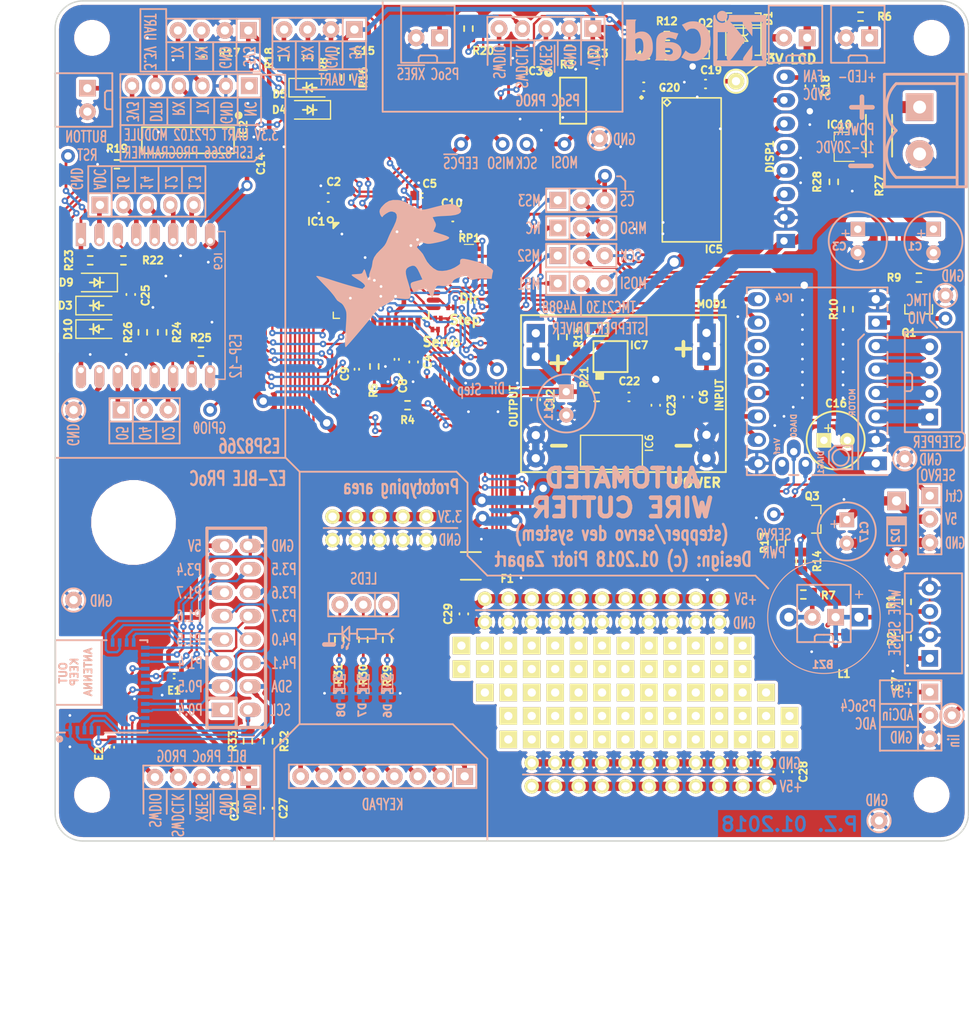
<source format=kicad_pcb>
(kicad_pcb (version 4) (host pcbnew 4.0.7)
  (layers (0 F.Cu signal) (31 B.Cu signal) (34 B.Paste user) (35 F.Paste user) (36 B.SilkS user) (37 F.SilkS user) (38 B.Mask user) (39 F.Mask user) (44 Edge.Cuts user))
  (net 0 "")
  (net 1 +5V)
  (net 2 "Net-(BZ1-Pad2)")
  (net 3 GND)
  (net 4 +3V3)
  (net 5 /ADC0)
  (net 6 +12V)
  (net 7 /LCD_SCK)
  (net 8 /LCD_MOSI)
  (net 9 /~RST)
  (net 10 /~CS)
  (net 11 /StepDir)
  (net 12 /Button)
  (net 13 /LCD_~RST)
  (net 14 /SPI_MOSI)
  (net 15 /SPI_SCK)
  (net 16 /LCD_~CS)
  (net 17 /Servo_CTRL)
  (net 18 /MS2)
  (net 19 /MS1)
  (net 20 /Buzzer)
  (net 21 /KeyRow3)
  (net 22 /KeyRow2)
  (net 23 /KeyRow1)
  (net 24 /KeyRow0)
  (net 25 /KeyCol3)
  (net 26 /KeyCol2)
  (net 27 /KeyCol1)
  (net 28 /KeyCol0)
  (net 29 /Mot_1B)
  (net 30 /Mot_1A)
  (net 31 /Mot_2B)
  (net 32 /Mot_2A)
  (net 33 /CD)
  (net 34 /LCD_CD)
  (net 35 /SPI_MISO)
  (net 36 /WireSns)
  (net 37 /TMC2130_DIAG1)
  (net 38 /TMC2130_DIAG0)
  (net 39 "Net-(C2-Pad2)")
  (net 40 "Net-(C10-Pad1)")
  (net 41 "Net-(C17-Pad1)")
  (net 42 "Net-(D1-Pad1)")
  (net 43 /SWDIO)
  (net 44 /SWDCLK)
  (net 45 /SSEL3)
  (net 46 /UART_RX)
  (net 47 /UART_TX)
  (net 48 /SERVO_PWR)
  (net 49 /EEP_~CS)
  (net 50 /MOSI)
  (net 51 /MISO)
  (net 52 /SCK)
  (net 53 /SSEL0)
  (net 54 /~XRES)
  (net 55 /PWM_FAN)
  (net 56 /TMC2130_RST)
  (net 57 /MS3)
  (net 58 "Net-(IC4-Pad2)")
  (net 59 "Net-(IC4-Pad10)")
  (net 60 "Net-(IC4-Pad11)")
  (net 61 "Net-(IC4-Pad12)")
  (net 62 "Net-(IC4-Pad13)")
  (net 63 "Net-(IC4-Pad14)")
  (net 64 /Step)
  (net 65 /TX33)
  (net 66 "Net-(P2-Pad1)")
  (net 67 "Net-(P3-Pad2)")
  (net 68 "Net-(P13-Pad1)")
  (net 69 "Net-(Q1-Pad1)")
  (net 70 "Net-(Q2-Pad1)")
  (net 71 "Net-(Q3-Pad1)")
  (net 72 /RX33)
  (net 73 /TMC2130_~CS~)
  (net 74 "Net-(R15-Pad1)")
  (net 75 "Net-(IC5-Pad9)")
  (net 76 "Net-(IC5-Pad10)")
  (net 77 "Net-(IC5-Pad14)")
  (net 78 "Net-(IC5-Pad15)")
  (net 79 /3V_LCD)
  (net 80 "Net-(C22-Pad1)")
  (net 81 "Net-(C25-Pad1)")
  (net 82 "Net-(C25-Pad2)")
  (net 83 "Net-(IC5-Pad3)")
  (net 84 "Net-(IC5-Pad21)")
  (net 85 "Net-(P24-Pad1)")
  (net 86 /DTR33)
  (net 87 /RX_PRG)
  (net 88 /RX_ESP)
  (net 89 /TX_ESP)
  (net 90 "Net-(P15-Pad3)")
  (net 91 "Net-(P15-Pad4)")
  (net 92 "Net-(P27-Pad1)")
  (net 93 /TX_PRG)
  (net 94 "Net-(IC2-Pad10)")
  (net 95 "Net-(C7-Pad1)")
  (net 96 "Net-(IC4-Pad17)")
  (net 97 /GPIO00)
  (net 98 /ADC)
  (net 99 /GPIO16)
  (net 100 /GPIO14)
  (net 101 /GPIO12)
  (net 102 /GPIO13)
  (net 103 /GPIO15)
  (net 104 /GPIO02)
  (net 105 /GPIO04)
  (net 106 /GPIO05)
  (net 107 "Net-(IC10-Pad2)")
  (net 108 /Viload)
  (net 109 "Net-(E1-Pad1)")
  (net 110 "Net-(E2-Pad2)")
  (net 111 "Net-(P20-Pad1)")
  (net 112 "Net-(P20-Pad2)")
  (net 113 "Net-(P20-Pad3)")
  (net 114 /PROC_~XRES)
  (net 115 /PROC_SWDCLK)
  (net 116 /PROC_SWDIO)
  (net 117 "Net-(D6-Pad1)")
  (net 118 "Net-(D7-Pad1)")
  (net 119 "Net-(D8-Pad1)")
  (net 120 /PROC_SDA)
  (net 121 /PROC_SCL)
  (net 122 /P4.1)
  (net 123 /P1.6)
  (net 124 /P0.4)
  (net 125 /P0.5)
  (net 126 /P1.7)
  (net 127 /P3.5)
  (net 128 /P3.4)
  (net 129 /P3.7)
  (net 130 /P1.4)
  (net 131 /P1.5)
  (net 132 /P3.6)
  (net 133 /P4.0)
  (net 134 "Net-(P31-Pad1)")
  (net 135 "Net-(P31-Pad2)")
  (net 136 "Net-(P31-Pad3)")
  (net 137 "Net-(P31-Pad4)")
  (net 138 "Net-(P31-Pad5)")
  (net 139 "Net-(P31-Pad6)")
  (net 140 "Net-(P31-Pad7)")
  (net 141 "Net-(P31-Pad8)")
  (net 142 "Net-(P31-Pad9)")
  (net 143 "Net-(P31-Pad10)")
  (net 144 "Net-(P31-Pad11)")
  (net 145 "Net-(P33-Pad1)")
  (net 146 "Net-(P33-Pad2)")
  (net 147 "Net-(P33-Pad3)")
  (net 148 "Net-(P33-Pad4)")
  (net 149 "Net-(P33-Pad5)")
  (net 150 "Net-(P35-Pad1)")
  (net 151 "Net-(P35-Pad2)")
  (net 152 "Net-(P35-Pad3)")
  (net 153 "Net-(P35-Pad4)")
  (net 154 "Net-(P35-Pad5)")
  (net 155 "Net-(P35-Pad6)")
  (net 156 "Net-(P35-Pad7)")
  (net 157 "Net-(P35-Pad8)")
  (net 158 "Net-(P35-Pad9)")
  (net 159 "Net-(P35-Pad10)")
  (net 160 "Net-(P35-Pad11)")
  (net 161 "Net-(P35-Pad12)")
  (net 162 "Net-(P35-Pad13)")
  (net 163 "Net-(P37-Pad1)")
  (net 164 "Net-(P37-Pad2)")
  (net 165 "Net-(P37-Pad3)")
  (net 166 "Net-(P37-Pad4)")
  (net 167 "Net-(P37-Pad5)")
  (net 168 "Net-(P37-Pad6)")
  (net 169 "Net-(P37-Pad7)")
  (net 170 "Net-(P37-Pad8)")
  (net 171 "Net-(P37-Pad9)")
  (net 172 "Net-(P37-Pad10)")
  (net 173 "Net-(P37-Pad11)")
  (net 174 "Net-(P37-Pad12)")
  (net 175 "Net-(P37-Pad13)")
  (net 176 "Net-(P39-Pad1)")
  (net 177 "Net-(P39-Pad2)")
  (net 178 "Net-(P39-Pad3)")
  (net 179 "Net-(P39-Pad4)")
  (net 180 "Net-(P39-Pad5)")
  (net 181 "Net-(P39-Pad6)")
  (net 182 "Net-(P39-Pad7)")
  (net 183 "Net-(P39-Pad8)")
  (net 184 "Net-(P39-Pad9)")
  (net 185 "Net-(P39-Pad10)")
  (net 186 "Net-(P39-Pad11)")
  (net 187 "Net-(P39-Pad12)")
  (net 188 "Net-(P39-Pad13)")
  (net 189 "Net-(P31-Pad12)")
  (net 190 "Net-(P31-Pad13)")
  (net 191 "Net-(P33-Pad6)")
  (net 192 "Net-(P33-Pad7)")
  (net 193 "Net-(P33-Pad8)")
  (net 194 "Net-(P33-Pad9)")
  (net 195 "Net-(P33-Pad10)")
  (net 196 "Net-(P33-Pad11)")
  (net 197 "Net-(P33-Pad12)")
  (net 198 "Net-(P33-Pad13)")
  (net 199 "Net-(C28-Pad2)")
  (net 200 /DIR_PSoC)
  (net 201 /Step_PSoC)
  (net 202 /Servo_PSoC)
  (net 203 "Net-(IC9-Pad3)")
  (module H_vias:Via0703_GND (layer F.Cu) (at 35.6 74.6)
    (fp_text reference Via0703_GND hide)
    (fp_text value VAL** hide)
    (pad 1 thru_hole circle (at 0 0) (size 0.7 0.7) (drill 0.3) (layers *.Cu) (net 3 GND))
  )
  (module H_vias:Via0703_GND (layer F.Cu) (at 34 76.8)
    (fp_text reference Via0703_GND hide)
    (fp_text value VAL** hide)
    (pad 1 thru_hole circle (at 0 0) (size 0.7 0.7) (drill 0.3) (layers *.Cu) (net 3 GND))
  )
  (module H_vias:Via0703_GND (layer F.Cu) (at 38.6 75.3)
    (fp_text reference Via0703_GND hide)
    (fp_text value VAL** hide)
    (pad 1 thru_hole circle (at 0 0) (size 0.7 0.7) (drill 0.3) (layers *.Cu) (net 3 GND))
  )
  (module H_vias:Via0703_GND (layer F.Cu) (at 29.7 85.3)
    (fp_text reference Via0703_GND hide)
    (fp_text value VAL** hide)
    (pad 1 thru_hole circle (at 0 0) (size 0.7 0.7) (drill 0.3) (layers *.Cu) (net 3 GND))
  )
  (module H_vias:Via0703_GND (layer F.Cu) (at 25.8 85.3)
    (fp_text reference Via0703_GND hide)
    (fp_text value VAL** hide)
    (pad 1 thru_hole circle (at 0 0) (size 0.7 0.7) (drill 0.3) (layers *.Cu) (net 3 GND))
  )
  (module H_vias:Via0703_GND (layer F.Cu) (at 32.6 80.2)
    (fp_text reference Via0703_GND hide)
    (fp_text value VAL** hide)
    (pad 1 thru_hole circle (at 0 0) (size 0.7 0.7) (drill 0.3) (layers *.Cu) (net 3 GND))
  )
  (module H_dev_kits:ESP-12 (layer B.Cu) (at 24.8 73 270)
    (fp_text reference IC9 (at 2.2 -14.9 270) (layer B.SilkS) (effects (font (size 0.8 0.8)) (justify mirror)))
    (fp_text value ESP-12)
    (pad 1 thru_hole rect (at 0 0 270) (size 2.5 1.1) (drill 0.65 (offset -0.7 0)) (layers *.Cu *.Mask B.SilkS) (net 82 "Net-(C25-Pad2)"))
    (pad 2 thru_hole oval (at 0 -2 270) (size 2.5 1.1) (drill 0.65 (offset -0.7 0)) (layers *.Cu *.Mask B.SilkS) (net 98 /ADC))
    (pad 3 thru_hole oval (at 0 -4 270) (size 2.5 1.1) (drill 0.65 (offset -0.7 0)) (layers *.Cu *.Mask B.SilkS) (net 203 "Net-(IC9-Pad3)"))
    (pad 4 thru_hole oval (at 0 -6 270) (size 2.5 1.1) (drill 0.65 (offset -0.7 0)) (layers *.Cu *.Mask B.SilkS) (net 99 /GPIO16))
    (pad 5 thru_hole oval (at 0 -8 270) (size 2.5 1.1) (drill 0.65 (offset -0.7 0)) (layers *.Cu *.Mask B.SilkS) (net 100 /GPIO14))
    (pad 6 thru_hole oval (at 0 -10 270) (size 2.5 1.1) (drill 0.65 (offset -0.7 0)) (layers *.Cu *.Mask B.SilkS) (net 101 /GPIO12))
    (pad 7 thru_hole oval (at 0 -12 270) (size 2.5 1.1) (drill 0.65 (offset -0.7 0)) (layers *.Cu *.Mask B.SilkS) (net 102 /GPIO13))
    (pad 8 thru_hole oval (at 0 -14 270) (size 2.5 1.1) (drill 0.65 (offset -0.7 0)) (layers *.Cu *.Mask B.SilkS) (net 4 +3V3))
    (pad 9 thru_hole oval (at 14 -14 270) (size 2.5 1.1) (drill 0.65 (offset 0.7 0)) (layers *.Cu *.Mask B.SilkS) (net 3 GND))
    (pad 10 thru_hole oval (at 14 -12 270) (size 2.5 1.1) (drill 0.65 (offset 0.6 0)) (layers *.Cu *.Mask B.SilkS) (net 103 /GPIO15))
    (pad 11 thru_hole oval (at 14 -10 270) (size 2.5 1.1) (drill 0.65 (offset 0.7 0)) (layers *.Cu *.Mask B.SilkS) (net 104 /GPIO02))
    (pad 12 thru_hole oval (at 14 -8 270) (size 2.5 1.1) (drill 0.65 (offset 0.7 0)) (layers *.Cu *.Mask B.SilkS) (net 97 /GPIO00))
    (pad 13 thru_hole oval (at 14 -6 270) (size 2.5 1.1) (drill 0.65 (offset 0.7 0)) (layers *.Cu *.Mask B.SilkS) (net 105 /GPIO04))
    (pad 14 thru_hole oval (at 14 -4 270) (size 2.5 1.1) (drill 0.65 (offset 0.7 0)) (layers *.Cu *.Mask B.SilkS) (net 106 /GPIO05))
    (pad 15 thru_hole oval (at 14 -2 270) (size 2.5 1.1) (drill 0.65 (offset 0.7 0)) (layers *.Cu *.Mask B.SilkS) (net 88 /RX_ESP))
    (pad 16 thru_hole oval (at 14 0 270) (size 2.5 1.1) (drill 0.65 (offset 0.7 0)) (layers *.Cu *.Mask B.SilkS) (net 89 /TX_ESP))
  )
  (module conn-100mil:CONN-100MIL-M-2x8 (layer B.Cu) (at 41.63 114.91 90)
    (fp_text reference P28 hide)
    (fp_text value CONN_02X07 hide)
    (pad 1 thru_hole rect (at -8.89 -1.27 90) (size 1.524 2.286) (drill 1 (offset 0 -0.254)) (layers *.Cu *.Mask B.SilkS) (net 124 /P0.4))
    (pad 3 thru_hole oval (at -6.35 -1.27 90) (size 1.524 2.286) (drill 1 (offset 0 -0.254)) (layers *.Cu *.Mask B.SilkS) (net 125 /P0.5))
    (pad 5 thru_hole oval (at -3.81 -1.27 90) (size 1.524 2.286) (drill 1 (offset 0 -0.254)) (layers *.Cu *.Mask B.SilkS) (net 130 /P1.4))
    (pad 7 thru_hole oval (at -1.27 -1.27 90) (size 1.524 2.286) (drill 1 (offset 0 -0.254)) (layers *.Cu *.Mask B.SilkS) (net 131 /P1.5))
    (pad 9 thru_hole oval (at 1.27 -1.27 90) (size 1.524 2.286) (drill 1 (offset 0 -0.254)) (layers *.Cu *.Mask B.SilkS) (net 123 /P1.6))
    (pad 11 thru_hole oval (at 3.81 -1.27 90) (size 1.524 2.286) (drill 1 (offset 0 -0.254)) (layers *.Cu *.Mask B.SilkS) (net 126 /P1.7))
    (pad 13 thru_hole oval (at 6.35 -1.27 90) (size 1.524 2.286) (drill 1 (offset 0 -0.254)) (layers *.Cu *.Mask B.SilkS) (net 128 /P3.4))
    (pad 15 thru_hole oval (at 8.89 -1.27 90) (size 1.524 2.286) (drill 1 (offset 0 -0.254)) (layers *.Cu *.Mask B.SilkS) (net 1 +5V))
    (pad 2 thru_hole oval (at -8.89 1.27 90) (size 1.524 2.286) (drill 1 (offset 0 0.254)) (layers *.Cu *.Mask B.SilkS) (net 121 /PROC_SCL))
    (pad 4 thru_hole oval (at -6.35 1.27 90) (size 1.524 2.286) (drill 1 (offset 0 0.254)) (layers *.Cu *.Mask B.SilkS) (net 120 /PROC_SDA))
    (pad 6 thru_hole oval (at -3.81 1.27 90) (size 1.524 2.286) (drill 1 (offset 0 0.254)) (layers *.Cu *.Mask B.SilkS) (net 122 /P4.1))
    (pad 8 thru_hole oval (at -1.27 1.27 90) (size 1.524 2.286) (drill 1 (offset 0 0.254)) (layers *.Cu *.Mask B.SilkS) (net 133 /P4.0))
    (pad 10 thru_hole oval (at 1.27 1.27 90) (size 1.524 2.286) (drill 1 (offset 0 0.254)) (layers *.Cu *.Mask B.SilkS) (net 129 /P3.7))
    (pad 12 thru_hole oval (at 3.81 1.27 90) (size 1.524 2.286) (drill 1 (offset 0 0.254)) (layers *.Cu *.Mask B.SilkS) (net 132 /P3.6))
    (pad 14 thru_hole oval (at 6.35 1.27 90) (size 1.524 2.286) (drill 1 (offset 0 0.254)) (layers *.Cu *.Mask B.SilkS) (net 127 /P3.5))
    (pad 16 thru_hole oval (at 8.89 1.27 90) (size 1.524 2.286) (drill 1 (offset 0 0.254)) (layers *.Cu *.Mask B.SilkS) (net 3 GND))
  )
  (module H_vias:Via0703_GND (layer F.Cu) (at 68.2 105.3)
    (fp_text reference Via0703_GND hide)
    (fp_text value VAL** hide)
    (pad 1 thru_hole circle (at 0 0) (size 0.7 0.7) (drill 0.3) (layers *.Cu) (net 3 GND))
  )
  (module H_vias:Via0703_GND (layer F.Cu) (at 72.5 109.5)
    (fp_text reference Via0703_GND hide)
    (fp_text value VAL** hide)
    (pad 1 thru_hole circle (at 0 0) (size 0.7 0.7) (drill 0.3) (layers *.Cu) (net 3 GND))
  )
  (module H_vias:Via0703_GND (layer F.Cu) (at 92.7 109.7)
    (fp_text reference Via0703_GND hide)
    (fp_text value VAL** hide)
    (pad 1 thru_hole circle (at 0 0) (size 0.7 0.7) (drill 0.3) (layers *.Cu) (net 3 GND))
  )
  (module H_vias:Via0703_GND (layer F.Cu) (at 30.6 122.6)
    (fp_text reference Via0703_GND hide)
    (fp_text value VAL** hide)
    (pad 1 thru_hole circle (at 0 0) (size 0.7 0.7) (drill 0.3) (layers *.Cu) (net 3 GND))
  )
  (module H_vias:Via0703_GND (layer F.Cu) (at 107.4 82.6)
    (fp_text reference Via0703_GND hide)
    (fp_text value VAL** hide)
    (pad 1 thru_hole circle (at 0 0) (size 0.7 0.7) (drill 0.3) (layers *.Cu) (net 3 GND))
  )
  (module H_vias:Via0703_GND (layer F.Cu) (at 107.4 84.2)
    (fp_text reference Via0703_GND hide)
    (fp_text value VAL** hide)
    (pad 1 thru_hole circle (at 0 0) (size 0.7 0.7) (drill 0.3) (layers *.Cu) (net 3 GND))
  )
  (module H_vias:Via0703_GND (layer F.Cu) (at 107.4 85.8)
    (fp_text reference Via0703_GND hide)
    (fp_text value VAL** hide)
    (pad 1 thru_hole circle (at 0 0) (size 0.7 0.7) (drill 0.3) (layers *.Cu) (net 3 GND))
  )
  (module H_vias:Via0703_GND (layer F.Cu) (at 107.4 87.2)
    (fp_text reference Via0703_GND hide)
    (fp_text value VAL** hide)
    (pad 1 thru_hole circle (at 0 0) (size 0.7 0.7) (drill 0.3) (layers *.Cu) (net 3 GND))
  )
  (module H_vias:Via0703_GND (layer F.Cu) (at 107.4 88.6)
    (fp_text reference Via0703_GND hide)
    (fp_text value VAL** hide)
    (pad 1 thru_hole circle (at 0 0) (size 0.7 0.7) (drill 0.3) (layers *.Cu) (net 3 GND))
  )
  (module H_vias:Via0703_GND (layer F.Cu) (at 107.4 90)
    (fp_text reference Via0703_GND hide)
    (fp_text value VAL** hide)
    (pad 1 thru_hole circle (at 0 0) (size 0.7 0.7) (drill 0.3) (layers *.Cu) (net 3 GND))
  )
  (module H_vias:Via0703_GND (layer F.Cu) (at 103 79.4)
    (fp_text reference Via0703_GND hide)
    (fp_text value VAL** hide)
    (pad 1 thru_hole circle (at 0 0) (size 0.7 0.7) (drill 0.3) (layers *.Cu) (net 3 GND))
  )
  (module H_vias:Via0703_GND (layer F.Cu) (at 103 81)
    (fp_text reference Via0703_GND hide)
    (fp_text value VAL** hide)
    (pad 1 thru_hole circle (at 0 0) (size 0.7 0.7) (drill 0.3) (layers *.Cu) (net 3 GND))
  )
  (module H_vias:Via0703_GND (layer F.Cu) (at 103 82.6)
    (fp_text reference Via0703_GND hide)
    (fp_text value VAL** hide)
    (pad 1 thru_hole circle (at 0 0) (size 0.7 0.7) (drill 0.3) (layers *.Cu) (net 3 GND))
  )
  (module H_vias:Via0703_GND (layer F.Cu) (at 103 84.2)
    (fp_text reference Via0703_GND hide)
    (fp_text value VAL** hide)
    (pad 1 thru_hole circle (at 0 0) (size 0.7 0.7) (drill 0.3) (layers *.Cu) (net 3 GND))
  )
  (module H_vias:Via0703_GND (layer F.Cu) (at 103 85.8)
    (fp_text reference Via0703_GND hide)
    (fp_text value VAL** hide)
    (pad 1 thru_hole circle (at 0 0) (size 0.7 0.7) (drill 0.3) (layers *.Cu) (net 3 GND))
  )
  (module H_vias:Via0703_GND (layer F.Cu) (at 103 87.2)
    (fp_text reference Via0703_GND hide)
    (fp_text value VAL** hide)
    (pad 1 thru_hole circle (at 0 0) (size 0.7 0.7) (drill 0.3) (layers *.Cu) (net 3 GND))
  )
  (module H_vias:Via0703_GND (layer F.Cu) (at 103 88.6)
    (fp_text reference Via0703_GND hide)
    (fp_text value VAL** hide)
    (pad 1 thru_hole circle (at 0 0) (size 0.7 0.7) (drill 0.3) (layers *.Cu) (net 3 GND))
  )
  (module H_vias:Via0703_GND (layer F.Cu) (at 103 90)
    (fp_text reference Via0703_GND hide)
    (fp_text value VAL** hide)
    (pad 1 thru_hole circle (at 0 0) (size 0.7 0.7) (drill 0.3) (layers *.Cu) (net 3 GND))
  )
  (module H_vias:Via0703_GND (layer F.Cu) (at 102 91)
    (fp_text reference Via0703_GND hide)
    (fp_text value VAL** hide)
    (pad 1 thru_hole circle (at 0 0) (size 0.7 0.7) (drill 0.3) (layers *.Cu) (net 3 GND))
  )
  (module H_vias:Via0703_GND (layer F.Cu) (at 101 92)
    (fp_text reference Via0703_GND hide)
    (fp_text value VAL** hide)
    (pad 1 thru_hole circle (at 0 0) (size 0.7 0.7) (drill 0.3) (layers *.Cu) (net 3 GND))
  )
  (module H_vias:Via0703_GND (layer F.Cu) (at 100 93)
    (fp_text reference Via0703_GND hide)
    (fp_text value VAL** hide)
    (pad 1 thru_hole circle (at 0 0) (size 0.7 0.7) (drill 0.3) (layers *.Cu) (net 3 GND))
  )
  (module H_vias:Via0703_GND (layer F.Cu) (at 102.8 66.7)
    (fp_text reference Via0703_GND hide)
    (fp_text value VAL** hide)
    (pad 1 thru_hole circle (at 0 0) (size 0.7 0.7) (drill 0.3) (layers *.Cu) (net 3 GND))
  )
  (module H_vias:Via0703_GND (layer F.Cu) (at 102.8 64)
    (fp_text reference Via0703_GND hide)
    (fp_text value VAL** hide)
    (pad 1 thru_hole circle (at 0 0) (size 0.7 0.7) (drill 0.3) (layers *.Cu) (net 3 GND))
  )
  (module H_vias:Via0703_GND (layer F.Cu) (at 103.8 60.4)
    (fp_text reference Via0703_GND hide)
    (fp_text value VAL** hide)
    (pad 1 thru_hole circle (at 0 0) (size 0.7 0.7) (drill 0.3) (layers *.Cu) (net 3 GND))
  )
  (module H_Displays:1.44''SPI_128x128_ST3375_OneHungLo (layer F.Cu) (at 101 55.22)
    (fp_text reference DISP1 (at -1.524 8.636 270) (layer F.SilkS) (effects (font (size 0.8 0.8) (thickness 0.2))))
    (fp_text value 1.8"_ST7735_SPI_TFT)
    (pad 8 thru_hole oval (at 0 0) (size 2 1.524) (drill 0.8 (offset 0.2 0)) (layers *.Cu *.Mask) (net 1 +5V))
    (pad 7 thru_hole oval (at 0 2.54) (size 2 1.524) (drill 0.8 (offset 0.2 0)) (layers *.Cu *.Mask) (net 7 /LCD_SCK))
    (pad 6 thru_hole oval (at 0 5.08) (size 2 1.524) (drill 0.8 (offset 0.2 0)) (layers *.Cu *.Mask) (net 8 /LCD_MOSI))
    (pad 5 thru_hole oval (at 0 7.62) (size 2 1.524) (drill 0.8 (offset 0.2 0)) (layers *.Cu *.Mask) (net 33 /CD))
    (pad 4 thru_hole oval (at 0 10.16) (size 2 1.524) (drill 0.8 (offset 0.2 0)) (layers *.Cu *.Mask) (net 9 /~RST))
    (pad 3 thru_hole oval (at 0 12.7) (size 2 1.524) (drill 0.8 (offset 0.2 0)) (layers *.Cu *.Mask) (net 10 /~CS))
    (pad 2 thru_hole oval (at 0 15.24) (size 2 1.524) (drill 0.8 (offset 0.2 0)) (layers *.Cu *.Mask) (net 3 GND))
    (pad 1 thru_hole rect (at 0 17.78) (size 2 1.524) (drill 0.8 (offset 0.2 0)) (layers *.Cu *.Mask) (net 1 +5V))
  )
  (module H_vias:Via0703_GND (layer F.Cu) (at 42.9 58.1)
    (fp_text reference Via0703_GND hide)
    (fp_text value VAL** hide)
    (pad 1 thru_hole circle (at 0 0) (size 0.7 0.7) (drill 0.3) (layers *.Cu) (net 3 GND))
  )
  (module H_vias:Via0703_GND (layer F.Cu) (at 96 81.2)
    (fp_text reference Via0703_GND hide)
    (fp_text value VAL** hide)
    (pad 1 thru_hole circle (at 0 0) (size 0.7 0.7) (drill 0.3) (layers *.Cu) (net 3 GND))
  )
  (module H_vias:Via0703_GND (layer F.Cu) (at 71.6 53.2)
    (fp_text reference Via0703_GND hide)
    (fp_text value VAL** hide)
    (pad 1 thru_hole circle (at 0 0) (size 0.7 0.7) (drill 0.3) (layers *.Cu) (net 3 GND))
  )
  (module H_vias:Via0703_GND (layer F.Cu) (at 83.3 62.8)
    (fp_text reference Via0703_GND hide)
    (fp_text value VAL** hide)
    (pad 1 thru_hole circle (at 0 0) (size 0.7 0.7) (drill 0.3) (layers *.Cu) (net 3 GND))
  )
  (module H_vias:Via0703_GND (layer F.Cu) (at 114.75 123.25)
    (fp_text reference Via0703_GND hide)
    (fp_text value VAL** hide)
    (pad 1 thru_hole circle (at 0 0) (size 0.7 0.7) (drill 0.3) (layers *.Cu) (net 3 GND))
  )
  (module H_vias:Via0703_GND (layer F.Cu) (at 104 117.5)
    (fp_text reference Via0703_GND hide)
    (fp_text value VAL** hide)
    (pad 1 thru_hole circle (at 0 0) (size 0.7 0.7) (drill 0.3) (layers *.Cu) (net 3 GND))
  )
  (module H_vias:Via0703_GND (layer F.Cu) (at 107.5 101)
    (fp_text reference Via0703_GND hide)
    (fp_text value VAL** hide)
    (pad 1 thru_hole circle (at 0 0) (size 0.7 0.7) (drill 0.3) (layers *.Cu) (net 3 GND))
  )
  (module H_vias:Via0703_GND (layer F.Cu) (at 98 103)
    (fp_text reference Via0703_GND hide)
    (fp_text value VAL** hide)
    (pad 1 thru_hole circle (at 0 0) (size 0.7 0.7) (drill 0.3) (layers *.Cu) (net 3 GND))
  )
  (module H_vias:Via0703_GND (layer F.Cu) (at 66.8 91.5)
    (fp_text reference Via0703_GND hide)
    (fp_text value VAL** hide)
    (pad 1 thru_hole circle (at 0 0) (size 0.7 0.7) (drill 0.3) (layers *.Cu) (net 3 GND))
  )
  (module H_vias:Via0703_GND (layer F.Cu) (at 70 91.5)
    (fp_text reference Via0703_GND hide)
    (fp_text value VAL** hide)
    (pad 1 thru_hole circle (at 0 0) (size 0.7 0.7) (drill 0.3) (layers *.Cu) (net 3 GND))
  )
  (module H_vias:Via0703_GND (layer F.Cu) (at 72.1 88.4)
    (fp_text reference Via0703_GND hide)
    (fp_text value VAL** hide)
    (pad 1 thru_hole circle (at 0 0) (size 0.7 0.7) (drill 0.3) (layers *.Cu) (net 3 GND))
  )
  (module H_vias:Via0703_GND (layer F.Cu) (at 66.5 88.4)
    (fp_text reference Via0703_GND hide)
    (fp_text value VAL** hide)
    (pad 1 thru_hole circle (at 0 0) (size 0.7 0.7) (drill 0.3) (layers *.Cu) (net 3 GND))
  )
  (module H_vias:Via0703_GND (layer F.Cu) (at 55.6 74.8)
    (fp_text reference Via0703_GND hide)
    (fp_text value VAL** hide)
    (pad 1 thru_hole circle (at 0 0) (size 0.7 0.7) (drill 0.3) (layers *.Cu) (net 3 GND))
  )
  (module H_vias:Via0703_GND (layer F.Cu) (at 39 81.8)
    (fp_text reference Via0703_GND hide)
    (fp_text value VAL** hide)
    (pad 1 thru_hole circle (at 0 0) (size 0.7 0.7) (drill 0.3) (layers *.Cu) (net 3 GND))
  )
  (module H_vias:Via0703_GND (layer F.Cu) (at 32 51)
    (fp_text reference Via0703_GND hide)
    (fp_text value VAL** hide)
    (pad 1 thru_hole circle (at 0 0) (size 0.7 0.7) (drill 0.3) (layers *.Cu) (net 3 GND))
  )
  (module H_vias:Via0703_GND (layer F.Cu) (at 34.8 53.4)
    (fp_text reference Via0703_GND hide)
    (fp_text value VAL** hide)
    (pad 1 thru_hole circle (at 0 0) (size 0.7 0.7) (drill 0.3) (layers *.Cu) (net 3 GND))
  )
  (module H_pin_headers:1x4_254_socket_H (layer B.Cu) (at 116.8 114.41 270)
    (fp_text reference P2 hide)
    (fp_text value CONN_01X04 hide)
    (pad 1 thru_hole rect (at 3.81 0 270) (size 1.8 1.8) (drill 0.9) (layers *.Cu *.Mask) (net 66 "Net-(P2-Pad1)"))
    (pad 2 thru_hole oval (at 1.27 0 270) (size 1.6 1.8) (drill 0.9) (layers *.Cu *.Mask) (net 3 GND))
    (pad 3 thru_hole oval (at -1.27 0 270) (size 1.6 1.8) (drill 0.9) (layers *.Cu *.Mask) (net 36 /WireSns))
    (pad 4 thru_hole oval (at -3.81 0 270) (size 1.6 1.8) (drill 0.9) (layers *.Cu *.Mask) (net 3 GND))
  )
  (module H_pin_headers:1x5_254 (layer B.Cu) (at 31.94 69.1 180)
    (fp_text reference P25 hide)
    (fp_text value CONN_01X05 hide)
    (pad 1 thru_hole rect (at 5.08 0 180) (size 1.8 1.8) (drill 0.9) (layers *.Cu *.Mask B.SilkS) (net 98 /ADC))
    (pad 2 thru_hole oval (at 2.54 0 180) (size 1.5 1.8) (drill 0.9) (layers *.Cu *.Mask B.SilkS) (net 99 /GPIO16))
    (pad 3 thru_hole oval (at 0 0 180) (size 1.5 1.8) (drill 0.9) (layers *.Cu *.Mask B.SilkS) (net 100 /GPIO14))
    (pad 4 thru_hole oval (at -2.54 0 180) (size 1.5 1.8) (drill 0.9) (layers *.Cu *.Mask B.SilkS) (net 101 /GPIO12))
    (pad 5 thru_hole oval (at -5.08 0 180) (size 1.5 1.8) (drill 0.9) (layers *.Cu *.Mask B.SilkS) (net 102 /GPIO13))
  )
  (module H_pin_headers:1x6_254 (layer B.Cu) (at 36.69 56.2)
    (fp_text reference P27 hide)
    (fp_text value CONN_01X06 hide)
    (pad 1 thru_hole rect (at 6.35 0) (size 1.8 1.8) (drill 0.9) (layers *.Cu *.Mask B.SilkS) (net 92 "Net-(P27-Pad1)"))
    (pad 2 thru_hole oval (at 3.81 0) (size 1.5 1.8) (drill 0.9) (layers *.Cu *.Mask B.SilkS) (net 3 GND))
    (pad 3 thru_hole oval (at 1.27 0) (size 1.5 1.8) (drill 0.9) (layers *.Cu *.Mask B.SilkS) (net 93 /TX_PRG))
    (pad 4 thru_hole oval (at -1.27 0) (size 1.5 1.8) (drill 0.9) (layers *.Cu *.Mask B.SilkS) (net 87 /RX_PRG))
    (pad 5 thru_hole oval (at -3.81 0) (size 1.5 1.8) (drill 0.9) (layers *.Cu *.Mask B.SilkS) (net 86 /DTR33))
    (pad 6 thru_hole oval (at -6.35 0) (size 1.5 1.8) (drill 0.9) (layers *.Cu *.Mask B.SilkS) (net 94 "Net-(IC2-Pad10)"))
  )
  (module H_smd_passives:RESC_0805_2012X50N (layer F.Cu) (at 100.7 105.7 90)
    (fp_text reference R13 (at 0 -1.8 90) (layer F.SilkS) (effects (font (size 0.8 0.8) (thickness 0.2))))
    (fp_text value 100k)
    (pad 1 smd rect (at -0.99822 0 90) (size 0.94996 1.4478) (layers F.Cu F.Paste F.Mask) (net 71 "Net-(Q3-Pad1)"))
    (pad 2 smd rect (at 0.99822 0 90) (size 0.94996 1.4478) (layers F.Cu F.Paste F.Mask) (net 1 +5V))
  )
  (module H_QFP:TQFP-44_10x10mm_Pitch0.8mm (layer F.Cu) (at 57.325654 76.212643)
    (fp_text reference IC1 (at -7.025654 -5.312643) (layer F.SilkS) (effects (font (size 0.8 0.8) (thickness 0.2))))
    (fp_text value CY8C4245AXI-483)
    (pad 1 smd rect (at -5.7 -4) (size 1.5 0.55) (layers F.Cu F.Paste F.Mask) (net 3 GND))
    (pad 2 smd oval (at -5.7 -3.2) (size 1.5 0.55) (layers F.Cu F.Paste F.Mask) (net 28 /KeyCol0))
    (pad 3 smd oval (at -5.7 -2.4) (size 1.5 0.55) (layers F.Cu F.Paste F.Mask) (net 27 /KeyCol1))
    (pad 4 smd oval (at -5.7 -1.6) (size 1.5 0.55) (layers F.Cu F.Paste F.Mask) (net 26 /KeyCol2))
    (pad 5 smd oval (at -5.7 -0.8) (size 1.5 0.55) (layers F.Cu F.Paste F.Mask) (net 25 /KeyCol3))
    (pad 6 smd oval (at -5.7 0) (size 1.5 0.55) (layers F.Cu F.Paste F.Mask) (net 24 /KeyRow0))
    (pad 7 smd oval (at -5.7 0.8) (size 1.5 0.55) (layers F.Cu F.Paste F.Mask) (net 23 /KeyRow1))
    (pad 8 smd oval (at -5.7 1.6) (size 1.5 0.55) (layers F.Cu F.Paste F.Mask) (net 22 /KeyRow2))
    (pad 9 smd oval (at -5.7 2.4) (size 1.5 0.55) (layers F.Cu F.Paste F.Mask) (net 21 /KeyRow3))
    (pad 10 smd oval (at -5.7 3.2) (size 1.5 0.55) (layers F.Cu F.Paste F.Mask) (net 3 GND))
    (pad 11 smd oval (at -5.7 4) (size 1.5 0.55) (layers F.Cu F.Paste F.Mask) (net 19 /MS1))
    (pad 12 smd oval (at -4 5.7 90) (size 1.5 0.55) (layers F.Cu F.Paste F.Mask) (net 36 /WireSns))
    (pad 13 smd oval (at -3.2 5.7 90) (size 1.5 0.55) (layers F.Cu F.Paste F.Mask) (net 43 /SWDIO))
    (pad 14 smd oval (at -2.4 5.7 90) (size 1.5 0.55) (layers F.Cu F.Paste F.Mask) (net 44 /SWDCLK))
    (pad 15 smd oval (at -1.6 5.7 90) (size 1.5 0.55) (layers F.Cu F.Paste F.Mask) (net 20 /Buzzer))
    (pad 16 smd oval (at -0.8 5.7 90) (size 1.5 0.55) (layers F.Cu F.Paste F.Mask) (net 5 /ADC0))
    (pad 17 smd oval (at 0 5.7 90) (size 1.5 0.55) (layers F.Cu F.Paste F.Mask) (net 45 /SSEL3))
    (pad 18 smd oval (at 0.8 5.7 90) (size 1.5 0.55) (layers F.Cu F.Paste F.Mask) (net 18 /MS2))
    (pad 19 smd oval (at 1.6 5.7 90) (size 1.5 0.55) (layers F.Cu F.Paste F.Mask) (net 1 +5V))
    (pad 20 smd oval (at 2.4 5.7 90) (size 1.5 0.55) (layers F.Cu F.Paste F.Mask) (net 46 /UART_RX))
    (pad 21 smd oval (at 3.2 5.7 90) (size 1.5 0.55) (layers F.Cu F.Paste F.Mask) (net 47 /UART_TX))
    (pad 22 smd oval (at 4 5.7 90) (size 1.5 0.55) (layers F.Cu F.Paste F.Mask) (net 48 /SERVO_PWR))
    (pad 23 smd oval (at 5.7 4) (size 1.5 0.55) (layers F.Cu F.Paste F.Mask) (net 49 /EEP_~CS))
    (pad 24 smd oval (at 5.7 3.2) (size 1.5 0.55) (layers F.Cu F.Paste F.Mask) (net 200 /DIR_PSoC))
    (pad 25 smd oval (at 5.7 2.4) (size 1.5 0.55) (layers F.Cu F.Paste F.Mask) (net 12 /Button))
    (pad 26 smd oval (at 5.7 1.6) (size 1.5 0.55) (layers F.Cu F.Paste F.Mask) (net 13 /LCD_~RST))
    (pad 27 smd oval (at 5.7 0.8) (size 1.5 0.55) (layers F.Cu F.Paste F.Mask) (net 34 /LCD_CD))
    (pad 28 smd oval (at 5.7 0) (size 1.5 0.55) (layers F.Cu F.Paste F.Mask) (net 50 /MOSI))
    (pad 29 smd oval (at 5.7 -0.8) (size 1.5 0.55) (layers F.Cu F.Paste F.Mask) (net 51 /MISO))
    (pad 30 smd oval (at 5.7 -1.6) (size 1.5 0.55) (layers F.Cu F.Paste F.Mask) (net 52 /SCK))
    (pad 31 smd oval (at 5.7 -2.4) (size 1.5 0.55) (layers F.Cu F.Paste F.Mask) (net 53 /SSEL0))
    (pad 32 smd oval (at 5.7 -3.2) (size 1.5 0.55) (layers F.Cu F.Paste F.Mask) (net 54 /~XRES))
    (pad 33 smd oval (at 5.7 -4) (size 1.5 0.55) (layers F.Cu F.Paste F.Mask) (net 40 "Net-(C10-Pad1)"))
    (pad 34 smd oval (at 4 -5.7 90) (size 1.5 0.55) (layers F.Cu F.Paste F.Mask) (net 1 +5V))
    (pad 35 smd oval (at 3.2 -5.7 90) (size 1.5 0.55) (layers F.Cu F.Paste F.Mask) (net 1 +5V))
    (pad 36 smd oval (at 2.4 -5.7 90) (size 1.5 0.55) (layers F.Cu F.Paste F.Mask) (net 3 GND))
    (pad 37 smd oval (at 1.6 -5.7 90) (size 1.5 0.55) (layers F.Cu F.Paste F.Mask) (net 55 /PWM_FAN))
    (pad 38 smd oval (at 0.8 -5.7 90) (size 1.5 0.55) (layers F.Cu F.Paste F.Mask) (net 201 /Step_PSoC))
    (pad 39 smd oval (at 0 -5.7 90) (size 1.5 0.55) (layers F.Cu F.Paste F.Mask) (net 202 /Servo_PSoC))
    (pad 40 smd oval (at -0.8 -5.7 90) (size 1.5 0.55) (layers F.Cu F.Paste F.Mask) (net 56 /TMC2130_RST))
    (pad 41 smd oval (at -1.6 -5.7 90) (size 1.5 0.55) (layers F.Cu F.Paste F.Mask) (net 37 /TMC2130_DIAG1))
    (pad 42 smd oval (at -2.4 -5.7 90) (size 1.5 0.55) (layers F.Cu F.Paste F.Mask) (net 38 /TMC2130_DIAG0))
    (pad 43 smd oval (at -3.2 -5.7 90) (size 1.5 0.55) (layers F.Cu F.Paste F.Mask) (net 57 /MS3))
    (pad 44 smd oval (at -4 -5.7 90) (size 1.5 0.55) (layers F.Cu F.Paste F.Mask) (net 39 "Net-(C2-Pad2)"))
  )
  (module Mounting_Holes:MountingHole_6.5mm (layer F.Cu) (at 30.5 103.5)
    (fp_text reference MP4 hide)
    (fp_text value MountingHole_NPTH hide)
    (pad "" np_thru_hole circle (at 0 0) (size 8.5 8.5) (drill 8.5) (layers *.Cu *.Mask))
  )
  (module H_symbols:Keypad4x4_symbolEco1 (layer F.Cu) (at 57.2 157.6)
    (fp_text reference REF**)
    (fp_text value Keypad4x4_symbolEco1)
  )
  (module H_pth_passives:ELKO_RM25_63 (layer B.Cu) (at 77.4 90.6 90)
    (fp_text reference C11 (at -0.7 -1.9 90) (layer B.SilkS) (effects (font (size 0.8 0.8) (thickness 0.2)) (justify mirror)))
    (fp_text value 100uLESR)
    (fp_text user + (at 0.8 -1.4 90) (layer B.SilkS) (effects (justify mirror)))
    (pad 1 thru_hole rect (at 1.27 0 90) (size 1.6 1.6) (drill 0.8) (layers *.Cu *.Mask B.SilkS) (net 1 +5V))
    (pad 2 thru_hole circle (at -1.27 0 90) (size 1.6 1.6) (drill 0.8) (layers *.Cu *.Mask B.SilkS) (net 3 GND))
  )
  (module H_smd_passives:CAPC_0805_2012X70N (layer F.Cu) (at 103.8 56.2 270)
    (fp_text reference C18 (at 0 -1.7 270) (layer F.SilkS) (effects (font (size 0.8 0.8) (thickness 0.2))))
    (fp_text value 100n)
    (pad 1 smd rect (at -0.89916 0 270) (size 1.14808 1.4478) (layers F.Cu F.Paste F.Mask) (net 1 +5V))
    (pad 2 smd rect (at 0.89916 0 270) (size 1.14808 1.4478) (layers F.Cu F.Paste F.Mask) (net 3 GND))
  )
  (module H_smd_passives:CAPC_0805_2012X70N (layer F.Cu) (at 92.5 56 180)
    (fp_text reference C19 (at -0.6 1.5 180) (layer F.SilkS) (effects (font (size 0.8 0.8) (thickness 0.2))))
    (fp_text value 100n)
    (pad 1 smd rect (at -0.89916 0 180) (size 1.14808 1.4478) (layers F.Cu F.Paste F.Mask) (net 79 /3V_LCD))
    (pad 2 smd rect (at 0.89916 0 180) (size 1.14808 1.4478) (layers F.Cu F.Paste F.Mask) (net 3 GND))
  )
  (module H_smd_passives:RESC_0805_2012X50N (layer F.Cu) (at 109.3 48.7 180)
    (fp_text reference R6 (at -2.6 0 180) (layer F.SilkS) (effects (font (size 0.8 0.8) (thickness 0.2))))
    (fp_text value 330R)
    (pad 1 smd rect (at -0.99822 0 180) (size 0.94996 1.4478) (layers F.Cu F.Paste F.Mask) (net 68 "Net-(P13-Pad1)"))
    (pad 2 smd rect (at 0.99822 0 180) (size 0.94996 1.4478) (layers F.Cu F.Paste F.Mask) (net 1 +5V))
  )
  (module H_smd_passives:RESC_0805_2012X50N (layer F.Cu) (at 49.4 53.2 90)
    (fp_text reference R8 (at -0.7 1.7 90) (layer F.SilkS) (effects (font (size 0.8 0.8) (thickness 0.2))))
    (fp_text value 470R)
    (pad 1 smd rect (at -0.99822 0 90) (size 0.94996 1.4478) (layers F.Cu F.Paste F.Mask) (net 46 /UART_RX))
    (pad 2 smd rect (at 0.99822 0 90) (size 0.94996 1.4478) (layers F.Cu F.Paste F.Mask) (net 90 "Net-(P15-Pad3)"))
  )
  (module H_smd_passives:RESC_0805_2012X50N (layer F.Cu) (at 115.625 76.975 180)
    (fp_text reference R9 (at 2.7 0 180) (layer F.SilkS) (effects (font (size 0.8 0.8) (thickness 0.2))))
    (fp_text value 100k)
    (pad 1 smd rect (at -0.99822 0 180) (size 0.94996 1.4478) (layers F.Cu F.Paste F.Mask) (net 69 "Net-(Q1-Pad1)"))
    (pad 2 smd rect (at 0.99822 0 180) (size 0.94996 1.4478) (layers F.Cu F.Paste F.Mask) (net 1 +5V))
  )
  (module H_mechanical:MountingHole_3.2mm_M3 (layer F.Cu) (at 117 51)
    (fp_text reference MP2 hide)
    (fp_text value MountingHole_NPTH hide)
    (pad "" np_thru_hole circle (at 0 0) (size 3.2 3.2) (drill 3.2) (layers *.Cu *.Mask) (thermal_gap 2))
  )
  (module H_mechanical:MountingHole_3.2mm_M3 (layer F.Cu) (at 26 133)
    (fp_text reference MP3 hide)
    (fp_text value MountingHole_NPTH hide)
    (pad "" np_thru_hole circle (at 0 0) (size 3.2 3.2) (drill 3.2) (layers *.Cu *.Mask) (thermal_gap 2))
  )
  (module H_pin_headers:1x3_254 (layer B.Cu) (at 79.025981 68.593021 180)
    (fp_text reference SW2 hide)
    (fp_text value ~CS~/MS3 hide)
    (pad 1 thru_hole rect (at 2.54 0 180) (size 1.8 1.8) (drill 0.9) (layers *.Cu *.Mask B.SilkS) (net 57 /MS3))
    (pad 2 thru_hole circle (at 0 0 180) (size 1.8 1.8) (drill 0.9) (layers *.Cu *.Mask B.SilkS) (net 61 "Net-(IC4-Pad12)"))
    (pad 3 thru_hole circle (at -2.54 0 180) (size 1.8 1.8) (drill 0.9) (layers *.Cu *.Mask B.SilkS) (net 73 /TMC2130_~CS~))
  )
  (module H_pin_headers:1x3_254 (layer B.Cu) (at 79.02598 74.593021 180)
    (fp_text reference SW3 hide)
    (fp_text value SCK/MS2 hide)
    (pad 1 thru_hole rect (at 2.54 0 180) (size 1.8 1.8) (drill 0.9) (layers *.Cu *.Mask B.SilkS) (net 18 /MS2))
    (pad 2 thru_hole circle (at 0 0 180) (size 1.8 1.8) (drill 0.9) (layers *.Cu *.Mask B.SilkS) (net 60 "Net-(IC4-Pad11)"))
    (pad 3 thru_hole circle (at -2.54 0 180) (size 1.8 1.8) (drill 0.9) (layers *.Cu *.Mask B.SilkS) (net 15 /SPI_SCK))
  )
  (module H_pin_headers:1x1_254_round (layer F.Cu) (at 95.8 55.7)
    (fp_text reference P17 hide)
    (fp_text value CONN_01X01 hide)
    (pad 1 thru_hole circle (at 0 0) (size 1.8 1.8) (drill 0.9) (layers *.Cu *.Mask F.SilkS) (net 79 /3V_LCD))
  )
  (module H_smd_passives:RESC_0805_2012X50N (layer F.Cu) (at 108 80.4 90)
    (fp_text reference R10 (at 0 -1.6 90) (layer F.SilkS) (effects (font (size 0.8 0.8) (thickness 0.2))))
    (fp_text value 1k)
    (pad 1 smd rect (at -0.99822 0 90) (size 0.94996 1.4478) (layers F.Cu F.Paste F.Mask) (net 56 /TMC2130_RST))
    (pad 2 smd rect (at 0.99822 0 90) (size 0.94996 1.4478) (layers F.Cu F.Paste F.Mask) (net 69 "Net-(Q1-Pad1)"))
  )
  (module H_smd_passives:RESC_0805_2012X50N (layer F.Cu) (at 88.3 52.9 180)
    (fp_text reference R11 (at 2.9 0 180) (layer F.SilkS) (effects (font (size 0.8 0.8) (thickness 0.2))))
    (fp_text value 10k)
    (pad 1 smd rect (at -0.99822 0 180) (size 0.94996 1.4478) (layers F.Cu F.Paste F.Mask) (net 3 GND))
    (pad 2 smd rect (at 0.99822 0 180) (size 0.94996 1.4478) (layers F.Cu F.Paste F.Mask) (net 55 /PWM_FAN))
  )
  (module H_pth_passives:ELKO_RM25_63 (layer B.Cu) (at 117.2 73 90)
    (fp_text reference C1 (at -0.6 -2 180) (layer B.SilkS) (effects (font (size 0.8 0.8) (thickness 0.2)) (justify mirror)))
    (fp_text value 220uLESR)
    (fp_text user + (at 0.8 -1.4 90) (layer B.SilkS) (effects (justify mirror)))
    (pad 1 thru_hole rect (at 1.27 0 90) (size 1.6 1.6) (drill 0.8) (layers *.Cu *.Mask B.SilkS) (net 6 +12V))
    (pad 2 thru_hole circle (at -1.27 0 90) (size 1.6 1.6) (drill 0.8) (layers *.Cu *.Mask B.SilkS) (net 3 GND))
  )
  (module H_smd_passives:CAPC_0805_2012X70N (layer F.Cu) (at 51.6 68.3)
    (fp_text reference C2 (at 0.6 -1.7) (layer F.SilkS) (effects (font (size 0.8 0.8) (thickness 0.2))))
    (fp_text value 1u)
    (pad 1 smd rect (at -0.89916 0) (size 1.14808 1.4478) (layers F.Cu F.Paste F.Mask) (net 3 GND))
    (pad 2 smd rect (at 0.89916 0) (size 1.14808 1.4478) (layers F.Cu F.Paste F.Mask) (net 39 "Net-(C2-Pad2)"))
  )
  (module H_pth_passives:ELKO_RM25_63 (layer B.Cu) (at 109 73 90)
    (fp_text reference C3 (at -0.6 -2 180) (layer B.SilkS) (effects (font (size 0.8 0.8) (thickness 0.2)) (justify mirror)))
    (fp_text value 220uLESR)
    (fp_text user + (at 0.8 -1.4 90) (layer B.SilkS) (effects (justify mirror)))
    (pad 1 thru_hole rect (at 1.27 0 90) (size 1.6 1.6) (drill 0.8) (layers *.Cu *.Mask B.SilkS) (net 6 +12V))
    (pad 2 thru_hole circle (at -1.27 0 90) (size 1.6 1.6) (drill 0.8) (layers *.Cu *.Mask B.SilkS) (net 3 GND))
  )
  (module H_smd_passives:CAPC_0805_2012X70N (layer F.Cu) (at 60.861188 86.112137 270)
    (fp_text reference C4 (at -0.012137 -1.538812 270) (layer F.SilkS) (effects (font (size 0.8 0.8) (thickness 0.2))))
    (fp_text value 10µ)
    (pad 1 smd rect (at -0.89916 0 270) (size 1.14808 1.4478) (layers F.Cu F.Paste F.Mask) (net 1 +5V))
    (pad 2 smd rect (at 0.89916 0 270) (size 1.14808 1.4478) (layers F.Cu F.Paste F.Mask) (net 3 GND))
  )
  (module H_smd_passives:CAPC_0805_2012X70N (layer F.Cu) (at 90.6 89.9 270)
    (fp_text reference C6 (at 0 -1.7 270) (layer F.SilkS) (effects (font (size 0.8 0.8) (thickness 0.2))))
    (fp_text value 100n)
    (pad 1 smd rect (at -0.89916 0 270) (size 1.14808 1.4478) (layers F.Cu F.Paste F.Mask) (net 6 +12V))
    (pad 2 smd rect (at 0.89916 0 270) (size 1.14808 1.4478) (layers F.Cu F.Paste F.Mask) (net 3 GND))
  )
  (module H_smd_passives:CAPC_0805_2012X70N (layer F.Cu) (at 85.8 56.3)
    (fp_text reference C20 (at 2.8 0.1) (layer F.SilkS) (effects (font (size 0.8 0.8) (thickness 0.2))))
    (fp_text value 100n)
    (pad 1 smd rect (at -0.89916 0) (size 1.14808 1.4478) (layers F.Cu F.Paste F.Mask) (net 1 +5V))
    (pad 2 smd rect (at 0.89916 0) (size 1.14808 1.4478) (layers F.Cu F.Paste F.Mask) (net 3 GND))
  )
  (module H_diodes:Diode_DO-41_SOD81_RM762 (layer B.Cu) (at 113.2 103.7 270)
    (fp_text reference D2 (at 1.2 0.1 270) (layer B.SilkS) (effects (font (size 0.8 0.8) (thickness 0.2)) (justify mirror)))
    (fp_text value 5V6)
    (pad 1 thru_hole circle (at 3.81 0 270) (size 2 2) (drill 1) (layers *.Cu *.Mask B.SilkS) (net 3 GND))
    (pad 2 thru_hole rect (at -2.54 0 270) (size 1.99898 1.99898) (drill 1) (layers *.Cu *.Mask B.SilkS) (net 41 "Net-(C17-Pad1)"))
  )
  (module H_soic:SOIC127_300mil-24N (layer F.Cu) (at 91 65.3)
    (fp_text reference IC5 (at 2.4 8.6) (layer F.SilkS) (effects (font (size 0.8 0.8) (thickness 0.2))))
    (fp_text value 74LVC4245)
    (pad 1 smd rect (at -4.699 -6.985) (size 1.99898 0.59944) (layers F.Cu F.Paste F.Mask) (net 1 +5V))
    (pad 2 smd oval (at -4.699 -5.715) (size 1.99898 0.59944) (layers F.Cu F.Paste F.Mask) (net 1 +5V))
    (pad 3 smd oval (at -4.699 -4.445) (size 1.99898 0.59944) (layers F.Cu F.Paste F.Mask) (net 83 "Net-(IC5-Pad3)"))
    (pad 4 smd oval (at -4.699 -3.175) (size 1.99898 0.59944) (layers F.Cu F.Paste F.Mask) (net 15 /SPI_SCK))
    (pad 5 smd oval (at -4.699 -1.905) (size 1.99898 0.59944) (layers F.Cu F.Paste F.Mask) (net 14 /SPI_MOSI))
    (pad 6 smd oval (at -4.699 -0.635) (size 1.99898 0.59944) (layers F.Cu F.Paste F.Mask) (net 34 /LCD_CD))
    (pad 7 smd oval (at -4.699 0.635) (size 1.99898 0.59944) (layers F.Cu F.Paste F.Mask) (net 13 /LCD_~RST))
    (pad 8 smd oval (at -4.699 1.905) (size 1.99898 0.59944) (layers F.Cu F.Paste F.Mask) (net 16 /LCD_~CS))
    (pad 9 smd oval (at -4.699 3.175) (size 1.99898 0.59944) (layers F.Cu F.Paste F.Mask) (net 75 "Net-(IC5-Pad9)"))
    (pad 10 smd oval (at -4.699 4.445) (size 1.99898 0.59944) (layers F.Cu F.Paste F.Mask) (net 76 "Net-(IC5-Pad10)"))
    (pad 11 smd oval (at -4.699 5.715) (size 1.99898 0.59944) (layers F.Cu F.Paste F.Mask) (net 3 GND))
    (pad 12 smd oval (at -4.699 6.985) (size 1.99898 0.59944) (layers F.Cu F.Paste F.Mask) (net 3 GND))
    (pad 13 smd oval (at 4.699 6.985) (size 1.99898 0.59944) (layers F.Cu F.Paste F.Mask) (net 3 GND))
    (pad 14 smd oval (at 4.699 5.715) (size 1.99898 0.59944) (layers F.Cu F.Paste F.Mask) (net 77 "Net-(IC5-Pad14)"))
    (pad 15 smd oval (at 4.699 4.445) (size 1.99898 0.59944) (layers F.Cu F.Paste F.Mask) (net 78 "Net-(IC5-Pad15)"))
    (pad 16 smd oval (at 4.699 3.175) (size 1.99898 0.59944) (layers F.Cu F.Paste F.Mask) (net 10 /~CS))
    (pad 17 smd oval (at 4.699 1.905) (size 1.99898 0.59944) (layers F.Cu F.Paste F.Mask) (net 9 /~RST))
    (pad 18 smd oval (at 4.699 0.635) (size 1.99898 0.59944) (layers F.Cu F.Paste F.Mask) (net 33 /CD))
    (pad 19 smd oval (at 4.699 -0.635) (size 1.99898 0.59944) (layers F.Cu F.Paste F.Mask) (net 8 /LCD_MOSI))
    (pad 20 smd oval (at 4.699 -1.905) (size 1.99898 0.59944) (layers F.Cu F.Paste F.Mask) (net 7 /LCD_SCK))
    (pad 21 smd oval (at 4.699 -3.175) (size 1.99898 0.59944) (layers F.Cu F.Paste F.Mask) (net 84 "Net-(IC5-Pad21)"))
    (pad 22 smd oval (at 4.699 -4.445) (size 1.99898 0.59944) (layers F.Cu F.Paste F.Mask) (net 3 GND))
    (pad 23 smd oval (at 4.699 -5.715) (size 1.99898 0.59944) (layers F.Cu F.Paste F.Mask) (net 79 /3V_LCD))
    (pad 24 smd oval (at 4.699 -6.985) (size 1.99898 0.59944) (layers F.Cu F.Paste F.Mask) (net 79 /3V_LCD))
  )
  (module H_pin_headers:1x8_254 (layer B.Cu) (at 57.5 131)
    (fp_text reference P4 hide)
    (fp_text value CONN_01X08 hide)
    (pad 1 thru_hole rect (at 8.89 0) (size 1.8 1.8) (drill 0.9) (layers *.Cu *.Mask B.SilkS) (net 21 /KeyRow3))
    (pad 2 thru_hole circle (at 6.35 0) (size 1.8 1.8) (drill 0.9) (layers *.Cu *.Mask B.SilkS) (net 22 /KeyRow2))
    (pad 3 thru_hole circle (at 3.81 0) (size 1.8 1.8) (drill 0.9) (layers *.Cu *.Mask B.SilkS) (net 23 /KeyRow1))
    (pad 4 thru_hole circle (at 1.27 0) (size 1.8 1.8) (drill 0.9) (layers *.Cu *.Mask B.SilkS) (net 24 /KeyRow0))
    (pad 5 thru_hole circle (at -1.27 0) (size 1.8 1.8) (drill 0.9) (layers *.Cu *.Mask B.SilkS) (net 25 /KeyCol3))
    (pad 6 thru_hole circle (at -3.81 0) (size 1.8 1.8) (drill 0.9) (layers *.Cu *.Mask B.SilkS) (net 26 /KeyCol2))
    (pad 7 thru_hole circle (at -6.35 0) (size 1.8 1.8) (drill 0.9) (layers *.Cu *.Mask B.SilkS) (net 27 /KeyCol1))
    (pad 8 thru_hole circle (at -8.89 0) (size 1.8 1.8) (drill 0.9) (layers *.Cu *.Mask B.SilkS) (net 28 /KeyCol0))
  )
  (module H_pin_headers:1x1_254_round (layer B.Cu) (at 114.1 96.6)
    (fp_text reference P9 hide)
    (fp_text value CONN_01X01 hide)
    (pad 1 thru_hole circle (at 0 0) (size 1.8 1.8) (drill 0.9) (layers *.Cu *.Mask B.SilkS) (net 3 GND))
  )
  (module H_SOT:SOT-23 (layer F.Cu) (at 115.6 80.2 270)
    (fp_text reference Q1 (at 2.75 1.05 360) (layer F.SilkS) (effects (font (size 0.8 0.8) (thickness 0.2))))
    (fp_text value BSS84)
    (pad 1 smd rect (at -1.1 -0.95 270) (size 1.3 0.9) (layers F.Cu F.Paste F.Mask) (net 69 "Net-(Q1-Pad1)"))
    (pad 2 smd rect (at -1.1 0.95 270) (size 1.3 0.9) (layers F.Cu F.Paste F.Mask) (net 1 +5V))
    (pad 3 smd rect (at 1.1 0 270) (size 1.3 0.8) (layers F.Cu F.Paste F.Mask) (net 58 "Net-(IC4-Pad2)"))
  )
  (module H_SOT:SOT-23 (layer F.Cu) (at 92.2 51.75)
    (fp_text reference Q2 (at 0.3 -2.35) (layer F.SilkS) (effects (font (size 0.8 0.8) (thickness 0.2))))
    (fp_text value "DMG2302UK-7 ")
    (pad 1 smd rect (at -1.1 -0.95) (size 1.3 0.9) (layers F.Cu F.Paste F.Mask) (net 70 "Net-(Q2-Pad1)"))
    (pad 2 smd rect (at -1.1 0.95) (size 1.3 0.9) (layers F.Cu F.Paste F.Mask) (net 3 GND))
    (pad 3 smd rect (at 1.1 0) (size 1.3 0.8) (layers F.Cu F.Paste F.Mask) (net 42 "Net-(D1-Pad1)"))
  )
  (module H_SOT:SOT-23 (layer F.Cu) (at 104.3 103.15)
    (fp_text reference Q3 (at -0.25 -2.5) (layer F.SilkS) (effects (font (size 0.8 0.8) (thickness 0.2))))
    (fp_text value NTR4171P/DMG2301L)
    (pad 1 smd rect (at -1.1 -0.95) (size 1.3 0.9) (layers F.Cu F.Paste F.Mask) (net 71 "Net-(Q3-Pad1)"))
    (pad 2 smd rect (at -1.1 0.95) (size 1.3 0.9) (layers F.Cu F.Paste F.Mask) (net 1 +5V))
    (pad 3 smd rect (at 1.1 0) (size 1.3 0.8) (layers F.Cu F.Paste F.Mask) (net 41 "Net-(C17-Pad1)"))
  )
  (module H_smd_passives:RESC_0805_2012X50N (layer F.Cu) (at 114.3 112.1 270)
    (fp_text reference R1 (at 0 1.7 270) (layer F.SilkS) (effects (font (size 0.8 0.8) (thickness 0.2))))
    (fp_text value 22k)
    (pad 1 smd rect (at -0.99822 0 270) (size 0.94996 1.4478) (layers F.Cu F.Paste F.Mask) (net 1 +5V))
    (pad 2 smd rect (at 0.99822 0 270) (size 0.94996 1.4478) (layers F.Cu F.Paste F.Mask) (net 36 /WireSns))
  )
  (module H_smd_passives:RESC_0805_2012X50N (layer F.Cu) (at 114.3 116 270)
    (fp_text reference R2 (at 0.1 1.6 270) (layer F.SilkS) (effects (font (size 0.8 0.8) (thickness 0.2))))
    (fp_text value 1k)
    (pad 1 smd rect (at -0.99822 0 270) (size 0.94996 1.4478) (layers F.Cu F.Paste F.Mask) (net 1 +5V))
    (pad 2 smd rect (at 0.99822 0 270) (size 0.94996 1.4478) (layers F.Cu F.Paste F.Mask) (net 66 "Net-(P2-Pad1)"))
  )
  (module H_smd_passives:RESC_0805_2012X50N (layer F.Cu) (at 77.7 52.3 180)
    (fp_text reference R3 (at 0.2 -1.6 180) (layer F.SilkS) (effects (font (size 0.8 0.8) (thickness 0.2))))
    (fp_text value 10k)
    (pad 1 smd rect (at -0.99822 0 180) (size 0.94996 1.4478) (layers F.Cu F.Paste F.Mask) (net 1 +5V))
    (pad 2 smd rect (at 0.99822 0 180) (size 0.94996 1.4478) (layers F.Cu F.Paste F.Mask) (net 54 /~XRES))
  )
  (module H_smd_passives:RESC_0805_2012X50N (layer F.Cu) (at 60.2 90.8 180)
    (fp_text reference R4 (at 0 -1.6 180) (layer F.SilkS) (effects (font (size 0.8 0.8) (thickness 0.2))))
    (fp_text value 1k)
    (pad 1 smd rect (at -0.99822 0 180) (size 0.94996 1.4478) (layers F.Cu F.Paste F.Mask) (net 67 "Net-(P3-Pad2)"))
    (pad 2 smd rect (at 0.99822 0 180) (size 0.94996 1.4478) (layers F.Cu F.Paste F.Mask) (net 5 /ADC0))
  )
  (module H_smd_passives:RESC_0805_2012X50N (layer F.Cu) (at 56.6 86.6 270)
    (fp_text reference R5 (at 2.6 0.1 270) (layer F.SilkS) (effects (font (size 0.8 0.8) (thickness 0.2))))
    (fp_text value 33R)
    (pad 1 smd rect (at -0.99822 0 270) (size 0.94996 1.4478) (layers F.Cu F.Paste F.Mask) (net 45 /SSEL3))
    (pad 2 smd rect (at 0.99822 0 270) (size 0.94996 1.4478) (layers F.Cu F.Paste F.Mask) (net 73 /TMC2130_~CS~))
  )
  (module H_smd_passives:RESC_0805_2012X50N (layer F.Cu) (at 103.09822 111.3 180)
    (fp_text reference R7 (at -2.70178 -0.1 180) (layer F.SilkS) (effects (font (size 0.8 0.8) (thickness 0.2))))
    (fp_text value 1k)
    (pad 1 smd rect (at -0.99822 0 180) (size 0.94996 1.4478) (layers F.Cu F.Paste F.Mask) (net 2 "Net-(BZ1-Pad2)"))
    (pad 2 smd rect (at 0.99822 0 180) (size 0.94996 1.4478) (layers F.Cu F.Paste F.Mask) (net 20 /Buzzer))
  )
  (module H_smd_passives:RESC_0805_2012X50N (layer F.Cu) (at 88.3 50.8 180)
    (fp_text reference R12 (at 0 1.6 180) (layer F.SilkS) (effects (font (size 0.8 0.8) (thickness 0.2))))
    (fp_text value 150R)
    (pad 1 smd rect (at -0.99822 0 180) (size 0.94996 1.4478) (layers F.Cu F.Paste F.Mask) (net 70 "Net-(Q2-Pad1)"))
    (pad 2 smd rect (at 0.99822 0 180) (size 0.94996 1.4478) (layers F.Cu F.Paste F.Mask) (net 55 /PWM_FAN))
  )
  (module H_smd_passives:RESC_0805_2012X50N (layer F.Cu) (at 102.8 107.7 90)
    (fp_text reference R14 (at 0 1.8 90) (layer F.SilkS) (effects (font (size 0.8 0.8) (thickness 0.2))))
    (fp_text value 1k)
    (pad 1 smd rect (at -0.99822 0 90) (size 0.94996 1.4478) (layers F.Cu F.Paste F.Mask) (net 48 /SERVO_PWR))
    (pad 2 smd rect (at 0.99822 0 90) (size 0.94996 1.4478) (layers F.Cu F.Paste F.Mask) (net 71 "Net-(Q3-Pad1)"))
  )
  (module H_smd_passives:RESC_0805_2012X50N (layer F.Cu) (at 77 83.4 270)
    (fp_text reference R15 (at 0 -1.7 270) (layer F.SilkS) (effects (font (size 0.8 0.8) (thickness 0.2))))
    (fp_text value 10k)
    (pad 1 smd rect (at -0.99822 0 270) (size 0.94996 1.4478) (layers F.Cu F.Paste F.Mask) (net 74 "Net-(R15-Pad1)"))
    (pad 2 smd rect (at 0.99822 0 270) (size 0.94996 1.4478) (layers F.Cu F.Paste F.Mask) (net 1 +5V))
  )
  (module H_smd_passives:RESC_0805_2012X50N (layer F.Cu) (at 53.5 55.3 90)
    (fp_text reference R16 (at 0 1.9 90) (layer F.SilkS) (effects (font (size 0.8 0.8) (thickness 0.2))))
    (fp_text value 10k)
    (pad 1 smd rect (at -0.99822 0 90) (size 0.94996 1.4478) (layers F.Cu F.Paste F.Mask) (net 46 /UART_RX))
    (pad 2 smd rect (at 0.99822 0 90) (size 0.94996 1.4478) (layers F.Cu F.Paste F.Mask) (net 1 +5V))
  )
  (module H_smd_passives:RESC_0805_2012X50N (layer F.Cu) (at 37.9 52.6)
    (fp_text reference R17 (at 3 0) (layer F.SilkS) (effects (font (size 0.8 0.8) (thickness 0.2))))
    (fp_text value 10k)
    (pad 1 smd rect (at -0.99822 0) (size 0.94996 1.4478) (layers F.Cu F.Paste F.Mask) (net 65 /TX33))
    (pad 2 smd rect (at 0.99822 0) (size 0.94996 1.4478) (layers F.Cu F.Paste F.Mask) (net 4 +3V3))
  )
  (module H_pin_headers:1x3_254 (layer B.Cu) (at 79.025981 71.59302 180)
    (fp_text reference SW1 hide)
    (fp_text value MISO/RST hide)
    (pad 1 thru_hole rect (at 2.54 0 180) (size 1.8 1.8) (drill 0.9) (layers *.Cu *.Mask B.SilkS) (net 74 "Net-(R15-Pad1)"))
    (pad 2 thru_hole circle (at 0 0 180) (size 1.8 1.8) (drill 0.9) (layers *.Cu *.Mask B.SilkS) (net 62 "Net-(IC4-Pad13)"))
    (pad 3 thru_hole circle (at -2.54 0 180) (size 1.8 1.8) (drill 0.9) (layers *.Cu *.Mask B.SilkS) (net 35 /SPI_MISO))
  )
  (module H_pin_headers:1x3_254 (layer B.Cu) (at 79.025981 77.593021 180)
    (fp_text reference SW4 hide)
    (fp_text value MOSI/MS1 hide)
    (pad 1 thru_hole rect (at 2.54 0 180) (size 1.8 1.8) (drill 0.9) (layers *.Cu *.Mask B.SilkS) (net 19 /MS1))
    (pad 2 thru_hole circle (at 0 0 180) (size 1.8 1.8) (drill 0.9) (layers *.Cu *.Mask B.SilkS) (net 59 "Net-(IC4-Pad10)"))
    (pad 3 thru_hole circle (at -2.54 0 180) (size 1.8 1.8) (drill 0.9) (layers *.Cu *.Mask B.SilkS) (net 14 /SPI_MOSI))
  )
  (module H_smd_passives:CAPC_0805_2012X70N (layer F.Cu) (at 65.103828 70.414366)
    (fp_text reference C10 (at -0.103828 -1.514366) (layer F.SilkS) (effects (font (size 0.8 0.8) (thickness 0.2))))
    (fp_text value 1µ)
    (pad 1 smd rect (at -0.89916 0) (size 1.14808 1.4478) (layers F.Cu F.Paste F.Mask) (net 40 "Net-(C10-Pad1)"))
    (pad 2 smd rect (at 0.89916 0) (size 1.14808 1.4478) (layers F.Cu F.Paste F.Mask) (net 3 GND))
  )
  (module H_smd_passives:CAPC_0805_2012X70N (layer F.Cu) (at 74.1 90.2 270)
    (fp_text reference C12 (at 0 -1.6 270) (layer F.SilkS) (effects (font (size 0.8 0.8) (thickness 0.2))))
    (fp_text value 100n)
    (pad 1 smd rect (at -0.89916 0 270) (size 1.14808 1.4478) (layers F.Cu F.Paste F.Mask) (net 1 +5V))
    (pad 2 smd rect (at 0.89916 0 270) (size 1.14808 1.4478) (layers F.Cu F.Paste F.Mask) (net 3 GND))
  )
  (module H_pth_passives:ELKO_RM25_63 (layer F.Cu) (at 106.6 94.6 180)
    (fp_text reference C16 (at -0.05 4 180) (layer F.SilkS) (effects (font (size 0.8 0.8) (thickness 0.2))))
    (fp_text value 220uLESR)
    (fp_text user + (at 0.8 1.4 180) (layer F.SilkS))
    (pad 1 thru_hole rect (at 1.27 0 180) (size 1.6 1.6) (drill 0.8) (layers *.Cu *.Mask F.SilkS) (net 6 +12V))
    (pad 2 thru_hole circle (at -1.27 0 180) (size 1.6 1.6) (drill 0.8) (layers *.Cu *.Mask F.SilkS) (net 3 GND))
  )
  (module H_pth_passives:ELKO_RM25_63 (layer B.Cu) (at 107.8 104.47 90)
    (fp_text reference C17 (at -0.05 1.9 90) (layer B.SilkS) (effects (font (size 0.8 0.8) (thickness 0.2)) (justify mirror)))
    (fp_text value 470u)
    (fp_text user + (at 0.8 -1.4 90) (layer B.SilkS) (effects (justify mirror)))
    (pad 1 thru_hole rect (at 1.27 0 90) (size 1.6 1.6) (drill 0.8) (layers *.Cu *.Mask B.SilkS) (net 41 "Net-(C17-Pad1)"))
    (pad 2 thru_hole circle (at -1.27 0 90) (size 1.6 1.6) (drill 0.8) (layers *.Cu *.Mask B.SilkS) (net 3 GND))
  )
  (module H_diodes:DO-214-AC_SMA (layer F.Cu) (at 96.6 50.6 90)
    (fp_text reference D1 (at 1.7 2.7 90) (layer F.SilkS) (effects (font (size 0.8 0.8) (thickness 0.2))))
    (fp_text value SS14)
    (pad 1 smd rect (at -1.89992 0 90) (size 1.6002 2.19964) (layers F.Cu F.Paste F.Mask) (net 42 "Net-(D1-Pad1)"))
    (pad 2 smd rect (at 1.89992 0 90) (size 1.6002 2.19964) (layers F.Cu F.Paste F.Mask) (net 1 +5V))
  )
  (module H_soic:SOIC8_universal (layer F.Cu) (at 78.143845 57.806165)
    (fp_text reference IC3 (at -4.243845 -3.206165) (layer F.SilkS) (effects (font (size 0.8 0.8) (thickness 0.2))))
    (fp_text value 25LC640A-I/SN)
    (pad 1 smd rect (at -3.429 -1.905) (size 3.1 0.59944) (layers F.Cu F.Paste F.Mask) (net 49 /EEP_~CS))
    (pad 2 smd oval (at -3.429 -0.635) (size 3.1 0.59944) (layers F.Cu F.Paste F.Mask) (net 35 /SPI_MISO))
    (pad 3 smd oval (at -3.429 0.635) (size 3.1 0.59944) (layers F.Cu F.Paste F.Mask) (net 1 +5V))
    (pad 4 smd oval (at -3.429 1.905) (size 3.1 0.59944) (layers F.Cu F.Paste F.Mask) (net 3 GND))
    (pad 5 smd oval (at 3.429 1.905) (size 3.1 0.59944) (layers F.Cu F.Paste F.Mask) (net 14 /SPI_MOSI))
    (pad 6 smd oval (at 3.429 0.635) (size 3.1 0.59944) (layers F.Cu F.Paste F.Mask) (net 15 /SPI_SCK))
    (pad 7 smd oval (at 3.429 -0.635) (size 3.1 0.59944) (layers F.Cu F.Paste F.Mask) (net 1 +5V))
    (pad 8 smd oval (at 3.429 -1.905) (size 3.1 0.59944) (layers F.Cu F.Paste F.Mask) (net 1 +5V))
  )
  (module H_DCDCconverters:5VDCDCmodule_D-sun (layer F.Cu) (at 74.1 93.54 180)
    (fp_text reference MOD1 (at -19.1 13.7 180) (layer F.SilkS) (effects (font (size 0.8 0.8) (thickness 0.2))))
    (fp_text value DC-DC_stepDownModule)
    (fp_text user + (at -16 9 180) (layer F.SilkS) (effects (font (size 2 2) (thickness 0.4))))
    (fp_text user INPUT (at -19.9 3.84 450) (layer F.SilkS) (effects (font (size 0.8 0.8) (thickness 0.2))))
    (fp_text user OUTPUT (at 2.4 2.64 450) (layer F.SilkS) (effects (font (size 0.8 0.8) (thickness 0.2))))
    (fp_text user + (at -2.4 7.44 180) (layer F.SilkS) (effects (font (size 2 2) (thickness 0.4))))
    (fp_text user - (at -2.5 -1.5 180) (layer F.SilkS) (effects (font (size 2 2) (thickness 0.4))))
    (fp_text user - (at -16 -1.5 180) (layer F.SilkS) (effects (font (size 2 2) (thickness 0.4))))
    (pad 1 thru_hole circle (at -18.5 -3 180) (size 2 2) (drill 0.9) (layers *.Cu *.Mask) (net 3 GND))
    (pad 2 thru_hole circle (at -18.5 -0.46 180) (size 2 2) (drill 0.9) (layers *.Cu *.Mask) (net 3 GND))
    (pad 3 thru_hole rect (at -18.5 8.04 180) (size 2 2) (drill 0.9) (layers *.Cu *.Mask) (net 6 +12V))
    (pad 4 thru_hole rect (at -18.5 10.58 180) (size 2 2) (drill 0.9) (layers *.Cu *.Mask) (net 6 +12V))
    (pad 5 thru_hole rect (at 0 10.54 180) (size 2 2) (drill 0.9) (layers *.Cu *.Mask) (net 1 +5V))
    (pad 6 thru_hole rect (at 0 8 180) (size 2 2) (drill 0.9) (layers *.Cu *.Mask) (net 1 +5V))
    (pad 7 thru_hole circle (at 0 -0.5 180) (size 2 2) (drill 0.9) (layers *.Cu *.Mask) (net 3 GND))
    (pad 8 thru_hole circle (at 0 -3 180) (size 2 2) (drill 0.9) (layers *.Cu *.Mask) (net 3 GND))
  )
  (module H_mechanical:MountingHole_3.2mm_M3 (layer F.Cu) (at 117 133)
    (fp_text reference MP5 hide)
    (fp_text value MountingHole_NPTH hide)
    (pad "" np_thru_hole circle (at 0 0) (size 3.2 3.2) (drill 3.2) (layers *.Cu *.Mask) (thermal_gap 2))
  )
  (module H_mechanical:MountingHole_3.2mm_M3 (layer F.Cu) (at 26 51)
    (fp_text reference MP6 hide)
    (fp_text value MountingHole_NPTH hide)
    (pad "" np_thru_hole circle (at 0 0) (size 3.2 3.2) (drill 3.2) (layers *.Cu *.Mask) (thermal_gap 2))
  )
  (module H_pin_headers:1x1_254_round (layer B.Cu) (at 24 111.9)
    (fp_text reference P6 hide)
    (fp_text value CONN_01X01 hide)
    (pad 1 thru_hole circle (at 0 0) (size 1.8 1.8) (drill 0.9) (layers *.Cu *.Mask B.SilkS) (net 3 GND))
  )
  (module H_pin_headers:1x5_254 (layer B.Cu) (at 75.2 50)
    (fp_text reference P8 hide)
    (fp_text value CONN_01X05 hide)
    (pad 1 thru_hole rect (at 5.08 0) (size 1.8 1.8) (drill 0.9) (layers *.Cu *.Mask B.SilkS) (net 1 +5V))
    (pad 2 thru_hole circle (at 2.54 0) (size 1.8 1.8) (drill 0.9) (layers *.Cu *.Mask B.SilkS) (net 3 GND))
    (pad 3 thru_hole oval (at 0 0) (size 1.6 1.8) (drill 0.9) (layers *.Cu *.Mask B.SilkS) (net 54 /~XRES))
    (pad 4 thru_hole oval (at -2.54 0) (size 1.6 1.8) (drill 0.9) (layers *.Cu *.Mask B.SilkS) (net 44 /SWDCLK))
    (pad 5 thru_hole circle (at -5.08 0) (size 1.8 1.8) (drill 0.9) (layers *.Cu *.Mask B.SilkS) (net 43 /SWDIO))
  )
  (module H_pin_headers:1x2_254_socket_H (layer B.Cu) (at 25.5 57.73 90)
    (fp_text reference P12 hide)
    (fp_text value CONN_01X02 hide)
    (pad 1 thru_hole rect (at 1.27 0 90) (size 1.8 1.8) (drill 0.9) (layers *.Cu *.Mask B.SilkS) (net 12 /Button))
    (pad 2 thru_hole circle (at -1.27 0 90) (size 1.8 1.8) (drill 0.9) (layers *.Cu *.Mask B.SilkS) (net 3 GND))
  )
  (module H_pin_headers:1x2_254_socket_H (layer B.Cu) (at 109 51)
    (fp_text reference P13 hide)
    (fp_text value CONN_01X02 hide)
    (pad 1 thru_hole rect (at 1.27 0) (size 1.8 1.8) (drill 0.9) (layers *.Cu *.Mask B.SilkS) (net 68 "Net-(P13-Pad1)"))
    (pad 2 thru_hole circle (at -1.27 0) (size 1.8 1.8) (drill 0.9) (layers *.Cu *.Mask B.SilkS) (net 3 GND))
  )
  (module H_pin_headers:1x4_254_socket_H (layer B.Cu) (at 116.8 88.27 270)
    (fp_text reference P14 hide)
    (fp_text value CONN_01X04 hide)
    (pad 1 thru_hole rect (at 3.81 0 270) (size 1.8 1.8) (drill 0.9) (layers *.Cu *.Mask) (net 31 /Mot_2B))
    (pad 2 thru_hole circle (at 1.27 0 270) (size 1.8 1.8) (drill 0.9) (layers *.Cu *.Mask) (net 32 /Mot_2A))
    (pad 3 thru_hole circle (at -1.27 0 270) (size 1.8 1.8) (drill 0.9) (layers *.Cu *.Mask) (net 30 /Mot_1A))
    (pad 4 thru_hole circle (at -3.81 0 270) (size 1.8 1.8) (drill 0.9) (layers *.Cu *.Mask) (net 29 /Mot_1B))
  )
  (module H_pin_headers:1x2_254_socket_H (layer B.Cu) (at 102.25 51)
    (fp_text reference P16 hide)
    (fp_text value CONN_01X02 hide)
    (pad 1 thru_hole rect (at 1.27 0) (size 1.8 1.8) (drill 0.9) (layers *.Cu *.Mask B.SilkS) (net 1 +5V))
    (pad 2 thru_hole circle (at -1.27 0) (size 1.8 1.8) (drill 0.9) (layers *.Cu *.Mask B.SilkS) (net 42 "Net-(D1-Pad1)"))
  )
  (module H_pin_headers:1x1_254_round (layer B.Cu) (at 111.3 135.8 90)
    (fp_text reference P11 hide)
    (fp_text value CONN_01X01 hide)
    (pad 1 thru_hole circle (at 0 0 90) (size 1.8 1.8) (drill 0.9) (layers *.Cu *.Mask B.SilkS) (net 3 GND))
  )
  (module H_smd_passives:R_Array_Convex_4x0603 (layer F.Cu) (at 66.852356 75.057007 180)
    (fp_text reference RP1 (at -0.047644 2.357007 180) (layer F.SilkS) (effects (font (size 0.8 0.8) (thickness 0.2))))
    (fp_text value 33R)
    (fp_text user "" (at 0 -4.2 180) (layer F.SilkS) (effects (font (size 0.8 0.8) (thickness 0.2))))
    (pad 1 smd rect (at -0.9 -1.2 180) (size 0.8 0.5) (layers F.Cu F.Paste F.Mask) (net 14 /SPI_MOSI))
    (pad 3 smd rect (at -0.9 0.4 180) (size 0.8 0.4) (layers F.Cu F.Paste F.Mask) (net 15 /SPI_SCK))
    (pad 2 smd rect (at -0.9 -0.4 180) (size 0.8 0.4) (layers F.Cu F.Paste F.Mask) (net 35 /SPI_MISO))
    (pad 4 smd rect (at -0.9 1.2 180) (size 0.8 0.5) (layers F.Cu F.Paste F.Mask) (net 16 /LCD_~CS))
    (pad 7 smd rect (at 0.9 -0.4 180) (size 0.8 0.4) (layers F.Cu F.Paste F.Mask) (net 51 /MISO))
    (pad 8 smd rect (at 0.9 -1.2 180) (size 0.8 0.5) (layers F.Cu F.Paste F.Mask) (net 50 /MOSI))
    (pad 6 smd rect (at 0.9 0.4 180) (size 0.8 0.4) (layers F.Cu F.Paste F.Mask) (net 52 /SCK))
    (pad 5 smd rect (at 0.9 1.2 180) (size 0.8 0.5) (layers F.Cu F.Paste F.Mask) (net 53 /SSEL0))
  )
  (module H_pin_headers:1x2_254_socket_H (layer B.Cu) (at 105.331183 113.756224)
    (fp_text reference P22 hide)
    (fp_text value CONN_01X02 hide)
    (pad 1 thru_hole rect (at 1.27 0) (size 1.8 1.8) (drill 0.9) (layers *.Cu *.Mask B.SilkS) (net 1 +5V))
    (pad 2 thru_hole circle (at -1.27 0) (size 1.8 1.8) (drill 0.9) (layers *.Cu *.Mask B.SilkS) (net 2 "Net-(BZ1-Pad2)"))
  )
  (module H_pin_headers:1x4_254 (layer B.Cu) (at 39.13 50.2)
    (fp_text reference P23 hide)
    (fp_text value CONN_01X04 hide)
    (pad 1 thru_hole rect (at 3.81 0) (size 1.8 1.8) (drill 0.9) (layers *.Cu *.Mask B.SilkS) (net 4 +3V3))
    (pad 2 thru_hole circle (at 1.27 0) (size 1.8 1.8) (drill 0.9) (layers *.Cu *.Mask B.SilkS) (net 3 GND))
    (pad 3 thru_hole circle (at -1.27 0) (size 1.8 1.8) (drill 0.9) (layers *.Cu *.Mask B.SilkS) (net 72 /RX33))
    (pad 4 thru_hole circle (at -3.81 0) (size 1.8 1.8) (drill 0.9) (layers *.Cu *.Mask B.SilkS) (net 65 /TX33))
  )
  (module H_pin_headers:1x3_254 (layer B.Cu) (at 116.8 124.4 90)
    (fp_text reference P3 hide)
    (fp_text value CONN_01X03 hide)
    (pad 1 thru_hole rect (at 2.54 0 90) (size 1.8 1.8) (drill 0.9) (layers *.Cu *.Mask B.SilkS) (net 95 "Net-(C7-Pad1)"))
    (pad 2 thru_hole circle (at 0 0 90) (size 1.8 1.8) (drill 0.9) (layers *.Cu *.Mask B.SilkS) (net 67 "Net-(P3-Pad2)"))
    (pad 3 thru_hole circle (at -2.54 0 90) (size 1.8 1.8) (drill 0.9) (layers *.Cu *.Mask B.SilkS) (net 3 GND))
  )
  (module H_pin_headers:1x4_254 (layer B.Cu) (at 50.63 50.1)
    (fp_text reference P15 hide)
    (fp_text value CONN_01X04 hide)
    (pad 1 thru_hole rect (at 3.81 0) (size 1.8 1.8) (drill 0.9) (layers *.Cu *.Mask B.SilkS) (net 1 +5V))
    (pad 2 thru_hole circle (at 1.27 0) (size 1.8 1.8) (drill 0.9) (layers *.Cu *.Mask B.SilkS) (net 3 GND))
    (pad 3 thru_hole circle (at -1.27 0) (size 1.8 1.8) (drill 0.9) (layers *.Cu *.Mask B.SilkS) (net 90 "Net-(P15-Pad3)"))
    (pad 4 thru_hole circle (at -3.81 0) (size 1.8 1.8) (drill 0.9) (layers *.Cu *.Mask B.SilkS) (net 91 "Net-(P15-Pad4)"))
  )
  (module H_pin_headers:1x3_254 (layer B.Cu) (at 116.8 103.14 90)
    (fp_text reference P18 hide)
    (fp_text value CONN_01X03 hide)
    (pad 1 thru_hole rect (at 2.54 0 90) (size 1.8 1.8) (drill 0.9) (layers *.Cu *.Mask B.SilkS) (net 17 /Servo_CTRL))
    (pad 2 thru_hole circle (at 0 0 90) (size 1.8 1.8) (drill 0.9) (layers *.Cu *.Mask B.SilkS) (net 41 "Net-(C17-Pad1)"))
    (pad 3 thru_hole circle (at -2.54 0 90) (size 1.8 1.8) (drill 0.9) (layers *.Cu *.Mask B.SilkS) (net 3 GND))
  )
  (module H_smd_passives:CAPC_0603_1608X86N (layer F.Cu) (at 61.780427 68.080914 180)
    (fp_text reference C5 (at -0.819573 1.280914 180) (layer F.SilkS) (effects (font (size 0.8 0.8) (thickness 0.2))))
    (fp_text value 100n)
    (pad 1 smd rect (at -0.79756 0 180) (size 0.94996 0.99822) (layers F.Cu F.Paste F.Mask) (net 1 +5V))
    (pad 2 smd rect (at 0.79756 0 180) (size 0.94996 0.99822) (layers F.Cu F.Paste F.Mask) (net 3 GND))
  )
  (module H_smd_passives:CAPC_0603_1608X86N (layer F.Cu) (at 59.02271 85.829294 270)
    (fp_text reference C8 (at 2.870706 -0.67729 270) (layer F.SilkS) (effects (font (size 0.8 0.8) (thickness 0.2))))
    (fp_text value 100n)
    (pad 1 smd rect (at -0.79756 0 270) (size 0.94996 0.99822) (layers F.Cu F.Paste F.Mask) (net 1 +5V))
    (pad 2 smd rect (at 0.79756 0 270) (size 0.94996 0.99822) (layers F.Cu F.Paste F.Mask) (net 3 GND))
  )
  (module H_smd_passives:CAPC_0603_1608X86N (layer F.Cu) (at 54.7 86.9 270)
    (fp_text reference C9 (at 0.5 1.3 270) (layer F.SilkS) (effects (font (size 0.8 0.8) (thickness 0.2))))
    (fp_text value 100n)
    (pad 1 smd rect (at -0.79756 0 270) (size 0.94996 0.99822) (layers F.Cu F.Paste F.Mask) (net 5 /ADC0))
    (pad 2 smd rect (at 0.79756 0 270) (size 0.94996 0.99822) (layers F.Cu F.Paste F.Mask) (net 3 GND))
  )
  (module H_smd_passives:CAPC_0603_1608X86N (layer F.Cu) (at 80.714845 54.101165 180)
    (fp_text reference C13 (at -0.085155 1.401165 180) (layer F.SilkS) (effects (font (size 0.8 0.8) (thickness 0.2))))
    (fp_text value 100n)
    (pad 1 smd rect (at -0.79756 0 180) (size 0.94996 0.99822) (layers F.Cu F.Paste F.Mask) (net 1 +5V))
    (pad 2 smd rect (at 0.79756 0 180) (size 0.94996 0.99822) (layers F.Cu F.Paste F.Mask) (net 3 GND))
  )
  (module H_smd_passives:CAPC_0603_1608X86N (layer F.Cu) (at 52.7 52.4 180)
    (fp_text reference C15 (at -2.8 0 180) (layer F.SilkS) (effects (font (size 0.8 0.8) (thickness 0.2))))
    (fp_text value 100n)
    (pad 1 smd rect (at -0.79756 0 180) (size 0.94996 0.99822) (layers F.Cu F.Paste F.Mask) (net 1 +5V))
    (pad 2 smd rect (at 0.79756 0 180) (size 0.94996 0.99822) (layers F.Cu F.Paste F.Mask) (net 3 GND))
  )
  (module H_smd_passives:CAPC_0805_2012X70N (layer F.Cu) (at 84.2 89.9)
    (fp_text reference C22 (at 0.05 -1.7) (layer F.SilkS) (effects (font (size 0.8 0.8) (thickness 0.2))))
    (fp_text value 1u)
    (pad 1 smd rect (at -0.89916 0) (size 1.14808 1.4478) (layers F.Cu F.Paste F.Mask) (net 80 "Net-(C22-Pad1)"))
    (pad 2 smd rect (at 0.89916 0) (size 1.14808 1.4478) (layers F.Cu F.Paste F.Mask) (net 3 GND))
  )
  (module H_smd_passives:CAPC_0805_2012X70N (layer F.Cu) (at 87.1 90.8 90)
    (fp_text reference C23 (at 0 1.7 90) (layer F.SilkS) (effects (font (size 0.8 0.8) (thickness 0.2))))
    (fp_text value 10u)
    (pad 1 smd rect (at -0.89916 0 90) (size 1.14808 1.4478) (layers F.Cu F.Paste F.Mask) (net 4 +3V3))
    (pad 2 smd rect (at 0.89916 0 90) (size 1.14808 1.4478) (layers F.Cu F.Paste F.Mask) (net 3 GND))
  )
  (module H_smd_passives:CAPC_0805_2012X70N (layer F.Cu) (at 30.2 78.8 90)
    (fp_text reference C25 (at -0.1 1.6 90) (layer F.SilkS) (effects (font (size 0.8 0.8) (thickness 0.2))))
    (fp_text value 470n)
    (pad 1 smd rect (at -0.89916 0 90) (size 1.14808 1.4478) (layers F.Cu F.Paste F.Mask) (net 81 "Net-(C25-Pad1)"))
    (pad 2 smd rect (at 0.89916 0 90) (size 1.14808 1.4478) (layers F.Cu F.Paste F.Mask) (net 82 "Net-(C25-Pad2)"))
  )
  (module H_SOT:SOT-223 (layer F.Cu) (at 82.3 95.9 270)
    (fp_text reference IC6 (at -1 -4.1 270) (layer F.SilkS) (effects (font (size 0.8 0.8))))
    (fp_text value LM1117-xx)
    (pad 1 smd rect (at -3.1 -2.3 90) (size 2.1 1.1) (layers F.Cu F.Paste F.Mask) (net 3 GND))
    (pad 2 smd rect (at -3.1 0 90) (size 2.1 1.1) (layers F.Cu F.Paste F.Mask) (net 4 +3V3))
    (pad 3 smd rect (at -3.1 2.3 90) (size 2.1 1.1) (layers F.Cu F.Paste F.Mask) (net 1 +5V))
    (pad 4 smd rect (at 3.1 0 90) (size 2.1 3.5) (layers F.Cu F.Paste F.Mask) (net 4 +3V3))
  )
  (module H_DCDCconverters:LXDC3EP (layer F.Cu) (at 81.05 86.55 180)
    (fp_text reference IC7 (at -4.25 2.25 180) (layer F.SilkS) (effects (font (size 0.8 0.8) (thickness 0.2))))
    (fp_text value LXDC3EP)
    (pad 1 smd rect (at 0 0 180) (size 0.8 0.7) (layers F.Cu F.Paste F.Mask) (net 80 "Net-(C22-Pad1)"))
    (pad 2 smd rect (at -1.15 0 180) (size 0.7 0.7) (layers F.Cu F.Paste F.Mask) (net 3 GND))
    (pad 3 smd rect (at -2.3 0 180) (size 0.8 0.7) (layers F.Cu F.Paste F.Mask) (net 3 GND))
    (pad 8 smd rect (at 0 1.05 180) (size 0.8 0.6) (layers F.Cu F.Paste F.Mask) (net 1 +5V))
    (pad 9 smd rect (at -1.15 1.05 180) (size 0.7 0.6) (layers F.Cu F.Paste F.Mask) (net 3 GND))
    (pad 4 smd rect (at -2.3 1.05 180) (size 0.8 0.6) (layers F.Cu F.Paste F.Mask) (net 4 +3V3))
    (pad 5 smd rect (at -2.3 2.1 180) (size 0.8 0.7) (layers F.Cu F.Paste F.Mask) (net 3 GND))
    (pad 7 smd rect (at 0 2.1 180) (size 0.8 0.7) (layers F.Cu F.Paste F.Mask) (net 1 +5V))
    (pad 6 smd rect (at -1.15 2.1 180) (size 0.7 0.7) (layers F.Cu F.Paste F.Mask) (net 3 GND))
  )
  (module H_pin_headers:1x2_254_socket_H (layer B.Cu) (at 62.4 51)
    (fp_text reference P24 hide)
    (fp_text value CONN_01X02 hide)
    (pad 1 thru_hole rect (at 1.27 0) (size 1.8 1.8) (drill 0.9) (layers *.Cu *.Mask B.SilkS) (net 85 "Net-(P24-Pad1)"))
    (pad 2 thru_hole circle (at -1.27 0) (size 1.8 1.8) (drill 0.9) (layers *.Cu *.Mask B.SilkS) (net 3 GND))
  )
  (module H_pin_headers:1x3_254 (layer B.Cu) (at 31.7 91.3 180)
    (fp_text reference P26 hide)
    (fp_text value CONN_01X03 hide)
    (pad 1 thru_hole rect (at 2.54 0 180) (size 1.8 1.8) (drill 0.9) (layers *.Cu *.Mask B.SilkS) (net 106 /GPIO05))
    (pad 2 thru_hole circle (at 0 0 180) (size 1.8 1.8) (drill 0.9) (layers *.Cu *.Mask B.SilkS) (net 105 /GPIO04))
    (pad 3 thru_hole circle (at -2.54 0 180) (size 1.8 1.8) (drill 0.9) (layers *.Cu *.Mask B.SilkS) (net 104 /GPIO02))
  )
  (module H_smd_passives:RESC_0805_2012X50N (layer F.Cu) (at 46.8 53.2 90)
    (fp_text reference R18 (at 0 -1.6 90) (layer F.SilkS) (effects (font (size 0.8 0.8) (thickness 0.2))))
    (fp_text value 470R)
    (pad 1 smd rect (at -0.99822 0 90) (size 0.94996 1.4478) (layers F.Cu F.Paste F.Mask) (net 47 /UART_TX))
    (pad 2 smd rect (at 0.99822 0 90) (size 0.94996 1.4478) (layers F.Cu F.Paste F.Mask) (net 91 "Net-(P15-Pad4)"))
  )
  (module H_smd_passives:RESC_0805_2012X50N (layer F.Cu) (at 28.7 64.7)
    (fp_text reference R19 (at 0 -1.7) (layer F.SilkS) (effects (font (size 0.8 0.8) (thickness 0.2))))
    (fp_text value 10k)
    (pad 1 smd rect (at -0.99822 0) (size 0.94996 1.4478) (layers F.Cu F.Paste F.Mask) (net 3 GND))
    (pad 2 smd rect (at 0.99822 0) (size 0.94996 1.4478) (layers F.Cu F.Paste F.Mask) (net 94 "Net-(IC2-Pad10)"))
  )
  (module H_smd_passives:RESC_0805_2012X50N (layer F.Cu) (at 66.8 50 90)
    (fp_text reference R20 (at -2.4 1.6 180) (layer F.SilkS) (effects (font (size 0.8 0.8) (thickness 0.2))))
    (fp_text value 470R)
    (pad 1 smd rect (at -0.99822 0 90) (size 0.94996 1.4478) (layers F.Cu F.Paste F.Mask) (net 54 /~XRES))
    (pad 2 smd rect (at 0.99822 0 90) (size 0.94996 1.4478) (layers F.Cu F.Paste F.Mask) (net 85 "Net-(P24-Pad1)"))
  )
  (module H_smd_passives:RESC_0805_2012X50N (layer F.Cu) (at 80.7 89.9)
    (fp_text reference R21 (at -1.35 -2.15 90) (layer F.SilkS) (effects (font (size 0.8 0.8) (thickness 0.2))))
    (fp_text value 1k)
    (pad 1 smd rect (at -0.99822 0) (size 0.94996 1.4478) (layers F.Cu F.Paste F.Mask) (net 1 +5V))
    (pad 2 smd rect (at 0.99822 0) (size 0.94996 1.4478) (layers F.Cu F.Paste F.Mask) (net 80 "Net-(C22-Pad1)"))
  )
  (module H_smd_passives:RESC_0805_2012X50N (layer F.Cu) (at 29.4 75.1 180)
    (fp_text reference R22 (at -3.2 0 180) (layer F.SilkS) (effects (font (size 0.8 0.8) (thickness 0.2))))
    (fp_text value 10k)
    (pad 1 smd rect (at -0.99822 0 180) (size 0.94996 1.4478) (layers F.Cu F.Paste F.Mask) (net 203 "Net-(IC9-Pad3)"))
    (pad 2 smd rect (at 0.99822 0 180) (size 0.94996 1.4478) (layers F.Cu F.Paste F.Mask) (net 4 +3V3))
  )
  (module H_smd_passives:RESC_0805_2012X50N (layer F.Cu) (at 25.80178 75.1)
    (fp_text reference R23 (at -2.30178 0 90) (layer F.SilkS) (effects (font (size 0.8 0.8) (thickness 0.2))))
    (fp_text value 10k)
    (pad 1 smd rect (at -0.99822 0) (size 0.94996 1.4478) (layers F.Cu F.Paste F.Mask) (net 82 "Net-(C25-Pad2)"))
    (pad 2 smd rect (at 0.99822 0) (size 0.94996 1.4478) (layers F.Cu F.Paste F.Mask) (net 4 +3V3))
  )
  (module H_smd_passives:RESC_0805_2012X50N (layer F.Cu) (at 37.8 85)
    (fp_text reference R25 (at 0 -1.5) (layer F.SilkS) (effects (font (size 0.8 0.8) (thickness 0.2))))
    (fp_text value 1k)
    (pad 1 smd rect (at -0.99822 0) (size 0.94996 1.4478) (layers F.Cu F.Paste F.Mask) (net 103 /GPIO15))
    (pad 2 smd rect (at 0.99822 0) (size 0.94996 1.4478) (layers F.Cu F.Paste F.Mask) (net 3 GND))
  )
  (module H_smd_passives:RESC_0805_2012X50N (layer F.Cu) (at 31.5 82.9 90)
    (fp_text reference R26 (at 0 -1.6 90) (layer F.SilkS) (effects (font (size 0.8 0.8) (thickness 0.2))))
    (fp_text value 10k)
    (pad 1 smd rect (at -0.99822 0 90) (size 0.94996 1.4478) (layers F.Cu F.Paste F.Mask) (net 97 /GPIO00))
    (pad 2 smd rect (at 0.99822 0 90) (size 0.94996 1.4478) (layers F.Cu F.Paste F.Mask) (net 4 +3V3))
  )
  (module H_switches:SPDT_BlobSwitch_SMD (layer F.Cu) (at 80.8 82.6)
    (fp_text reference SW5 hide)
    (fp_text value PCB_SPDT hide)
    (pad 1 smd rect (at -0.6 0) (size 0.4 0.8) (layers F.Cu F.Mask) (net 1 +5V))
    (pad 2 smd rect (at 0 0) (size 0.4 0.8) (layers F.Cu F.Mask) (net 1 +5V))
    (pad 3 smd rect (at 0.6 0) (size 0.4 0.8) (layers F.Cu F.Mask) (net 3 GND))
  )
  (module H_soic:SOIC16 (layer F.Cu) (at 36.4 62.1 270)
    (fp_text reference IC2 (at -1.2 -6 270) (layer F.SilkS) (effects (font (size 0.8 0.8) (thickness 0.2))))
    (fp_text value 4053)
    (pad 1 smd rect (at -2.69748 -4.445 270) (size 1.5494 0.59944) (layers F.Cu F.Paste F.Mask) (net 87 /RX_PRG))
    (pad 2 smd oval (at -2.69748 -3.175 270) (size 1.5494 0.59944) (layers F.Cu F.Paste F.Mask) (net 72 /RX33))
    (pad 3 smd oval (at -2.69748 -1.905 270) (size 1.5494 0.59944) (layers F.Cu F.Paste F.Mask) (net 3 GND))
    (pad 4 smd oval (at -2.69748 -0.635 270) (size 1.5494 0.59944) (layers F.Cu F.Paste F.Mask) (net 3 GND))
    (pad 5 smd oval (at -2.69748 0.635 270) (size 1.5494 0.59944) (layers F.Cu F.Paste F.Mask) (net 3 GND))
    (pad 6 smd oval (at -2.69748 1.905 270) (size 1.5494 0.59944) (layers F.Cu F.Paste F.Mask) (net 3 GND))
    (pad 7 smd oval (at -2.69748 3.175 270) (size 1.5494 0.59944) (layers F.Cu F.Paste F.Mask) (net 3 GND))
    (pad 8 smd oval (at -2.69748 4.445 270) (size 1.5494 0.59944) (layers F.Cu F.Paste F.Mask) (net 3 GND))
    (pad 9 smd oval (at 2.69748 4.445 270) (size 1.5494 0.59944) (layers F.Cu F.Paste F.Mask) (net 94 "Net-(IC2-Pad10)"))
    (pad 10 smd oval (at 2.69748 3.175 270) (size 1.5494 0.59944) (layers F.Cu F.Paste F.Mask) (net 94 "Net-(IC2-Pad10)"))
    (pad 11 smd oval (at 2.69748 1.905 270) (size 1.5494 0.59944) (layers F.Cu F.Paste F.Mask) (net 94 "Net-(IC2-Pad10)"))
    (pad 12 smd oval (at 2.69748 0.635 270) (size 1.5494 0.59944) (layers F.Cu F.Paste F.Mask) (net 65 /TX33))
    (pad 13 smd oval (at 2.69748 -0.635 270) (size 1.5494 0.59944) (layers F.Cu F.Paste F.Mask) (net 93 /TX_PRG))
    (pad 14 smd oval (at 2.69748 -1.905 270) (size 1.5494 0.59944) (layers F.Cu F.Paste F.Mask) (net 88 /RX_ESP))
    (pad 15 smd oval (at 2.69748 -3.175 270) (size 1.5494 0.59944) (layers F.Cu F.Paste F.Mask) (net 89 /TX_ESP))
    (pad 16 smd oval (at 2.69748 -4.445 270) (size 1.5494 0.59944) (layers F.Cu F.Paste F.Mask) (net 4 +3V3))
  )
  (module H_acoustic:Buzzer_12x9.5RM7.6 (layer B.Cu) (at 109.131183 113.756224 180)
    (fp_text reference BZ1 (at 3.931183 -5.143776 180) (layer B.SilkS) (effects (font (size 0.8 0.8) (thickness 0.2)) (justify mirror)))
    (fp_text value Buzzer)
    (fp_text user + (at -0.01 2.54 180) (layer B.SilkS) (effects (justify mirror)))
    (pad 1 thru_hole rect (at 0 0 180) (size 2 2) (drill 1) (layers *.Cu *.Mask) (net 1 +5V))
    (pad 2 thru_hole circle (at 7.6 0 180) (size 2 2) (drill 1) (layers *.Cu *.Mask) (net 2 "Net-(BZ1-Pad2)"))
  )
  (module H_motor:TMC2130_SilentStepStick (layer B.Cu) (at 104.6 88.2 180)
    (fp_text reference IC4 (at 3.6 9 180) (layer B.SilkS) (effects (font (size 0.8 0.8) (thickness 0.2)) (justify mirror)))
    (fp_text value TMC2130_StepStick)
    (fp_text user Vref (at 4.35 -7.05 450) (layer B.SilkS) (effects (font (size 0.6 0.6)) (justify mirror)))
    (fp_text user DIAG0 (at 2.54 -4.826 450) (layer B.SilkS) (effects (font (size 0.6 0.6)) (justify mirror)))
    (fp_text user DIAG1 (at -0.4 -8.8 450) (layer B.SilkS) (effects (font (size 0.6 0.6)) (justify mirror)))
    (fp_text user MOTOR (at -3.81 -2.286 450) (layer B.SilkS) (effects (font (size 0.6 0.6)) (justify mirror)))
    (pad 1 thru_hole oval (at -6.35 8.89 180) (size 2 1.5) (drill 0.9 (offset -0.2 0)) (layers *.Cu *.Mask) (net 3 GND))
    (pad 2 thru_hole rect (at -6.35 6.35 180) (size 2 1.5) (drill 0.9 (offset -0.2 0)) (layers *.Cu *.Mask) (net 58 "Net-(IC4-Pad2)"))
    (pad 3 thru_hole oval (at -6.35 3.81 180) (size 2 1.5) (drill 0.9 (offset -0.2 0)) (layers *.Cu *.Mask) (net 29 /Mot_1B))
    (pad 4 thru_hole oval (at -6.35 1.27 180) (size 2 1.5) (drill 0.9 (offset -0.2 0)) (layers *.Cu *.Mask) (net 30 /Mot_1A))
    (pad 6 thru_hole oval (at -6.35 -3.81 180) (size 2 1.5) (drill 0.9 (offset -0.2 0)) (layers *.Cu *.Mask) (net 31 /Mot_2B))
    (pad 7 thru_hole oval (at -6.35 -6.35 180) (size 2 1.5) (drill 0.9 (offset -0.2 0)) (layers *.Cu *.Mask) (net 3 GND))
    (pad 5 thru_hole oval (at -6.35 -1.27 180) (size 2 1.5) (drill 0.9 (offset -0.2 0)) (layers *.Cu *.Mask) (net 32 /Mot_2A))
    (pad 8 thru_hole rect (at -6.35 -8.89 180) (size 2 1.5) (drill 0.9 (offset -0.2 0)) (layers *.Cu *.Mask) (net 6 +12V))
    (pad 11 thru_hole oval (at 6.35 -3.81) (size 2 1.5) (drill 0.9 (offset -0.2 0)) (layers *.Cu *.Mask) (net 60 "Net-(IC4-Pad11)"))
    (pad 16 thru_hole oval (at 6.35 8.89) (size 2 1.5) (drill 0.9 (offset -0.2 0)) (layers *.Cu *.Mask) (net 11 /StepDir))
    (pad 15 thru_hole oval (at 6.35 6.35) (size 2 1.5) (drill 0.9 (offset -0.2 0)) (layers *.Cu *.Mask) (net 64 /Step))
    (pad 13 thru_hole oval (at 6.35 1.27) (size 2 1.5) (drill 0.9 (offset -0.2 0)) (layers *.Cu *.Mask) (net 62 "Net-(IC4-Pad13)"))
    (pad 9 thru_hole oval (at 6.35 -8.89) (size 2 1.5) (drill 0.9 (offset -0.2 0)) (layers *.Cu *.Mask) (net 3 GND))
    (pad 14 thru_hole oval (at 6.35 3.81) (size 2 1.5) (drill 0.9 (offset -0.2 0)) (layers *.Cu *.Mask) (net 63 "Net-(IC4-Pad14)"))
    (pad 12 thru_hole oval (at 6.35 -1.27) (size 2 1.5) (drill 0.9 (offset -0.2 0)) (layers *.Cu *.Mask) (net 61 "Net-(IC4-Pad12)"))
    (pad 10 thru_hole oval (at 6.35 -6.35) (size 2 1.5) (drill 0.9 (offset -0.2 0)) (layers *.Cu *.Mask) (net 59 "Net-(IC4-Pad10)"))
    (pad 17 thru_hole oval (at 3.81 -8.89 180) (size 1.5 2) (drill 0.762 (offset 0 -0.3)) (layers *.Cu *.Mask) (net 96 "Net-(IC4-Pad17)"))
    (pad 18 thru_hole oval (at 2.54 -7.62 180) (size 1.5 2) (drill 0.8 (offset 0 0.3)) (layers *.Cu *.Mask) (net 38 /TMC2130_DIAG0))
    (pad 19 thru_hole oval (at 1.27 -8.89 180) (size 1.5 2) (drill 0.762 (offset 0 -0.3)) (layers *.Cu *.Mask) (net 37 /TMC2130_DIAG1))
  )
  (module H_smd_passives:CAPC_0603_1608X86N (layer F.Cu) (at 114.4 121 90)
    (fp_text reference C7 (at 0 -1.27 90) (layer F.SilkS) (effects (font (size 0.8 0.8) (thickness 0.2))))
    (fp_text value 100n)
    (pad 1 smd rect (at -0.79756 0 90) (size 0.94996 0.99822) (layers F.Cu F.Paste F.Mask) (net 95 "Net-(C7-Pad1)"))
    (pad 2 smd rect (at 0.79756 0 90) (size 0.94996 0.99822) (layers F.Cu F.Paste F.Mask) (net 3 GND))
  )
  (module H_smd_passives:INDC_0805_2012X130N (layer F.Cu) (at 107.4 118 180)
    (fp_text reference L1 (at -0.1 -1.9 180) (layer F.SilkS) (effects (font (size 0.8 0.8) (thickness 0.2))))
    (fp_text value 10uH)
    (pad 1 smd rect (at -0.84836 0 180) (size 1.19888 1.4478) (layers F.Cu F.Paste F.Mask) (net 95 "Net-(C7-Pad1)"))
    (pad 2 smd rect (at 0.84836 0 180) (size 1.19888 1.4478) (layers F.Cu F.Paste F.Mask) (net 1 +5V))
  )
  (module H_vias:Via0703_GND (layer F.Cu) (at 46.8 62.8)
    (fp_text reference Via0703_GND hide)
    (fp_text value VAL** hide)
    (pad 1 thru_hole circle (at 0 0) (size 0.7 0.7) (drill 0.3) (layers *.Cu) (net 3 GND))
  )
  (module Measurement_Points:Measurement_Point_Round-TH_Small (layer F.Cu) (at 118.5 81.4)
    (fp_text reference TP1 hide)
    (fp_text value TMC_PWR hide)
    (pad 1 thru_hole circle (at 0 0) (size 1.5 1.5) (drill 0.8) (layers *.Cu *.Mask) (net 58 "Net-(IC4-Pad2)"))
  )
  (module Measurement_Points:Measurement_Point_Round-TH_Small (layer F.Cu) (at 77.2 62.5)
    (fp_text reference TP2 hide)
    (fp_text value MOSI hide)
    (pad 1 thru_hole circle (at 0 0) (size 1.5 1.5) (drill 0.8) (layers *.Cu *.Mask) (net 14 /SPI_MOSI))
  )
  (module Measurement_Points:Measurement_Point_Round-TH_Small (layer F.Cu) (at 70.5 62.5)
    (fp_text reference TP3 hide)
    (fp_text value MISO hide)
    (pad 1 thru_hole circle (at 0 0) (size 1.5 1.5) (drill 0.8) (layers *.Cu *.Mask) (net 35 /SPI_MISO))
  )
  (module Measurement_Points:Measurement_Point_Round-TH_Small (layer F.Cu) (at 73.1 62.5)
    (fp_text reference TP4 hide)
    (fp_text value SCK hide)
    (pad 1 thru_hole circle (at 0 0) (size 1.5 1.5) (drill 0.8) (layers *.Cu *.Mask) (net 15 /SPI_SCK))
  )
  (module Measurement_Points:Measurement_Point_Round-TH_Small (layer F.Cu) (at 81.6 65.95)
    (fp_text reference TP5 hide)
    (fp_text value TMC_~CS hide)
    (pad 1 thru_hole circle (at 0 0) (size 1.5 1.5) (drill 0.8) (layers *.Cu *.Mask) (net 73 /TMC2130_~CS~))
  )
  (module Measurement_Points:Measurement_Point_Round-TH_Small (layer F.Cu) (at 66 62.5)
    (fp_text reference TP6 hide)
    (fp_text value EEP_~CS hide)
    (pad 1 thru_hole circle (at 0 0) (size 1.5 1.5) (drill 0.8) (layers *.Cu *.Mask) (net 49 /EEP_~CS))
  )
  (module Measurement_Points:Measurement_Point_Round-TH_Small (layer F.Cu) (at 69.9 86.9)
    (fp_text reference TP7 hide)
    (fp_text value STEPDIR hide)
    (pad 1 thru_hole circle (at 0 0) (size 1.5 1.5) (drill 0.8) (layers *.Cu *.Mask) (net 11 /StepDir))
  )
  (module Measurement_Points:Measurement_Point_Round-TH_Small (layer F.Cu) (at 66.9 86.9)
    (fp_text reference TP8 hide)
    (fp_text value STEP hide)
    (pad 1 thru_hole circle (at 0 0) (size 1.5 1.5) (drill 0.8) (layers *.Cu *.Mask) (net 64 /Step))
  )
  (module Measurement_Points:Measurement_Point_Round-TH_Small (layer F.Cu) (at 23.4 63.8)
    (fp_text reference TP9 hide)
    (fp_text value ESP_RST hide)
    (pad 1 thru_hole circle (at 0 0) (size 1.5 1.5) (drill 0.8) (layers *.Cu *.Mask) (net 82 "Net-(C25-Pad2)"))
  )
  (module Measurement_Points:Measurement_Point_Round-TH_Small (layer F.Cu) (at 38.8 91.3)
    (fp_text reference TP10 hide)
    (fp_text value ESP_GP0 hide)
    (pad 1 thru_hole circle (at 0 0) (size 1.5 1.5) (drill 0.8) (layers *.Cu *.Mask) (net 97 /GPIO00))
  )
  (module H_pin_headers:1x1_254_round (layer B.Cu) (at 24.003 91.313)
    (fp_text reference P10 hide)
    (fp_text value CONN_01X01 hide)
    (pad 1 thru_hole circle (at 0 0) (size 1.8 1.8) (drill 0.9) (layers *.Cu *.Mask B.SilkS) (net 3 GND))
  )
  (module TO_SOT_Packages_SMD:SOT-23 (layer F.Cu) (at 107.2 62.8 180)
    (fp_text reference IC10 (at 0.2 2.4 180) (layer F.SilkS) (effects (font (size 0.8 0.8) (thickness 0.2))))
    (fp_text value ZXCT1009F)
    (pad 1 smd rect (at -1 -0.95 180) (size 0.9 0.8) (layers F.Cu F.Paste F.Mask) (net 6 +12V))
    (pad 2 smd rect (at -1 0.95 180) (size 0.9 0.8) (layers F.Cu F.Paste F.Mask) (net 107 "Net-(IC10-Pad2)"))
    (pad 3 smd rect (at 1 0 180) (size 0.9 0.8) (layers F.Cu F.Paste F.Mask) (net 108 /Viload))
  )
  (module H_smd_passives:RESC_0805_2012X50N (layer F.Cu) (at 106.4 66.6 90)
    (fp_text reference R28 (at 0 -1.8 90) (layer F.SilkS) (effects (font (size 0.8 0.8) (thickness 0.2))))
    (fp_text value 1k)
    (pad 1 smd rect (at -0.99822 0 90) (size 0.94996 1.4478) (layers F.Cu F.Paste F.Mask) (net 3 GND))
    (pad 2 smd rect (at 0.99822 0 90) (size 0.94996 1.4478) (layers F.Cu F.Paste F.Mask) (net 108 /Viload))
  )
  (module H_smd_passives:RESC_2512 (layer F.Cu) (at 111.3 61.6 90)
    (fp_text reference R27 (at -5.419879 0.034344 90) (layer F.SilkS) (effects (font (size 0.8 0.8) (thickness 0.2))))
    (fp_text value 0.1R)
    (pad 1 smd rect (at -3.0988 0 90) (size 1.14808 3.34772) (layers F.Cu F.Paste F.Mask) (net 6 +12V))
    (pad 2 smd rect (at 3.0988 0 90) (size 1.14808 3.34772) (layers F.Cu F.Paste F.Mask) (net 107 "Net-(IC10-Pad2)"))
  )
  (module H_pin_headers:1x1_254_round (layer B.Cu) (at 119.2 124.4)
    (fp_text reference P19 hide)
    (fp_text value CONN_01X01 hide)
    (pad 1 thru_hole circle (at 0 0) (size 1.8 1.8) (drill 0.9) (layers *.Cu *.Mask B.SilkS) (net 108 /Viload))
  )
  (module H_smd_passives:CAPC_0603_1608X86N (layer F.Cu) (at 42.95 134.4 270)
    (fp_text reference C21 (at 0.3 1.5 270) (layer F.SilkS) (effects (font (size 0.8 0.8) (thickness 0.2))))
    (fp_text value 100n)
    (pad 1 smd rect (at -0.79756 0 270) (size 0.94996 0.99822) (layers F.Cu F.Paste F.Mask) (net 1 +5V))
    (pad 2 smd rect (at 0.79756 0 270) (size 0.94996 0.99822) (layers F.Cu F.Paste F.Mask) (net 3 GND))
  )
  (module H_smd_passives:CAPC_0805_2012X70N (layer F.Cu) (at 45.1 134.45084 270)
    (fp_text reference C27 (at -0.00084 -1.65 270) (layer F.SilkS) (effects (font (size 0.8 0.8) (thickness 0.2))))
    (fp_text value 10u)
    (pad 1 smd rect (at -0.89916 0 270) (size 1.14808 1.4478) (layers F.Cu F.Paste F.Mask) (net 1 +5V))
    (pad 2 smd rect (at 0.89916 0 270) (size 1.14808 1.4478) (layers F.Cu F.Paste F.Mask) (net 3 GND))
  )
  (module H_smd_passives:INDC_0603_1608X95N (layer F.Cu) (at 34.9 120.15)
    (fp_text reference E1 (at 0 1.55) (layer F.SilkS) (effects (font (size 0.8 0.8) (thickness 0.2))))
    (fp_text value Ferrite)
    (pad 1 smd rect (at -0.79756 0) (size 0.94996 0.99822) (layers F.Cu F.Paste F.Mask) (net 109 "Net-(E1-Pad1)"))
    (pad 2 smd rect (at 0.79756 0) (size 0.94996 0.99822) (layers F.Cu F.Paste F.Mask) (net 1 +5V))
  )
  (module H_smd_passives:INDC_0603_1608X95N (layer F.Cu) (at 28.15 127.84756 90)
    (fp_text reference E2 (at -0.70244 -1.4 90) (layer F.SilkS) (effects (font (size 0.8 0.8) (thickness 0.2))))
    (fp_text value Ferrite)
    (pad 1 smd rect (at -0.79756 0 90) (size 0.94996 0.99822) (layers F.Cu F.Paste F.Mask) (net 1 +5V))
    (pad 2 smd rect (at 0.79756 0 90) (size 0.94996 0.99822) (layers F.Cu F.Paste F.Mask) (net 110 "Net-(E2-Pad2)"))
  )
  (module H_pin_headers:1x3_254 (layer B.Cu) (at 55.4 112.4)
    (fp_text reference P20 hide)
    (fp_text value CONN_01X03 hide)
    (pad 1 thru_hole circle (at 2.54 0) (size 1.8 1.8) (drill 0.9) (layers *.Cu *.Mask B.SilkS) (net 111 "Net-(P20-Pad1)"))
    (pad 2 thru_hole circle (at 0 0) (size 1.8 1.8) (drill 0.9) (layers *.Cu *.Mask B.SilkS) (net 112 "Net-(P20-Pad2)"))
    (pad 3 thru_hole circle (at -2.54 0) (size 1.8 1.8) (drill 0.9) (layers *.Cu *.Mask B.SilkS) (net 113 "Net-(P20-Pad3)"))
  )
  (module H_pin_headers:1x5_254 (layer B.Cu) (at 37.9 131.1)
    (fp_text reference P21 hide)
    (fp_text value CONN_01X05 hide)
    (pad 1 thru_hole rect (at 5.08 0) (size 1.8 1.8) (drill 0.9) (layers *.Cu *.Mask B.SilkS) (net 1 +5V))
    (pad 2 thru_hole circle (at 2.54 0) (size 1.8 1.8) (drill 0.9) (layers *.Cu *.Mask B.SilkS) (net 3 GND))
    (pad 3 thru_hole circle (at 0 0) (size 1.8 1.8) (drill 0.9) (layers *.Cu *.Mask B.SilkS) (net 114 /PROC_~XRES))
    (pad 4 thru_hole circle (at -2.54 0) (size 1.8 1.8) (drill 0.9) (layers *.Cu *.Mask B.SilkS) (net 115 /PROC_SWDCLK))
    (pad 5 thru_hole circle (at -5.08 0) (size 1.8 1.8) (drill 0.9) (layers *.Cu *.Mask B.SilkS) (net 116 /PROC_SWDIO))
  )
  (module H_smd_passives:RESC_0805_2012X50N (layer F.Cu) (at 58 116.2 90)
    (fp_text reference R29 (at -3.9 0 90) (layer F.SilkS) (effects (font (size 0.8 0.8) (thickness 0.2))))
    (fp_text value 1k)
    (pad 1 smd rect (at -0.99822 0 90) (size 0.94996 1.4478) (layers F.Cu F.Paste F.Mask) (net 117 "Net-(D6-Pad1)"))
    (pad 2 smd rect (at 0.99822 0 90) (size 0.94996 1.4478) (layers F.Cu F.Paste F.Mask) (net 111 "Net-(P20-Pad1)"))
  )
  (module H_smd_passives:RESC_0805_2012X50N (layer F.Cu) (at 55.4 116.2 90)
    (fp_text reference R30 (at -3.8 0 90) (layer F.SilkS) (effects (font (size 0.8 0.8) (thickness 0.2))))
    (fp_text value 1k)
    (pad 1 smd rect (at -0.99822 0 90) (size 0.94996 1.4478) (layers F.Cu F.Paste F.Mask) (net 118 "Net-(D7-Pad1)"))
    (pad 2 smd rect (at 0.99822 0 90) (size 0.94996 1.4478) (layers F.Cu F.Paste F.Mask) (net 112 "Net-(P20-Pad2)"))
  )
  (module H_smd_passives:RESC_0805_2012X50N (layer F.Cu) (at 52.8 116.2 90)
    (fp_text reference R31 (at -3.7 -0.1 90) (layer F.SilkS) (effects (font (size 0.8 0.8) (thickness 0.2))))
    (fp_text value 1k)
    (pad 1 smd rect (at -0.99822 0 90) (size 0.94996 1.4478) (layers F.Cu F.Paste F.Mask) (net 119 "Net-(D8-Pad1)"))
    (pad 2 smd rect (at 0.99822 0 90) (size 0.94996 1.4478) (layers F.Cu F.Paste F.Mask) (net 113 "Net-(P20-Pad3)"))
  )
  (module H_smd_passives:RESC_0805_2012X50N (layer F.Cu) (at 45.1 127.2 270)
    (fp_text reference R32 (at 0 -1.75 270) (layer F.SilkS) (effects (font (size 0.8 0.8) (thickness 0.2))))
    (fp_text value 1k5)
    (pad 1 smd rect (at -0.99822 0 270) (size 0.94996 1.4478) (layers F.Cu F.Paste F.Mask) (net 120 /PROC_SDA))
    (pad 2 smd rect (at 0.99822 0 270) (size 0.94996 1.4478) (layers F.Cu F.Paste F.Mask) (net 1 +5V))
  )
  (module H_smd_passives:RESC_0805_2012X50N (layer F.Cu) (at 42.9 127.19822 270)
    (fp_text reference R33 (at 0 1.65 270) (layer F.SilkS) (effects (font (size 0.8 0.8) (thickness 0.2))))
    (fp_text value 1k5)
    (pad 1 smd rect (at -0.99822 0 270) (size 0.94996 1.4478) (layers F.Cu F.Paste F.Mask) (net 121 /PROC_SCL))
    (pad 2 smd rect (at 0.99822 0 270) (size 0.94996 1.4478) (layers F.Cu F.Paste F.Mask) (net 1 +5V))
  )
  (module H_LEDs:LED-0805 (layer B.Cu) (at 58 121 270)
    (fp_text reference D6 (at 2.9 -0.05 270) (layer B.SilkS) (effects (font (size 0.8 0.8) (thickness 0.2)) (justify mirror)))
    (fp_text value LED)
    (pad 1 smd rect (at -1.04902 0 270) (size 1.19888 1.19888) (layers B.Cu B.Paste B.Mask) (net 117 "Net-(D6-Pad1)"))
    (pad 2 smd rect (at 1.04902 0 270) (size 1.19888 1.19888) (layers B.Cu B.Paste B.Mask) (net 3 GND))
  )
  (module H_LEDs:LED-0805 (layer B.Cu) (at 55.4 121 270)
    (fp_text reference D7 (at 2.79902 0.1 270) (layer B.SilkS) (effects (font (size 0.8 0.8) (thickness 0.2)) (justify mirror)))
    (fp_text value LED)
    (pad 1 smd rect (at -1.04902 0 270) (size 1.19888 1.19888) (layers B.Cu B.Paste B.Mask) (net 118 "Net-(D7-Pad1)"))
    (pad 2 smd rect (at 1.04902 0 270) (size 1.19888 1.19888) (layers B.Cu B.Paste B.Mask) (net 3 GND))
  )
  (module H_LEDs:LED-0805 (layer B.Cu) (at 52.8 121 270)
    (fp_text reference D8 (at 2.8 -0.2 270) (layer B.SilkS) (effects (font (size 0.8 0.8) (thickness 0.2)) (justify mirror)))
    (fp_text value LED)
    (pad 1 smd rect (at -1.04902 0 270) (size 1.19888 1.19888) (layers B.Cu B.Paste B.Mask) (net 119 "Net-(D8-Pad1)"))
    (pad 2 smd rect (at 1.04902 0 270) (size 1.19888 1.19888) (layers B.Cu B.Paste B.Mask) (net 3 GND))
  )
  (module H_dev_kits:EZ-BLE_Module (layer B.Cu) (at 23.652 125.99492 90)
    (fp_text reference IC11)
    (fp_text value EZ-BLE_Module)
    (fp_text user OUT (at 6.20268 -0.78232 90) (layer B.SilkS) (effects (font (size 0.8 0.8) (thickness 0.2)) (justify mirror)))
    (fp_text user KEEP (at 6.30428 0.4318 90) (layer B.SilkS) (effects (font (size 0.8 0.8) (thickness 0.2)) (justify mirror)))
    (fp_text user ANTENNA (at 6.29412 1.9304 90) (layer B.SilkS) (effects (font (size 0.8 0.8) (thickness 0.2)) (justify mirror)))
    (pad 1 smd rect (at -0.00508 0 90) (size 0.9144 0.4064) (layers B.Cu B.Paste B.Mask) (net 3 GND))
    (pad 2 smd rect (at -0.00508 0.762 90) (size 0.9144 0.4064) (layers B.Cu B.Paste B.Mask) (net 122 /P4.1))
    (pad 3 smd rect (at -0.00508 1.524 90) (size 0.9144 0.4064) (layers B.Cu B.Paste B.Mask) (net 121 /PROC_SCL))
    (pad 4 smd rect (at -0.00508 2.286 90) (size 0.9144 0.4064) (layers B.Cu B.Paste B.Mask) (net 120 /PROC_SDA))
    (pad 5 smd rect (at -0.00508 3.048 90) (size 0.9144 0.4064) (layers B.Cu B.Paste B.Mask) (net 110 "Net-(E2-Pad2)"))
    (pad 6 smd rect (at 0.55372 8.11276 180) (size 0.9144 0.4064) (layers B.Cu B.Paste B.Mask) (net 123 /P1.6))
    (pad 7 smd rect (at 1.31572 8.11276 180) (size 0.9144 0.4064) (layers B.Cu B.Paste B.Mask) (net 115 /PROC_SWDCLK))
    (pad 8 smd rect (at 2.07772 8.11276 180) (size 0.9144 0.4064) (layers B.Cu B.Paste B.Mask) (net 124 /P0.4))
    (pad 9 smd rect (at 2.83972 8.11276 180) (size 0.9144 0.4064) (layers B.Cu B.Paste B.Mask) (net 125 /P0.5))
    (pad 10 smd rect (at 3.60172 8.11276 180) (size 0.9144 0.4064) (layers B.Cu B.Paste B.Mask) (net 3 GND))
    (pad 11 smd rect (at 4.36372 8.11276 180) (size 0.9144 0.4064) (layers B.Cu B.Paste B.Mask) (net 116 /PROC_SWDIO))
    (pad 12 smd rect (at 5.12572 8.11276 180) (size 0.9144 0.4064) (layers B.Cu B.Paste B.Mask) (net 126 /P1.7))
    (pad 13 smd rect (at 5.88772 8.11276 180) (size 0.9144 0.4064) (layers B.Cu B.Paste B.Mask) (net 109 "Net-(E1-Pad1)"))
    (pad 14 smd rect (at 6.64972 8.11276 180) (size 0.9144 0.4064) (layers B.Cu B.Paste B.Mask) (net 114 /PROC_~XRES))
    (pad 15 smd rect (at 7.41172 8.11276 180) (size 0.9144 0.4064) (layers B.Cu B.Paste B.Mask) (net 127 /P3.5))
    (pad 16 smd rect (at 8.17372 8.11276 180) (size 0.9144 0.4064) (layers B.Cu B.Paste B.Mask) (net 128 /P3.4))
    (pad 17 smd rect (at 8.93572 8.11276 180) (size 0.9144 0.4064) (layers B.Cu B.Paste B.Mask) (net 129 /P3.7))
    (pad 18 smd rect (at 9.49452 6.86308 270) (size 0.9144 0.4064) (layers B.Cu B.Paste B.Mask) (net 130 /P1.4))
    (pad 19 smd rect (at 9.49452 6.10108 270) (size 0.9144 0.4064) (layers B.Cu B.Paste B.Mask) (net 131 /P1.5))
    (pad 20 smd rect (at 9.49452 5.33908 270) (size 0.9144 0.4064) (layers B.Cu B.Paste B.Mask) (net 132 /P3.6))
    (pad 21 smd rect (at 9.49452 4.57708 270) (size 0.9144 0.4064) (layers B.Cu B.Paste B.Mask) (net 133 /P4.0))
  )
  (module H_pin_headers:CONN-100MIL-M-1x11_PadsOnly (layer F.Cu) (at 86.36 129.54)
    (fp_text reference P32 hide)
    (fp_text value CONN_01X11 hide)
    (pad 1 thru_hole circle (at -12.7 0) (size 1.565 1.565) (drill 0.9) (layers *.Cu *.Mask F.SilkS) (net 3 GND))
    (pad 2 thru_hole circle (at -10.16 0) (size 1.565 1.565) (drill 0.9) (layers *.Cu *.Mask F.SilkS) (net 3 GND))
    (pad 3 thru_hole circle (at -7.62 0) (size 1.565 1.565) (drill 0.9) (layers *.Cu *.Mask F.SilkS) (net 3 GND))
    (pad 4 thru_hole circle (at -5.08 0) (size 1.565 1.565) (drill 0.9) (layers *.Cu *.Mask F.SilkS) (net 3 GND))
    (pad 5 thru_hole circle (at -2.54 0) (size 1.565 1.565) (drill 0.9) (layers *.Cu *.Mask F.SilkS) (net 3 GND))
    (pad 6 thru_hole circle (at 0 0) (size 1.565 1.565) (drill 0.9) (layers *.Cu *.Mask F.SilkS) (net 3 GND))
    (pad 7 thru_hole circle (at 2.54 0) (size 1.565 1.565) (drill 0.9) (layers *.Cu *.Mask F.SilkS) (net 3 GND))
    (pad 8 thru_hole circle (at 5.08 0) (size 1.565 1.565) (drill 0.9) (layers *.Cu *.Mask F.SilkS) (net 3 GND))
    (pad 9 thru_hole circle (at 7.62 0) (size 1.565 1.565) (drill 0.9) (layers *.Cu *.Mask F.SilkS) (net 3 GND))
    (pad 10 thru_hole circle (at 10.16 0) (size 1.565 1.565) (drill 0.9) (layers *.Cu *.Mask F.SilkS) (net 3 GND))
    (pad 11 thru_hole circle (at 12.7 0) (size 1.565 1.565) (drill 0.9) (layers *.Cu *.Mask F.SilkS) (net 3 GND))
  )
  (module Symbols:KiCad-Logo_6mm_SilkScreen (layer B.Cu) (at 91.44 51.054 180)
    (fp_text reference REF*** hide)
    (fp_text value KiCad-Logo_6mm_SilkScreen hide)
  )
  (module H_logos:Hexe_GuitarWitch (layer B.Cu) (at 59.4 75.6 200)
    (fp_text reference G*** hide)
    (fp_text value LOGO hide)
  )
  (module H_pin_headers:1x1_254_round (layer B.Cu) (at 81 61.9)
    (fp_text reference P5 hide)
    (fp_text value CONN_01X01 hide)
    (pad 1 thru_hole circle (at 0 0) (size 1.8 1.8) (drill 0.9) (layers *.Cu *.Mask B.SilkS) (net 3 GND))
  )
  (module H_pin_headers:1x1_254_round (layer B.Cu) (at 118.5 78.9)
    (fp_text reference P7 hide)
    (fp_text value CONN_01X01 hide)
    (pad 1 thru_hole circle (at 0 0) (size 1.65 1.65) (drill 0.9) (layers *.Cu *.Mask B.SilkS) (net 3 GND))
  )
  (module H_pin_headers:CONN-100MIL-M-1x11_SqrPadsOnly (layer F.Cu) (at 86.36 127)
    (fp_text reference P35 hide)
    (fp_text value CONN_01X13 hide)
    (pad 1 thru_hole rect (at -15.24 0) (size 1.9 1.9) (drill 0.9) (layers *.Cu *.Mask F.SilkS) (net 150 "Net-(P35-Pad1)"))
    (pad 2 thru_hole rect (at -12.7 0) (size 1.9 1.9) (drill 0.9) (layers *.Cu *.Mask F.SilkS) (net 151 "Net-(P35-Pad2)"))
    (pad 3 thru_hole rect (at -10.16 0) (size 1.9 1.9) (drill 0.9) (layers *.Cu *.Mask F.SilkS) (net 152 "Net-(P35-Pad3)"))
    (pad 4 thru_hole rect (at -7.62 0) (size 1.9 1.9) (drill 0.9) (layers *.Cu *.Mask F.SilkS) (net 153 "Net-(P35-Pad4)"))
    (pad 5 thru_hole rect (at -5.08 0) (size 1.9 1.9) (drill 0.9) (layers *.Cu *.Mask F.SilkS) (net 154 "Net-(P35-Pad5)"))
    (pad 6 thru_hole rect (at -2.54 0) (size 1.9 1.9) (drill 0.9) (layers *.Cu *.Mask F.SilkS) (net 155 "Net-(P35-Pad6)"))
    (pad 7 thru_hole rect (at 0 0) (size 1.9 1.9) (drill 0.9) (layers *.Cu *.Mask F.SilkS) (net 156 "Net-(P35-Pad7)"))
    (pad 8 thru_hole rect (at 2.54 0) (size 1.9 1.9) (drill 0.9) (layers *.Cu *.Mask F.SilkS) (net 157 "Net-(P35-Pad8)"))
    (pad 9 thru_hole rect (at 5.08 0) (size 1.9 1.9) (drill 0.9) (layers *.Cu *.Mask F.SilkS) (net 158 "Net-(P35-Pad9)"))
    (pad 10 thru_hole rect (at 7.62 0) (size 1.9 1.9) (drill 0.9) (layers *.Cu *.Mask F.SilkS) (net 159 "Net-(P35-Pad10)"))
    (pad 11 thru_hole rect (at 10.16 0) (size 1.9 1.9) (drill 0.9) (layers *.Cu *.Mask F.SilkS) (net 160 "Net-(P35-Pad11)"))
    (pad 12 thru_hole rect (at 12.7 0) (size 1.9 1.9) (drill 0.9) (layers *.Cu *.Mask F.SilkS) (net 161 "Net-(P35-Pad12)"))
    (pad 13 thru_hole rect (at 15.24 0) (size 1.9 1.9) (drill 0.9) (layers *.Cu *.Mask F.SilkS) (net 162 "Net-(P35-Pad13)"))
  )
  (module H_pin_headers:CONN-100MIL-M-1x11_PadsOnly (layer F.Cu) (at 81.28 114.3)
    (fp_text reference P36 hide)
    (fp_text value CONN_01X11 hide)
    (pad 1 thru_hole circle (at -12.7 0) (size 1.565 1.565) (drill 0.9) (layers *.Cu *.Mask F.SilkS) (net 3 GND))
    (pad 2 thru_hole circle (at -10.16 0) (size 1.565 1.565) (drill 0.9) (layers *.Cu *.Mask F.SilkS) (net 3 GND))
    (pad 3 thru_hole circle (at -7.62 0) (size 1.565 1.565) (drill 0.9) (layers *.Cu *.Mask F.SilkS) (net 3 GND))
    (pad 4 thru_hole circle (at -5.08 0) (size 1.565 1.565) (drill 0.9) (layers *.Cu *.Mask F.SilkS) (net 3 GND))
    (pad 5 thru_hole circle (at -2.54 0) (size 1.565 1.565) (drill 0.9) (layers *.Cu *.Mask F.SilkS) (net 3 GND))
    (pad 6 thru_hole circle (at 0 0) (size 1.565 1.565) (drill 0.9) (layers *.Cu *.Mask F.SilkS) (net 3 GND))
    (pad 7 thru_hole circle (at 2.54 0) (size 1.565 1.565) (drill 0.9) (layers *.Cu *.Mask F.SilkS) (net 3 GND))
    (pad 8 thru_hole circle (at 5.08 0) (size 1.565 1.565) (drill 0.9) (layers *.Cu *.Mask F.SilkS) (net 3 GND))
    (pad 9 thru_hole circle (at 7.62 0) (size 1.565 1.565) (drill 0.9) (layers *.Cu *.Mask F.SilkS) (net 3 GND))
    (pad 10 thru_hole circle (at 10.16 0) (size 1.565 1.565) (drill 0.9) (layers *.Cu *.Mask F.SilkS) (net 3 GND))
    (pad 11 thru_hole circle (at 12.7 0) (size 1.565 1.565) (drill 0.9) (layers *.Cu *.Mask F.SilkS) (net 3 GND))
  )
  (module H_pin_headers:CONN-100MIL-M-1x11_SqrPadsOnly (layer F.Cu) (at 81.28 116.84)
    (fp_text reference P37 hide)
    (fp_text value CONN_01X13 hide)
    (pad 1 thru_hole rect (at -15.24 0) (size 1.9 1.9) (drill 0.9) (layers *.Cu *.Mask F.SilkS) (net 163 "Net-(P37-Pad1)"))
    (pad 2 thru_hole rect (at -12.7 0) (size 1.9 1.9) (drill 0.9) (layers *.Cu *.Mask F.SilkS) (net 164 "Net-(P37-Pad2)"))
    (pad 3 thru_hole rect (at -10.16 0) (size 1.9 1.9) (drill 0.9) (layers *.Cu *.Mask F.SilkS) (net 165 "Net-(P37-Pad3)"))
    (pad 4 thru_hole rect (at -7.62 0) (size 1.9 1.9) (drill 0.9) (layers *.Cu *.Mask F.SilkS) (net 166 "Net-(P37-Pad4)"))
    (pad 5 thru_hole rect (at -5.08 0) (size 1.9 1.9) (drill 0.9) (layers *.Cu *.Mask F.SilkS) (net 167 "Net-(P37-Pad5)"))
    (pad 6 thru_hole rect (at -2.54 0) (size 1.9 1.9) (drill 0.9) (layers *.Cu *.Mask F.SilkS) (net 168 "Net-(P37-Pad6)"))
    (pad 7 thru_hole rect (at 0 0) (size 1.9 1.9) (drill 0.9) (layers *.Cu *.Mask F.SilkS) (net 169 "Net-(P37-Pad7)"))
    (pad 8 thru_hole rect (at 2.54 0) (size 1.9 1.9) (drill 0.9) (layers *.Cu *.Mask F.SilkS) (net 170 "Net-(P37-Pad8)"))
    (pad 9 thru_hole rect (at 5.08 0) (size 1.9 1.9) (drill 0.9) (layers *.Cu *.Mask F.SilkS) (net 171 "Net-(P37-Pad9)"))
    (pad 10 thru_hole rect (at 7.62 0) (size 1.9 1.9) (drill 0.9) (layers *.Cu *.Mask F.SilkS) (net 172 "Net-(P37-Pad10)"))
    (pad 11 thru_hole rect (at 10.16 0) (size 1.9 1.9) (drill 0.9) (layers *.Cu *.Mask F.SilkS) (net 173 "Net-(P37-Pad11)"))
    (pad 12 thru_hole rect (at 12.7 0) (size 1.9 1.9) (drill 0.9) (layers *.Cu *.Mask F.SilkS) (net 174 "Net-(P37-Pad12)"))
    (pad 13 thru_hole rect (at 15.24 0) (size 1.9 1.9) (drill 0.9) (layers *.Cu *.Mask F.SilkS) (net 175 "Net-(P37-Pad13)"))
  )
  (module H_pin_headers:CONN-100MIL-M-1x11_SqrPadsOnly (layer F.Cu) (at 83.82 121.92)
    (fp_text reference P39 hide)
    (fp_text value CONN_01X13 hide)
    (pad 1 thru_hole rect (at -15.24 0) (size 1.9 1.9) (drill 0.9) (layers *.Cu *.Mask F.SilkS) (net 176 "Net-(P39-Pad1)"))
    (pad 2 thru_hole rect (at -12.7 0) (size 1.9 1.9) (drill 0.9) (layers *.Cu *.Mask F.SilkS) (net 177 "Net-(P39-Pad2)"))
    (pad 3 thru_hole rect (at -10.16 0) (size 1.9 1.9) (drill 0.9) (layers *.Cu *.Mask F.SilkS) (net 178 "Net-(P39-Pad3)"))
    (pad 4 thru_hole rect (at -7.62 0) (size 1.9 1.9) (drill 0.9) (layers *.Cu *.Mask F.SilkS) (net 179 "Net-(P39-Pad4)"))
    (pad 5 thru_hole rect (at -5.08 0) (size 1.9 1.9) (drill 0.9) (layers *.Cu *.Mask F.SilkS) (net 180 "Net-(P39-Pad5)"))
    (pad 6 thru_hole rect (at -2.54 0) (size 1.9 1.9) (drill 0.9) (layers *.Cu *.Mask F.SilkS) (net 181 "Net-(P39-Pad6)"))
    (pad 7 thru_hole rect (at 0 0) (size 1.9 1.9) (drill 0.9) (layers *.Cu *.Mask F.SilkS) (net 182 "Net-(P39-Pad7)"))
    (pad 8 thru_hole rect (at 2.54 0) (size 1.9 1.9) (drill 0.9) (layers *.Cu *.Mask F.SilkS) (net 183 "Net-(P39-Pad8)"))
    (pad 9 thru_hole rect (at 5.08 0) (size 1.9 1.9) (drill 0.9) (layers *.Cu *.Mask F.SilkS) (net 184 "Net-(P39-Pad9)"))
    (pad 10 thru_hole rect (at 7.62 0) (size 1.9 1.9) (drill 0.9) (layers *.Cu *.Mask F.SilkS) (net 185 "Net-(P39-Pad10)"))
    (pad 11 thru_hole rect (at 10.16 0) (size 1.9 1.9) (drill 0.9) (layers *.Cu *.Mask F.SilkS) (net 186 "Net-(P39-Pad11)"))
    (pad 12 thru_hole rect (at 12.7 0) (size 1.9 1.9) (drill 0.9) (layers *.Cu *.Mask F.SilkS) (net 187 "Net-(P39-Pad12)"))
    (pad 13 thru_hole rect (at 15.24 0) (size 1.9 1.9) (drill 0.9) (layers *.Cu *.Mask F.SilkS) (net 188 "Net-(P39-Pad13)"))
  )
  (module H_smd_passives:CAPC_0603_1608X86N (layer F.Cu) (at 42.7 63.9 90)
    (fp_text reference C14 (at -0.8 1.6 90) (layer F.SilkS) (effects (font (size 0.8 0.8) (thickness 0.2))))
    (fp_text value 100n)
    (pad 1 smd rect (at -0.79756 0 90) (size 0.94996 0.99822) (layers F.Cu F.Paste F.Mask) (net 4 +3V3))
    (pad 2 smd rect (at 0.79756 0 90) (size 0.94996 0.99822) (layers F.Cu F.Paste F.Mask) (net 3 GND))
  )
  (module H_pin_headers:CONN-100MIL-M-1x5_PadsOnly (layer F.Cu) (at 57.15 102.87)
    (fp_text reference P29 hide)
    (fp_text value CONN_01X05 hide)
    (pad 1 thru_hole circle (at -5.08 0) (size 1.565 1.565) (drill 0.9) (layers *.Cu *.Mask F.SilkS) (net 4 +3V3))
    (pad 2 thru_hole circle (at -2.54 0) (size 1.565 1.565) (drill 0.9) (layers *.Cu *.Mask F.SilkS) (net 4 +3V3))
    (pad 3 thru_hole circle (at 0 0) (size 1.565 1.565) (drill 0.9) (layers *.Cu *.Mask F.SilkS) (net 4 +3V3))
    (pad 4 thru_hole circle (at 2.54 0) (size 1.565 1.565) (drill 0.9) (layers *.Cu *.Mask F.SilkS) (net 4 +3V3))
    (pad 5 thru_hole circle (at 5.08 0) (size 1.565 1.565) (drill 0.9) (layers *.Cu *.Mask F.SilkS) (net 4 +3V3))
  )
  (module H_pin_headers:CONN-100MIL-M-1x5_PadsOnly (layer F.Cu) (at 57.15 105.41)
    (fp_text reference P30 hide)
    (fp_text value CONN_01X05 hide)
    (pad 1 thru_hole circle (at -5.08 0) (size 1.565 1.565) (drill 0.9) (layers *.Cu *.Mask F.SilkS) (net 3 GND))
    (pad 2 thru_hole circle (at -2.54 0) (size 1.565 1.565) (drill 0.9) (layers *.Cu *.Mask F.SilkS) (net 3 GND))
    (pad 3 thru_hole circle (at 0 0) (size 1.565 1.565) (drill 0.9) (layers *.Cu *.Mask F.SilkS) (net 3 GND))
    (pad 4 thru_hole circle (at 2.54 0) (size 1.565 1.565) (drill 0.9) (layers *.Cu *.Mask F.SilkS) (net 3 GND))
    (pad 5 thru_hole circle (at 5.08 0) (size 1.565 1.565) (drill 0.9) (layers *.Cu *.Mask F.SilkS) (net 3 GND))
  )
  (module H_pin_headers:CONN-100MIL-M-1x11_PadsOnly (layer F.Cu) (at 86.36 132.08)
    (fp_text reference P34 hide)
    (fp_text value CONN_01X11 hide)
    (pad 1 thru_hole circle (at -12.7 0) (size 1.565 1.565) (drill 0.9) (layers *.Cu *.Mask F.SilkS) (net 199 "Net-(C28-Pad2)"))
    (pad 2 thru_hole circle (at -10.16 0) (size 1.565 1.565) (drill 0.9) (layers *.Cu *.Mask F.SilkS) (net 199 "Net-(C28-Pad2)"))
    (pad 3 thru_hole circle (at -7.62 0) (size 1.565 1.565) (drill 0.9) (layers *.Cu *.Mask F.SilkS) (net 199 "Net-(C28-Pad2)"))
    (pad 4 thru_hole circle (at -5.08 0) (size 1.565 1.565) (drill 0.9) (layers *.Cu *.Mask F.SilkS) (net 199 "Net-(C28-Pad2)"))
    (pad 5 thru_hole circle (at -2.54 0) (size 1.565 1.565) (drill 0.9) (layers *.Cu *.Mask F.SilkS) (net 199 "Net-(C28-Pad2)"))
    (pad 6 thru_hole circle (at 0 0) (size 1.565 1.565) (drill 0.9) (layers *.Cu *.Mask F.SilkS) (net 199 "Net-(C28-Pad2)"))
    (pad 7 thru_hole circle (at 2.54 0) (size 1.565 1.565) (drill 0.9) (layers *.Cu *.Mask F.SilkS) (net 199 "Net-(C28-Pad2)"))
    (pad 8 thru_hole circle (at 5.08 0) (size 1.565 1.565) (drill 0.9) (layers *.Cu *.Mask F.SilkS) (net 199 "Net-(C28-Pad2)"))
    (pad 9 thru_hole circle (at 7.62 0) (size 1.565 1.565) (drill 0.9) (layers *.Cu *.Mask F.SilkS) (net 199 "Net-(C28-Pad2)"))
    (pad 10 thru_hole circle (at 10.16 0) (size 1.565 1.565) (drill 0.9) (layers *.Cu *.Mask F.SilkS) (net 199 "Net-(C28-Pad2)"))
    (pad 11 thru_hole circle (at 12.7 0) (size 1.565 1.565) (drill 0.9) (layers *.Cu *.Mask F.SilkS) (net 199 "Net-(C28-Pad2)"))
  )
  (module H_pin_headers:CONN-100MIL-M-1x11_SqrPadsOnly (layer F.Cu) (at 81.28 119.38)
    (fp_text reference P31 hide)
    (fp_text value CONN_01X13 hide)
    (pad 1 thru_hole rect (at -15.24 0) (size 1.9 1.9) (drill 0.9) (layers *.Cu *.Mask F.SilkS) (net 134 "Net-(P31-Pad1)"))
    (pad 2 thru_hole rect (at -12.7 0) (size 1.9 1.9) (drill 0.9) (layers *.Cu *.Mask F.SilkS) (net 135 "Net-(P31-Pad2)"))
    (pad 3 thru_hole rect (at -10.16 0) (size 1.9 1.9) (drill 0.9) (layers *.Cu *.Mask F.SilkS) (net 136 "Net-(P31-Pad3)"))
    (pad 4 thru_hole rect (at -7.62 0) (size 1.9 1.9) (drill 0.9) (layers *.Cu *.Mask F.SilkS) (net 137 "Net-(P31-Pad4)"))
    (pad 5 thru_hole rect (at -5.08 0) (size 1.9 1.9) (drill 0.9) (layers *.Cu *.Mask F.SilkS) (net 138 "Net-(P31-Pad5)"))
    (pad 6 thru_hole rect (at -2.54 0) (size 1.9 1.9) (drill 0.9) (layers *.Cu *.Mask F.SilkS) (net 139 "Net-(P31-Pad6)"))
    (pad 7 thru_hole rect (at 0 0) (size 1.9 1.9) (drill 0.9) (layers *.Cu *.Mask F.SilkS) (net 140 "Net-(P31-Pad7)"))
    (pad 8 thru_hole rect (at 2.54 0) (size 1.9 1.9) (drill 0.9) (layers *.Cu *.Mask F.SilkS) (net 141 "Net-(P31-Pad8)"))
    (pad 9 thru_hole rect (at 5.08 0) (size 1.9 1.9) (drill 0.9) (layers *.Cu *.Mask F.SilkS) (net 142 "Net-(P31-Pad9)"))
    (pad 10 thru_hole rect (at 7.62 0) (size 1.9 1.9) (drill 0.9) (layers *.Cu *.Mask F.SilkS) (net 143 "Net-(P31-Pad10)"))
    (pad 11 thru_hole rect (at 10.16 0) (size 1.9 1.9) (drill 0.9) (layers *.Cu *.Mask F.SilkS) (net 144 "Net-(P31-Pad11)"))
    (pad 12 thru_hole rect (at 12.7 0) (size 1.9 1.9) (drill 0.9) (layers *.Cu *.Mask F.SilkS) (net 189 "Net-(P31-Pad12)"))
    (pad 13 thru_hole rect (at 15.24 0) (size 1.9 1.9) (drill 0.9) (layers *.Cu *.Mask F.SilkS) (net 190 "Net-(P31-Pad13)"))
  )
  (module H_pin_headers:CONN-100MIL-M-1x11_SqrPadsOnly (layer F.Cu) (at 86.36 124.46)
    (fp_text reference P33 hide)
    (fp_text value CONN_01X13 hide)
    (pad 1 thru_hole rect (at -15.24 0) (size 1.9 1.9) (drill 0.9) (layers *.Cu *.Mask F.SilkS) (net 145 "Net-(P33-Pad1)"))
    (pad 2 thru_hole rect (at -12.7 0) (size 1.9 1.9) (drill 0.9) (layers *.Cu *.Mask F.SilkS) (net 146 "Net-(P33-Pad2)"))
    (pad 3 thru_hole rect (at -10.16 0) (size 1.9 1.9) (drill 0.9) (layers *.Cu *.Mask F.SilkS) (net 147 "Net-(P33-Pad3)"))
    (pad 4 thru_hole rect (at -7.62 0) (size 1.9 1.9) (drill 0.9) (layers *.Cu *.Mask F.SilkS) (net 148 "Net-(P33-Pad4)"))
    (pad 5 thru_hole rect (at -5.08 0) (size 1.9 1.9) (drill 0.9) (layers *.Cu *.Mask F.SilkS) (net 149 "Net-(P33-Pad5)"))
    (pad 6 thru_hole rect (at -2.54 0) (size 1.9 1.9) (drill 0.9) (layers *.Cu *.Mask F.SilkS) (net 191 "Net-(P33-Pad6)"))
    (pad 7 thru_hole rect (at 0 0) (size 1.9 1.9) (drill 0.9) (layers *.Cu *.Mask F.SilkS) (net 192 "Net-(P33-Pad7)"))
    (pad 8 thru_hole rect (at 2.54 0) (size 1.9 1.9) (drill 0.9) (layers *.Cu *.Mask F.SilkS) (net 193 "Net-(P33-Pad8)"))
    (pad 9 thru_hole rect (at 5.08 0) (size 1.9 1.9) (drill 0.9) (layers *.Cu *.Mask F.SilkS) (net 194 "Net-(P33-Pad9)"))
    (pad 10 thru_hole rect (at 7.62 0) (size 1.9 1.9) (drill 0.9) (layers *.Cu *.Mask F.SilkS) (net 195 "Net-(P33-Pad10)"))
    (pad 11 thru_hole rect (at 10.16 0) (size 1.9 1.9) (drill 0.9) (layers *.Cu *.Mask F.SilkS) (net 196 "Net-(P33-Pad11)"))
    (pad 12 thru_hole rect (at 12.7 0) (size 1.9 1.9) (drill 0.9) (layers *.Cu *.Mask F.SilkS) (net 197 "Net-(P33-Pad12)"))
    (pad 13 thru_hole rect (at 15.24 0) (size 1.9 1.9) (drill 0.9) (layers *.Cu *.Mask F.SilkS) (net 198 "Net-(P33-Pad13)"))
  )
  (module H_pin_headers:CONN-100MIL-M-1x11_PadsOnly (layer F.Cu) (at 81.28 111.76)
    (fp_text reference P38 hide)
    (fp_text value CONN_01X11 hide)
    (pad 1 thru_hole circle (at -12.7 0) (size 1.565 1.565) (drill 0.9) (layers *.Cu *.Mask F.SilkS) (net 199 "Net-(C28-Pad2)"))
    (pad 2 thru_hole circle (at -10.16 0) (size 1.565 1.565) (drill 0.9) (layers *.Cu *.Mask F.SilkS) (net 199 "Net-(C28-Pad2)"))
    (pad 3 thru_hole circle (at -7.62 0) (size 1.565 1.565) (drill 0.9) (layers *.Cu *.Mask F.SilkS) (net 199 "Net-(C28-Pad2)"))
    (pad 4 thru_hole circle (at -5.08 0) (size 1.565 1.565) (drill 0.9) (layers *.Cu *.Mask F.SilkS) (net 199 "Net-(C28-Pad2)"))
    (pad 5 thru_hole circle (at -2.54 0) (size 1.565 1.565) (drill 0.9) (layers *.Cu *.Mask F.SilkS) (net 199 "Net-(C28-Pad2)"))
    (pad 6 thru_hole circle (at 0 0) (size 1.565 1.565) (drill 0.9) (layers *.Cu *.Mask F.SilkS) (net 199 "Net-(C28-Pad2)"))
    (pad 7 thru_hole circle (at 2.54 0) (size 1.565 1.565) (drill 0.9) (layers *.Cu *.Mask F.SilkS) (net 199 "Net-(C28-Pad2)"))
    (pad 8 thru_hole circle (at 5.08 0) (size 1.565 1.565) (drill 0.9) (layers *.Cu *.Mask F.SilkS) (net 199 "Net-(C28-Pad2)"))
    (pad 9 thru_hole circle (at 7.62 0) (size 1.565 1.565) (drill 0.9) (layers *.Cu *.Mask F.SilkS) (net 199 "Net-(C28-Pad2)"))
    (pad 10 thru_hole circle (at 10.16 0) (size 1.565 1.565) (drill 0.9) (layers *.Cu *.Mask F.SilkS) (net 199 "Net-(C28-Pad2)"))
    (pad 11 thru_hole circle (at 12.7 0) (size 1.565 1.565) (drill 0.9) (layers *.Cu *.Mask F.SilkS) (net 199 "Net-(C28-Pad2)"))
  )
  (module H_Fuses:Polyfuse_1812 (layer F.Cu) (at 67.056 108.204)
    (fp_text reference F1 (at 3.944 1.396 180) (layer F.SilkS) (effects (font (size 0.8 0.8) (thickness 0.2))))
    (fp_text value 200mA)
    (pad 1 smd rect (at -2.04978 0) (size 1.39954 3.49758) (layers F.Cu F.Paste F.Mask) (net 1 +5V))
    (pad 2 smd rect (at 2.04978 0) (size 1.39954 3.49758) (layers F.Cu F.Paste F.Mask) (net 199 "Net-(C28-Pad2)"))
  )
  (module H_smd_passives:CAPC_0805_2012X70N (layer F.Cu) (at 101.4 130.49916 270)
    (fp_text reference C28 (at 0.00084 -1.7 270) (layer F.SilkS) (effects (font (size 0.8 0.8) (thickness 0.2))))
    (fp_text value 10u)
    (pad 1 smd rect (at -0.89916 0 270) (size 1.14808 1.4478) (layers F.Cu F.Paste F.Mask) (net 3 GND))
    (pad 2 smd rect (at 0.89916 0 270) (size 1.14808 1.4478) (layers F.Cu F.Paste F.Mask) (net 199 "Net-(C28-Pad2)"))
  )
  (module H_smd_passives:CAPC_0805_2012X70N (layer F.Cu) (at 66.3 113.40084 90)
    (fp_text reference C29 (at 0.00084 -1.7 90) (layer F.SilkS) (effects (font (size 0.8 0.8) (thickness 0.2))))
    (fp_text value 10u)
    (pad 1 smd rect (at -0.89916 0 90) (size 1.14808 1.4478) (layers F.Cu F.Paste F.Mask) (net 3 GND))
    (pad 2 smd rect (at 0.89916 0 90) (size 1.14808 1.4478) (layers F.Cu F.Paste F.Mask) (net 199 "Net-(C28-Pad2)"))
  )
  (module Measurement_Points:Measurement_Point_Round-TH_Small (layer F.Cu) (at 99.9 102.6)
    (fp_text reference TP11 hide)
    (fp_text value Servo_PWR hide)
    (pad 1 thru_hole circle (at 0 0) (size 1.5 1.5) (drill 0.8) (layers *.Cu *.Mask) (net 71 "Net-(Q3-Pad1)"))
  )
  (module H_switches:PCB_jumperNC (layer F.Cu) (at 63.5 81.4 180)
    (fp_text reference W1 hide)
    (fp_text value NET-TIE hide)
    (fp_line (start 0.3 0) (end -0.3 0) (layer F.Cu) (width 0.2))
    (pad 1 smd rect (at -0.3 0 180) (size 0.4 0.6) (layers F.Cu F.Mask) (net 64 /Step))
    (pad 2 smd rect (at 0.3 0 270) (size 0.6 0.4) (layers F.Cu F.Mask) (net 201 /Step_PSoC))
  )
  (module H_switches:PCB_jumperNC (layer F.Cu) (at 63.2 82.6 180)
    (fp_text reference W2 hide)
    (fp_text value NET-TIE hide)
    (fp_line (start 0.3 0) (end -0.3 0) (layer F.Cu) (width 0.2))
    (pad 1 smd rect (at -0.3 0 180) (size 0.4 0.6) (layers F.Cu F.Mask) (net 17 /Servo_CTRL))
    (pad 2 smd rect (at 0.3 0 270) (size 0.6 0.4) (layers F.Cu F.Mask) (net 202 /Servo_PSoC))
  )
  (module H_switches:PCB_jumperNC (layer F.Cu) (at 64.9 80.2 180)
    (fp_text reference W3 hide)
    (fp_text value NET-TIE hide)
    (fp_line (start 0.3 0) (end -0.3 0) (layer F.Cu) (width 0.2))
    (pad 1 smd rect (at -0.3 0 180) (size 0.4 0.6) (layers F.Cu F.Mask) (net 11 /StepDir))
    (pad 2 smd rect (at 0.3 0 270) (size 0.6 0.4) (layers F.Cu F.Mask) (net 200 /DIR_PSoC))
  )
  (module w_conn_screw:mstbva_2,5%2f2-g-5,08 (layer B.Cu) (at 115.7 61.04 270)
    (fp_text reference P1 hide)
    (fp_text value CONN_01X02 hide)
    (pad 1 thru_hole rect (at -2.54 0 270) (size 2.99974 2.99974) (drill 1.39954) (layers *.Cu *.Mask B.SilkS) (net 107 "Net-(IC10-Pad2)"))
    (pad 2 thru_hole circle (at 2.54 0 270) (size 2.99974 2.99974) (drill 1.39954) (layers *.Cu *.Mask B.SilkS) (net 3 GND))
  )
  (module H_diodes:D_SOD-123 (layer F.Cu) (at 49.6 56.4)
    (fp_text reference D5 (at -3.25 0.7) (layer F.SilkS) (effects (font (size 0.8 0.8) (thickness 0.2))))
    (fp_text value BAT54GWJ)
    (pad 2 smd rect (at -1.65 0) (size 0.9 1.2) (layers F.Cu F.Paste F.Mask) (net 72 /RX33))
    (pad 1 smd rect (at 1.65 0) (size 0.9 1.2) (layers F.Cu F.Paste F.Mask) (net 46 /UART_RX))
  )
  (module H_diodes:D_SOD-123 (layer F.Cu) (at 49.6 58.8 180)
    (fp_text reference D4 (at 3.3 0 180) (layer F.SilkS) (effects (font (size 0.8 0.8) (thickness 0.2))))
    (fp_text value BAT54GWJ)
    (pad 2 smd rect (at -1.65 0 180) (size 0.9 1.2) (layers F.Cu F.Paste F.Mask) (net 47 /UART_TX))
    (pad 1 smd rect (at 1.65 0 180) (size 0.9 1.2) (layers F.Cu F.Paste F.Mask) (net 65 /TX33))
  )
  (module H_diodes:D_SOD-123 (layer F.Cu) (at 26.5 80)
    (fp_text reference D3 (at -3.4 0) (layer F.SilkS) (effects (font (size 0.8 0.8) (thickness 0.2))))
    (fp_text value BAT54GWJ)
    (pad 2 smd rect (at -1.65 0) (size 0.9 1.2) (layers F.Cu F.Paste F.Mask) (net 86 /DTR33))
    (pad 1 smd rect (at 1.65 0) (size 0.9 1.2) (layers F.Cu F.Paste F.Mask) (net 81 "Net-(C25-Pad1)"))
  )
  (module H_diodes:D_SOD-123 (layer F.Cu) (at 26.5 77.5 180)
    (fp_text reference D9 (at 3.3 0 180) (layer F.SilkS) (effects (font (size 0.8 0.8) (thickness 0.2))))
    (fp_text value BAT54GWJ)
    (pad 2 smd rect (at -1.65 0 180) (size 0.9 1.2) (layers F.Cu F.Paste F.Mask) (net 4 +3V3))
    (pad 1 smd rect (at 1.65 0 180) (size 0.9 1.2) (layers F.Cu F.Paste F.Mask) (net 82 "Net-(C25-Pad2)"))
  )
  (module H_diodes:D_SOD-123 (layer F.Cu) (at 26.5 82.55)
    (fp_text reference D10 (at -3.1 0 90) (layer F.SilkS) (effects (font (size 0.8 0.8) (thickness 0.2))))
    (fp_text value BAT54GWJ)
    (pad 2 smd rect (at -1.65 0) (size 0.9 1.2) (layers F.Cu F.Paste F.Mask) (net 86 /DTR33))
    (pad 1 smd rect (at 1.65 0) (size 0.9 1.2) (layers F.Cu F.Paste F.Mask) (net 97 /GPIO00))
  )
  (module H_smd_passives:RESC_0805_2012X50N (layer F.Cu) (at 33.6 82.9 270)
    (fp_text reference R24 (at 0 -1.6 270) (layer F.SilkS) (effects (font (size 0.8 0.8) (thickness 0.2))))
    (fp_text value 10k)
    (pad 1 smd rect (at -0.99822 0 270) (size 0.94996 1.4478) (layers F.Cu F.Paste F.Mask) (net 4 +3V3))
    (pad 2 smd rect (at 0.99822 0 270) (size 0.94996 1.4478) (layers F.Cu F.Paste F.Mask) (net 104 /GPIO02))
  )
  (gr_text GND (at 119.3 76.8) (layer B.SilkS) (effects (font (size 1.2 0.8) (thickness 0.175)) (justify mirror)))
  (gr_line (start 117.6 82.4) (end 117.6 82.4) (layer B.SilkS) (width 0.2))
  (gr_line (start 116.8 81.6) (end 117.6 82.4) (layer B.SilkS) (width 0.2))
  (gr_line (start 116.8 78.7) (end 116.8 81.6) (layer B.SilkS) (width 0.2))
  (gr_line (start 86.1 81.2) (end 86.1 83.2) (layer B.SilkS) (width 0.2))
  (gr_line (start 74.6 81.2) (end 86.1 81.2) (layer B.SilkS) (width 0.2))
  (gr_text "(stepper/servo dev system)" (at 83.4 104.7) (layer B.SilkS) (effects (font (size 1.5 1.1) (thickness 0.275)) (justify mirror)))
  (gr_text "AUTOMATED\nWIRE CUTTER" (at 83.5 100.3) (layer B.SilkS) (effects (font (size 2 2) (thickness 0.5)) (justify mirror)))
  (gr_text "Design: (c) 01.2018 Piotr Zapart" (at 69.5 107.5) (layer B.SilkS) (effects (font (size 1.5 1.1) (thickness 0.275)) (justify right mirror)))
  (gr_arc (start 25 135) (end 25 138) (angle 90) (layer Edge.Cuts) (width 0.15))
  (gr_arc (start 118 135) (end 121 135) (angle 90) (layer Edge.Cuts) (width 0.15))
  (gr_arc (start 118 50) (end 118 47) (angle 90) (layer Edge.Cuts) (width 0.15))
  (gr_arc (start 25 50) (end 22 50) (angle 90) (layer Edge.Cuts) (width 0.15))
  (gr_text ESP8266 (at 46.55 95.25) (layer B.SilkS) (effects (font (size 1.5 1) (thickness 0.25)) (justify left mirror)))
  (gr_text "EZ-BLE PRoC" (at 47.2 98.75) (layer B.SilkS) (effects (font (size 1.5 1) (thickness 0.25)) (justify left mirror)))
  (gr_text Servo (at 63.9 83.95) (layer F.SilkS) (effects (font (size 1 1) (thickness 0.25))))
  (gr_text Dir (at 66.85 79.25) (layer F.SilkS) (effects (font (size 1 1) (thickness 0.25))))
  (gr_text Step (at 66.4 81.55) (layer F.SilkS) (effects (font (size 1 1) (thickness 0.25))))
  (gr_text "Prototyping area" (at 53.05 99.65) (layer B.SilkS) (effects (font (size 1.5 1) (thickness 0.25)) (justify right mirror)))
  (gr_line (start 99.3 110.65) (end 97.9 109.25) (layer B.SilkS) (width 0.2))
  (gr_line (start 68.85 109.25) (end 97.9 109.25) (layer B.SilkS) (width 0.2))
  (gr_line (start 66.7 107.1) (end 68.85 109.25) (layer B.SilkS) (width 0.2))
  (gr_line (start 66.7 99.2) (end 66.7 107.1) (layer B.SilkS) (width 0.2))
  (gr_line (start 65.5 98) (end 66.7 99.2) (layer B.SilkS) (width 0.2))
  (gr_line (start 48.5 98) (end 65.5 98) (layer B.SilkS) (width 0.2))
  (gr_line (start 68.85 129.1) (end 68.85 137.9) (layer B.SilkS) (width 0.2))
  (gr_line (start 65.1 125.35) (end 68.85 129.1) (layer B.SilkS) (width 0.2))
  (gr_line (start 48.45 125.35) (end 65.1 125.35) (layer B.SilkS) (width 0.2))
  (gr_text "SERVO\nPWR" (at 99.9 105.8) (layer B.SilkS) (effects (font (size 1.2 0.8) (thickness 0.175)) (justify mirror)))
  (gr_text +5V (at 98.2 111.8) (layer B.SilkS) (effects (font (size 1.2 0.8) (thickness 0.175)) (justify left mirror)))
  (gr_line (start 67.6 113) (end 94.9 113) (layer B.SilkS) (width 0.2))
  (gr_text +5V (at 103.1 132.1) (layer B.SilkS) (effects (font (size 1.2 0.8) (thickness 0.175)) (justify left mirror)))
  (gr_text GND (at 101.6 129.6) (layer B.SilkS) (effects (font (size 1.2 0.8) (thickness 0.175)) (justify mirror)))
  (gr_text GND (at 96.7 114.4) (layer B.SilkS) (effects (font (size 1.2 0.8) (thickness 0.175)) (justify mirror)))
  (gr_text GND (at 112.4 133.6) (layer B.SilkS) (effects (font (size 1.2 0.8) (thickness 0.175)) (justify left mirror)))
  (gr_text POWER (at 91.6 99.2) (layer F.SilkS) (effects (font (size 1 1) (thickness 0.25))))
  (gr_line (start 82.9 66) (end 83.3 66) (layer B.SilkS) (width 0.2))
  (gr_line (start 83.8 66.5) (end 83.3 66) (layer B.SilkS) (width 0.2))
  (gr_line (start 83.8 67.4) (end 83.8 66.5) (layer B.SilkS) (width 0.2))
  (gr_text GND (at 83.7 62) (layer B.SilkS) (effects (font (size 1.2 0.8) (thickness 0.175)) (justify mirror)))
  (gr_text GND (at 27 112) (layer B.SilkS) (effects (font (size 1.2 0.8) (thickness 0.175)) (justify mirror)))
  (gr_text 5V (at 37.973 106.045) (layer B.SilkS) (effects (font (size 1.2 0.8) (thickness 0.175)) (justify left mirror)))
  (gr_text GND (at 45.339 106.045) (layer B.SilkS) (effects (font (size 1.2 0.8) (thickness 0.175)) (justify right mirror)))
  (gr_line (start 72.7 130.8) (end 100 130.8) (layer B.SilkS) (width 0.2))
  (gr_line (start 65.6 104.1) (end 51.1 104.1) (layer B.SilkS) (width 0.2))
  (gr_text GND (at 64.8 105.4) (layer B.SilkS) (effects (font (size 1.2 0.8) (thickness 0.175)) (justify mirror)))
  (gr_text 3.3V (at 64.8 102.9) (layer B.SilkS) (effects (font (size 1.2 0.8) (thickness 0.175)) (justify mirror)))
  (gr_line (start 120.2 95.7) (end 115.8 95.7) (layer B.SilkS) (width 0.2))
  (gr_line (start 120.3 95.6) (end 120.2 95.7) (layer B.SilkS) (width 0.2))
  (gr_line (start 120.6 95.2) (end 120.3 95.6) (layer B.SilkS) (width 0.2))
  (gr_line (start 120.6 94) (end 120.6 95.2) (layer B.SilkS) (width 0.2))
  (gr_line (start 120.3 93.7) (end 120.6 94) (layer B.SilkS) (width 0.2))
  (gr_line (start 115.5 97.8) (end 115.8 97.5) (layer B.SilkS) (width 0.2))
  (gr_line (start 115.5 99.3) (end 115.5 97.8) (layer B.SilkS) (width 0.2))
  (gr_text GND (at 116.9 96.7) (layer B.SilkS) (effects (font (size 1.2 0.8) (thickness 0.175)) (justify mirror)))
  (gr_text GND (at 24.3 67.6 270) (layer B.SilkS) (effects (font (size 1.2 0.8) (thickness 0.175)) (justify left mirror)))
  (gr_text GND (at 23.9 94 270) (layer B.SilkS) (effects (font (size 1.2 0.8) (thickness 0.175)) (justify mirror)))
  (gr_text "PSoC4\nADC" (at 111.1 124.35) (layer B.SilkS) (effects (font (size 1.2 0.8) (thickness 0.175)) (justify left mirror)))
  (gr_line (start 111.4 120.6) (end 111.4 120.6) (layer B.SilkS) (width 0.2))
  (gr_line (start 111.4 128.25) (end 111.4 120.6) (layer B.SilkS) (width 0.2))
  (gr_line (start 115.53 128.21) (end 111.43 128.21) (layer B.SilkS) (width 0.2))
  (gr_line (start 115.55 125.65) (end 111.45 125.65) (layer B.SilkS) (width 0.2))
  (gr_line (start 115.5 123.15) (end 111.4 123.15) (layer B.SilkS) (width 0.2))
  (gr_line (start 115.55 120.6) (end 111.45 120.6) (layer B.SilkS) (width 0.2))
  (gr_line (start 46.95 96.45) (end 48.5 98) (layer B.SilkS) (width 0.2))
  (gr_line (start 48.5 125.3) (end 48.5 98) (layer B.SilkS) (width 0.2))
  (gr_line (start 45.75 128.05) (end 48.5 125.3) (layer B.SilkS) (width 0.2))
  (gr_line (start 45.75 137.9) (end 45.75 128.05) (layer B.SilkS) (width 0.2))
  (gr_text "BLE PRoC PROG" (at 37.9 128.85) (layer B.SilkS) (effects (font (size 1.2 0.8) (thickness 0.175)) (justify mirror)))
  (gr_line (start 31.575 132.375) (end 31.575 135.042) (layer B.SilkS) (width 0.2))
  (gr_text SWDIO (at 32.8 132.725 270) (layer B.SilkS) (effects (font (size 1.2 0.8) (thickness 0.175)) (justify right mirror)))
  (gr_line (start 34.1 132.395) (end 34.1 135.062) (layer B.SilkS) (width 0.2))
  (gr_line (start 36.64 132.395) (end 36.64 135.062) (layer B.SilkS) (width 0.2))
  (gr_text SWDCLK (at 35.25 132.725 270) (layer B.SilkS) (effects (font (size 1.2 0.8) (thickness 0.175)) (justify right mirror)))
  (gr_text ~XRES (at 37.85 132.725 270) (layer B.SilkS) (effects (font (size 1.2 0.8) (thickness 0.175)) (justify right mirror)))
  (gr_line (start 39.18 132.395) (end 39.18 135.062) (layer B.SilkS) (width 0.2))
  (gr_text GND (at 40.45 132.725 270) (layer B.SilkS) (effects (font (size 1.2 0.8) (thickness 0.175)) (justify right mirror)))
  (gr_line (start 44.246 132.395) (end 44.246 135.062) (layer B.SilkS) (width 0.2))
  (gr_line (start 41.706 132.36) (end 41.706 135.027) (layer B.SilkS) (width 0.2))
  (gr_text VDD (at 43.05 132.725 270) (layer B.SilkS) (effects (font (size 1.2 0.8) (thickness 0.175)) (justify right mirror)))
  (gr_text "POWER: \n12-20VDC" (at 110.9 61.9) (layer B.SilkS) (effects (font (size 1.2 0.8) (thickness 0.175)) (justify left mirror)))
  (gr_text - (at 109.35 64.65) (layer B.SilkS) (effects (font (size 3 3) (thickness 0.5)) (justify mirror)))
  (gr_text + (at 109.45 58.3) (layer B.SilkS) (effects (font (size 3 3) (thickness 0.5)) (justify mirror)))
  (gr_text "FAN\n5VDC" (at 102.95 56.15) (layer B.SilkS) (effects (font (size 1.2 0.8) (thickness 0.175)) (justify right mirror)))
  (gr_text +LED- (at 108.95 55.2) (layer B.SilkS) (effects (font (size 1.2 0.8) (thickness 0.175)) (justify mirror)))
  (gr_text LEDS (at 55.45 109.6) (layer B.SilkS) (effects (font (size 1.2 0.8) (thickness 0.175)) (justify mirror)))
  (gr_line (start 48.1 56.6) (end 48.1 54.4) (layer B.SilkS) (width 0.2))
  (gr_line (start 55.7 56.6) (end 48.1 56.6) (layer B.SilkS) (width 0.2))
  (gr_line (start 55.7 54.4) (end 55.7 56.6) (layer B.SilkS) (width 0.2))
  (gr_text "5V UART" (at 50.45 55.55) (layer B.SilkS) (effects (font (size 1.2 0.8) (thickness 0.175)) (justify right mirror)))
  (gr_line (start 45.55 54.4) (end 55.7 54.4) (layer B.SilkS) (width 0.2))
  (gr_line (start 44.2 54.65) (end 44.2 54.15) (layer B.SilkS) (width 0.2))
  (gr_line (start 31.25 54.65) (end 44.2 54.65) (layer B.SilkS) (width 0.2))
  (gr_line (start 45.55 51.42) (end 45.55 54.400419) (layer B.SilkS) (width 0.2))
  (gr_text TX (at 46.7 51.75 270) (layer B.SilkS) (effects (font (size 1.2 0.8) (thickness 0.175)) (justify right mirror)))
  (gr_line (start 48.09 51.42) (end 48.09 54.400016) (layer B.SilkS) (width 0.2))
  (gr_text RX (at 49.3 51.75 270) (layer B.SilkS) (effects (font (size 1.2 0.8) (thickness 0.175)) (justify right mirror)))
  (gr_line (start 50.63 51.42) (end 50.63 54.400067) (layer B.SilkS) (width 0.2))
  (gr_text GND (at 51.9 51.75 270) (layer B.SilkS) (effects (font (size 1.2 0.8) (thickness 0.175)) (justify right mirror)))
  (gr_line (start 53.156 51.385) (end 53.156 54.40052) (layer B.SilkS) (width 0.2))
  (gr_line (start 55.696 51.42) (end 55.696 54.400002) (layer B.SilkS) (width 0.2))
  (gr_text 5V (at 54.5 51.75 270) (layer B.SilkS) (effects (font (size 1.2 0.8) (thickness 0.175)) (justify right mirror)))
  (gr_line (start 58.166 115.57) (end 58.674 116.078) (layer B.SilkS) (width 0.2))
  (gr_line (start 58.166 115.57) (end 58.674 115.062) (layer B.SilkS) (width 0.2))
  (gr_line (start 56.769 115.57) (end 58.166 115.57) (layer B.SilkS) (width 0.2))
  (gr_line (start 56.769 115.062) (end 54.737 115.062) (layer B.SilkS) (width 0.2))
  (gr_line (start 56.769 116.078) (end 56.769 115.062) (layer B.SilkS) (width 0.2))
  (gr_line (start 54.737 116.078) (end 56.769 116.078) (layer B.SilkS) (width 0.2))
  (gr_line (start 54.737 115.062) (end 54.737 116.078) (layer B.SilkS) (width 0.2))
  (gr_line (start 51.181 116.713) (end 52.197 116.713) (layer B.SilkS) (width 0.5))
  (gr_line (start 51.689 115.57) (end 51.689 116.713) (layer B.SilkS) (width 0.2))
  (gr_line (start 52.324 115.57) (end 51.689 115.57) (layer B.SilkS) (width 0.2))
  (gr_line (start 53.086 117.094) (end 53.213 116.967) (layer B.SilkS) (width 0.2))
  (gr_line (start 53.086 117.094) (end 53.086 116.84) (layer B.SilkS) (width 0.2))
  (gr_line (start 53.594 117.221) (end 53.721 117.094) (layer B.SilkS) (width 0.2))
  (gr_line (start 53.594 117.221) (end 53.594 116.967) (layer B.SilkS) (width 0.2))
  (gr_line (start 53.848 116.586) (end 53.594 117.221) (layer B.SilkS) (width 0.2))
  (gr_line (start 53.34 116.459) (end 53.086 117.094) (layer B.SilkS) (width 0.2))
  (gr_line (start 52.324 115.57) (end 53.086 115.57) (layer B.SilkS) (width 0.2))
  (gr_line (start 53.894113 115.548356) (end 54.656112 115.548356) (layer B.SilkS) (width 0.2))
  (gr_line (start 53.132112 116.310356) (end 53.132112 114.786356) (layer B.SilkS) (width 0.2))
  (gr_line (start 53.132112 115.548356) (end 53.894112 116.310356) (layer B.SilkS) (width 0.2))
  (gr_line (start 53.894112 114.786356) (end 53.132112 115.548356) (layer B.SilkS) (width 0.2))
  (gr_line (start 53.894112 116.310356) (end 53.894112 114.786356) (layer B.SilkS) (width 0.2))
  (gr_text SCL (at 45.212 123.825) (layer B.SilkS) (effects (font (size 1.2 0.8) (thickness 0.175)) (justify right mirror)))
  (gr_text SDA (at 45.339 121.285) (layer B.SilkS) (effects (font (size 1.2 0.8) (thickness 0.175)) (justify right mirror)))
  (gr_text P0.4 (at 38.1 123.825) (layer B.SilkS) (effects (font (size 1.2 0.8) (thickness 0.175)) (justify left mirror)))
  (gr_text P0.5 (at 38.1 121.285) (layer B.SilkS) (effects (font (size 1.2 0.8) (thickness 0.175)) (justify left mirror)))
  (gr_text "P1.4\n" (at 38.1 118.745) (layer B.SilkS) (effects (font (size 1.2 0.8) (thickness 0.175)) (justify left mirror)))
  (gr_text P4.1 (at 45.339 118.745) (layer B.SilkS) (effects (font (size 1.2 0.8) (thickness 0.175)) (justify right mirror)))
  (gr_text P1.5 (at 37.973 116.205) (layer B.SilkS) (effects (font (size 1.2 0.8) (thickness 0.175)) (justify left mirror)))
  (gr_text P1.6 (at 37.973 113.665) (layer B.SilkS) (effects (font (size 1.2 0.8) (thickness 0.175)) (justify left mirror)))
  (gr_text P1.7 (at 37.973 111.125) (layer B.SilkS) (effects (font (size 1.2 0.8) (thickness 0.175)) (justify left mirror)))
  (gr_text P3.4 (at 37.973 108.6435) (layer B.SilkS) (effects (font (size 1.2 0.8) (thickness 0.175)) (justify left mirror)))
  (gr_text P4.0 (at 45.339 116.205) (layer B.SilkS) (effects (font (size 1.2 0.8) (thickness 0.175)) (justify right mirror)))
  (gr_text P3.7 (at 45.339 113.665) (layer B.SilkS) (effects (font (size 1.2 0.8) (thickness 0.175)) (justify right mirror)))
  (gr_text P3.6 (at 45.339 111.125) (layer B.SilkS) (effects (font (size 1.2 0.8) (thickness 0.175)) (justify right mirror)))
  (gr_text P3.5 (at 45.339 108.585) (layer B.SilkS) (effects (font (size 1.2 0.8) (thickness 0.175)) (justify right mirror)))
  (gr_line (start 83.5 59) (end 83.5 47) (layer B.SilkS) (width 0.2))
  (gr_line (start 57.5 59) (end 83.5 59) (layer B.SilkS) (width 0.2))
  (gr_line (start 57.5 47) (end 57.5 59) (layer B.SilkS) (width 0.2))
  (gr_text "PSoC PROG" (at 75.4 57.8) (layer B.SilkS) (effects (font (size 1.2 0.8) (thickness 0.2)) (justify mirror)))
  (gr_line (start 46.95 55) (end 44.35 55) (layer B.SilkS) (width 0.2))
  (gr_line (start 46.95 96.5) (end 46.95 55) (layer B.SilkS) (width 0.2))
  (gr_line (start 22 96.5) (end 46.95 96.5) (layer B.SilkS) (width 0.2))
  (gr_text Iin (at 119.4 126.3 90) (layer B.SilkS) (effects (font (size 1.2 0.8) (thickness 0.175)) (justify left mirror)))
  (gr_text KEYPAD (at 57.5 134.05) (layer B.SilkS) (effects (font (size 1.2 0.8) (thickness 0.175)) (justify mirror)))
  (gr_line (start 68.875 51.275) (end 68.875 53.942) (layer B.SilkS) (width 0.2))
  (gr_text SWDIO (at 70.1 51.625 270) (layer B.SilkS) (effects (font (size 1.2 0.8) (thickness 0.175)) (justify right mirror)))
  (gr_line (start 71.4 51.295) (end 71.4 53.962) (layer B.SilkS) (width 0.2))
  (gr_text SWDCLK (at 72.55 51.625 270) (layer B.SilkS) (effects (font (size 1.2 0.8) (thickness 0.175)) (justify right mirror)))
  (gr_line (start 73.94 51.295) (end 73.94 53.962) (layer B.SilkS) (width 0.2))
  (gr_line (start 76.48 51.295) (end 76.48 53.962) (layer B.SilkS) (width 0.2))
  (gr_text ~XRES (at 75.15 51.625 270) (layer B.SilkS) (effects (font (size 1.2 0.8) (thickness 0.175)) (justify right mirror)))
  (gr_line (start 81.546 51.295) (end 81.546 53.962) (layer B.SilkS) (width 0.2))
  (gr_line (start 79.006 51.26) (end 79.006 53.927) (layer B.SilkS) (width 0.2))
  (gr_text GND (at 77.75 51.625 270) (layer B.SilkS) (effects (font (size 1.2 0.8) (thickness 0.175)) (justify right mirror)))
  (gr_text VDD (at 80.35 51.625 270) (layer B.SilkS) (effects (font (size 1.2 0.8) (thickness 0.175)) (justify right mirror)))
  (gr_text "PSoC ~XRES" (at 62.425 54.95) (layer B.SilkS) (effects (font (size 1.2 0.8) (thickness 0.175)) (justify mirror)))
  (gr_text "STEPPER DRIVER" (at 75.75 82.5) (layer B.SilkS) (effects (font (size 1.2 0.8) (thickness 0.175)) (justify right mirror)))
  (gr_line (start 37.325 93.05) (end 37.325 93.325) (layer B.SilkS) (width 0.15))
  (gr_text GPIO0 (at 38.735 93.2815) (layer B.SilkS) (effects (font (size 1.2 0.8) (thickness 0.175)) (justify mirror)))
  (gr_text ESP-12 (at 41.5925 85.471 90) (layer B.SilkS) (effects (font (size 1.2 0.8) (thickness 0.175)) (justify mirror)))
  (gr_text RST (at 25.5 63.7) (layer B.SilkS) (effects (font (size 1.2 0.8) (thickness 0.175)) (justify mirror)))
  (gr_text GND (at 115.062 126.8095) (layer B.SilkS) (effects (font (size 1.2 0.8) (thickness 0.175)) (justify left mirror)))
  (gr_text ADCin (at 115.1255 124.333) (layer B.SilkS) (effects (font (size 1.2 0.8) (thickness 0.175)) (justify left mirror)))
  (gr_text +5V (at 115.1255 121.8565) (layer B.SilkS) (effects (font (size 1.2 0.8) (thickness 0.175)) (justify left mirror)))
  (gr_text "WIRE SENSE" (at 113.03 114.3635 90) (layer B.SilkS) (effects (font (size 1.2 0.8) (thickness 0.175)) (justify mirror)))
  (gr_text SERVO (at 117.7 98.4) (layer B.SilkS) (effects (font (size 1.2 0.8) (thickness 0.175)) (justify mirror)))
  (gr_text GND (at 118.364 105.7275) (layer B.SilkS) (effects (font (size 1.2 0.7) (thickness 0.175)) (justify right mirror)))
  (gr_text 5V (at 118.364 103.124) (layer B.SilkS) (effects (font (size 1.2 0.7) (thickness 0.175)) (justify right mirror)))
  (gr_text Ctrl (at 118.364 100.6475) (layer B.SilkS) (effects (font (size 1.2 0.7) (thickness 0.175)) (justify right mirror)))
  (gr_text STEPPER (at 117.6 94.8) (layer B.SilkS) (effects (font (size 1.2 0.8) (thickness 0.175)) (justify mirror)))
  (gr_text "TMC\nVIO" (at 115.4 80.4) (layer B.SilkS) (effects (font (size 1.2 0.8) (thickness 0.175)) (justify mirror)))
  (gr_text EEP~CS (at 65.9765 64.6) (layer B.SilkS) (effects (font (size 1.2 0.8) (thickness 0.175)) (justify mirror)))
  (gr_text MISO (at 70.2945 64.589) (layer B.SilkS) (effects (font (size 1.2 0.8) (thickness 0.175)) (justify mirror)))
  (gr_text SCK (at 73.0885 64.589) (layer B.SilkS) (effects (font (size 1.2 0.8) (thickness 0.175)) (justify mirror)))
  (gr_text MOSI (at 77.216 64.5255) (layer B.SilkS) (effects (font (size 1.2 0.8) (thickness 0.175)) (justify mirror)))
  (gr_text Step (at 66.9 89.1) (layer B.SilkS) (effects (font (size 1.2 0.8) (thickness 0.175)) (justify mirror)))
  (gr_text Dir (at 69.9135 89) (layer B.SilkS) (effects (font (size 1.2 0.8) (thickness 0.175)) (justify mirror)))
  (gr_line (start 78.994 78.867) (end 78.994 81.153) (layer B.SilkS) (width 0.2))
  (gr_text TMC2130 (at 79.4385 80.2005) (layer B.SilkS) (effects (font (size 1.2 0.8) (thickness 0.175)) (justify right mirror)))
  (gr_text A4988 (at 78.613 80.2005) (layer B.SilkS) (effects (font (size 1.2 0.8) (thickness 0.175)) (justify left mirror)))
  (gr_text ~CS (at 83.1215 68.6435) (layer B.SilkS) (effects (font (size 1.2 0.8) (thickness 0.175)) (justify right mirror)))
  (gr_text MISO (at 83.1215 71.628) (layer B.SilkS) (effects (font (size 1.2 0.8) (thickness 0.175)) (justify right mirror)))
  (gr_text SCK (at 83.1215 74.6125) (layer B.SilkS) (effects (font (size 1.2 0.8) (thickness 0.175)) (justify right mirror)))
  (gr_text MOSI (at 83.1215 77.597) (layer B.SilkS) (effects (font (size 1.2 0.8) (thickness 0.175)) (justify right mirror)))
  (gr_text MS3 (at 74.7395 68.6435) (layer B.SilkS) (effects (font (size 1.2 0.8) (thickness 0.175)) (justify left mirror)))
  (gr_text NC (at 74.7395 71.628) (layer B.SilkS) (effects (font (size 1.2 0.8) (thickness 0.175)) (justify left mirror)))
  (gr_text MS2 (at 74.676 74.6125) (layer B.SilkS) (effects (font (size 1.2 0.8) (thickness 0.175)) (justify left mirror)))
  (gr_text MS1 (at 74.676 77.6605) (layer B.SilkS) (effects (font (size 1.2 0.8) (thickness 0.175)) (justify left mirror)))
  (gr_line (start 27.8765 94.9325) (end 35.4965 94.9325) (layer B.SilkS) (width 0.2))
  (gr_line (start 27.8765 92.583) (end 27.8765 94.9325) (layer B.SilkS) (width 0.2))
  (gr_line (start 30.4165 92.583) (end 30.4165 94.9325) (layer B.SilkS) (width 0.2))
  (gr_line (start 32.9565 92.583) (end 32.9565 94.9325) (layer B.SilkS) (width 0.2))
  (gr_line (start 35.4965 92.583) (end 35.4965 94.9325) (layer B.SilkS) (width 0.2))
  (gr_text 05 (at 29.21 92.964 270) (layer B.SilkS) (effects (font (size 1.2 0.8) (thickness 0.175)) (justify right mirror)))
  (gr_text 04 (at 31.6865 92.964 270) (layer B.SilkS) (effects (font (size 1.2 0.8) (thickness 0.175)) (justify right mirror)))
  (gr_text 02 (at 34.2265 92.964 270) (layer B.SilkS) (effects (font (size 1.2 0.8) (thickness 0.175)) (justify right mirror)))
  (gr_line (start 25.5905 64.897) (end 25.5905 67.818) (layer B.SilkS) (width 0.2))
  (gr_line (start 38.2905 64.897) (end 25.5905 64.897) (layer B.SilkS) (width 0.2))
  (gr_line (start 38.2905 67.818) (end 38.2905 64.897) (layer B.SilkS) (width 0.2))
  (gr_line (start 35.75 64.909) (end 35.75 67.83) (layer B.SilkS) (width 0.2))
  (gr_line (start 33.21 64.909) (end 33.21 67.83) (layer B.SilkS) (width 0.2))
  (gr_line (start 30.67 64.909) (end 30.67 67.83) (layer B.SilkS) (width 0.2))
  (gr_line (start 28.13 64.909) (end 28.13 67.83) (layer B.SilkS) (width 0.2))
  (gr_text ADC (at 26.797 67.564 270) (layer B.SilkS) (effects (font (size 1.2 0.8) (thickness 0.175)) (justify left mirror)))
  (gr_text 16 (at 29.337 67.564 270) (layer B.SilkS) (effects (font (size 1.2 0.8) (thickness 0.175)) (justify left mirror)))
  (gr_text 14 (at 31.877 67.564 270) (layer B.SilkS) (effects (font (size 1.2 0.8) (thickness 0.175)) (justify left mirror)))
  (gr_text 12 (at 34.544 67.564 270) (layer B.SilkS) (effects (font (size 1.2 0.8) (thickness 0.175)) (justify left mirror)))
  (gr_text 13 (at 37.084 67.564 270) (layer B.SilkS) (effects (font (size 1.2 0.8) (thickness 0.175)) (justify left mirror)))
  (gr_line (start 43.561 64.389) (end 44.45 63.5) (layer B.SilkS) (width 0.2))
  (gr_line (start 29.083 64.389) (end 43.561 64.389) (layer B.SilkS) (width 0.2))
  (gr_line (start 29.083 60.452) (end 29.083 64.389) (layer B.SilkS) (width 0.2))
  (gr_text BUTTON (at 22.987 61.722) (layer B.SilkS) (effects (font (size 1.2 0.8) (thickness 0.175)) (justify right mirror)))
  (gr_line (start 31.623 57.531) (end 31.623 60.452) (layer B.SilkS) (width 0.2))
  (gr_line (start 34.163 57.531) (end 34.163 60.452) (layer B.SilkS) (width 0.2))
  (gr_line (start 36.703 57.531) (end 36.703 60.452) (layer B.SilkS) (width 0.2))
  (gr_line (start 39.243 57.531) (end 39.243 60.452) (layer B.SilkS) (width 0.2))
  (gr_line (start 41.783 57.404) (end 41.783 60.452) (layer B.SilkS) (width 0.2))
  (gr_line (start 29.083 57.404) (end 29.083 60.452) (layer B.SilkS) (width 0.2))
  (gr_line (start 44.323 60.452) (end 29.083 60.452) (layer B.SilkS) (width 0.2))
  (gr_text 3V3 (at 30.353 57.785 270) (layer B.SilkS) (effects (font (size 1.2 0.8) (thickness 0.175)) (justify right mirror)))
  (gr_text DTR (at 32.893 57.785 270) (layer B.SilkS) (effects (font (size 1.2 0.8) (thickness 0.175)) (justify right mirror)))
  (gr_text "3.3V UART CP2102 MODULE\nESP8266 PROGRAMMER" (at 29.337 62.484) (layer B.SilkS) (effects (font (size 1.2 0.8) (thickness 0.175)) (justify right mirror)))
  (gr_text RX (at 35.327 57.769 270) (layer B.SilkS) (effects (font (size 1.2 0.8) (thickness 0.175)) (justify right mirror)))
  (gr_text TX (at 37.927 57.769 270) (layer B.SilkS) (effects (font (size 1.2 0.8) (thickness 0.175)) (justify right mirror)))
  (gr_text GND (at 40.527 57.769 270) (layer B.SilkS) (effects (font (size 1.2 0.8) (thickness 0.175)) (justify right mirror)))
  (gr_line (start 44.323 57.439) (end 44.323 60.452) (layer B.SilkS) (width 0.2))
  (gr_text NC (at 43.127 57.769 270) (layer B.SilkS) (effects (font (size 1.2 0.8) (thickness 0.175)) (justify right mirror)))
  (gr_line (start 31.242 47.879) (end 31.242 54.650248) (layer B.SilkS) (width 0.2))
  (gr_line (start 34.036 47.879) (end 31.242 47.879) (layer B.SilkS) (width 0.2))
  (gr_line (start 34.036 48.895) (end 34.036 47.879) (layer B.SilkS) (width 0.2))
  (gr_text "3.3V UART" (at 32.258 48.26 270) (layer B.SilkS) (effects (font (size 1.2 0.8) (thickness 0.175)) (justify right mirror)))
  (gr_line (start 44.196 51.47) (end 44.196 54.137) (layer B.SilkS) (width 0.2))
  (gr_line (start 34.05 51.47) (end 34.05 54.650393) (layer B.SilkS) (width 0.2))
  (gr_line (start 36.59 51.47) (end 36.59 54.650015) (layer B.SilkS) (width 0.2))
  (gr_line (start 39.13 51.47) (end 39.13 54.65077) (layer B.SilkS) (width 0.2))
  (gr_line (start 41.656 51.435) (end 41.656 54.650005) (layer B.SilkS) (width 0.2))
  (gr_text TX (at 35.2 51.8 270) (layer B.SilkS) (effects (font (size 1.2 0.8) (thickness 0.175)) (justify right mirror)))
  (gr_text RX (at 37.8 51.8 270) (layer B.SilkS) (effects (font (size 1.2 0.8) (thickness 0.175)) (justify right mirror)))
  (gr_text GND (at 40.4 51.8 270) (layer B.SilkS) (effects (font (size 1.2 0.8) (thickness 0.175)) (justify right mirror)))
  (gr_text 3V3 (at 43 51.8 270) (layer B.SilkS) (effects (font (size 1.2 0.8) (thickness 0.175)) (justify right mirror)))
  (gr_line (start 59.6 87.8) (end 59.3 87.4) (layer F.SilkS) (width 0.2))
  (gr_line (start 99.1 53.3) (end 97 54.9) (layer F.SilkS) (width 0.2))
  (gr_text "3V LCD" (at 101.8 53.3) (layer F.SilkS) (effects (font (size 1 1) (thickness 0.25))))
  (gr_text "P.Z. 01.2018" (at 101.6 136.2) (layer B.Cu) (effects (font (size 1.5 1.5) (thickness 0.3)) (justify mirror)))
  (gr_line (start 118 138) (end 25 138) (layer Edge.Cuts) (width 0.15))
  (gr_line (start 121 50) (end 121 135) (layer Edge.Cuts) (width 0.15))
  (gr_line (start 25 47) (end 118 47) (layer Edge.Cuts) (width 0.15))
  (gr_line (start 22 135) (end 22 50) (layer Edge.Cuts) (width 0.15))
  (segment (start 104.1 68.6) (end 104.1 69.5) (width 0.8) (layer F.Cu) (net 1))
  (segment (start 104.1 62.3) (end 104.1 68.6) (width 0.8) (layer F.Cu) (net 1))
  (segment (start 104.1 68.6) (end 104.1 69) (width 0.5) (layer F.Cu) (net 1))
  (segment (start 104.1 69) (end 104.7 69.6) (width 0.5) (layer F.Cu) (net 1))
  (segment (start 84.90084 56.3) (end 84.90084 54.89916) (width 0.5) (layer F.Cu) (net 1))
  (segment (start 84.90084 54.89916) (end 85.3 54.5) (width 0.5) (layer F.Cu) (net 1))
  (segment (start 84.90084 54.5) (end 85.3 54.5) (width 0.5) (layer F.Cu) (net 1))
  (segment (start 85.3 54.5) (end 87.3 54.5) (width 0.5) (layer F.Cu) (net 1))
  (segment (start 84.90084 54) (end 84.90084 54.10084) (width 0.5) (layer F.Cu) (net 1))
  (segment (start 84.90084 54.10084) (end 85.3 54.5) (width 0.5) (layer F.Cu) (net 1))
  (segment (start 82.58 50.9) (end 81.68 50) (width 0.5) (layer F.Cu) (net 1))
  (segment (start 84.90084 53.22084) (end 82.58 50.9) (width 0.5) (layer F.Cu) (net 1))
  (segment (start 82.58 50.9) (end 82.58 50.100004) (width 0.5) (layer F.Cu) (net 1))
  (segment (start 82.58 50.100004) (end 82.680004 50) (width 0.5) (layer F.Cu) (net 1))
  (segment (start 71.900032 103.350042) (end 71.900032 102.525351) (width 0.8) (layer F.Cu) (net 1))
  (segment (start 71.900032 102.525351) (end 71.550042 102.175361) (width 0.8) (layer F.Cu) (net 1))
  (segment (start 71.550042 102.175361) (end 71.550042 90.326898) (width 0.8) (layer F.Cu) (net 1))
  (segment (start 76.2 87.64) (end 74.1 85.54) (width 0.8) (layer B.Cu) (net 1))
  (segment (start 77.4 88.84) (end 76.2 87.64) (width 0.8) (layer B.Cu) (net 1))
  (segment (start 77.4 86.998387) (end 77.4 87.6) (width 1) (layer B.Cu) (net 1))
  (segment (start 77.4 87.6) (end 77.4 89.33) (width 1) (layer B.Cu) (net 1))
  (segment (start 76.2 87.64) (end 77.36 87.64) (width 0.25) (layer B.Cu) (net 1))
  (segment (start 77.36 87.64) (end 77.4 87.6) (width 0.25) (layer B.Cu) (net 1))
  (segment (start 59.800001 78.799651) (end 59.800001 79.899999) (width 0.5) (layer F.Cu) (net 1))
  (segment (start 59.774759 78.774409) (end 59.800001 78.799651) (width 0.5) (layer F.Cu) (net 1))
  (segment (start 59.800001 79.899999) (end 59.122711 80.577289) (width 0.5) (layer F.Cu) (net 1))
  (segment (start 63.3 113.4) (end 63.3 122.6) (width 1) (layer F.Cu) (net 1))
  (segment (start 65.00622 108.204) (end 65.00622 110.95279) (width 1) (layer F.Cu) (net 1))
  (segment (start 65.00622 110.95279) (end 63.3 112.65901) (width 1) (layer F.Cu) (net 1))
  (segment (start 63.3 112.65901) (end 63.3 113.4) (width 1) (layer F.Cu) (net 1))
  (segment (start 65.12499 106.2) (end 65.12499 108.08523) (width 1) (layer F.Cu) (net 1))
  (segment (start 65.12499 108.08523) (end 65.00622 108.204) (width 1) (layer F.Cu) (net 1))
  (segment (start 68.32499 103) (end 65.12499 106.2) (width 1) (layer F.Cu) (net 1))
  (segment (start 45.1 133.55168) (end 68.49832 133.55168) (width 1) (layer F.Cu) (net 1))
  (segment (start 68.49832 133.55168) (end 69.1 132.95) (width 1) (layer F.Cu) (net 1))
  (segment (start 69.1 132.95) (end 69.1 128.4) (width 1) (layer F.Cu) (net 1))
  (segment (start 69.1 128.4) (end 63.3 122.6) (width 1) (layer F.Cu) (net 1))
  (segment (start 71.900032 103.350042) (end 68.675032 103.350042) (width 1) (layer B.Cu) (net 1))
  (segment (start 68.675032 103.350042) (end 68.32499 103) (width 1) (layer B.Cu) (net 1))
  (via (at 68.32499 103) (size 1.5) (drill 0.8) (layers F.Cu B.Cu) (net 1))
  (segment (start 74.375018 106.175018) (end 71.900032 103.350042) (width 0.8) (layer F.Cu) (net 1))
  (via (at 71.900032 103.350042) (size 1.5) (drill 0.8) (layers F.Cu B.Cu) (net 1))
  (segment (start 100.7 104.70178) (end 99.1761 104.70178) (width 0.8) (layer F.Cu) (net 1))
  (segment (start 99.1761 104.70178) (end 99.17432 104.7) (width 0.8) (layer F.Cu) (net 1))
  (segment (start 99.17432 104.7) (end 95.9 104.7) (width 0.8) (layer F.Cu) (net 1))
  (segment (start 95.9 104.7) (end 94.424982 106.175018) (width 0.8) (layer F.Cu) (net 1))
  (segment (start 94.424982 106.175018) (end 74.375018 106.175018) (width 0.8) (layer F.Cu) (net 1))
  (segment (start 71.550042 90.326898) (end 72.5761 89.30084) (width 0.8) (layer F.Cu) (net 1))
  (segment (start 72.5761 89.30084) (end 74.1 89.30084) (width 0.8) (layer F.Cu) (net 1))
  (segment (start 35.69756 120.15) (end 35.69756 119.15089) (width 0.5) (layer F.Cu) (net 1))
  (segment (start 35.69756 119.15089) (end 35.49667 118.95) (width 0.5) (layer F.Cu) (net 1))
  (segment (start 34.29 118.59) (end 34.29 117.525998) (width 0.5) (layer F.Cu) (net 1))
  (segment (start 37.592 113.792) (end 38.1 113.284) (width 0.5) (layer F.Cu) (net 1))
  (segment (start 38.506 106.02) (end 40.36 106.02) (width 0.5) (layer F.Cu) (net 1))
  (segment (start 35.49667 118.95) (end 34.65 118.95) (width 0.5) (layer F.Cu) (net 1))
  (segment (start 34.65 118.95) (end 34.29 118.59) (width 0.5) (layer F.Cu) (net 1))
  (segment (start 38.1 113.284) (end 38.1 106.426) (width 0.5) (layer F.Cu) (net 1))
  (segment (start 34.29 117.525998) (end 35.103752 116.712246) (width 0.5) (layer F.Cu) (net 1))
  (segment (start 35.103752 114.351752) (end 35.663504 113.792) (width 0.5) (layer F.Cu) (net 1))
  (segment (start 35.103752 116.712246) (end 35.103752 114.351752) (width 0.5) (layer F.Cu) (net 1))
  (segment (start 35.663504 113.792) (end 37.592 113.792) (width 0.5) (layer F.Cu) (net 1))
  (segment (start 38.1 106.426) (end 38.506 106.02) (width 0.5) (layer F.Cu) (net 1))
  (segment (start 111.343776 113.756224) (end 110.75 113.756224) (width 0.3) (layer F.Cu) (net 1))
  (segment (start 109.131183 113.756224) (end 110.631183 113.756224) (width 0.5) (layer F.Cu) (net 1))
  (segment (start 110.631183 113.756224) (end 110.75 113.756224) (width 0.5) (layer F.Cu) (net 1))
  (segment (start 42.98 129.6) (end 42.98 128.27644) (width 0.3) (layer F.Cu) (net 1))
  (segment (start 42.98 131.1) (end 42.98 129.6) (width 0.5) (layer F.Cu) (net 1))
  (segment (start 80.28 50) (end 80.28 51.4432) (width 0.5) (layer F.Cu) (net 1))
  (segment (start 35.69756 120.15) (end 35.69756 123.74756) (width 0.5) (layer F.Cu) (net 1))
  (segment (start 35.69756 123.74756) (end 42.98 131.03) (width 0.5) (layer F.Cu) (net 1))
  (segment (start 42.98 131.03) (end 42.98 131.1) (width 0.5) (layer F.Cu) (net 1))
  (segment (start 42.95 133.60244) (end 42.95 131.13) (width 0.5) (layer F.Cu) (net 1))
  (segment (start 42.95 131.13) (end 42.98 131.1) (width 0.5) (layer F.Cu) (net 1))
  (segment (start 45.1 133.55168) (end 43.00076 133.55168) (width 0.5) (layer F.Cu) (net 1))
  (segment (start 43.00076 133.55168) (end 42.95 133.60244) (width 0.5) (layer F.Cu) (net 1))
  (segment (start 42.3 133.25) (end 42.98 132.57) (width 0.5) (layer F.Cu) (net 1))
  (segment (start 42.98 132.57) (end 42.98 131.1) (width 0.5) (layer F.Cu) (net 1))
  (segment (start 31.25 133.25) (end 42.3 133.25) (width 0.5) (layer F.Cu) (net 1))
  (segment (start 30.55 132.55) (end 31.25 133.25) (width 0.5) (layer F.Cu) (net 1))
  (segment (start 30.55 131.02099) (end 30.55 132.55) (width 0.5) (layer F.Cu) (net 1))
  (segment (start 28.15 128.64512) (end 28.17413 128.64512) (width 0.5) (layer F.Cu) (net 1))
  (segment (start 28.17413 128.64512) (end 30.55 131.02099) (width 0.5) (layer F.Cu) (net 1))
  (segment (start 42.98 128.27644) (end 42.9 128.19644) (width 0.3) (layer F.Cu) (net 1))
  (segment (start 45.1 128.19822) (end 42.90178 128.19822) (width 0.3) (layer F.Cu) (net 1))
  (segment (start 42.90178 128.19822) (end 42.9 128.19644) (width 0.3) (layer F.Cu) (net 1))
  (segment (start 97.775032 75.299968) (end 90.4 75.299968) (width 1) (layer F.Cu) (net 1))
  (segment (start 90.4 75.299968) (end 89.098419 75.299968) (width 1) (layer F.Cu) (net 1))
  (segment (start 89.848418 74.549969) (end 89.848418 74.748386) (width 0.5) (layer F.Cu) (net 1))
  (segment (start 89.848418 74.748386) (end 90.4 75.299968) (width 0.5) (layer F.Cu) (net 1))
  (segment (start 105.7 69.6) (end 110.090002 69.6) (width 0.8) (layer F.Cu) (net 1))
  (segment (start 110.090002 69.6) (end 111.890002 71.4) (width 0.8) (layer F.Cu) (net 1))
  (segment (start 111.890002 71.4) (end 111.890002 75.513202) (width 0.8) (layer F.Cu) (net 1))
  (segment (start 111.890002 75.513202) (end 113.3518 76.975) (width 0.8) (layer F.Cu) (net 1))
  (segment (start 113.3518 76.975) (end 114.62678 76.975) (width 0.8) (layer F.Cu) (net 1))
  (segment (start 104.7 69.6) (end 104.2 69.6) (width 0.8) (layer F.Cu) (net 1))
  (segment (start 105.7 69.6) (end 104.7 69.6) (width 0.8) (layer F.Cu) (net 1))
  (segment (start 104.1 69.5) (end 104.1 70.5) (width 0.8) (layer F.Cu) (net 1))
  (segment (start 104.7 69.6) (end 104.7 69.9) (width 0.8) (layer F.Cu) (net 1))
  (segment (start 104.1 70.5) (end 104.1 71.2) (width 0.8) (layer F.Cu) (net 1))
  (segment (start 104.7 69.9) (end 104.1 70.5) (width 0.8) (layer F.Cu) (net 1))
  (segment (start 104.2 69.6) (end 104.1 69.5) (width 0.8) (layer F.Cu) (net 1))
  (segment (start 104.1 71.2) (end 105.7 69.6) (width 0.8) (layer F.Cu) (net 1))
  (segment (start 104.1 71.2) (end 102.3 73) (width 0.8) (layer F.Cu) (net 1))
  (segment (start 106.2 60.2) (end 104.1 62.3) (width 0.8) (layer F.Cu) (net 1))
  (segment (start 106.2 59.7) (end 106.2 60.2) (width 0.8) (layer F.Cu) (net 1))
  (segment (start 106.2 56.17694) (end 106.2 59.7) (width 0.8) (layer F.Cu) (net 1))
  (segment (start 114.62678 76.975) (end 114.62678 79.07678) (width 0.8) (layer F.Cu) (net 1))
  (segment (start 114.62678 79.07678) (end 114.65 79.1) (width 0.8) (layer F.Cu) (net 1))
  (segment (start 89.098419 75.299968) (end 77.4 86.998387) (width 1) (layer B.Cu) (net 1))
  (segment (start 102.3 73) (end 101 73) (width 0.8) (layer F.Cu) (net 1))
  (segment (start 98.700032 75.299968) (end 97.775032 75.299968) (width 1) (layer F.Cu) (net 1))
  (segment (start 101 73) (end 98.700032 75.299968) (width 1) (layer F.Cu) (net 1))
  (segment (start 114.3 111.10178) (end 113.99822 111.10178) (width 0.3) (layer F.Cu) (net 1))
  (segment (start 113.99822 111.10178) (end 111.343776 113.756224) (width 0.3) (layer F.Cu) (net 1))
  (segment (start 80.2 82.6) (end 80.8 82.6) (width 0.25) (layer F.Cu) (net 1))
  (segment (start 61.912977 85.212977) (end 62.650001 85.950001) (width 0.25) (layer F.Cu) (net 1))
  (segment (start 60.861188 85.212977) (end 61.912977 85.212977) (width 0.25) (layer F.Cu) (net 1))
  (segment (start 77.4 89.33) (end 66.03 89.33) (width 0.5) (layer B.Cu) (net 1))
  (segment (start 63.349999 86.649999) (end 63 86.3) (width 0.5) (layer B.Cu) (net 1))
  (segment (start 66.03 89.33) (end 63.349999 86.649999) (width 0.5) (layer B.Cu) (net 1))
  (via (at 63 86.3) (size 0.7) (drill 0.3) (layers F.Cu B.Cu) (net 1))
  (segment (start 62.650001 85.950001) (end 63 86.3) (width 0.25) (layer F.Cu) (net 1))
  (segment (start 91 58.9) (end 91 73.398387) (width 0.5) (layer F.Cu) (net 1))
  (segment (start 88.850001 56.050001) (end 88.850001 56.750001) (width 0.5) (layer F.Cu) (net 1))
  (segment (start 87.3 54.5) (end 88.850001 56.050001) (width 0.5) (layer F.Cu) (net 1))
  (segment (start 91 73.398387) (end 89.848418 74.549969) (width 0.5) (layer F.Cu) (net 1))
  (via (at 89.098419 75.299968) (size 1.5) (drill 1) (layers F.Cu B.Cu) (net 1))
  (segment (start 88.850001 56.750001) (end 91 58.9) (width 0.5) (layer F.Cu) (net 1))
  (segment (start 89.848418 74.549969) (end 89.098419 75.299968) (width 0.5) (layer F.Cu) (net 1))
  (segment (start 103.2 104.1) (end 101.30178 104.1) (width 0.8) (layer F.Cu) (net 1))
  (segment (start 101.30178 104.1) (end 100.7 104.70178) (width 0.8) (layer F.Cu) (net 1))
  (segment (start 106.6 116.4) (end 106.6 117.95164) (width 0.5) (layer F.Cu) (net 1))
  (segment (start 106.6 117.95164) (end 106.55164 118) (width 0.5) (layer F.Cu) (net 1))
  (segment (start 106.601183 113.756224) (end 106.601183 116.398817) (width 0.5) (layer B.Cu) (net 1))
  (segment (start 106.601183 116.398817) (end 106.6 116.4) (width 0.5) (layer B.Cu) (net 1))
  (via (at 106.6 116.4) (size 0.7) (drill 0.3) (layers F.Cu B.Cu) (net 1))
  (segment (start 102.8 105.4) (end 102.8 108.5) (width 0.5) (layer B.Cu) (net 1))
  (segment (start 106.601183 113.756224) (end 106.601183 112.356224) (width 0.5) (layer B.Cu) (net 1))
  (segment (start 106.601183 112.356224) (end 102.8 108.555041) (width 0.5) (layer B.Cu) (net 1))
  (segment (start 102.8 108.555041) (end 102.8 108.5) (width 0.5) (layer B.Cu) (net 1))
  (segment (start 114.3 115.00178) (end 115.3239 115.00178) (width 0.3) (layer F.Cu) (net 1))
  (segment (start 115.3239 115.00178) (end 115.92568 114.4) (width 0.3) (layer F.Cu) (net 1))
  (segment (start 115.92568 114.4) (end 117.6 114.4) (width 0.3) (layer F.Cu) (net 1))
  (segment (start 117.6 114.4) (end 118.2 113.8) (width 0.3) (layer F.Cu) (net 1))
  (segment (start 118.2 113.8) (end 118.2 112.4) (width 0.3) (layer F.Cu) (net 1))
  (segment (start 118.2 112.4) (end 117.7 111.9) (width 0.3) (layer F.Cu) (net 1))
  (segment (start 117.7 111.9) (end 116.12212 111.9) (width 0.3) (layer F.Cu) (net 1))
  (segment (start 116.12212 111.9) (end 115.3239 111.10178) (width 0.3) (layer F.Cu) (net 1))
  (segment (start 115.3239 111.10178) (end 114.3 111.10178) (width 0.3) (layer F.Cu) (net 1))
  (segment (start 105.729403 114.628004) (end 106.601183 113.756224) (width 0.5) (layer F.Cu) (net 1))
  (segment (start 109.131183 113.756224) (end 106.601183 113.756224) (width 0.5) (layer B.Cu) (net 1))
  (segment (start 109.231183 113.856224) (end 109.131183 113.756224) (width 0.5) (layer B.Cu) (net 1))
  (segment (start 103.2 104.1) (end 103.2 105) (width 0.5) (layer F.Cu) (net 1))
  (segment (start 103.2 105) (end 102.8 105.4) (width 0.5) (layer F.Cu) (net 1))
  (via (at 102.8 105.4) (size 0.7) (drill 0.3) (layers F.Cu B.Cu) (net 1))
  (segment (start 79.58 47.9) (end 58.04 47.9) (width 0.5) (layer B.Cu) (net 1))
  (segment (start 58.04 47.9) (end 55.84 50.1) (width 0.5) (layer B.Cu) (net 1))
  (segment (start 55.84 50.1) (end 54.44 50.1) (width 0.5) (layer B.Cu) (net 1))
  (segment (start 80.28 50) (end 80.28 48.6) (width 0.5) (layer B.Cu) (net 1))
  (segment (start 80.28 48.6) (end 79.58 47.9) (width 0.5) (layer B.Cu) (net 1))
  (segment (start 62.577987 68.080914) (end 62.577987 70.422013) (width 0.5) (layer F.Cu) (net 1))
  (segment (start 62.577987 70.422013) (end 62.2 70.8) (width 0.5) (layer F.Cu) (net 1))
  (segment (start 59.122711 80.577289) (end 59.122711 80.665586) (width 0.3) (layer F.Cu) (net 1))
  (segment (start 59.122711 80.665586) (end 58.925654 80.862643) (width 0.3) (layer F.Cu) (net 1))
  (segment (start 59.674759 78.822409) (end 59.774759 78.822409) (width 0.3) (layer F.Cu) (net 1))
  (segment (start 59.710451 73.098203) (end 59.710451 78.710101) (width 0.5) (layer F.Cu) (net 1))
  (segment (start 59.710451 78.710101) (end 59.774759 78.774409) (width 0.5) (layer F.Cu) (net 1))
  (segment (start 59.774759 78.774409) (end 59.774759 78.822409) (width 0.5) (layer F.Cu) (net 1))
  (segment (start 61.1 71.9) (end 60.988576 72.011424) (width 0.5) (layer F.Cu) (net 1))
  (segment (start 60.988576 72.011424) (end 60.79723 72.011424) (width 0.5) (layer F.Cu) (net 1))
  (segment (start 60.79723 72.011424) (end 59.710451 73.098203) (width 0.5) (layer F.Cu) (net 1))
  (segment (start 61.7 71.9) (end 61.1 71.9) (width 0.5) (layer F.Cu) (net 1))
  (segment (start 62.2 70.8) (end 62.2 71.4) (width 0.5) (layer F.Cu) (net 1))
  (segment (start 62.2 71.4) (end 61.7 71.9) (width 0.5) (layer F.Cu) (net 1))
  (segment (start 96.6 48.70008) (end 83.979924 48.70008) (width 0.8) (layer F.Cu) (net 1))
  (segment (start 81.98 50) (end 80.28 50) (width 0.8) (layer F.Cu) (net 1))
  (segment (start 83.979924 48.70008) (end 82.680004 50) (width 0.8) (layer F.Cu) (net 1))
  (segment (start 82.680004 50) (end 81.98 50) (width 0.8) (layer F.Cu) (net 1))
  (segment (start 84.90084 56.3) (end 84.90084 54.5) (width 0.5) (layer F.Cu) (net 1))
  (segment (start 84.90084 54.5) (end 84.90084 54) (width 0.5) (layer F.Cu) (net 1))
  (segment (start 53.49756 52.4) (end 53.49756 54.29934) (width 0.3) (layer F.Cu) (net 1))
  (segment (start 53.49756 54.29934) (end 53.49822 54.3) (width 0.3) (layer F.Cu) (net 1))
  (segment (start 53.49756 52.4) (end 53.49756 51.04244) (width 0.5) (layer F.Cu) (net 1))
  (segment (start 53.49756 51.04244) (end 54.44 50.1) (width 0.5) (layer F.Cu) (net 1))
  (segment (start 58.925654 82.962643) (end 58.925654 84.302944) (width 0.3) (layer F.Cu) (net 1))
  (segment (start 58.925654 84.302944) (end 59.02271 84.4) (width 0.3) (layer F.Cu) (net 1))
  (segment (start 59.02271 84.4) (end 59.02271 85.031734) (width 0.3) (layer F.Cu) (net 1))
  (segment (start 58.925654 81.912643) (end 58.925654 82.962643) (width 0.3) (layer F.Cu) (net 1))
  (segment (start 58.925654 80.862643) (end 58.925654 81.912643) (width 0.3) (layer F.Cu) (net 1))
  (segment (start 79.4 82.95) (end 79.4 85.1) (width 0.25) (layer F.Cu) (net 1))
  (segment (start 79.4 85.1) (end 79.8 85.5) (width 0.25) (layer F.Cu) (net 1))
  (segment (start 80.2 82.6) (end 79.75 82.6) (width 0.25) (layer F.Cu) (net 1))
  (segment (start 79.75 82.6) (end 79.4 82.95) (width 0.25) (layer F.Cu) (net 1))
  (segment (start 79.70178 89.9) (end 79.70178 92.50178) (width 0.5) (layer F.Cu) (net 1))
  (segment (start 79.70178 92.50178) (end 80 92.8) (width 0.5) (layer F.Cu) (net 1))
  (segment (start 77.4 89.33) (end 79.13178 89.33) (width 0.5) (layer F.Cu) (net 1))
  (segment (start 79.13178 89.33) (end 79.70178 89.9) (width 0.5) (layer F.Cu) (net 1))
  (segment (start 77.4 87.8) (end 78.5 86.7) (width 0.5) (layer F.Cu) (net 1))
  (segment (start 78.5 86.7) (end 79.7 85.5) (width 0.5) (layer F.Cu) (net 1))
  (segment (start 77 84.39822) (end 77 85.1232) (width 0.25) (layer F.Cu) (net 1))
  (segment (start 77 85.1232) (end 78.5 86.6232) (width 0.25) (layer F.Cu) (net 1))
  (segment (start 78.5 86.6232) (end 78.5 86.7) (width 0.25) (layer F.Cu) (net 1))
  (segment (start 77.4 89.33) (end 77.4 87.8) (width 0.5) (layer F.Cu) (net 1))
  (segment (start 79.7 85.5) (end 79.8 85.5) (width 0.5) (layer F.Cu) (net 1))
  (segment (start 79.8 85.5) (end 79.70178 85.59822) (width 0.3) (layer F.Cu) (net 1))
  (segment (start 81.05 85.5) (end 79.8 85.5) (width 0.5) (layer F.Cu) (net 1))
  (segment (start 78.69822 52.3) (end 79.4232 52.3) (width 0.25) (layer F.Cu) (net 1))
  (segment (start 79.4232 52.3) (end 80.28 51.4432) (width 0.25) (layer F.Cu) (net 1))
  (segment (start 74.1 89.30084) (end 77.37084 89.30084) (width 0.8) (layer F.Cu) (net 1))
  (segment (start 77.37084 89.30084) (end 77.4 89.33) (width 0.8) (layer F.Cu) (net 1))
  (segment (start 77 88.93) (end 77.4 89.33) (width 0.25) (layer F.Cu) (net 1))
  (segment (start 81.512405 54.101165) (end 81.512405 51.232405) (width 0.5) (layer F.Cu) (net 1))
  (segment (start 81.512405 51.232405) (end 80.28 50) (width 0.5) (layer F.Cu) (net 1))
  (segment (start 84.90084 54) (end 84.90084 53.22084) (width 0.5) (layer F.Cu) (net 1))
  (segment (start 62.032295 68.960416) (end 61.639005 69.353706) (width 0.25) (layer F.Cu) (net 1))
  (segment (start 61.639005 69.353706) (end 61.356162 69.353706) (width 0.25) (layer F.Cu) (net 1))
  (segment (start 62.577987 68.080914) (end 62.032295 68.626605) (width 0.25) (layer F.Cu) (net 1))
  (segment (start 62.032295 68.626605) (end 62.032295 68.960416) (width 0.25) (layer F.Cu) (net 1))
  (segment (start 77.4 89.15) (end 77.4 89.33) (width 0.8) (layer F.Cu) (net 1))
  (segment (start 114.6 77.4) (end 114.65 77.45) (width 0.5) (layer F.Cu) (net 1))
  (segment (start 103.8 55.30084) (end 105.3239 55.30084) (width 0.8) (layer F.Cu) (net 1))
  (segment (start 105.3239 55.30084) (end 106.2 56.17694) (width 0.8) (layer F.Cu) (net 1))
  (segment (start 103.52 51) (end 103.52 55.02084) (width 0.8) (layer F.Cu) (net 1))
  (segment (start 103.52 55.02084) (end 103.8 55.30084) (width 0.8) (layer F.Cu) (net 1))
  (segment (start 103.8 55.30084) (end 101.08084 55.30084) (width 0.5) (layer F.Cu) (net 1))
  (segment (start 101.08084 55.30084) (end 101 55.22) (width 0.5) (layer F.Cu) (net 1))
  (segment (start 81.68 50) (end 80.28 50) (width 0.5) (layer F.Cu) (net 1))
  (segment (start 103.52 49.3) (end 102.92008 48.70008) (width 0.8) (layer F.Cu) (net 1))
  (segment (start 102.92008 48.70008) (end 96.6 48.70008) (width 0.8) (layer F.Cu) (net 1))
  (segment (start 108.30178 48.7) (end 107.5268 48.7) (width 0.3) (layer F.Cu) (net 1))
  (segment (start 107.5268 48.7) (end 106.9268 49.3) (width 0.3) (layer F.Cu) (net 1))
  (segment (start 106.9268 49.3) (end 103.52 49.3) (width 0.3) (layer F.Cu) (net 1))
  (segment (start 103.52 51) (end 103.52 49.3) (width 0.8) (layer F.Cu) (net 1))
  (segment (start 81.572845 55.901164) (end 81.572845 54.161605) (width 0.3) (layer F.Cu) (net 1))
  (segment (start 81.572845 54.161605) (end 81.512405 54.101165) (width 0.3) (layer F.Cu) (net 1))
  (segment (start 81.572845 57.171165) (end 79.722844 57.171165) (width 0.3) (layer F.Cu) (net 1))
  (segment (start 79.722844 57.171165) (end 78.452845 58.441165) (width 0.3) (layer F.Cu) (net 1))
  (segment (start 78.452845 58.441165) (end 76.564845 58.441165) (width 0.3) (layer F.Cu) (net 1))
  (segment (start 76.564845 58.441165) (end 74.714845 58.441165) (width 0.3) (layer F.Cu) (net 1))
  (segment (start 83.714845 56.101165) (end 83.514845 55.901165) (width 0.3) (layer F.Cu) (net 1))
  (segment (start 83.514845 55.901165) (end 81.572845 55.901164) (width 0.3) (layer F.Cu) (net 1))
  (segment (start 83.714845 56.879165) (end 83.714845 56.101165) (width 0.3) (layer F.Cu) (net 1))
  (segment (start 81.572845 57.171165) (end 83.422845 57.171166) (width 0.3) (layer F.Cu) (net 1))
  (segment (start 83.422845 57.171166) (end 83.714845 56.879165) (width 0.3) (layer F.Cu) (net 1))
  (segment (start 60.861189 85.212978) (end 60.679945 85.031734) (width 0.3) (layer F.Cu) (net 1))
  (segment (start 60.679945 85.031734) (end 59.02271 85.031734) (width 0.3) (layer F.Cu) (net 1))
  (segment (start 61.325654 70.512641) (end 61.356162 70.482133) (width 0.25) (layer F.Cu) (net 1))
  (segment (start 61.356162 69.353706) (end 61.07332 69.070864) (width 0.25) (layer F.Cu) (net 1))
  (segment (start 61.356162 70.482133) (end 61.356162 69.353706) (width 0.25) (layer F.Cu) (net 1))
  (segment (start 60.790476 69.070863) (end 60.525654 69.335687) (width 0.25) (layer F.Cu) (net 1))
  (segment (start 61.07332 69.070864) (end 60.790476 69.070863) (width 0.25) (layer F.Cu) (net 1))
  (segment (start 60.525654 69.335687) (end 60.525654 70.512642) (width 0.25) (layer F.Cu) (net 1))
  (segment (start 84.90084 56.3) (end 84.90084 57.5239) (width 0.5) (layer F.Cu) (net 1))
  (segment (start 84.90084 57.5239) (end 84.785 57.63974) (width 0.5) (layer F.Cu) (net 1))
  (segment (start 84.785 57.63974) (end 84.785 58.315) (width 0.5) (layer F.Cu) (net 1))
  (segment (start 84.6 58.5) (end 84.785 58.315) (width 0.3) (layer F.Cu) (net 1))
  (segment (start 84.785 58.315) (end 86.301 58.315) (width 0.3) (layer F.Cu) (net 1))
  (segment (start 84.6 59.18349) (end 84.6 58.5) (width 0.3) (layer F.Cu) (net 1))
  (segment (start 86.301 59.585) (end 85.00151 59.585) (width 0.3) (layer F.Cu) (net 1))
  (segment (start 85.00151 59.585) (end 84.6 59.18349) (width 0.3) (layer F.Cu) (net 1))
  (segment (start 85.615 58.315) (end 86.301 58.315) (width 0.5) (layer F.Cu) (net 1))
  (segment (start 101 54.92) (end 101 55.22) (width 0.5) (layer F.Cu) (net 1))
  (segment (start 77.4 89.33) (end 77.4 88.84) (width 0.8) (layer B.Cu) (net 1))
  (segment (start 74.1 83) (end 74.1 85.54) (width 0.8) (layer B.Cu) (net 1))
  (segment (start 80.8 82.6) (end 80.8 84.2) (width 0.25) (layer F.Cu) (net 1))
  (segment (start 80.8 84.2) (end 81.05 84.45) (width 0.25) (layer F.Cu) (net 1))
  (segment (start 104.061183 113.756224) (end 104.061183 111.335257) (width 0.5) (layer F.Cu) (net 2))
  (segment (start 104.061183 111.335257) (end 104.09644 111.3) (width 0.5) (layer F.Cu) (net 2))
  (segment (start 104.061182 113.756224) (end 101.531183 113.756224) (width 0.5) (layer B.Cu) (net 2))
  (segment (start 104.061182 113.756224) (end 104.061183 111.284444) (width 0.25) (layer F.Cu) (net 2))
  (segment (start 104.061183 111.284444) (end 104.032963 111.256224) (width 0.25) (layer F.Cu) (net 2))
  (segment (start 32.9 78.1) (end 30.4 78.1) (width 0.25) (layer B.Cu) (net 3))
  (segment (start 50.4 106.6) (end 50.88 106.6) (width 0.25) (layer B.Cu) (net 3))
  (segment (start 50.88 106.6) (end 52.07 105.41) (width 0.25) (layer B.Cu) (net 3))
  (segment (start 49.82 106.02) (end 50.4 106.6) (width 0.25) (layer B.Cu) (net 3))
  (segment (start 42.9 106.02) (end 49.82 106.02) (width 0.25) (layer B.Cu) (net 3))
  (segment (start 68.58 114.3) (end 66.3 114.3) (width 1) (layer F.Cu) (net 3))
  (segment (start 101.4 129.6) (end 99.12 129.6) (width 1) (layer F.Cu) (net 3))
  (segment (start 99.12 129.6) (end 99.06 129.54) (width 1) (layer F.Cu) (net 3))
  (segment (start 98.178092 70.46) (end 99.35 70.46) (width 0.8) (layer B.Cu) (net 3))
  (segment (start 101 70.46) (end 99.35 70.46) (width 0.5) (layer B.Cu) (net 3))
  (segment (start 103.8 58.95) (end 103.8 69.75) (width 0.3) (layer B.Cu) (net 3))
  (segment (start 103.8 69.75) (end 103.09 70.46) (width 0.3) (layer B.Cu) (net 3))
  (segment (start 103.09 70.46) (end 101 70.46) (width 0.3) (layer B.Cu) (net 3))
  (segment (start 92.6 96.54) (end 94.11 98.05) (width 0.5) (layer B.Cu) (net 3))
  (segment (start 94.11 98.05) (end 95.55 98.05) (width 0.5) (layer B.Cu) (net 3))
  (segment (start 96.51 97.09) (end 98.25 97.09) (width 0.5) (layer B.Cu) (net 3))
  (segment (start 95.55 98.05) (end 96.51 97.09) (width 0.5) (layer B.Cu) (net 3))
  (segment (start 116.8 115.68) (end 118.45 115.68) (width 0.25) (layer B.Cu) (net 3))
  (segment (start 118.45 115.68) (end 118.45 110.6) (width 0.25) (layer B.Cu) (net 3))
  (segment (start 118.45 110.6) (end 116.8 110.6) (width 0.25) (layer B.Cu) (net 3))
  (segment (start 51.9 50.1) (end 51.9 52.39756) (width 0.5) (layer F.Cu) (net 3))
  (segment (start 51.9 52.39756) (end 51.90244 52.4) (width 0.5) (layer F.Cu) (net 3))
  (segment (start 23.652 126) (end 22.6 126) (width 0.25) (layer B.Cu) (net 3))
  (segment (start 22.6 126) (end 22.6 124.4) (width 0.25) (layer B.Cu) (net 3))
  (segment (start 22.6 124.4) (end 23.6 124.4) (width 0.25) (layer B.Cu) (net 3))
  (segment (start 23.6 124.894974) (end 23.6 124.4) (width 0.25) (layer B.Cu) (net 3))
  (segment (start 23.6 124.896) (end 23.6 124.894974) (width 0.25) (layer B.Cu) (net 3))
  (segment (start 23.652 124.948) (end 23.6 124.896) (width 0.25) (layer B.Cu) (net 3))
  (via (at 23.6 124.4) (size 0.7) (drill 0.3) (layers F.Cu B.Cu) (net 3))
  (segment (start 23.652 127.748) (end 23.6 127.8) (width 0.25) (layer B.Cu) (net 3))
  (segment (start 23.652 126) (end 23.652 127.748) (width 0.25) (layer B.Cu) (net 3))
  (via (at 23.6 127.8) (size 0.7) (drill 0.3) (layers F.Cu B.Cu) (net 3))
  (segment (start 33.4068 122.3932) (end 33.6 122.2) (width 0.25) (layer B.Cu) (net 3))
  (segment (start 31.76476 122.3932) (end 33.4068 122.3932) (width 0.25) (layer B.Cu) (net 3))
  (via (at 33.6 122.2) (size 0.7) (drill 0.3) (layers F.Cu B.Cu) (net 3))
  (segment (start 99.06 129.54) (end 96.52 129.54) (width 0.8) (layer F.Cu) (net 3))
  (segment (start 96.52 129.54) (end 93.98 129.54) (width 0.8) (layer F.Cu) (net 3))
  (segment (start 91.44 129.54) (end 93.98 129.54) (width 0.8) (layer F.Cu) (net 3))
  (segment (start 88.9 129.54) (end 91.44 129.54) (width 0.8) (layer F.Cu) (net 3))
  (segment (start 86.36 129.54) (end 88.9 129.54) (width 0.8) (layer F.Cu) (net 3))
  (segment (start 83.82 129.54) (end 86.36 129.54) (width 0.8) (layer F.Cu) (net 3))
  (segment (start 81.28 129.54) (end 83.82 129.54) (width 0.8) (layer F.Cu) (net 3))
  (segment (start 78.74 129.54) (end 81.28 129.54) (width 0.8) (layer F.Cu) (net 3))
  (segment (start 76.2 129.54) (end 78.74 129.54) (width 0.8) (layer F.Cu) (net 3))
  (segment (start 73.66 129.54) (end 76.2 129.54) (width 0.8) (layer F.Cu) (net 3))
  (segment (start 58 122.04902) (end 59.35098 122.04902) (width 0.3) (layer B.Cu) (net 3))
  (segment (start 59.35098 122.04902) (end 59.4 122) (width 0.3) (layer B.Cu) (net 3))
  (via (at 59.4 122) (size 0.7) (drill 0.3) (layers F.Cu B.Cu) (net 3))
  (segment (start 52.8 122.04902) (end 51.24902 122.04902) (width 0.3) (layer B.Cu) (net 3))
  (segment (start 51.24902 122.04902) (end 51.2 122) (width 0.3) (layer B.Cu) (net 3))
  (via (at 51.2 122) (size 0.7) (drill 0.3) (layers F.Cu B.Cu) (net 3))
  (segment (start 55.4 122.04902) (end 52.8 122.04902) (width 0.3) (layer B.Cu) (net 3))
  (segment (start 58 122.04902) (end 55.4 122.04902) (width 0.3) (layer B.Cu) (net 3))
  (segment (start 41.35 135.25) (end 41.35 132.01) (width 0.25) (layer B.Cu) (net 3))
  (segment (start 41.35 132.01) (end 40.44 131.1) (width 0.25) (layer B.Cu) (net 3))
  (segment (start 42.95 135.19756) (end 41.40244 135.19756) (width 0.25) (layer F.Cu) (net 3))
  (segment (start 41.40244 135.19756) (end 41.35 135.25) (width 0.25) (layer F.Cu) (net 3))
  (via (at 41.35 135.25) (size 0.7) (drill 0.3) (layers F.Cu B.Cu) (net 3))
  (segment (start 45.1 135.35) (end 43.10244 135.35) (width 0.25) (layer F.Cu) (net 3))
  (segment (start 43.10244 135.35) (end 42.95 135.19756) (width 0.25) (layer F.Cu) (net 3))
  (segment (start 23.652 126) (end 23.652 124.948) (width 0.25) (layer B.Cu) (net 3))
  (segment (start 23.652 124.948) (end 24.7 123.9) (width 0.25) (layer B.Cu) (net 3))
  (segment (start 24.7 123.9) (end 29.3 123.9) (width 0.25) (layer B.Cu) (net 3))
  (segment (start 29.3 123.9) (end 29.3 123.1) (width 0.25) (layer B.Cu) (net 3))
  (segment (start 29.3 123.1) (end 30.0068 122.3932) (width 0.25) (layer B.Cu) (net 3))
  (segment (start 30.0068 122.3932) (end 31.76476 122.3932) (width 0.25) (layer B.Cu) (net 3))
  (segment (start 114.4 119) (end 113.4 119) (width 0.25) (layer B.Cu) (net 3))
  (segment (start 113.4 119) (end 112.8 119.6) (width 0.25) (layer B.Cu) (net 3))
  (via (at 112.8 119.6) (size 0.7) (drill 0.3) (layers F.Cu B.Cu) (net 3))
  (segment (start 114.4 120.20244) (end 114.4 119) (width 0.25) (layer F.Cu) (net 3))
  (via (at 114.4 119) (size 0.7) (drill 0.3) (layers F.Cu B.Cu) (net 3))
  (segment (start 106.4 67.59822) (end 108.39822 67.59822) (width 0.3) (layer F.Cu) (net 3))
  (segment (start 108.39822 67.59822) (end 108.4 67.6) (width 0.3) (layer F.Cu) (net 3))
  (via (at 108.4 67.6) (size 0.7) (drill 0.3) (layers F.Cu B.Cu) (net 3))
  (segment (start 66 66.6) (end 66 65.1) (width 0.25) (layer B.Cu) (net 3))
  (segment (start 66 65.1) (end 71.3 59.8) (width 0.25) (layer B.Cu) (net 3))
  (segment (start 71.3 59.8) (end 72.4 59.8) (width 0.25) (layer B.Cu) (net 3))
  (segment (start 116.8 105.68) (end 115.03 105.68) (width 1) (layer F.Cu) (net 3))
  (segment (start 115.03 105.68) (end 113.2 107.51) (width 1) (layer F.Cu) (net 3))
  (segment (start 107.8 105.74) (end 111.43 105.74) (width 1) (layer F.Cu) (net 3))
  (segment (start 111.43 105.74) (end 113.2 107.51) (width 1) (layer F.Cu) (net 3))
  (segment (start 34.4 76.6) (end 51.4 76.6) (width 0.25) (layer B.Cu) (net 3))
  (segment (start 51.4 76.6) (end 54 79.2) (width 0.25) (layer B.Cu) (net 3))
  (segment (start 44.3 63) (end 46.774957 63) (width 0.25) (layer B.Cu) (net 3))
  (segment (start 46.774957 63) (end 50.8 67.025043) (width 0.25) (layer B.Cu) (net 3))
  (segment (start 66 68.6) (end 66 66.6) (width 0.25) (layer B.Cu) (net 3))
  (segment (start 61.406141 66.706141) (end 61.901115 66.706141) (width 0.25) (layer B.Cu) (net 3))
  (segment (start 61.901115 66.706141) (end 62.007256 66.6) (width 0.25) (layer B.Cu) (net 3))
  (segment (start 62.007256 66.6) (end 66 66.6) (width 0.25) (layer B.Cu) (net 3))
  (segment (start 40.5 56.2) (end 40.5 60) (width 0.25) (layer B.Cu) (net 3))
  (segment (start 40.5 60) (end 39.3 61.2) (width 0.25) (layer B.Cu) (net 3))
  (segment (start 39.500001 52.799999) (end 40.5 53.799998) (width 0.25) (layer B.Cu) (net 3))
  (segment (start 40.5 53.799998) (end 40.5 56.2) (width 0.25) (layer B.Cu) (net 3))
  (segment (start 40.4 50.2) (end 39.500001 51.099999) (width 0.25) (layer B.Cu) (net 3))
  (segment (start 39.500001 51.099999) (end 39.500001 52.799999) (width 0.25) (layer B.Cu) (net 3))
  (segment (start 26.399999 59.899999) (end 26.399999 61.899999) (width 0.25) (layer B.Cu) (net 3))
  (segment (start 26.399999 61.899999) (end 27.7 63.2) (width 0.25) (layer B.Cu) (net 3))
  (segment (start 25.5 59) (end 26.399999 59.899999) (width 0.25) (layer B.Cu) (net 3))
  (segment (start 32.9 78.1) (end 33.1 78.1) (width 0.25) (layer B.Cu) (net 3))
  (segment (start 33.1 78.1) (end 37.2 82.2) (width 0.25) (layer B.Cu) (net 3))
  (segment (start 38.8 87) (end 38.8 83.8) (width 0.25) (layer B.Cu) (net 3))
  (segment (start 38.8 83.8) (end 37.2 82.2) (width 0.25) (layer B.Cu) (net 3))
  (segment (start 27.7 63.2) (end 31.2 63.2) (width 0.25) (layer B.Cu) (net 3))
  (segment (start 31.2 63.2) (end 33.2 61.2) (width 0.25) (layer B.Cu) (net 3))
  (segment (start 26.6 64.7) (end 27.70178 64.7) (width 0.25) (layer F.Cu) (net 3))
  (segment (start 27.7 63.2) (end 27.7 63.6) (width 0.25) (layer B.Cu) (net 3))
  (segment (start 27.7 63.6) (end 26.6 64.7) (width 0.25) (layer B.Cu) (net 3))
  (via (at 26.6 64.7) (size 0.7) (drill 0.3) (layers F.Cu B.Cu) (net 3))
  (segment (start 27.70178 64.7) (end 27.70178 63.20178) (width 0.25) (layer F.Cu) (net 3))
  (segment (start 27.70178 63.20178) (end 27.7 63.2) (width 0.25) (layer F.Cu) (net 3))
  (via (at 27.7 63.2) (size 0.7) (drill 0.3) (layers F.Cu B.Cu) (net 3))
  (segment (start 32.9 78.1) (end 34.4 76.6) (width 0.25) (layer B.Cu) (net 3))
  (segment (start 33.2 61.2) (end 39.3 61.2) (width 0.25) (layer B.Cu) (net 3))
  (segment (start 39.3 61.2) (end 41.1 63) (width 0.25) (layer B.Cu) (net 3))
  (segment (start 33.225 59.40252) (end 33.225 61.175) (width 0.25) (layer F.Cu) (net 3))
  (segment (start 33.225 61.175) (end 33.2 61.2) (width 0.25) (layer F.Cu) (net 3))
  (via (at 33.2 61.2) (size 0.7) (drill 0.3) (layers F.Cu B.Cu) (net 3))
  (segment (start 44.3 63) (end 44.3 62.5) (width 0.25) (layer F.Cu) (net 3))
  (segment (start 44.3 62.5) (end 43.540166 61.740166) (width 0.25) (layer F.Cu) (net 3))
  (via (at 43.540166 61.740166) (size 0.7) (drill 0.3) (layers F.Cu B.Cu) (net 3))
  (segment (start 41.1 63) (end 44.3 63) (width 0.25) (layer B.Cu) (net 3))
  (via (at 44.3 63) (size 0.7) (drill 0.3) (layers F.Cu B.Cu) (net 3))
  (segment (start 42.7 63.00084) (end 41.10084 63.00084) (width 0.25) (layer F.Cu) (net 3))
  (segment (start 41.10084 63.00084) (end 41.1 63) (width 0.25) (layer F.Cu) (net 3))
  (via (at 41.1 63) (size 0.7) (drill 0.3) (layers F.Cu B.Cu) (net 3))
  (segment (start 33.225 59.40252) (end 31.955 59.40252) (width 0.25) (layer F.Cu) (net 3))
  (segment (start 87.1 88) (end 92.6 93.5) (width 0.5) (layer B.Cu) (net 3))
  (segment (start 92.6 93.5) (end 92.6 94) (width 0.5) (layer B.Cu) (net 3))
  (segment (start 87.1 89.90084) (end 87.1 88) (width 0.5) (layer F.Cu) (net 3))
  (via (at 87.1 88) (size 1.5) (drill 0.8) (layers F.Cu B.Cu) (net 3))
  (segment (start 77.74 50) (end 74.44 53.3) (width 0.3) (layer B.Cu) (net 3))
  (segment (start 74.44 53.3) (end 63.43 53.3) (width 0.3) (layer B.Cu) (net 3))
  (segment (start 63.43 53.3) (end 62.029999 51.899999) (width 0.3) (layer B.Cu) (net 3))
  (segment (start 62.029999 51.899999) (end 61.13 51) (width 0.3) (layer B.Cu) (net 3))
  (segment (start 61.13 51) (end 60.230001 51.899999) (width 0.3) (layer B.Cu) (net 3))
  (segment (start 60.230001 51.899999) (end 53.699999 51.899999) (width 0.3) (layer B.Cu) (net 3))
  (segment (start 53.699999 51.899999) (end 52.799999 50.999999) (width 0.3) (layer B.Cu) (net 3))
  (segment (start 52.799999 50.999999) (end 51.9 50.1) (width 0.3) (layer B.Cu) (net 3))
  (segment (start 38.79822 85) (end 38.79822 86.99822) (width 0.3) (layer F.Cu) (net 3))
  (segment (start 38.79822 86.99822) (end 38.8 87) (width 0.3) (layer F.Cu) (net 3))
  (segment (start 50.70084 67.124203) (end 50.8 67.025043) (width 0.25) (layer F.Cu) (net 3))
  (segment (start 50.70084 68.3) (end 50.70084 67.124203) (width 0.25) (layer F.Cu) (net 3))
  (via (at 50.8 67.025043) (size 0.7) (drill 0.3) (layers F.Cu B.Cu) (net 3))
  (segment (start 53.083013 72.252844) (end 50.830169 70) (width 0.25) (layer B.Cu) (net 3))
  (segment (start 50.830169 70) (end 50.59999 70) (width 0.25) (layer B.Cu) (net 3))
  (segment (start 50.70084 70) (end 50.59999 70) (width 0.25) (layer F.Cu) (net 3))
  (via (at 50.59999 70) (size 0.7) (drill 0.3) (layers F.Cu B.Cu) (net 3))
  (segment (start 60.8 88.25) (end 59.15 86.6) (width 0.25) (layer B.Cu) (net 3))
  (segment (start 59.15 86.6) (end 57.8 86.6) (width 0.25) (layer B.Cu) (net 3))
  (segment (start 60.861188 87.011297) (end 60.861188 88.188812) (width 0.25) (layer F.Cu) (net 3))
  (segment (start 60.861188 88.188812) (end 60.8 88.25) (width 0.25) (layer F.Cu) (net 3))
  (via (at 60.8 88.25) (size 0.7) (drill 0.3) (layers F.Cu B.Cu) (net 3))
  (segment (start 56.948001 89.525001) (end 58.073002 88.25) (width 0.25) (layer F.Cu) (net 3))
  (segment (start 58.2736 88.199402) (end 58.1236 88.199402) (width 0.3) (layer F.Cu) (net 3))
  (segment (start 58.1236 88.199402) (end 58.073002 88.25) (width 0.3) (layer F.Cu) (net 3))
  (via (at 58.073002 88.25) (size 0.7) (drill 0.3) (layers F.Cu B.Cu) (net 3))
  (segment (start 53.083013 72.252844) (end 53.083013 79) (width 0.25) (layer F.Cu) (net 3))
  (segment (start 53.083013 79) (end 53.083013 79.116987) (width 0.25) (layer F.Cu) (net 3))
  (segment (start 54 79.2) (end 53.650001 78.850001) (width 0.3) (layer F.Cu) (net 3))
  (segment (start 53.650001 78.850001) (end 53.233012 78.850001) (width 0.3) (layer F.Cu) (net 3))
  (segment (start 53.233012 78.850001) (end 53.083013 79) (width 0.3) (layer F.Cu) (net 3))
  (segment (start 57.8 86.6) (end 54 82.8) (width 0.3) (layer B.Cu) (net 3))
  (segment (start 54 82.8) (end 54 79.2) (width 0.3) (layer B.Cu) (net 3))
  (via (at 54 79.2) (size 0.7) (drill 0.3) (layers F.Cu B.Cu) (net 3))
  (segment (start 59.02271 86.626854) (end 57.826854 86.626854) (width 0.3) (layer F.Cu) (net 3))
  (segment (start 57.826854 86.626854) (end 57.8 86.6) (width 0.3) (layer F.Cu) (net 3))
  (via (at 57.8 86.6) (size 0.7) (drill 0.3) (layers F.Cu B.Cu) (net 3))
  (segment (start 82.2 82.95) (end 82.2 84.45) (width 0.25) (layer F.Cu) (net 3))
  (segment (start 81.4 82.6) (end 81.85 82.6) (width 0.25) (layer F.Cu) (net 3))
  (segment (start 81.85 82.6) (end 82.2 82.95) (width 0.25) (layer F.Cu) (net 3))
  (segment (start 84.6 92.8) (end 84.6 90.39916) (width 0.5) (layer F.Cu) (net 3))
  (segment (start 84.6 90.39916) (end 85.09916 89.9) (width 0.5) (layer F.Cu) (net 3))
  (segment (start 87.1 89.90084) (end 85.1 89.90084) (width 0.5) (layer F.Cu) (net 3))
  (segment (start 85.1 89.90084) (end 85.09916 89.9) (width 0.5) (layer F.Cu) (net 3))
  (segment (start 85.1 87.1) (end 84.55 86.55) (width 0.3) (layer F.Cu) (net 3))
  (segment (start 84.55 86.55) (end 83.35 86.55) (width 0.3) (layer F.Cu) (net 3))
  (segment (start 85.1 88.87526) (end 85.1 87.1) (width 0.3) (layer F.Cu) (net 3))
  (segment (start 85.09916 89.9) (end 85.09916 88.8761) (width 0.3) (layer F.Cu) (net 3))
  (segment (start 85.09916 88.8761) (end 85.1 88.87526) (width 0.3) (layer F.Cu) (net 3))
  (segment (start 82.2 86.55) (end 83.35 86.55) (width 0.3) (layer F.Cu) (net 3))
  (segment (start 82.2 84.45) (end 83.35 84.45) (width 0.3) (layer F.Cu) (net 3))
  (segment (start 82.2 85.5) (end 82.2 86.55) (width 0.3) (layer F.Cu) (net 3))
  (segment (start 82.2 84.45) (end 82.2 85.5) (width 0.3) (layer F.Cu) (net 3))
  (segment (start 60.982867 68.080914) (end 60.565338 68.498443) (width 0.25) (layer F.Cu) (net 3))
  (segment (start 60.565338 68.498443) (end 59.724241 68.498443) (width 0.25) (layer F.Cu) (net 3))
  (segment (start 88 56.5) (end 89.5 56.5) (width 0.25) (layer B.Cu) (net 3))
  (segment (start 89.5 56.5) (end 90.2 55.8) (width 0.25) (layer B.Cu) (net 3))
  (segment (start 95.699 60.855) (end 94.1 60.855) (width 0.5) (layer F.Cu) (net 3))
  (segment (start 91.60084 57.4) (end 91.60084 58.35584) (width 0.25) (layer B.Cu) (net 3))
  (segment (start 91.60084 58.35584) (end 94.1 60.855) (width 0.25) (layer B.Cu) (net 3))
  (via (at 94.1 60.855) (size 0.7) (drill 0.3) (layers F.Cu B.Cu) (net 3))
  (segment (start 91.60084 56) (end 91.60084 57.4) (width 0.5) (layer F.Cu) (net 3))
  (segment (start 90.2 55.8) (end 90.2 55.99916) (width 0.25) (layer B.Cu) (net 3))
  (segment (start 90.2 55.99916) (end 91.60084 57.4) (width 0.25) (layer B.Cu) (net 3))
  (via (at 91.60084 57.4) (size 0.7) (drill 0.3) (layers F.Cu B.Cu) (net 3))
  (segment (start 91.60084 56) (end 90.4 56) (width 0.25) (layer F.Cu) (net 3))
  (segment (start 90.4 56) (end 90.2 55.8) (width 0.25) (layer F.Cu) (net 3))
  (via (at 90.2 55.8) (size 0.7) (drill 0.3) (layers F.Cu B.Cu) (net 3))
  (segment (start 95.699 72.285) (end 96.39877 72.285) (width 0.25) (layer F.Cu) (net 3))
  (segment (start 96.39877 72.285) (end 98.22377 70.46) (width 0.25) (layer F.Cu) (net 3))
  (segment (start 98.22377 70.46) (end 101 70.46) (width 0.25) (layer F.Cu) (net 3))
  (segment (start 90.6 90.79916) (end 90.6 92) (width 0.5) (layer F.Cu) (net 3))
  (segment (start 90.6 92) (end 92.6 94) (width 0.5) (layer F.Cu) (net 3))
  (segment (start 74.714845 60.98509) (end 74.7 60.999935) (width 0.25) (layer F.Cu) (net 3))
  (segment (start 77.114844 56.196139) (end 77.114844 58.585091) (width 0.25) (layer B.Cu) (net 3))
  (segment (start 74.714845 59.711165) (end 74.714845 60.98509) (width 0.25) (layer F.Cu) (net 3))
  (segment (start 75.049999 60.649936) (end 74.7 60.999935) (width 0.25) (layer B.Cu) (net 3))
  (via (at 74.7 60.999935) (size 0.7) (drill 0.3) (layers F.Cu B.Cu) (net 3))
  (segment (start 77.114844 58.585091) (end 75.049999 60.649936) (width 0.25) (layer B.Cu) (net 3))
  (segment (start 74.1 91.09916) (end 76.62916 91.09916) (width 0.8) (layer F.Cu) (net 3))
  (segment (start 76.62916 91.09916) (end 77.4 91.87) (width 0.8) (layer F.Cu) (net 3))
  (segment (start 50.70084 70) (end 50.70084 71.287829) (width 0.25) (layer F.Cu) (net 3))
  (segment (start 50.70084 68.3) (end 50.70084 70) (width 0.25) (layer F.Cu) (net 3))
  (segment (start 88 56.5) (end 80.51368 56.5) (width 0.25) (layer B.Cu) (net 3))
  (segment (start 80.51368 56.5) (end 78.414845 54.401165) (width 0.25) (layer B.Cu) (net 3))
  (segment (start 72.4 59.8) (end 76.850174 59.8) (width 0.25) (layer B.Cu) (net 3))
  (segment (start 76.850174 59.8) (end 77.025087 59.625087) (width 0.25) (layer B.Cu) (net 3))
  (via (at 77.025087 59.625087) (size 0.7) (drill 0.3) (layers F.Cu B.Cu) (net 3))
  (segment (start 74.714845 59.711165) (end 72.488835 59.711165) (width 0.25) (layer F.Cu) (net 3))
  (segment (start 72.488835 59.711165) (end 72.4 59.8) (width 0.25) (layer F.Cu) (net 3))
  (via (at 72.4 59.8) (size 0.7) (drill 0.3) (layers F.Cu B.Cu) (net 3))
  (segment (start 77.74 50) (end 77.74 53.72632) (width 0.25) (layer F.Cu) (net 3))
  (segment (start 77.74 53.72632) (end 78.414845 54.401165) (width 0.25) (layer F.Cu) (net 3))
  (segment (start 53.083013 72.252844) (end 53.930169 73.1) (width 0.25) (layer B.Cu) (net 3))
  (segment (start 53.930169 73.1) (end 57.963421 73.1) (width 0.25) (layer B.Cu) (net 3))
  (segment (start 57.963421 73.1) (end 59.058065 72.005356) (width 0.25) (layer B.Cu) (net 3))
  (segment (start 54.7 87.69756) (end 54.7 88.42254) (width 0.25) (layer F.Cu) (net 3))
  (segment (start 54.7 88.42254) (end 55.802461 89.525001) (width 0.25) (layer F.Cu) (net 3))
  (segment (start 55.802461 89.525001) (end 56.948001 89.525001) (width 0.25) (layer F.Cu) (net 3))
  (segment (start 58.2736 88.199402) (end 58.2736 87.351834) (width 0.25) (layer F.Cu) (net 3))
  (segment (start 58.2736 87.351834) (end 58.99858 86.626854) (width 0.25) (layer F.Cu) (net 3))
  (segment (start 58.99858 86.626854) (end 59.02271 86.626854) (width 0.25) (layer F.Cu) (net 3))
  (segment (start 53.083013 79.116987) (end 52.787357 79.412643) (width 0.25) (layer F.Cu) (net 3))
  (segment (start 52.787357 79.412643) (end 51.625654 79.412643) (width 0.25) (layer F.Cu) (net 3))
  (segment (start 50.70084 71.287829) (end 50.625654 71.363015) (width 0.25) (layer F.Cu) (net 3))
  (segment (start 50.625654 71.363015) (end 50.625654 71.687643) (width 0.25) (layer F.Cu) (net 3))
  (segment (start 50.625654 71.687643) (end 51.150654 72.212643) (width 0.25) (layer F.Cu) (net 3))
  (segment (start 51.150654 72.212643) (end 51.625654 72.212643) (width 0.25) (layer F.Cu) (net 3))
  (via (at 87.878685 72.22761) (size 0.7) (drill 0.3) (layers F.Cu B.Cu) (net 3))
  (segment (start 87.9 72.206295) (end 87.878685 72.22761) (width 0.3) (layer B.Cu) (net 3))
  (segment (start 86.301 72.285) (end 87.821295 72.285) (width 0.3) (layer F.Cu) (net 3))
  (segment (start 87.9 71) (end 87.9 72.206295) (width 0.3) (layer B.Cu) (net 3))
  (segment (start 87.821295 72.285) (end 87.878685 72.22761) (width 0.3) (layer F.Cu) (net 3))
  (segment (start 60.982867 68.080914) (end 60.982867 67.129415) (width 0.25) (layer F.Cu) (net 3))
  (segment (start 60.982867 67.129415) (end 61.406141 66.706141) (width 0.25) (layer F.Cu) (net 3))
  (via (at 61.406141 66.706141) (size 0.7) (drill 0.3) (layers F.Cu B.Cu) (net 3))
  (via (at 88 56.5) (size 0.7) (drill 0.3) (layers F.Cu B.Cu) (net 3))
  (segment (start 88 56.5) (end 87.8 56.3) (width 0.5) (layer F.Cu) (net 3))
  (segment (start 87.9 71) (end 87.9 56.6) (width 0.3) (layer B.Cu) (net 3))
  (segment (start 87.9 56.6) (end 88 56.5) (width 0.3) (layer B.Cu) (net 3))
  (segment (start 84.8 71.7) (end 84.8 72.08349) (width 0.3) (layer F.Cu) (net 3))
  (segment (start 84.8 71.21651) (end 84.8 71.7) (width 0.3) (layer F.Cu) (net 3))
  (via (at 84.8 71.7) (size 0.7) (drill 0.3) (layers F.Cu B.Cu) (net 3))
  (segment (start 87.9 71) (end 86.316 71) (width 0.3) (layer F.Cu) (net 3))
  (segment (start 86.316 71) (end 86.301 71.015) (width 0.3) (layer F.Cu) (net 3))
  (via (at 87.9 71) (size 0.7) (drill 0.3) (layers F.Cu B.Cu) (net 3))
  (segment (start 102.139338 77.8) (end 103.199998 77.8) (width 1.5) (layer B.Cu) (net 3))
  (segment (start 92.6 94) (end 94.850001 91.749999) (width 1.5) (layer B.Cu) (net 3))
  (segment (start 109 74.27) (end 105.47 77.8) (width 0.25) (layer F.Cu) (net 3))
  (via (at 103.199998 77.8) (size 1.5) (drill 0.8) (layers F.Cu B.Cu) (net 3))
  (segment (start 104.260658 77.8) (end 103.199998 77.8) (width 0.25) (layer F.Cu) (net 3))
  (segment (start 105.47 77.8) (end 104.260658 77.8) (width 0.25) (layer F.Cu) (net 3))
  (segment (start 101.539338 77.2) (end 102.139338 77.8) (width 1.5) (layer B.Cu) (net 3))
  (segment (start 96.6 77.2) (end 101.539338 77.2) (width 1.5) (layer B.Cu) (net 3))
  (segment (start 94.850001 78.949999) (end 96.6 77.2) (width 1.5) (layer B.Cu) (net 3))
  (segment (start 94.850001 91.749999) (end 94.850001 78.949999) (width 1.5) (layer B.Cu) (net 3))
  (segment (start 86.301 71.015) (end 85.00151 71.015) (width 0.3) (layer F.Cu) (net 3))
  (segment (start 85.00151 71.015) (end 84.8 71.21651) (width 0.3) (layer F.Cu) (net 3))
  (segment (start 84.8 72.08349) (end 85.00151 72.285) (width 0.3) (layer F.Cu) (net 3))
  (segment (start 85.00151 72.285) (end 86.301 72.285) (width 0.3) (layer F.Cu) (net 3))
  (segment (start 66.002988 70.414366) (end 66.002988 71.936336) (width 0.3) (layer F.Cu) (net 3))
  (via (at 65.969662 71.969662) (size 0.7) (drill 0.3) (layers F.Cu B.Cu) (net 3))
  (segment (start 66.002988 71.936336) (end 65.969662 71.969662) (width 0.3) (layer F.Cu) (net 3))
  (segment (start 66.002988 70.414366) (end 66.002988 68.602988) (width 0.3) (layer F.Cu) (net 3))
  (segment (start 66.002988 68.602988) (end 66 68.6) (width 0.3) (layer F.Cu) (net 3))
  (via (at 66 68.6) (size 0.7) (drill 0.3) (layers F.Cu B.Cu) (net 3))
  (segment (start 107.73 51) (end 106 52.73) (width 0.3) (layer B.Cu) (net 3))
  (segment (start 106 52.73) (end 106 56.75) (width 0.3) (layer B.Cu) (net 3))
  (segment (start 106 56.75) (end 103.8 58.95) (width 0.3) (layer B.Cu) (net 3))
  (segment (start 91.1 54.1) (end 91.60084 54.60084) (width 0.3) (layer F.Cu) (net 3))
  (segment (start 91.60084 54.60084) (end 91.60084 56) (width 0.3) (layer F.Cu) (net 3))
  (segment (start 51.625653 72.212642) (end 51.665855 72.252844) (width 0.25) (layer F.Cu) (net 3))
  (segment (start 51.665855 72.252844) (end 53.083013 72.252844) (width 0.25) (layer F.Cu) (net 3))
  (via (at 53.083013 72.252844) (size 0.7) (drill 0.3) (layers F.Cu B.Cu) (net 3))
  (segment (start 59.725655 69.338126) (end 59.724241 69.336713) (width 0.25) (layer F.Cu) (net 3))
  (segment (start 59.724241 69.336713) (end 59.724241 68.498443) (width 0.25) (layer F.Cu) (net 3))
  (via (at 59.724241 68.498443) (size 0.7) (drill 0.3) (layers F.Cu B.Cu) (net 3))
  (segment (start 59.725654 70.512642) (end 59.725654 71.337768) (width 0.25) (layer F.Cu) (net 3))
  (segment (start 59.725654 71.337768) (end 59.058065 72.005356) (width 0.25) (layer F.Cu) (net 3))
  (via (at 59.058065 72.005356) (size 0.7) (drill 0.3) (layers F.Cu B.Cu) (net 3))
  (segment (start 59.725654 70.512642) (end 59.725655 69.338126) (width 0.3) (layer F.Cu) (net 3))
  (segment (start 103.8 57.09916) (end 103.8 58.95) (width 0.3) (layer F.Cu) (net 3))
  (via (at 103.8 58.95) (size 1) (drill 0.7) (layers F.Cu B.Cu) (net 3))
  (segment (start 91.1 52.7) (end 91.1 54.1) (width 0.3) (layer F.Cu) (net 3))
  (via (at 91.1 54.1) (size 1) (drill 0.7) (layers F.Cu B.Cu) (net 3))
  (segment (start 89.29822 52.9) (end 90.9 52.9) (width 0.3) (layer F.Cu) (net 3))
  (segment (start 90.9 52.9) (end 91.1 52.7) (width 0.3) (layer F.Cu) (net 3))
  (segment (start 78.414845 54.401165) (end 78.414845 54.896139) (width 0.3) (layer B.Cu) (net 3))
  (segment (start 78.414845 54.896139) (end 77.114844 56.196139) (width 0.3) (layer B.Cu) (net 3))
  (segment (start 79.917285 54.101165) (end 78.714845 54.101165) (width 0.3) (layer F.Cu) (net 3))
  (segment (start 78.714845 54.101165) (end 78.414845 54.401165) (width 0.3) (layer F.Cu) (net 3))
  (via (at 78.414845 54.401165) (size 0.7) (drill 0.3) (layers F.Cu B.Cu) (net 3))
  (segment (start 60.861189 87.011296) (end 60.476745 86.626854) (width 0.3) (layer F.Cu) (net 3))
  (segment (start 60.476745 86.626854) (end 59.02271 86.626854) (width 0.3) (layer F.Cu) (net 3))
  (segment (start 87.8 56.3) (end 86.69916 56.3) (width 0.5) (layer F.Cu) (net 3))
  (segment (start 77.4 91.87) (end 78.53137 91.87) (width 0.8) (layer B.Cu) (net 3))
  (segment (start 78.53137 91.87) (end 90.94999 79.45138) (width 0.8) (layer B.Cu) (net 3))
  (segment (start 90.94999 79.45138) (end 90.949991 77.688101) (width 0.8) (layer B.Cu) (net 3))
  (segment (start 90.949991 77.688101) (end 98.178092 70.46) (width 0.8) (layer B.Cu) (net 3))
  (segment (start 77.4 91.87) (end 76.27 91.87) (width 0.8) (layer B.Cu) (net 3))
  (segment (start 76.27 91.87) (end 74.1 94.04) (width 0.8) (layer B.Cu) (net 3))
  (segment (start 74.1 94.04) (end 74.1 96.54) (width 0.8) (layer B.Cu) (net 3))
  (segment (start 92.6 96.54) (end 92.6 94) (width 1.5) (layer B.Cu) (net 3))
  (segment (start 107.87 94.6) (end 110.9 94.6) (width 1.5) (layer B.Cu) (net 3))
  (segment (start 110.9 94.6) (end 110.95 94.55) (width 1.5) (layer B.Cu) (net 3))
  (segment (start 108.4 79) (end 107.87 79.53) (width 1.5) (layer B.Cu) (net 3))
  (segment (start 107.87 79.53) (end 107.87 94.6) (width 1.5) (layer B.Cu) (net 3))
  (segment (start 108.4 74.87) (end 108.4 79) (width 1.5) (layer B.Cu) (net 3))
  (segment (start 110.95 79.31) (end 108.71 79.31) (width 1.5) (layer B.Cu) (net 3))
  (segment (start 108.71 79.31) (end 108.4 79) (width 1.5) (layer B.Cu) (net 3))
  (segment (start 109 74.27) (end 108.4 74.87) (width 1.5) (layer B.Cu) (net 3))
  (segment (start 117.2 74.27) (end 118.33137 74.27) (width 1.5) (layer B.Cu) (net 3))
  (segment (start 117.149999 64.899999) (end 115.75 63.5) (width 1.5) (layer B.Cu) (net 3))
  (segment (start 118.33137 74.27) (end 119.4 73.20137) (width 1.5) (layer B.Cu) (net 3))
  (segment (start 119.4 73.20137) (end 119.4 67.15) (width 1.5) (layer B.Cu) (net 3))
  (segment (start 119.4 67.15) (end 117.149999 64.899999) (width 1.5) (layer B.Cu) (net 3))
  (segment (start 109 74.27) (end 117.2 74.27) (width 1.5) (layer B.Cu) (net 3))
  (segment (start 28.4 75.3) (end 29.6 76.5) (width 0.3) (layer F.Cu) (net 4))
  (segment (start 29.6 76.5) (end 32.7 76.5) (width 0.3) (layer F.Cu) (net 4))
  (segment (start 32.7 76.5) (end 33.540454 75.659546) (width 0.3) (layer F.Cu) (net 4))
  (segment (start 33.540454 75.659546) (end 36.140454 75.659546) (width 0.3) (layer F.Cu) (net 4))
  (segment (start 36.140454 75.659546) (end 38 73.8) (width 0.3) (layer F.Cu) (net 4))
  (segment (start 28.15 77.5) (end 28.15 76.37568) (width 0.3) (layer F.Cu) (net 4))
  (segment (start 28.15 76.37568) (end 28.40178 76.1239) (width 0.3) (layer F.Cu) (net 4))
  (segment (start 32.7 78.1) (end 33.6 79) (width 0.3) (layer F.Cu) (net 4))
  (segment (start 33.6 79) (end 33.6 81.90178) (width 0.3) (layer F.Cu) (net 4))
  (segment (start 32.7 76.5) (end 32.7 78.1) (width 0.3) (layer F.Cu) (net 4))
  (segment (start 31.5 81.90178) (end 33.6 81.90178) (width 0.3) (layer F.Cu) (net 4))
  (segment (start 28.40178 75.1) (end 28.40178 76.0739) (width 0.25) (layer F.Cu) (net 4))
  (segment (start 44.550001 90.350001) (end 41.7 87.5) (width 1) (layer F.Cu) (net 4))
  (segment (start 41.7 87.5) (end 41.7 75.9) (width 1) (layer F.Cu) (net 4))
  (segment (start 41.7 75.9) (end 38.8 73) (width 1) (layer F.Cu) (net 4))
  (segment (start 42.7 64.69756) (end 42.7 65.39916) (width 0.5) (layer F.Cu) (net 4))
  (segment (start 42.7 65.39916) (end 42.8 65.49916) (width 0.5) (layer F.Cu) (net 4))
  (segment (start 68.249999 101.099811) (end 67.189339 101.099811) (width 1) (layer F.Cu) (net 4))
  (segment (start 67.189339 101.099811) (end 65.41915 102.87) (width 1) (layer F.Cu) (net 4))
  (segment (start 65.41915 102.87) (end 62.23 102.87) (width 1) (layer F.Cu) (net 4))
  (segment (start 59.69 102.87) (end 62.23 102.87) (width 1) (layer F.Cu) (net 4))
  (segment (start 57.15 102.87) (end 59.69 102.87) (width 1) (layer F.Cu) (net 4))
  (segment (start 54.61 102.87) (end 57.15 102.87) (width 1) (layer F.Cu) (net 4))
  (segment (start 52.07 102.87) (end 54.61 102.87) (width 1) (layer F.Cu) (net 4))
  (segment (start 68.249999 101.099811) (end 73.600189 101.099811) (width 1) (layer B.Cu) (net 4))
  (segment (start 73.600189 101.099811) (end 73.678446 101.021554) (width 1) (layer B.Cu) (net 4))
  (segment (start 66.8 97.8) (end 66.8 99.661725) (width 1) (layer F.Cu) (net 4))
  (segment (start 66.8 99.661725) (end 68.238086 101.099811) (width 1) (layer F.Cu) (net 4))
  (segment (start 68.238086 101.099811) (end 68.249999 101.099811) (width 1) (layer F.Cu) (net 4))
  (segment (start 65.4 96.4) (end 66.8 97.8) (width 1) (layer F.Cu) (net 4))
  (segment (start 51.435 92.71) (end 55.125 96.4) (width 1) (layer F.Cu) (net 4))
  (segment (start 55.125 96.4) (end 65.4 96.4) (width 1) (layer F.Cu) (net 4))
  (segment (start 44.550001 90.350001) (end 49.075001 90.350001) (width 1) (layer B.Cu) (net 4))
  (segment (start 49.075001 90.350001) (end 51.435 92.71) (width 1) (layer B.Cu) (net 4))
  (via (at 44.550001 90.350001) (size 1.5) (drill 0.8) (layers F.Cu B.Cu) (net 4))
  (via (at 51.435 92.71) (size 1.5) (drill 0.8) (layers F.Cu B.Cu) (net 4))
  (via (at 68.249999 101.099811) (size 1.5) (drill 0.8) (layers F.Cu B.Cu) (net 4))
  (segment (start 38.8 73) (end 38 73.8) (width 0.5) (layer F.Cu) (net 4))
  (segment (start 42.94 50.2) (end 42.94 51.76) (width 0.5) (layer F.Cu) (net 4))
  (segment (start 42.94 50.2) (end 43 50.2) (width 0.5) (layer F.Cu) (net 4))
  (segment (start 43 50.2) (end 45.2 52.4) (width 0.5) (layer F.Cu) (net 4))
  (segment (start 45.2 52.4) (end 45.2 65.1) (width 0.5) (layer F.Cu) (net 4))
  (segment (start 45.2 65.1) (end 44.80084 65.49916) (width 0.5) (layer F.Cu) (net 4))
  (segment (start 44.80084 65.49916) (end 42.8 65.49916) (width 0.5) (layer F.Cu) (net 4))
  (segment (start 42.200001 67.599999) (end 42.8 67) (width 0.5) (layer B.Cu) (net 4))
  (segment (start 38.8 73) (end 38.8 71) (width 0.5) (layer B.Cu) (net 4))
  (segment (start 38.8 71) (end 42.200001 67.599999) (width 0.5) (layer B.Cu) (net 4))
  (segment (start 42.8 65.49916) (end 42.8 67) (width 0.5) (layer F.Cu) (net 4))
  (via (at 42.8 67) (size 1.2) (drill 0.7) (layers F.Cu B.Cu) (net 4))
  (segment (start 74.9 99.8) (end 73.678446 101.021554) (width 1) (layer B.Cu) (net 4))
  (via (at 74.9 99.8) (size 1.5) (drill 0.8) (layers F.Cu B.Cu) (net 4))
  (segment (start 75.7 99) (end 74.9 99.8) (width 1) (layer F.Cu) (net 4))
  (segment (start 82.3 99) (end 75.7 99) (width 1) (layer F.Cu) (net 4))
  (segment (start 83.35 85.5) (end 84.25 85.5) (width 0.5) (layer F.Cu) (net 4))
  (segment (start 84.25 85.5) (end 84.8 85.5) (width 0.5) (layer F.Cu) (net 4))
  (segment (start 87.4 85.5) (end 84.8 85.5) (width 1) (layer F.Cu) (net 4))
  (segment (start 88.876099 86.976099) (end 87.4 85.5) (width 1) (layer F.Cu) (net 4))
  (segment (start 88.876099 90.374881) (end 88.876099 86.976099) (width 1) (layer F.Cu) (net 4))
  (segment (start 88.9 91.62306) (end 88.9 90.398782) (width 1) (layer F.Cu) (net 4))
  (segment (start 88.9 90.398782) (end 88.876099 90.374881) (width 1) (layer F.Cu) (net 4))
  (segment (start 87.1 91.69916) (end 88.8239 91.69916) (width 1) (layer F.Cu) (net 4))
  (segment (start 88.8239 91.69916) (end 88.9 91.62306) (width 1) (layer F.Cu) (net 4))
  (segment (start 28.40178 75.1) (end 28.40178 76.1239) (width 0.3) (layer F.Cu) (net 4))
  (segment (start 28.40178 75.1) (end 26.8 75.1) (width 0.3) (layer F.Cu) (net 4))
  (segment (start 42.7 64.79916) (end 40.84668 64.79916) (width 0.25) (layer F.Cu) (net 4))
  (segment (start 40.84668 64.79916) (end 40.845 64.79748) (width 0.25) (layer F.Cu) (net 4))
  (segment (start 42.3 52.4) (end 42.94 51.76) (width 0.25) (layer F.Cu) (net 4))
  (segment (start 39.8232 52.4) (end 42.3 52.4) (width 0.25) (layer F.Cu) (net 4))
  (segment (start 38.89822 52.6) (end 39.6232 52.6) (width 0.25) (layer F.Cu) (net 4))
  (segment (start 39.6232 52.6) (end 39.8232 52.4) (width 0.25) (layer F.Cu) (net 4))
  (segment (start 87.1 91.69916) (end 87.1 93.6) (width 0.5) (layer F.Cu) (net 4))
  (segment (start 87.1 93.6) (end 85.8 94.9) (width 0.5) (layer F.Cu) (net 4))
  (segment (start 85.8 94.9) (end 82.3 94.9) (width 0.5) (layer F.Cu) (net 4))
  (segment (start 82.3 94.35) (end 82.3 94.9) (width 0.5) (layer F.Cu) (net 4))
  (segment (start 82.3 94.9) (end 82.3 99) (width 0.5) (layer F.Cu) (net 4))
  (segment (start 82.3 92.8) (end 82.3 94.35) (width 0.5) (layer F.Cu) (net 4))
  (segment (start 58.4768 90.8) (end 59.20178 90.8) (width 0.25) (layer F.Cu) (net 5))
  (segment (start 58.426779 90.749979) (end 58.4768 90.8) (width 0.25) (layer F.Cu) (net 5))
  (segment (start 56.071345 90.749979) (end 58.426779 90.749979) (width 0.25) (layer F.Cu) (net 5))
  (segment (start 53.750143 88.428777) (end 56.071345 90.749979) (width 0.25) (layer F.Cu) (net 5))
  (segment (start 53.750143 87.028167) (end 53.750143 88.428777) (width 0.25) (layer F.Cu) (net 5))
  (segment (start 54.67587 86.10244) (end 53.750143 87.028167) (width 0.25) (layer F.Cu) (net 5))
  (segment (start 54.7 86.10244) (end 54.67587 86.10244) (width 0.25) (layer F.Cu) (net 5))
  (segment (start 55.4 84.6) (end 54.7 85.3) (width 0.25) (layer F.Cu) (net 5))
  (segment (start 54.7 85.3) (end 54.7 86.10244) (width 0.25) (layer F.Cu) (net 5))
  (segment (start 56.3 84.6) (end 55.4 84.6) (width 0.25) (layer F.Cu) (net 5))
  (segment (start 56.525654 84.374346) (end 56.3 84.6) (width 0.25) (layer F.Cu) (net 5))
  (segment (start 56.525654 81.912643) (end 56.525654 84.374346) (width 0.25) (layer F.Cu) (net 5))
  (segment (start 105.400001 75.470001) (end 105.400001 76.7) (width 1.5) (layer B.Cu) (net 6))
  (segment (start 105.400001 76.7) (end 105.400001 92.229999) (width 1.5) (layer B.Cu) (net 6))
  (segment (start 103.75 75.199989) (end 103.89999 75.199989) (width 0.5) (layer B.Cu) (net 6))
  (segment (start 103.89999 75.199989) (end 105.400001 76.7) (width 0.5) (layer B.Cu) (net 6))
  (segment (start 95.771569 75.199989) (end 103.75 75.199989) (width 1.5) (layer B.Cu) (net 6))
  (segment (start 103.75 75.199989) (end 105.129989 75.199989) (width 1.5) (layer B.Cu) (net 6))
  (segment (start 105.33 73.1) (end 105.33 73.619989) (width 0.5) (layer B.Cu) (net 6))
  (segment (start 105.33 73.619989) (end 103.75 75.199989) (width 0.5) (layer B.Cu) (net 6))
  (segment (start 111.3 64.6988) (end 111.3 66.77284) (width 1.5) (layer F.Cu) (net 6))
  (segment (start 111.3 66.77284) (end 113.12716 68.6) (width 1.5) (layer F.Cu) (net 6))
  (segment (start 113.12716 68.6) (end 113.12716 68.62716) (width 1.5) (layer F.Cu) (net 6))
  (segment (start 113.12716 68.62716) (end 116.23 71.73) (width 1.5) (layer F.Cu) (net 6))
  (segment (start 116.23 71.73) (end 117.2 71.73) (width 1.5) (layer F.Cu) (net 6))
  (segment (start 117.2 71.73) (end 109 71.73) (width 1.5) (layer B.Cu) (net 6))
  (segment (start 111.3 64.6988) (end 111.3 63.82476) (width 0.3) (layer F.Cu) (net 6))
  (segment (start 111.3 63.82476) (end 110.67524 63.2) (width 0.3) (layer F.Cu) (net 6))
  (segment (start 110.67524 63.2) (end 108.8 63.2) (width 0.3) (layer F.Cu) (net 6))
  (segment (start 108.8 63.2) (end 108.25 63.75) (width 0.3) (layer F.Cu) (net 6))
  (segment (start 108.25 63.75) (end 108.2 63.75) (width 0.3) (layer F.Cu) (net 6))
  (segment (start 92.6 85.5) (end 92.6 87.00084) (width 0.5) (layer F.Cu) (net 6))
  (segment (start 92.6 87.00084) (end 90.6 89.00084) (width 0.5) (layer F.Cu) (net 6))
  (segment (start 105.400001 92.229999) (end 105.33 92.3) (width 1.5) (layer B.Cu) (net 6))
  (segment (start 105.33 92.3) (end 105.33 94.6) (width 1.5) (layer B.Cu) (net 6))
  (segment (start 105.33 75.4) (end 105.400001 75.470001) (width 1.5) (layer B.Cu) (net 6))
  (segment (start 105.129989 75.199989) (end 105.33 75.4) (width 1.5) (layer B.Cu) (net 6))
  (segment (start 92.6 78.371558) (end 95.771569 75.199989) (width 1.5) (layer B.Cu) (net 6))
  (segment (start 92.6 82.96) (end 92.6 78.371558) (width 1.5) (layer B.Cu) (net 6))
  (segment (start 105.33 73.1) (end 105.33 75.4) (width 1.5) (layer B.Cu) (net 6))
  (segment (start 92.6 85.5) (end 92.6 82.96) (width 1.5) (layer B.Cu) (net 6))
  (segment (start 105.33 94.6) (end 105.33 95.094002) (width 1.5) (layer B.Cu) (net 6))
  (segment (start 105.33 95.094002) (end 107.325998 97.09) (width 1.5) (layer B.Cu) (net 6))
  (segment (start 107.325998 97.09) (end 110.95 97.09) (width 1.5) (layer B.Cu) (net 6))
  (segment (start 109 71.73) (end 106.7 71.73) (width 1.5) (layer B.Cu) (net 6))
  (segment (start 106.7 71.73) (end 105.33 73.1) (width 1.5) (layer B.Cu) (net 6))
  (segment (start 110.95 97.09) (end 111.06 97.2) (width 1.5) (layer B.Cu) (net 6))
  (segment (start 100 57.76) (end 99.517831 57.76) (width 0.3) (layer F.Cu) (net 7))
  (segment (start 99.517831 57.76) (end 97.6 59.677831) (width 0.3) (layer F.Cu) (net 7))
  (segment (start 97.6 59.677831) (end 97.6 62.19377) (width 0.3) (layer F.Cu) (net 7))
  (segment (start 97.6 62.19377) (end 96.39877 63.395) (width 0.3) (layer F.Cu) (net 7))
  (segment (start 96.39877 63.395) (end 95.699 63.395) (width 0.3) (layer F.Cu) (net 7))
  (segment (start 101 57.76) (end 100 57.76) (width 0.5) (layer F.Cu) (net 7))
  (segment (start 100.06377 61) (end 96.39877 64.665) (width 0.3) (layer F.Cu) (net 8))
  (segment (start 101 60.3) (end 100.76377 60.3) (width 0.5) (layer F.Cu) (net 8))
  (segment (start 100.76377 60.3) (end 100.06377 61) (width 0.5) (layer F.Cu) (net 8))
  (segment (start 96.39877 64.665) (end 95.699 64.665) (width 0.3) (layer F.Cu) (net 8))
  (segment (start 100.18 66.2) (end 99.175 67.205) (width 0.3) (layer F.Cu) (net 9))
  (segment (start 101 65.38) (end 100.18 66.2) (width 0.5) (layer F.Cu) (net 9))
  (segment (start 99.175 67.205) (end 95.699 67.205) (width 0.3) (layer F.Cu) (net 9))
  (segment (start 100 68.475) (end 95.699 68.475) (width 0.3) (layer F.Cu) (net 10))
  (segment (start 100.2 68.475) (end 100 68.475) (width 0.5) (layer F.Cu) (net 10))
  (segment (start 101 67.92) (end 100.755 67.92) (width 0.5) (layer F.Cu) (net 10))
  (segment (start 100.755 67.92) (end 100.2 68.475) (width 0.5) (layer F.Cu) (net 10))
  (segment (start 96.4 79.3) (end 96.9 79.3) (width 0.25) (layer F.Cu) (net 11))
  (segment (start 96.9 79.3) (end 96.91 79.31) (width 0.25) (layer F.Cu) (net 11))
  (segment (start 96.4 79.3) (end 95.950011 79.749989) (width 0.25) (layer F.Cu) (net 11))
  (segment (start 72.494732 78.699822) (end 68.894576 82.299978) (width 0.25) (layer F.Cu) (net 11))
  (segment (start 95.950011 79.749989) (end 80.300004 79.749989) (width 0.25) (layer F.Cu) (net 11))
  (segment (start 80.300004 79.749989) (end 79.450015 78.9) (width 0.25) (layer F.Cu) (net 11))
  (segment (start 79.450015 78.9) (end 74.0588 78.9) (width 0.25) (layer F.Cu) (net 11))
  (segment (start 74.0588 78.9) (end 73.858622 78.699822) (width 0.25) (layer F.Cu) (net 11))
  (segment (start 73.858622 78.699822) (end 72.494732 78.699822) (width 0.25) (layer F.Cu) (net 11))
  (segment (start 66.07501 80.794974) (end 66.07501 80.3) (width 0.25) (layer F.Cu) (net 11))
  (segment (start 68.894576 82.299978) (end 67.580014 82.299978) (width 0.25) (layer F.Cu) (net 11))
  (segment (start 67.580014 82.299978) (end 66.07501 80.794974) (width 0.25) (layer F.Cu) (net 11))
  (segment (start 98.25 79.31) (end 96.91 79.31) (width 0.5) (layer F.Cu) (net 11))
  (segment (start 66.07501 80.3) (end 66.07501 80.945573) (width 0.25) (layer B.Cu) (net 11))
  (segment (start 65.9 84.535415) (end 65.9 85.1) (width 0.25) (layer B.Cu) (net 11))
  (segment (start 66.07501 80.945573) (end 66.401595 81.272158) (width 0.25) (layer B.Cu) (net 11))
  (segment (start 66.401595 81.272158) (end 66.401595 84.03382) (width 0.25) (layer B.Cu) (net 11))
  (segment (start 66.401595 84.03382) (end 65.9 84.535415) (width 0.25) (layer B.Cu) (net 11))
  (segment (start 65.9 85.1) (end 66.381932 85.581932) (width 0.25) (layer B.Cu) (net 11))
  (segment (start 66.381932 85.581932) (end 67.04352 85.581932) (width 0.25) (layer B.Cu) (net 11))
  (segment (start 68.581932 85.581932) (end 67.538494 85.581932) (width 0.25) (layer F.Cu) (net 11))
  (via (at 67.04352 85.581932) (size 0.7) (drill 0.3) (layers F.Cu B.Cu) (net 11))
  (segment (start 69.15 86.15) (end 68.581932 85.581932) (width 0.25) (layer F.Cu) (net 11))
  (segment (start 67.538494 85.581932) (end 67.04352 85.581932) (width 0.25) (layer F.Cu) (net 11))
  (segment (start 65.97501 80.2) (end 66.07501 80.3) (width 0.25) (layer F.Cu) (net 11))
  (segment (start 65.2 80.2) (end 65.97501 80.2) (width 0.25) (layer F.Cu) (net 11))
  (via (at 66.07501 80.3) (size 0.7) (drill 0.3) (layers F.Cu B.Cu) (net 11))
  (segment (start 69.9 86.9) (end 69.15 86.15) (width 0.5) (layer F.Cu) (net 11))
  (segment (start 58.3 64.574979) (end 58.3 64.080005) (width 0.25) (layer F.Cu) (net 12))
  (segment (start 29.8 52.7) (end 27.1 55.4) (width 0.25) (layer F.Cu) (net 12))
  (segment (start 58.3 64.080005) (end 56.7 62.480005) (width 0.25) (layer F.Cu) (net 12))
  (segment (start 56.7 62.480005) (end 56.7 49.3) (width 0.25) (layer F.Cu) (net 12))
  (segment (start 56.7 49.3) (end 55.7 48.3) (width 0.25) (layer F.Cu) (net 12))
  (segment (start 55.7 48.3) (end 32.6 48.3) (width 0.25) (layer F.Cu) (net 12))
  (segment (start 32.6 48.3) (end 29.8 51.1) (width 0.25) (layer F.Cu) (net 12))
  (segment (start 29.8 51.1) (end 29.8 52.7) (width 0.25) (layer F.Cu) (net 12))
  (segment (start 25.5 56.46) (end 26.9 56.46) (width 0.5) (layer F.Cu) (net 12))
  (segment (start 26.9 56.46) (end 27.1 56.26) (width 0.5) (layer F.Cu) (net 12))
  (segment (start 27.1 56.26) (end 27.1 55.4) (width 0.5) (layer F.Cu) (net 12))
  (segment (start 58.649999 64.924978) (end 58.3 64.574979) (width 0.25) (layer B.Cu) (net 12))
  (segment (start 61.285452 67.685452) (end 58.649999 65.049999) (width 0.25) (layer B.Cu) (net 12))
  (segment (start 58.649999 65.049999) (end 58.649999 64.924978) (width 0.25) (layer B.Cu) (net 12))
  (segment (start 61.285452 72.861425) (end 61.285452 67.685452) (width 0.25) (layer B.Cu) (net 12))
  (via (at 58.3 64.574979) (size 0.7) (drill 0.3) (layers F.Cu B.Cu) (net 12))
  (segment (start 61.285452 77.722439) (end 61.285452 72.861425) (width 0.25) (layer F.Cu) (net 12))
  (via (at 61.285452 72.861425) (size 0.7) (drill 0.3) (layers F.Cu B.Cu) (net 12))
  (segment (start 63.025654 78.612642) (end 62.175655 78.612642) (width 0.25) (layer F.Cu) (net 12))
  (segment (start 62.175655 78.612642) (end 61.285452 77.722439) (width 0.25) (layer F.Cu) (net 12))
  (segment (start 86.301 65.935) (end 84.742122 65.935) (width 0.3) (layer F.Cu) (net 13))
  (segment (start 84.742122 65.935) (end 82.857122 64.05) (width 0.3) (layer F.Cu) (net 13))
  (segment (start 82.857122 64.05) (end 80.45 64.05) (width 0.3) (layer F.Cu) (net 13))
  (segment (start 80.45 64.05) (end 79.372167 65.127833) (width 0.3) (layer F.Cu) (net 13))
  (segment (start 79.372167 65.127833) (end 74.950001 65.127833) (width 0.3) (layer F.Cu) (net 13))
  (segment (start 74.950001 65.127833) (end 71.250033 68.827801) (width 0.3) (layer F.Cu) (net 13))
  (segment (start 71.250033 68.827801) (end 71.250033 75.454301) (width 0.3) (layer F.Cu) (net 13))
  (segment (start 71.250033 75.454301) (end 68.891691 77.812643) (width 0.3) (layer F.Cu) (net 13))
  (segment (start 68.891691 77.812643) (end 68 77.812643) (width 0.3) (layer F.Cu) (net 13))
  (segment (start 64.025654 77.812643) (end 64.73801 78.524999) (width 0.25) (layer F.Cu) (net 13))
  (segment (start 64.73801 78.524999) (end 67.287644 78.524999) (width 0.25) (layer F.Cu) (net 13))
  (segment (start 67.287644 78.524999) (end 68 77.812643) (width 0.25) (layer F.Cu) (net 13))
  (segment (start 63.025654 77.812643) (end 64.025654 77.812643) (width 0.25) (layer F.Cu) (net 13))
  (segment (start 82.37 76.789002) (end 83.65337 75.505632) (width 0.3) (layer B.Cu) (net 14))
  (segment (start 81.565981 77.593021) (end 82.37 76.789002) (width 0.5) (layer B.Cu) (net 14))
  (segment (start 77.2 62.5) (end 76.13934 62.5) (width 0.5) (layer F.Cu) (net 14))
  (segment (start 77.2 62.5) (end 77.988667 61.711333) (width 0.5) (layer F.Cu) (net 14))
  (segment (start 67.752356 76.257007) (end 68.742993 76.257007) (width 0.3) (layer F.Cu) (net 14))
  (segment (start 68.742993 76.257007) (end 70.250011 74.749989) (width 0.3) (layer F.Cu) (net 14))
  (segment (start 70.250011 74.749989) (end 70.250011 68.238656) (width 0.3) (layer F.Cu) (net 14))
  (segment (start 70.250011 68.238656) (end 75.988667 62.5) (width 0.3) (layer F.Cu) (net 14))
  (segment (start 75.988667 62.5) (end 76.13934 62.5) (width 0.3) (layer F.Cu) (net 14))
  (segment (start 78.777502 59.711165) (end 77.988667 60.5) (width 0.3) (layer F.Cu) (net 14))
  (segment (start 77.988667 60.5) (end 77.988667 61.711333) (width 0.3) (layer F.Cu) (net 14))
  (segment (start 81.572845 59.711165) (end 78.777502 59.711165) (width 0.3) (layer F.Cu) (net 14))
  (segment (start 87.00077 63.395) (end 89.1 65.49423) (width 0.3) (layer F.Cu) (net 14))
  (segment (start 89.1 72.170266) (end 88.345286 72.92498) (width 0.3) (layer F.Cu) (net 14))
  (segment (start 88.345286 72.92498) (end 88.154711 72.92498) (width 0.3) (layer F.Cu) (net 14))
  (segment (start 88.154711 72.92498) (end 86.579691 74.5) (width 0.3) (layer F.Cu) (net 14))
  (segment (start 86.301 63.395) (end 87.00077 63.395) (width 0.3) (layer F.Cu) (net 14))
  (segment (start 86.579691 74.5) (end 85.694974 74.5) (width 0.3) (layer F.Cu) (net 14))
  (segment (start 85.694974 74.5) (end 85.2 74.5) (width 0.3) (layer F.Cu) (net 14))
  (segment (start 89.1 65.49423) (end 89.1 72.170266) (width 0.3) (layer F.Cu) (net 14))
  (segment (start 83.65337 75.505632) (end 84.689342 75.505632) (width 0.3) (layer B.Cu) (net 14))
  (segment (start 85.2 74.994974) (end 85.2 74.5) (width 0.3) (layer B.Cu) (net 14))
  (segment (start 84.689342 75.505632) (end 85.2 74.994974) (width 0.3) (layer B.Cu) (net 14))
  (via (at 85.2 74.5) (size 0.7) (drill 0.3) (layers F.Cu B.Cu) (net 14))
  (segment (start 81.572845 59.711165) (end 81.572845 60.260885) (width 0.25) (layer F.Cu) (net 14))
  (segment (start 81.572845 60.260885) (end 81.91196 60.6) (width 0.25) (layer F.Cu) (net 14))
  (segment (start 81.91196 60.6) (end 82.80623 60.6) (width 0.25) (layer F.Cu) (net 14))
  (segment (start 82.80623 60.6) (end 85.60123 63.395) (width 0.25) (layer F.Cu) (net 14))
  (segment (start 85.60123 63.395) (end 86.301 63.395) (width 0.25) (layer F.Cu) (net 14))
  (segment (start 73.99 63.39) (end 74.110835 63.510835) (width 0.3) (layer F.Cu) (net 15))
  (segment (start 73.1 62.5) (end 73.99 63.39) (width 0.5) (layer F.Cu) (net 15))
  (segment (start 74.110835 63.6) (end 69.75 67.960835) (width 0.3) (layer F.Cu) (net 15))
  (segment (start 69.75 67.960835) (end 69.75 73.75) (width 0.3) (layer F.Cu) (net 15))
  (segment (start 69.75 73.75) (end 68.842993 74.657007) (width 0.3) (layer F.Cu) (net 15))
  (segment (start 68.842993 74.657007) (end 67.752356 74.657007) (width 0.3) (layer F.Cu) (net 15))
  (segment (start 79.26967 58.441165) (end 74.110835 63.6) (width 0.3) (layer F.Cu) (net 15))
  (segment (start 74.110835 63.510835) (end 74.110835 63.6) (width 0.3) (layer F.Cu) (net 15))
  (segment (start 81.572845 58.441165) (end 79.26967 58.441165) (width 0.3) (layer F.Cu) (net 15))
  (segment (start 84.635026 75.10563) (end 84.285027 74.755631) (width 0.3) (layer F.Cu) (net 15))
  (segment (start 88.582532 73.474991) (end 88.382533 73.474991) (width 0.3) (layer F.Cu) (net 15))
  (segment (start 89.650011 64.774241) (end 89.650011 72.407512) (width 0.3) (layer F.Cu) (net 15))
  (segment (start 87.00077 62.125) (end 89.650011 64.774241) (width 0.3) (layer F.Cu) (net 15))
  (segment (start 86.301 62.125) (end 87.00077 62.125) (width 0.3) (layer F.Cu) (net 15))
  (segment (start 89.650011 72.407512) (end 88.582532 73.474991) (width 0.3) (layer F.Cu) (net 15))
  (segment (start 88.382533 73.474991) (end 86.607523 75.250001) (width 0.3) (layer F.Cu) (net 15))
  (segment (start 84.779397 75.250001) (end 84.635026 75.10563) (width 0.3) (layer F.Cu) (net 15))
  (segment (start 86.607523 75.250001) (end 84.779397 75.250001) (width 0.3) (layer F.Cu) (net 15))
  (segment (start 81.56598 74.593021) (end 84.122417 74.593021) (width 0.3) (layer B.Cu) (net 15))
  (segment (start 84.122417 74.593021) (end 84.285027 74.755631) (width 0.3) (layer B.Cu) (net 15))
  (via (at 84.285027 74.755631) (size 0.7) (drill 0.3) (layers F.Cu B.Cu) (net 15))
  (segment (start 83.317395 58.441165) (end 83.842405 58.966175) (width 0.25) (layer F.Cu) (net 15))
  (segment (start 83.842405 58.966175) (end 83.842405 60.366175) (width 0.25) (layer F.Cu) (net 15))
  (segment (start 83.842405 60.366175) (end 85.60123 62.125) (width 0.25) (layer F.Cu) (net 15))
  (segment (start 85.60123 62.125) (end 86.301 62.125) (width 0.25) (layer F.Cu) (net 15))
  (segment (start 81.572845 58.441165) (end 83.317395 58.441165) (width 0.3) (layer F.Cu) (net 15))
  (segment (start 68.299935 78.550055) (end 68.25 78.59999) (width 0.3) (layer B.Cu) (net 16))
  (segment (start 71.750044 75.69493) (end 68.844984 78.59999) (width 0.3) (layer F.Cu) (net 16))
  (segment (start 68.844984 78.59999) (end 68.744974 78.59999) (width 0.3) (layer F.Cu) (net 16))
  (segment (start 71.750044 69.10562) (end 71.750044 75.69493) (width 0.3) (layer F.Cu) (net 16))
  (segment (start 80.700001 64.600001) (end 79.494336 65.805664) (width 0.3) (layer F.Cu) (net 16))
  (segment (start 85.00151 67.205) (end 82.396511 64.600001) (width 0.3) (layer F.Cu) (net 16))
  (segment (start 86.301 67.205) (end 85.00151 67.205) (width 0.3) (layer F.Cu) (net 16))
  (segment (start 82.396511 64.600001) (end 80.700001 64.600001) (width 0.3) (layer F.Cu) (net 16))
  (segment (start 68.299935 73) (end 68.299935 78.550055) (width 0.3) (layer B.Cu) (net 16))
  (via (at 68.25 78.59999) (size 0.7) (drill 0.3) (layers F.Cu B.Cu) (net 16))
  (segment (start 68.744974 78.59999) (end 68.25 78.59999) (width 0.3) (layer F.Cu) (net 16))
  (segment (start 75.05 65.805664) (end 71.750044 69.10562) (width 0.3) (layer F.Cu) (net 16))
  (segment (start 79.494336 65.805664) (end 75.05 65.805664) (width 0.3) (layer F.Cu) (net 16))
  (segment (start 68.059363 73) (end 68.299935 73) (width 0.3) (layer F.Cu) (net 16))
  (segment (start 67.752356 73.857007) (end 67.752356 73.307007) (width 0.3) (layer F.Cu) (net 16))
  (segment (start 67.752356 73.307007) (end 68.059363 73) (width 0.3) (layer F.Cu) (net 16))
  (via (at 68.299935 73) (size 0.7) (drill 0.3) (layers F.Cu B.Cu) (net 16))
  (segment (start 63.5 83.44539) (end 63.627305 83.572695) (width 0.25) (layer F.Cu) (net 17))
  (segment (start 63.5 82.6) (end 63.5 83.44539) (width 0.25) (layer F.Cu) (net 17))
  (segment (start 64.101394 83.572695) (end 63.627305 83.572695) (width 0.25) (layer B.Cu) (net 17))
  (via (at 63.627305 83.572695) (size 0.7) (drill 0.3) (layers F.Cu B.Cu) (net 17))
  (segment (start 65.016583 82.657506) (end 64.101394 83.572695) (width 0.25) (layer B.Cu) (net 17))
  (segment (start 65.664628 82.657506) (end 65.511557 82.657506) (width 0.25) (layer F.Cu) (net 17))
  (segment (start 67.807122 84.8) (end 65.664628 82.657506) (width 0.25) (layer F.Cu) (net 17))
  (segment (start 74.399968 80.400032) (end 73.59999 81.20001) (width 0.25) (layer F.Cu) (net 17))
  (segment (start 78.600032 80.400032) (end 74.399968 80.400032) (width 0.25) (layer F.Cu) (net 17))
  (via (at 65.016583 82.657506) (size 0.7) (drill 0.3) (layers F.Cu B.Cu) (net 17))
  (segment (start 73.59999 81.20001) (end 73.049586 81.20001) (width 0.25) (layer F.Cu) (net 17))
  (segment (start 73.049586 81.20001) (end 69.449596 84.8) (width 0.25) (layer F.Cu) (net 17))
  (segment (start 115.6 99.4) (end 97.4 99.4) (width 0.25) (layer F.Cu) (net 17))
  (segment (start 94.092898 81.300018) (end 79.500018 81.300018) (width 0.25) (layer F.Cu) (net 17))
  (segment (start 79.500018 81.300018) (end 78.600032 80.400032) (width 0.25) (layer F.Cu) (net 17))
  (segment (start 65.511557 82.657506) (end 65.016583 82.657506) (width 0.25) (layer F.Cu) (net 17))
  (segment (start 94.77498 96.77498) (end 94.77498 81.9821) (width 0.25) (layer F.Cu) (net 17))
  (segment (start 94.77498 81.9821) (end 94.092898 81.300018) (width 0.25) (layer F.Cu) (net 17))
  (segment (start 97.4 99.4) (end 94.77498 96.77498) (width 0.25) (layer F.Cu) (net 17))
  (segment (start 69.449596 84.8) (end 67.807122 84.8) (width 0.25) (layer F.Cu) (net 17))
  (segment (start 116.8 100.6) (end 115.6 99.4) (width 0.5) (layer F.Cu) (net 17))
  (segment (start 58.27271 80.42954) (end 58.44317 80.6) (width 0.25) (layer B.Cu) (net 18))
  (segment (start 58.44317 80.6) (end 62.2 80.6) (width 0.25) (layer B.Cu) (net 18))
  (segment (start 62.2 80.6) (end 63.38256 81.78256) (width 0.25) (layer B.Cu) (net 18))
  (segment (start 63.38256 81.78256) (end 65.276582 81.78256) (width 0.25) (layer B.Cu) (net 18))
  (via (at 65.276582 81.78256) (size 0.7) (drill 0.3) (layers F.Cu B.Cu) (net 18))
  (segment (start 73.049845 79.924835) (end 72.875165 79.924835) (width 0.25) (layer F.Cu) (net 18))
  (segment (start 65.626581 82.132559) (end 65.276582 81.78256) (width 0.25) (layer F.Cu) (net 18))
  (segment (start 65.897507 82.132559) (end 65.626581 82.132559) (width 0.25) (layer F.Cu) (net 18))
  (segment (start 67.064948 83.3) (end 65.897507 82.132559) (width 0.25) (layer F.Cu) (net 18))
  (segment (start 72.875165 79.924835) (end 69.5 83.3) (width 0.25) (layer F.Cu) (net 18))
  (segment (start 69.5 83.3) (end 67.064948 83.3) (width 0.25) (layer F.Cu) (net 18))
  (segment (start 75.21 74.719001) (end 73.049845 76.879156) (width 0.25) (layer B.Cu) (net 18))
  (segment (start 76.48598 74.593021) (end 75.33598 74.593021) (width 0.5) (layer B.Cu) (net 18))
  (segment (start 75.33598 74.593021) (end 75.21 74.719001) (width 0.5) (layer B.Cu) (net 18))
  (via (at 73.049845 79.924835) (size 0.7) (drill 0.3) (layers F.Cu B.Cu) (net 18))
  (segment (start 73.049845 79.429861) (end 73.049845 79.924835) (width 0.25) (layer B.Cu) (net 18))
  (segment (start 73.049845 76.879156) (end 73.049845 79.429861) (width 0.25) (layer B.Cu) (net 18))
  (segment (start 58.125654 81.912643) (end 58.125654 80.374346) (width 0.25) (layer F.Cu) (net 18))
  (segment (start 58.125654 80.374346) (end 58.3 80.2) (width 0.25) (layer F.Cu) (net 18))
  (via (at 58.27271 80.42954) (size 0.7) (drill 0.3) (layers F.Cu B.Cu) (net 18))
  (segment (start 58.125654 81.912643) (end 58 82.038297) (width 0.25) (layer F.Cu) (net 18))
  (segment (start 57.3 80.3) (end 57.84999 79.75001) (width 0.25) (layer B.Cu) (net 19))
  (segment (start 57.84999 79.75001) (end 58.85001 79.75001) (width 0.25) (layer B.Cu) (net 19))
  (segment (start 58.85001 79.75001) (end 59.075001 79.975001) (width 0.25) (layer B.Cu) (net 19))
  (segment (start 59.075001 79.975001) (end 64.424999 79.975001) (width 0.25) (layer B.Cu) (net 19))
  (segment (start 64.424999 79.975001) (end 64.724999 79.675001) (width 0.25) (layer B.Cu) (net 19))
  (segment (start 64.724999 79.675001) (end 64.724999 78.875999) (width 0.25) (layer B.Cu) (net 19))
  (segment (start 64.724999 78.875999) (end 65.143589 78.457409) (width 0.25) (layer B.Cu) (net 19))
  (segment (start 66.750012 79.551008) (end 66.750012 80.984743) (width 0.25) (layer B.Cu) (net 19))
  (segment (start 65.143589 78.457409) (end 65.656413 78.457409) (width 0.25) (layer B.Cu) (net 19))
  (segment (start 67.340237 81.574968) (end 67.835211 81.574968) (width 0.25) (layer B.Cu) (net 19))
  (segment (start 65.656413 78.457409) (end 66.750012 79.551008) (width 0.25) (layer B.Cu) (net 19))
  (segment (start 66.750012 80.984743) (end 67.340237 81.574968) (width 0.25) (layer B.Cu) (net 19))
  (segment (start 75.22 77.593021) (end 72.894411 77.593021) (width 0.25) (layer F.Cu) (net 19))
  (segment (start 76.485981 77.593021) (end 75.22 77.593021) (width 0.5) (layer F.Cu) (net 19))
  (segment (start 68.912464 81.574968) (end 68.330185 81.574968) (width 0.25) (layer F.Cu) (net 19))
  (segment (start 72.894411 77.593021) (end 68.912464 81.574968) (width 0.25) (layer F.Cu) (net 19))
  (segment (start 68.330185 81.574968) (end 67.835211 81.574968) (width 0.25) (layer F.Cu) (net 19))
  (via (at 67.835211 81.574968) (size 0.7) (drill 0.3) (layers F.Cu B.Cu) (net 19))
  (segment (start 57.212643 80.212643) (end 57.3 80.3) (width 0.25) (layer F.Cu) (net 19))
  (segment (start 51.625654 80.212643) (end 57.212643 80.212643) (width 0.25) (layer F.Cu) (net 19))
  (via (at 57.3 80.3) (size 0.7) (drill 0.3) (layers F.Cu B.Cu) (net 19))
  (segment (start 63.719874 91.8) (end 61.944905 93.574969) (width 0.25) (layer F.Cu) (net 20))
  (segment (start 94.842917 107.450039) (end 73.213628 107.450039) (width 0.25) (layer F.Cu) (net 20))
  (segment (start 65.192878 91.8) (end 63.719874 91.8) (width 0.25) (layer F.Cu) (net 20))
  (segment (start 70.325021 96.932143) (end 65.192878 91.8) (width 0.25) (layer F.Cu) (net 20))
  (segment (start 102.1 111.3) (end 98.692878 111.3) (width 0.25) (layer F.Cu) (net 20))
  (segment (start 98.692878 111.3) (end 94.842917 107.450039) (width 0.25) (layer F.Cu) (net 20))
  (segment (start 61.944905 93.574969) (end 57.194974 93.574969) (width 0.25) (layer F.Cu) (net 20))
  (segment (start 73.213628 107.450039) (end 70.325021 104.561432) (width 0.25) (layer F.Cu) (net 20))
  (segment (start 70.325021 104.561432) (end 70.325021 96.932143) (width 0.25) (layer F.Cu) (net 20))
  (segment (start 57.194974 93.574969) (end 56.7 93.574969) (width 0.25) (layer F.Cu) (net 20))
  (segment (start 53.263299 85.374998) (end 52.751998 85.374998) (width 0.25) (layer F.Cu) (net 20))
  (segment (start 52.751998 85.374998) (end 52.475024 85.651971) (width 0.25) (layer F.Cu) (net 20))
  (segment (start 52.475024 88.567902) (end 56.03208 92.124958) (width 0.25) (layer F.Cu) (net 20))
  (segment (start 55.725654 81.912643) (end 55.725654 82.912643) (width 0.25) (layer F.Cu) (net 20))
  (segment (start 52.475024 85.651971) (end 52.475024 88.567902) (width 0.25) (layer F.Cu) (net 20))
  (segment (start 55.725654 82.912643) (end 53.263299 85.374998) (width 0.25) (layer F.Cu) (net 20))
  (segment (start 56.03208 92.124958) (end 56.205026 92.124958) (width 0.25) (layer F.Cu) (net 20))
  (segment (start 56.205026 92.124958) (end 56.7 92.124958) (width 0.25) (layer F.Cu) (net 20))
  (via (at 56.7 93.574969) (size 0.7) (drill 0.3) (layers F.Cu B.Cu) (net 20))
  (segment (start 56.7 93.574969) (end 56.7 92.124958) (width 0.25) (layer B.Cu) (net 20))
  (via (at 56.7 92.124958) (size 0.7) (drill 0.3) (layers F.Cu B.Cu) (net 20))
  (segment (start 51.625654 78.612643) (end 50.625654 78.612643) (width 0.25) (layer F.Cu) (net 21))
  (segment (start 50.625654 78.612643) (end 50.000077 79.23822) (width 0.25) (layer F.Cu) (net 21))
  (segment (start 50.000077 79.23822) (end 50.000077 125.585837) (width 0.25) (layer F.Cu) (net 21))
  (segment (start 50.000077 125.585837) (end 50.90422 126.48998) (width 0.25) (layer F.Cu) (net 21))
  (segment (start 50.90422 126.48998) (end 52.8 126.48998) (width 0.25) (layer F.Cu) (net 21))
  (segment (start 52.8 126.48998) (end 52.8 126.5) (width 0.25) (layer F.Cu) (net 21))
  (segment (start 52.8 126.5) (end 53.82997 127.52997) (width 0.25) (layer F.Cu) (net 21))
  (segment (start 53.82997 127.52997) (end 57.42133 127.52997) (width 0.25) (layer F.Cu) (net 21))
  (segment (start 57.42133 127.52997) (end 58.19134 128.29998) (width 0.25) (layer F.Cu) (net 21))
  (segment (start 58.19134 128.29998) (end 60.02422 128.29998) (width 0.25) (layer F.Cu) (net 21))
  (segment (start 60.02422 128.29998) (end 60.62423 128.89999) (width 0.25) (layer F.Cu) (net 21))
  (segment (start 60.62423 128.89999) (end 62.45711 128.89999) (width 0.25) (layer F.Cu) (net 21))
  (segment (start 62.45711 128.89999) (end 62.91712 129.36) (width 0.25) (layer F.Cu) (net 21))
  (segment (start 62.91712 129.36) (end 65.9 129.36) (width 0.25) (layer F.Cu) (net 21))
  (segment (start 65.9 129.36) (end 66.15 129.61) (width 0.25) (layer F.Cu) (net 21))
  (segment (start 66.39 131) (end 66.39 129.85) (width 0.5) (layer F.Cu) (net 21))
  (segment (start 66.39 129.85) (end 66.15 129.61) (width 0.5) (layer F.Cu) (net 21))
  (segment (start 51.625654 77.812643) (end 50.625654 77.812643) (width 0.25) (layer F.Cu) (net 22))
  (segment (start 50.625654 77.812643) (end 49.500066 78.938231) (width 0.25) (layer F.Cu) (net 22))
  (segment (start 62.25 129.4) (end 62.9 130.05) (width 0.25) (layer F.Cu) (net 22))
  (segment (start 49.500066 78.938231) (end 49.500066 125.792946) (width 0.25) (layer F.Cu) (net 22))
  (segment (start 49.500066 125.792946) (end 50.69711 126.98999) (width 0.25) (layer F.Cu) (net 22))
  (segment (start 50.69711 126.98999) (end 52.511349 126.98999) (width 0.25) (layer F.Cu) (net 22))
  (segment (start 52.511349 126.98999) (end 53.551339 128.02998) (width 0.25) (layer F.Cu) (net 22))
  (segment (start 53.551339 128.02998) (end 57.21422 128.02998) (width 0.25) (layer F.Cu) (net 22))
  (segment (start 57.21422 128.02998) (end 57.98423 128.79999) (width 0.25) (layer F.Cu) (net 22))
  (segment (start 57.98423 128.79999) (end 59.81711 128.79999) (width 0.25) (layer F.Cu) (net 22))
  (segment (start 59.81711 128.79999) (end 60.41712 129.4) (width 0.25) (layer F.Cu) (net 22))
  (segment (start 60.41712 129.4) (end 62.25 129.4) (width 0.25) (layer F.Cu) (net 22))
  (segment (start 63.85 131) (end 62.9 130.05) (width 0.5) (layer F.Cu) (net 22))
  (segment (start 60.46 130.15) (end 59.61 129.3) (width 0.25) (layer F.Cu) (net 23))
  (segment (start 59.61 129.3) (end 57.77712 129.3) (width 0.25) (layer F.Cu) (net 23))
  (segment (start 57.77712 129.3) (end 57.00711 128.52999) (width 0.25) (layer F.Cu) (net 23))
  (segment (start 57.00711 128.52999) (end 53.344229 128.52999) (width 0.25) (layer F.Cu) (net 23))
  (segment (start 53.344229 128.52999) (end 52.304239 127.49) (width 0.25) (layer F.Cu) (net 23))
  (segment (start 52.304239 127.49) (end 50.49 127.49) (width 0.25) (layer F.Cu) (net 23))
  (segment (start 50.49 127.49) (end 49.000055 126.000055) (width 0.25) (layer F.Cu) (net 23))
  (segment (start 49.000055 126.000055) (end 49.000055 78.638242) (width 0.25) (layer F.Cu) (net 23))
  (segment (start 49.000055 78.638242) (end 50.625654 77.012643) (width 0.25) (layer F.Cu) (net 23))
  (segment (start 50.625654 77.012643) (end 51.625654 77.012643) (width 0.25) (layer F.Cu) (net 23))
  (segment (start 61.31 131) (end 60.46 130.15) (width 0.5) (layer F.Cu) (net 23))
  (segment (start 57.92 130.15) (end 56.8 129.03) (width 0.25) (layer F.Cu) (net 24))
  (segment (start 56.8 129.03) (end 53.137119 129.03) (width 0.25) (layer F.Cu) (net 24))
  (segment (start 53.137119 129.03) (end 52.207089 128.09997) (width 0.25) (layer F.Cu) (net 24))
  (segment (start 52.207089 128.09997) (end 50.371334 128.09997) (width 0.25) (layer F.Cu) (net 24))
  (segment (start 50.371334 128.09997) (end 48.500044 126.22868) (width 0.25) (layer F.Cu) (net 24))
  (segment (start 48.500044 126.22868) (end 48.500044 78.338253) (width 0.25) (layer F.Cu) (net 24))
  (segment (start 48.500044 78.338253) (end 50.625654 76.212643) (width 0.25) (layer F.Cu) (net 24))
  (segment (start 50.625654 76.212643) (end 51.625654 76.212643) (width 0.25) (layer F.Cu) (net 24))
  (segment (start 58.77 131) (end 57.92 130.15) (width 0.5) (layer F.Cu) (net 24))
  (segment (start 55.43 130.2) (end 54.83 129.6) (width 0.25) (layer F.Cu) (net 25))
  (segment (start 54.83 129.6) (end 53 129.6) (width 0.25) (layer F.Cu) (net 25))
  (segment (start 50.164223 128.599979) (end 48.000031 126.435787) (width 0.25) (layer F.Cu) (net 25))
  (segment (start 53 129.6) (end 51.999978 128.59998) (width 0.25) (layer F.Cu) (net 25))
  (segment (start 51.999978 128.59998) (end 50.164223 128.599979) (width 0.25) (layer F.Cu) (net 25))
  (segment (start 50.625654 75.412643) (end 51.625654 75.412643) (width 0.25) (layer F.Cu) (net 25))
  (segment (start 48.000031 126.435787) (end 48.000031 87.49663) (width 0.25) (layer F.Cu) (net 25))
  (segment (start 48.000031 87.49663) (end 48.000033 78.038264) (width 0.25) (layer F.Cu) (net 25))
  (segment (start 48.000033 78.038264) (end 50.625654 75.412643) (width 0.25) (layer F.Cu) (net 25))
  (segment (start 56.23 131) (end 55.43 130.2) (width 0.5) (layer F.Cu) (net 25))
  (segment (start 51.625654 74.612643) (end 50.625654 74.612643) (width 0.25) (layer F.Cu) (net 26))
  (segment (start 50.625654 74.612643) (end 47.500022 77.738275) (width 0.25) (layer F.Cu) (net 26))
  (segment (start 47.500022 77.738275) (end 47.500022 87.289519) (width 0.25) (layer F.Cu) (net 26))
  (segment (start 47.500022 87.289519) (end 47.500022 126.6429) (width 0.25) (layer F.Cu) (net 26))
  (segment (start 47.500022 126.6429) (end 49.957111 129.099989) (width 0.25) (layer F.Cu) (net 26))
  (segment (start 49.957111 129.099989) (end 51.78999 129.09999) (width 0.25) (layer F.Cu) (net 26))
  (segment (start 51.78999 129.09999) (end 52.790001 130.100001) (width 0.25) (layer F.Cu) (net 26))
  (segment (start 52.790001 130.100001) (end 52.9 130.21) (width 0.25) (layer F.Cu) (net 26))
  (segment (start 53.69 131) (end 52.86501 130.17501) (width 0.5) (layer F.Cu) (net 26))
  (segment (start 52.86501 130.17501) (end 52.9 130.21) (width 0.5) (layer F.Cu) (net 26))
  (segment (start 51.625654 73.812643) (end 50.625654 73.812643) (width 0.25) (layer F.Cu) (net 27))
  (segment (start 50.625654 73.812643) (end 47.000011 77.438286) (width 0.25) (layer F.Cu) (net 27))
  (segment (start 47.000011 77.438286) (end 47.000011 126.850011) (width 0.25) (layer F.Cu) (net 27))
  (segment (start 47.000011 126.850011) (end 49.75 129.6) (width 0.25) (layer F.Cu) (net 27))
  (segment (start 49.75 129.6) (end 50.25 130.1) (width 0.25) (layer F.Cu) (net 27))
  (segment (start 51.15 131) (end 50.25 130.1) (width 0.5) (layer F.Cu) (net 27))
  (segment (start 51.625654 73.012643) (end 50.630089 73.012643) (width 0.25) (layer F.Cu) (net 28))
  (segment (start 50.630089 73.012643) (end 46.5 77.142732) (width 0.25) (layer F.Cu) (net 28))
  (segment (start 46.5 77.142732) (end 46.5 127.1) (width 0.25) (layer F.Cu) (net 28))
  (segment (start 46.5 127.1) (end 48.6 129.2) (width 0.25) (layer F.Cu) (net 28))
  (segment (start 48.6 129.2) (end 48.6 129.8) (width 0.25) (layer F.Cu) (net 28))
  (segment (start 48.61 131) (end 48.61 129.81) (width 0.5) (layer F.Cu) (net 28))
  (segment (start 48.61 129.81) (end 48.6 129.8) (width 0.5) (layer F.Cu) (net 28))
  (segment (start 110.95 84.39) (end 116.73 84.39) (width 1.5) (layer B.Cu) (net 29))
  (segment (start 116.73 84.39) (end 116.8 84.46) (width 1.5) (layer B.Cu) (net 29))
  (segment (start 116.73 84.39) (end 116.8 84.46) (width 1.5) (layer F.Cu) (net 29))
  (segment (start 110.95 86.93) (end 116.73 86.93) (width 1.5) (layer B.Cu) (net 30))
  (segment (start 116.73 86.93) (end 116.8 87) (width 1.5) (layer B.Cu) (net 30))
  (segment (start 110.95 92.01) (end 116.73 92.01) (width 1.5) (layer B.Cu) (net 31))
  (segment (start 116.73 92.01) (end 116.8 92.08) (width 1.5) (layer B.Cu) (net 31))
  (segment (start 110.95 89.47) (end 116.73 89.47) (width 1.5) (layer B.Cu) (net 32))
  (segment (start 116.73 89.47) (end 116.8 89.54) (width 1.5) (layer B.Cu) (net 32))
  (segment (start 100.2 63.64) (end 97.905 65.935) (width 0.3) (layer F.Cu) (net 33))
  (segment (start 101 62.84) (end 100.2 63.64) (width 0.5) (layer F.Cu) (net 33))
  (segment (start 97.905 65.935) (end 95.699 65.935) (width 0.3) (layer F.Cu) (net 33))
  (segment (start 86.301 64.665) (end 84.365 64.665) (width 0.3) (layer F.Cu) (net 34))
  (segment (start 84.365 64.665) (end 83.2 63.5) (width 0.3) (layer F.Cu) (net 34))
  (segment (start 83.2 63.5) (end 80.2 63.5) (width 0.3) (layer F.Cu) (net 34))
  (segment (start 80.2 63.5) (end 79.072178 64.627822) (width 0.3) (layer F.Cu) (net 34))
  (segment (start 79.072178 64.627822) (end 74.74289 64.627822) (width 0.3) (layer F.Cu) (net 34))
  (segment (start 70.750022 68.62069) (end 70.750022 75.17648) (width 0.3) (layer F.Cu) (net 34))
  (segment (start 74.74289 64.627822) (end 70.750022 68.62069) (width 0.3) (layer F.Cu) (net 34))
  (segment (start 70.750022 75.17648) (end 68.913859 77.012643) (width 0.3) (layer F.Cu) (net 34))
  (segment (start 68.913859 77.012643) (end 68 77.012643) (width 0.3) (layer F.Cu) (net 34))
  (segment (start 65.087999 78.074988) (end 66.937655 78.074988) (width 0.25) (layer F.Cu) (net 34))
  (segment (start 64.025654 77.012643) (end 65.087999 78.074988) (width 0.25) (layer F.Cu) (net 34))
  (segment (start 63.025654 77.012643) (end 64.025654 77.012643) (width 0.25) (layer F.Cu) (net 34))
  (segment (start 66.937655 78.074988) (end 68 77.012643) (width 0.25) (layer F.Cu) (net 34))
  (segment (start 70.5 62.5) (end 69.750001 61.750001) (width 0.5) (layer F.Cu) (net 35))
  (segment (start 81.565981 71.59302) (end 80.665982 70.693021) (width 0.5) (layer F.Cu) (net 35))
  (segment (start 74.714845 57.171165) (end 72.828835 57.171165) (width 0.3) (layer F.Cu) (net 35))
  (segment (start 72.828835 57.171165) (end 72.300011 57.699989) (width 0.3) (layer F.Cu) (net 35))
  (segment (start 72.300011 57.699989) (end 72.300011 58.499989) (width 0.3) (layer F.Cu) (net 35))
  (segment (start 72.300011 58.499989) (end 69.4 61.4) (width 0.3) (layer F.Cu) (net 35))
  (segment (start 69.4 61.4) (end 68 62.8) (width 0.3) (layer F.Cu) (net 35))
  (segment (start 69.750001 61.750001) (end 69.4 61.4) (width 0.3) (layer F.Cu) (net 35))
  (segment (start 80.665982 70.693021) (end 80.34815 70.693021) (width 0.3) (layer F.Cu) (net 35))
  (segment (start 80.34815 70.693021) (end 79.755129 70.1) (width 0.3) (layer F.Cu) (net 35))
  (segment (start 79.755129 70.1) (end 73.5 70.1) (width 0.3) (layer F.Cu) (net 35))
  (segment (start 73.5 70.1) (end 72.8 70.8) (width 0.3) (layer F.Cu) (net 35))
  (segment (start 72.8 70.8) (end 72.8 76.237834) (width 0.3) (layer F.Cu) (net 35))
  (segment (start 72.8 76.237834) (end 68.912878 80.124956) (width 0.3) (layer F.Cu) (net 35))
  (segment (start 68.912878 80.124956) (end 68.797503 80.124956) (width 0.3) (layer F.Cu) (net 35))
  (segment (start 68.797503 80.124956) (end 68.302529 80.124956) (width 0.3) (layer F.Cu) (net 35))
  (segment (start 66.5 77.3) (end 66.5 77.992878) (width 0.25) (layer B.Cu) (net 35))
  (segment (start 67.95253 79.445408) (end 67.95253 79.774957) (width 0.25) (layer B.Cu) (net 35))
  (via (at 68.302529 80.124956) (size 0.7) (drill 0.3) (layers F.Cu B.Cu) (net 35))
  (segment (start 67.95253 79.774957) (end 68.302529 80.124956) (width 0.25) (layer B.Cu) (net 35))
  (segment (start 66.5 77.992878) (end 67.95253 79.445408) (width 0.25) (layer B.Cu) (net 35))
  (segment (start 66.85 73.339931) (end 66.85 75.254651) (width 0.3) (layer F.Cu) (net 35))
  (segment (start 68 72.189931) (end 66.85 73.339931) (width 0.3) (layer F.Cu) (net 35))
  (segment (start 68 62.8) (end 68 72.189931) (width 0.3) (layer F.Cu) (net 35))
  (segment (start 66.85 75.254651) (end 66.85 76.95) (width 0.25) (layer F.Cu) (net 35))
  (segment (start 66.85 76.95) (end 66.5 77.3) (width 0.25) (layer F.Cu) (net 35))
  (via (at 66.5 77.3) (size 0.7) (drill 0.3) (layers F.Cu B.Cu) (net 35))
  (segment (start 67.052356 75.457007) (end 67.752356 75.457007) (width 0.3) (layer F.Cu) (net 35))
  (segment (start 66.85 75.254651) (end 67.052356 75.457007) (width 0.3) (layer F.Cu) (net 35))
  (segment (start 52.025013 85.264355) (end 51.780261 85.019603) (width 0.25) (layer F.Cu) (net 36))
  (segment (start 51.435 88.940791) (end 52.025013 88.350778) (width 0.25) (layer F.Cu) (net 36))
  (segment (start 51.435 89.569157) (end 51.435 88.940791) (width 0.25) (layer F.Cu) (net 36))
  (segment (start 56.115813 94.24997) (end 51.435 89.569157) (width 0.25) (layer F.Cu) (net 36))
  (segment (start 61.906314 94.24997) (end 56.115813 94.24997) (width 0.25) (layer F.Cu) (net 36))
  (segment (start 73.077166 107.949989) (end 69.85 104.722823) (width 0.25) (layer F.Cu) (net 36))
  (segment (start 94.37928 107.949989) (end 73.077166 107.949989) (width 0.25) (layer F.Cu) (net 36))
  (segment (start 99.8 113.37071) (end 99.750001 113.32071) (width 0.25) (layer F.Cu) (net 36))
  (segment (start 99.8 114.4) (end 99.8 113.37071) (width 0.25) (layer F.Cu) (net 36))
  (segment (start 101 115.6) (end 99.8 114.4) (width 0.25) (layer F.Cu) (net 36))
  (segment (start 111.5493 115.6) (end 101 115.6) (width 0.25) (layer F.Cu) (net 36))
  (segment (start 114.3 113.09822) (end 114.05108 113.09822) (width 0.25) (layer F.Cu) (net 36))
  (segment (start 114.05108 113.09822) (end 111.5493 115.6) (width 0.25) (layer F.Cu) (net 36))
  (segment (start 64.865055 92.250011) (end 63.906273 92.250011) (width 0.25) (layer F.Cu) (net 36))
  (segment (start 52.025013 88.350778) (end 52.025013 85.264355) (width 0.25) (layer F.Cu) (net 36))
  (segment (start 63.906273 92.250011) (end 61.906314 94.24997) (width 0.25) (layer F.Cu) (net 36))
  (segment (start 69.85 97.234956) (end 64.865055 92.250011) (width 0.25) (layer F.Cu) (net 36))
  (segment (start 69.85 104.722823) (end 69.85 97.234956) (width 0.25) (layer F.Cu) (net 36))
  (segment (start 99.750001 113.32071) (end 94.37928 107.949989) (width 0.25) (layer F.Cu) (net 36))
  (segment (start 51.8 84.6) (end 51.8 84.999864) (width 0.25) (layer B.Cu) (net 36))
  (segment (start 51.8 84.999864) (end 51.780261 85.019603) (width 0.25) (layer B.Cu) (net 36))
  (via (at 51.780261 85.019603) (size 0.7) (drill 0.3) (layers F.Cu B.Cu) (net 36))
  (segment (start 116.8 113.14) (end 114.34178 113.14) (width 0.5) (layer F.Cu) (net 36))
  (segment (start 114.34178 113.14) (end 114.3 113.09822) (width 0.5) (layer F.Cu) (net 36))
  (segment (start 116.76 113.1) (end 116.8 113.14) (width 0.25) (layer B.Cu) (net 36))
  (segment (start 53 83.4) (end 51.8 84.6) (width 0.25) (layer B.Cu) (net 36))
  (segment (start 53 83.238297) (end 53 83.4) (width 0.25) (layer F.Cu) (net 36))
  (via (at 53 83.4) (size 0.7) (drill 0.3) (layers F.Cu B.Cu) (net 36))
  (segment (start 53.325654 81.912643) (end 53.325654 82.912643) (width 0.25) (layer F.Cu) (net 36))
  (segment (start 53.325654 82.912643) (end 53 83.238297) (width 0.25) (layer F.Cu) (net 36))
  (segment (start 50.75 86.64499) (end 50.75 86.150016) (width 0.25) (layer F.Cu) (net 37))
  (segment (start 50.500001 86.894989) (end 50.75 86.64499) (width 0.25) (layer F.Cu) (net 37))
  (segment (start 68.105027 99.700001) (end 67.9 99.494974) (width 0.25) (layer F.Cu) (net 37))
  (segment (start 50.500001 90.043531) (end 50.500001 86.894989) (width 0.25) (layer F.Cu) (net 37))
  (segment (start 55.706468 95.249998) (end 50.500001 90.043531) (width 0.25) (layer F.Cu) (net 37))
  (segment (start 67.9 99.494974) (end 67.9 97.5) (width 0.25) (layer F.Cu) (net 37))
  (segment (start 67.9 97.5) (end 65.649998 95.249998) (width 0.25) (layer F.Cu) (net 37))
  (segment (start 68.600001 99.700001) (end 68.105027 99.700001) (width 0.25) (layer F.Cu) (net 37))
  (segment (start 50.474047 85.874063) (end 50.75 86.150016) (width 0.25) (layer B.Cu) (net 37))
  (segment (start 65.649998 95.249998) (end 55.706468 95.249998) (width 0.25) (layer F.Cu) (net 37))
  (via (at 50.75 86.150016) (size 0.7) (drill 0.3) (layers F.Cu B.Cu) (net 37))
  (segment (start 45.803429 85.874063) (end 50.474047 85.874063) (width 0.25) (layer B.Cu) (net 37))
  (segment (start 55.930327 66.798374) (end 55.930327 66.3034) (width 0.25) (layer F.Cu) (net 37))
  (segment (start 47.374969 73.439275) (end 43.800002 77.014242) (width 0.25) (layer F.Cu) (net 37))
  (segment (start 55.930327 66.3034) (end 54.426927 64.8) (width 0.25) (layer F.Cu) (net 37))
  (segment (start 54.426927 64.8) (end 49.478643 64.8) (width 0.25) (layer F.Cu) (net 37))
  (segment (start 47.374969 66.903674) (end 47.374969 73.439275) (width 0.25) (layer F.Cu) (net 37))
  (segment (start 49.478643 64.8) (end 47.374969 66.903674) (width 0.25) (layer F.Cu) (net 37))
  (segment (start 43.800002 77.014242) (end 43.800002 84.700002) (width 0.25) (layer F.Cu) (net 37))
  (segment (start 44.974063 85.874063) (end 45.803429 85.874063) (width 0.25) (layer F.Cu) (net 37))
  (segment (start 43.800002 84.700002) (end 44.974063 85.874063) (width 0.25) (layer F.Cu) (net 37))
  (segment (start 101.845292 100.974682) (end 102.2 100.619974) (width 0.25) (layer F.Cu) (net 37))
  (segment (start 98.461728 100.974682) (end 101.845292 100.974682) (width 0.25) (layer F.Cu) (net 37))
  (segment (start 102.2 100.619974) (end 102.2 100.125) (width 0.25) (layer F.Cu) (net 37))
  (segment (start 94.086405 105.350006) (end 98.461728 100.974682) (width 0.25) (layer F.Cu) (net 37))
  (segment (start 75.750005 105.350006) (end 94.086405 105.350006) (width 0.25) (layer F.Cu) (net 37))
  (segment (start 72.6 102.2) (end 75.750005 105.350006) (width 0.25) (layer F.Cu) (net 37))
  (segment (start 72.6 99.8) (end 72.6 102.2) (width 0.25) (layer F.Cu) (net 37))
  (via (at 102.2 100.125) (size 0.7) (drill 0.3) (layers F.Cu B.Cu) (net 37))
  (segment (start 68.600001 99.700001) (end 72.500001 99.700001) (width 0.25) (layer B.Cu) (net 37))
  (segment (start 72.500001 99.700001) (end 72.6 99.8) (width 0.25) (layer B.Cu) (net 37))
  (via (at 72.6 99.8) (size 0.7) (drill 0.3) (layers F.Cu B.Cu) (net 37))
  (via (at 68.600001 99.700001) (size 0.7) (drill 0.3) (layers F.Cu B.Cu) (net 37))
  (via (at 45.803429 85.874063) (size 0.7) (drill 0.3) (layers F.Cu B.Cu) (net 37))
  (segment (start 103.33 98.49) (end 103.33 98.995) (width 0.25) (layer B.Cu) (net 37))
  (segment (start 103.33 97.09) (end 103.33 98.49) (width 0.5) (layer B.Cu) (net 37))
  (segment (start 55.930327 67.293348) (end 55.930327 66.798374) (width 0.25) (layer B.Cu) (net 37))
  (segment (start 55.930327 68.269198) (end 55.930327 67.293348) (width 0.25) (layer B.Cu) (net 37))
  (via (at 55.930327 66.798374) (size 0.7) (drill 0.3) (layers F.Cu B.Cu) (net 37))
  (segment (start 55.301514 68.898011) (end 55.930327 68.269198) (width 0.25) (layer B.Cu) (net 37))
  (via (at 55.301514 68.898011) (size 0.7) (drill 0.3) (layers F.Cu B.Cu) (net 37))
  (segment (start 55.725654 70.512643) (end 55.725654 69.322151) (width 0.25) (layer F.Cu) (net 37))
  (segment (start 55.725654 69.322151) (end 55.651513 69.24801) (width 0.25) (layer F.Cu) (net 37))
  (segment (start 55.651513 69.24801) (end 55.301514 68.898011) (width 0.25) (layer F.Cu) (net 37))
  (segment (start 103.33 98.995) (end 102.2 100.125) (width 0.25) (layer B.Cu) (net 37))
  (segment (start 51.298413 85.549409) (end 51.575002 85.825998) (width 0.25) (layer F.Cu) (net 38))
  (segment (start 68.599989 97.328477) (end 68.599989 98.305026) (width 0.25) (layer F.Cu) (net 38))
  (segment (start 51.248402 85.549409) (end 51.298413 85.549409) (width 0.25) (layer F.Cu) (net 38))
  (segment (start 51.575002 85.825998) (end 51.575002 88.164379) (width 0.25) (layer F.Cu) (net 38))
  (segment (start 66.071502 94.79999) (end 68.599989 97.328477) (width 0.25) (layer F.Cu) (net 38))
  (segment (start 50.967164 88.772217) (end 50.967164 89.874285) (width 0.25) (layer F.Cu) (net 38))
  (segment (start 55.892869 94.79999) (end 66.071502 94.79999) (width 0.25) (layer F.Cu) (net 38))
  (segment (start 51.575002 88.164379) (end 50.967164 88.772217) (width 0.25) (layer F.Cu) (net 38))
  (segment (start 68.599989 98.305026) (end 68.599989 98.8) (width 0.25) (layer F.Cu) (net 38))
  (segment (start 50.898403 85.19941) (end 51.248402 85.549409) (width 0.25) (layer F.Cu) (net 38))
  (segment (start 50.967164 89.874285) (end 55.892869 94.79999) (width 0.25) (layer F.Cu) (net 38))
  (segment (start 73.5 102.46359) (end 73.5 99.699947) (width 0.25) (layer F.Cu) (net 38))
  (segment (start 93.900005 104.899995) (end 75.936405 104.899995) (width 0.25) (layer F.Cu) (net 38))
  (segment (start 101.249997 100.125) (end 98.675 100.125) (width 0.25) (layer F.Cu) (net 38))
  (segment (start 98.675 100.125) (end 93.900005 104.899995) (width 0.25) (layer F.Cu) (net 38))
  (segment (start 75.936405 104.899995) (end 73.5 102.46359) (width 0.25) (layer F.Cu) (net 38))
  (segment (start 73.5 99.699947) (end 72.950052 99.149999) (width 0.25) (layer F.Cu) (net 38))
  (segment (start 72.950052 99.149999) (end 72.600053 98.8) (width 0.25) (layer F.Cu) (net 38))
  (segment (start 102.06 96.64) (end 102.06 99.191998) (width 0.25) (layer B.Cu) (net 38))
  (segment (start 102.06 95.82) (end 102.06 96.64) (width 0.5) (layer B.Cu) (net 38))
  (via (at 68.599989 98.8) (size 0.7) (drill 0.3) (layers F.Cu B.Cu) (net 38))
  (segment (start 72.600053 98.8) (end 68.599989 98.8) (width 0.25) (layer B.Cu) (net 38))
  (via (at 72.600053 98.8) (size 0.7) (drill 0.3) (layers F.Cu B.Cu) (net 38))
  (segment (start 45.825082 85.19941) (end 45.575146 84.949474) (width 0.25) (layer B.Cu) (net 38))
  (segment (start 50.898403 85.19941) (end 45.825082 85.19941) (width 0.25) (layer B.Cu) (net 38))
  (segment (start 47.874979 73.646387) (end 44.300013 77.221353) (width 0.25) (layer F.Cu) (net 38))
  (segment (start 47.87498 67.110785) (end 47.874979 73.646387) (width 0.25) (layer F.Cu) (net 38))
  (segment (start 49.685754 65.300011) (end 47.87498 67.110785) (width 0.25) (layer F.Cu) (net 38))
  (segment (start 45.080172 84.949474) (end 45.575146 84.949474) (width 0.25) (layer F.Cu) (net 38))
  (segment (start 44.300013 84.169315) (end 45.080172 84.949474) (width 0.25) (layer F.Cu) (net 38))
  (segment (start 44.300013 77.221353) (end 44.300013 84.169315) (width 0.25) (layer F.Cu) (net 38))
  (segment (start 54.981678 66.849237) (end 53.432452 65.300011) (width 0.25) (layer F.Cu) (net 38))
  (segment (start 53.432452 65.300011) (end 49.685754 65.300011) (width 0.25) (layer F.Cu) (net 38))
  (via (at 45.575146 84.949474) (size 0.7) (drill 0.3) (layers F.Cu B.Cu) (net 38))
  (segment (start 101.3 99.951998) (end 101.3 100.074997) (width 0.25) (layer B.Cu) (net 38))
  (segment (start 101.3 100.074997) (end 101.249997 100.125) (width 0.25) (layer B.Cu) (net 38))
  (via (at 101.249997 100.125) (size 0.7) (drill 0.3) (layers F.Cu B.Cu) (net 38))
  (segment (start 102.06 99.191998) (end 101.3 99.951998) (width 0.25) (layer B.Cu) (net 38))
  (segment (start 54.092452 68.858745) (end 55 67.951197) (width 0.25) (layer B.Cu) (net 38))
  (segment (start 55 67.951197) (end 55 66.867559) (width 0.25) (layer B.Cu) (net 38))
  (segment (start 55 66.867559) (end 54.981678 66.849237) (width 0.25) (layer B.Cu) (net 38))
  (via (at 54.981678 66.849237) (size 0.7) (drill 0.3) (layers F.Cu B.Cu) (net 38))
  (segment (start 54.925654 70.512643) (end 54.925654 69.691947) (width 0.25) (layer F.Cu) (net 38))
  (via (at 54.092452 68.858745) (size 0.7) (drill 0.3) (layers F.Cu B.Cu) (net 38))
  (segment (start 54.925654 69.691947) (end 54.442451 69.208744) (width 0.25) (layer F.Cu) (net 38))
  (segment (start 54.442451 69.208744) (end 54.092452 68.858745) (width 0.25) (layer F.Cu) (net 38))
  (via (at 50.898403 85.19941) (size 0.7) (drill 0.3) (layers F.Cu B.Cu) (net 38))
  (segment (start 52.49916 68.3) (end 52.49916 70.211149) (width 0.25) (layer F.Cu) (net 39))
  (segment (start 52.49916 70.211149) (end 52.800654 70.512643) (width 0.25) (layer F.Cu) (net 39))
  (segment (start 52.800654 70.512643) (end 53.325654 70.512643) (width 0.25) (layer F.Cu) (net 39))
  (segment (start 64.204669 70.414366) (end 63.025655 71.593381) (width 0.5) (layer F.Cu) (net 40))
  (segment (start 63.025655 71.593381) (end 63.025654 72.212642) (width 0.5) (layer F.Cu) (net 40))
  (segment (start 113.2 101.16) (end 109.84 101.16) (width 1) (layer F.Cu) (net 41))
  (segment (start 109.84 101.16) (end 107.8 103.2) (width 1) (layer F.Cu) (net 41))
  (segment (start 116.8 103.14) (end 115.18 103.14) (width 1) (layer F.Cu) (net 41))
  (segment (start 115.18 103.14) (end 113.2 101.16) (width 1) (layer F.Cu) (net 41))
  (segment (start 116.74 103.2) (end 116.8 103.14) (width 1) (layer F.Cu) (net 41))
  (segment (start 105.4 103.15) (end 107.75 103.15) (width 0.8) (layer F.Cu) (net 41))
  (segment (start 107.75 103.15) (end 107.8 103.2) (width 0.8) (layer F.Cu) (net 41))
  (segment (start 107.5 103.5) (end 107.8 103.2) (width 0.8) (layer F.Cu) (net 41))
  (segment (start 93.3 51.75) (end 95.85008 51.75) (width 0.8) (layer F.Cu) (net 42))
  (segment (start 95.85008 51.75) (end 96.6 52.49992) (width 0.8) (layer F.Cu) (net 42))
  (segment (start 100.98 51) (end 98.09992 51) (width 0.8) (layer F.Cu) (net 42))
  (segment (start 98.09992 51) (end 96.6 52.49992) (width 0.8) (layer F.Cu) (net 42))
  (segment (start 70.12 54.98) (end 70.12 51.4) (width 0.25) (layer F.Cu) (net 43))
  (segment (start 70.12 50) (end 70.12 51.4) (width 0.5) (layer F.Cu) (net 43))
  (segment (start 48.900001 67.500001) (end 50.099969 66.300033) (width 0.25) (layer F.Cu) (net 43))
  (segment (start 56.927 68.173) (end 70.12 54.98) (width 0.25) (layer F.Cu) (net 43))
  (segment (start 54.573001 68.173001) (end 56.927 68.173) (width 0.25) (layer F.Cu) (net 43))
  (segment (start 50.099969 66.300033) (end 52.700033 66.300033) (width 0.25) (layer F.Cu) (net 43))
  (segment (start 48.900001 74.035609) (end 48.900001 67.500001) (width 0.25) (layer F.Cu) (net 43))
  (segment (start 52.700033 66.300033) (end 54.573001 68.173001) (width 0.25) (layer F.Cu) (net 43))
  (segment (start 45.547632 82.970259) (end 45.547632 77.387978) (width 0.25) (layer F.Cu) (net 43))
  (segment (start 45.547632 77.387978) (end 48.900001 74.035609) (width 0.25) (layer F.Cu) (net 43))
  (segment (start 54.125654 81.912643) (end 54.125654 80.912643) (width 0.25) (layer F.Cu) (net 43))
  (segment (start 52.922681 80.787633) (end 50.992636 82.717678) (width 0.25) (layer F.Cu) (net 43))
  (via (at 50.992636 83.212652) (size 0.7) (drill 0.3) (layers F.Cu B.Cu) (net 43))
  (segment (start 54.125654 80.912643) (end 54.000644 80.787633) (width 0.25) (layer F.Cu) (net 43))
  (segment (start 45.547632 82.970259) (end 50.750243 82.970259) (width 0.25) (layer B.Cu) (net 43))
  (segment (start 54.000644 80.787633) (end 52.922681 80.787633) (width 0.25) (layer F.Cu) (net 43))
  (segment (start 50.750243 82.970259) (end 50.992636 83.212652) (width 0.25) (layer B.Cu) (net 43))
  (segment (start 50.992636 82.717678) (end 50.992636 83.212652) (width 0.25) (layer F.Cu) (net 43))
  (via (at 45.547632 82.970259) (size 0.7) (drill 0.3) (layers F.Cu B.Cu) (net 43))
  (segment (start 71.36 48.6) (end 71.96 49.2) (width 0.25) (layer F.Cu) (net 44))
  (segment (start 72.66 50) (end 72.66 49.9) (width 0.5) (layer F.Cu) (net 44))
  (segment (start 72.66 49.9) (end 71.96 49.2) (width 0.5) (layer F.Cu) (net 44))
  (segment (start 56.719888 67.67299) (end 68.4 55.992878) (width 0.25) (layer F.Cu) (net 44))
  (segment (start 49.892858 65.800022) (end 52.907144 65.800022) (width 0.25) (layer F.Cu) (net 44))
  (segment (start 68.4 49.7) (end 69.5 48.6) (width 0.25) (layer F.Cu) (net 44))
  (segment (start 68.4 55.992878) (end 68.4 49.7) (width 0.25) (layer F.Cu) (net 44))
  (segment (start 69.5 48.6) (end 71.36 48.6) (width 0.25) (layer F.Cu) (net 44))
  (segment (start 48.39999 67.29289) (end 49.892858 65.800022) (width 0.25) (layer F.Cu) (net 44))
  (segment (start 54.780112 67.67299) (end 56.719888 67.67299) (width 0.25) (layer F.Cu) (net 44))
  (segment (start 52.907144 65.800022) (end 54.780112 67.67299) (width 0.25) (layer F.Cu) (net 44))
  (segment (start 48.39999 67.29289) (end 48.39999 73.828498) (width 0.25) (layer F.Cu) (net 44))
  (segment (start 44.822625 83.687408) (end 45.135687 84.00047) (width 0.25) (layer F.Cu) (net 44))
  (segment (start 44.822625 77.405863) (end 44.822625 83.687408) (width 0.25) (layer F.Cu) (net 44))
  (segment (start 48.39999 73.828498) (end 44.822625 77.405863) (width 0.25) (layer F.Cu) (net 44))
  (segment (start 45.135687 84.00047) (end 45.630661 84.00047) (width 0.25) (layer F.Cu) (net 44))
  (segment (start 51.04548 84.161193) (end 45.791384 84.161193) (width 0.25) (layer B.Cu) (net 44))
  (segment (start 45.791384 84.161193) (end 45.630661 84.00047) (width 0.25) (layer B.Cu) (net 44))
  (via (at 45.630661 84.00047) (size 0.7) (drill 0.3) (layers F.Cu B.Cu) (net 44))
  (via (at 51.04548 84.161193) (size 0.7) (drill 0.3) (layers F.Cu B.Cu) (net 44))
  (segment (start 54.925654 82.912643) (end 53.677104 84.161193) (width 0.25) (layer F.Cu) (net 44))
  (segment (start 51.540454 84.161193) (end 51.04548 84.161193) (width 0.25) (layer F.Cu) (net 44))
  (segment (start 54.925654 81.912643) (end 54.925654 82.912643) (width 0.25) (layer F.Cu) (net 44))
  (segment (start 53.677104 84.161193) (end 51.540454 84.161193) (width 0.25) (layer F.Cu) (net 44))
  (segment (start 48.39999 67.29289) (end 48.399992 67.292888) (width 0.25) (layer F.Cu) (net 44))
  (segment (start 57.325654 81.912643) (end 57.325654 84.876126) (width 0.25) (layer F.Cu) (net 45))
  (segment (start 57.325654 84.876126) (end 56.6 85.60178) (width 0.25) (layer F.Cu) (net 45))
  (segment (start 49.4 54.19822) (end 49.64892 54.19822) (width 0.25) (layer F.Cu) (net 46))
  (segment (start 49.64892 54.19822) (end 50.3739 54.9232) (width 0.25) (layer F.Cu) (net 46))
  (segment (start 50.3739 54.9232) (end 50.8232 54.9232) (width 0.25) (layer F.Cu) (net 46))
  (segment (start 60.780844 83.967833) (end 61.631423 83.967833) (width 0.25) (layer F.Cu) (net 46))
  (segment (start 61.631423 83.967833) (end 63.749989 86.086399) (width 0.25) (layer F.Cu) (net 46))
  (segment (start 61.90563 92.2) (end 58.3 92.2) (width 0.25) (layer F.Cu) (net 46))
  (segment (start 58.3 92.2) (end 57.34999 91.24999) (width 0.25) (layer F.Cu) (net 46))
  (segment (start 57.34999 91.24999) (end 55.864234 91.24999) (width 0.25) (layer F.Cu) (net 46))
  (segment (start 53.175119 86.694974) (end 53.175119 86.2) (width 0.25) (layer F.Cu) (net 46))
  (segment (start 59.725654 82.912643) (end 60.780844 83.967833) (width 0.25) (layer F.Cu) (net 46))
  (segment (start 59.725654 81.912643) (end 59.725654 82.912643) (width 0.25) (layer F.Cu) (net 46))
  (segment (start 63.749989 86.086399) (end 63.749989 90.355641) (width 0.25) (layer F.Cu) (net 46))
  (segment (start 63.749989 90.355641) (end 61.90563 92.2) (width 0.25) (layer F.Cu) (net 46))
  (segment (start 55.864234 91.24999) (end 53.175119 88.560875) (width 0.25) (layer F.Cu) (net 46))
  (segment (start 53.175119 88.560875) (end 53.175119 86.694974) (width 0.25) (layer F.Cu) (net 46))
  (segment (start 53.39822 56.4) (end 53.5 56.29822) (width 0.25) (layer F.Cu) (net 46))
  (segment (start 49.50178 54.3) (end 49.4 54.19822) (width 0.3) (layer F.Cu) (net 46))
  (segment (start 51.25 55.35) (end 51.25 56.4) (width 0.25) (layer F.Cu) (net 46))
  (segment (start 50.8232 54.9232) (end 51.25 55.35) (width 0.25) (layer F.Cu) (net 46))
  (segment (start 46.874959 66.696561) (end 52.4 61.17152) (width 0.25) (layer F.Cu) (net 46))
  (segment (start 52.4 57.7) (end 52.4 61.17152) (width 0.25) (layer F.Cu) (net 46))
  (segment (start 51.25 56.4) (end 51.25 56.55) (width 0.25) (layer F.Cu) (net 46))
  (segment (start 51.25 56.55) (end 52.4 57.7) (width 0.25) (layer F.Cu) (net 46))
  (segment (start 52.82512 86.549999) (end 53.175119 86.2) (width 0.25) (layer B.Cu) (net 46))
  (segment (start 45.449882 87.73334) (end 51.641779 87.73334) (width 0.25) (layer B.Cu) (net 46))
  (via (at 53.175119 86.2) (size 0.7) (drill 0.3) (layers F.Cu B.Cu) (net 46))
  (segment (start 51.641779 87.73334) (end 52.82512 86.549999) (width 0.25) (layer B.Cu) (net 46))
  (segment (start 46.874959 73.232163) (end 46.874959 66.696561) (width 0.25) (layer F.Cu) (net 46))
  (segment (start 43.299991 76.807131) (end 46.874959 73.232163) (width 0.25) (layer F.Cu) (net 46))
  (segment (start 43.299991 85.583449) (end 43.299991 76.807131) (width 0.25) (layer F.Cu) (net 46))
  (segment (start 45.449882 87.73334) (end 43.299991 85.583449) (width 0.25) (layer F.Cu) (net 46))
  (segment (start 51.25 56.4) (end 53.39822 56.4) (width 0.25) (layer F.Cu) (net 46))
  (via (at 45.449882 87.73334) (size 0.7) (drill 0.3) (layers F.Cu B.Cu) (net 46))
  (segment (start 60.525654 81.912643) (end 60.525654 82.912643) (width 0.25) (layer F.Cu) (net 47))
  (segment (start 61.549989 83.249989) (end 64.2 85.9) (width 0.25) (layer F.Cu) (net 47))
  (segment (start 60.863 83.249989) (end 61.549989 83.249989) (width 0.25) (layer F.Cu) (net 47))
  (segment (start 60.525654 82.912643) (end 60.863 83.249989) (width 0.25) (layer F.Cu) (net 47))
  (segment (start 64.2 85.9) (end 64.2 90.612752) (width 0.25) (layer F.Cu) (net 47))
  (segment (start 64.2 90.612752) (end 61.962784 92.849968) (width 0.25) (layer F.Cu) (net 47))
  (segment (start 61.962784 92.849968) (end 55.714813 92.849968) (width 0.25) (layer F.Cu) (net 47))
  (segment (start 55.714813 92.849968) (end 52.542174 89.677329) (width 0.25) (layer F.Cu) (net 47))
  (segment (start 52.542174 89.677329) (end 52.192175 89.32733) (width 0.25) (layer F.Cu) (net 47))
  (segment (start 45.449882 88.721001) (end 51.585846 88.721001) (width 0.25) (layer B.Cu) (net 47))
  (segment (start 51.842176 88.977331) (end 52.192175 89.32733) (width 0.25) (layer B.Cu) (net 47))
  (segment (start 51.585846 88.721001) (end 51.842176 88.977331) (width 0.25) (layer B.Cu) (net 47))
  (via (at 52.192175 89.32733) (size 0.7) (drill 0.3) (layers F.Cu B.Cu) (net 47))
  (segment (start 46.8 54.19822) (end 46.8 54.9232) (width 0.25) (layer F.Cu) (net 47))
  (segment (start 46.8 54.9232) (end 47.1768 55.3) (width 0.25) (layer F.Cu) (net 47))
  (segment (start 47.1768 55.3) (end 48.9 55.3) (width 0.25) (layer F.Cu) (net 47))
  (segment (start 48.9 55.3) (end 49.7 56.1) (width 0.25) (layer F.Cu) (net 47))
  (segment (start 49.7 56.1) (end 49.7 58.3) (width 0.25) (layer F.Cu) (net 47))
  (segment (start 49.7 58.3) (end 50.2 58.8) (width 0.25) (layer F.Cu) (net 47))
  (segment (start 51.25 58.8) (end 51.25 61.6144) (width 0.25) (layer F.Cu) (net 47))
  (segment (start 51.25 61.6144) (end 46.3 66.5644) (width 0.25) (layer F.Cu) (net 47))
  (segment (start 46.3 66.5644) (end 46.3 72.99287) (width 0.25) (layer F.Cu) (net 47))
  (segment (start 46.3 72.99287) (end 42.79998 76.49289) (width 0.25) (layer F.Cu) (net 47))
  (segment (start 42.79998 76.49289) (end 42.79998 86.15644) (width 0.25) (layer F.Cu) (net 47))
  (segment (start 42.79998 86.15644) (end 45.014542 88.371002) (width 0.25) (layer F.Cu) (net 47))
  (segment (start 45.014542 88.371002) (end 45.099883 88.371002) (width 0.25) (layer F.Cu) (net 47))
  (segment (start 45.099883 88.371002) (end 45.449882 88.721001) (width 0.25) (layer F.Cu) (net 47))
  (segment (start 50.2 58.8) (end 51.25 58.8) (width 0.25) (layer F.Cu) (net 47))
  (via (at 45.449882 88.721001) (size 0.7) (drill 0.3) (layers F.Cu B.Cu) (net 47))
  (segment (start 61.325654 81.912643) (end 61.325654 82.186088) (width 0.25) (layer F.Cu) (net 48))
  (segment (start 61.325654 82.186088) (end 62.2 83.060434) (width 0.25) (layer F.Cu) (net 48))
  (segment (start 62.2 83.060434) (end 62.2 83.26359) (width 0.25) (layer F.Cu) (net 48))
  (segment (start 62.2 83.26359) (end 64.7 85.76359) (width 0.25) (layer F.Cu) (net 48))
  (segment (start 64.7 85.76359) (end 64.7 90.6) (width 0.25) (layer F.Cu) (net 48))
  (segment (start 64.7 90.6) (end 70.8 96.7) (width 0.25) (layer F.Cu) (net 48))
  (segment (start 70.8 96.7) (end 70.8 104.4) (width 0.25) (layer F.Cu) (net 48))
  (segment (start 70.8 104.4) (end 73.350029 106.950029) (width 0.25) (layer F.Cu) (net 48))
  (segment (start 73.350029 106.950029) (end 95.150029 106.950029) (width 0.25) (layer F.Cu) (net 48))
  (segment (start 95.150029 106.950029) (end 96.89822 108.69822) (width 0.25) (layer F.Cu) (net 48))
  (segment (start 96.89822 108.69822) (end 102.8 108.69822) (width 0.25) (layer F.Cu) (net 48))
  (segment (start 62.7 65.8) (end 65.17 63.33) (width 0.25) (layer F.Cu) (net 49))
  (segment (start 66 62.5) (end 65.17 63.33) (width 0.5) (layer F.Cu) (net 49))
  (segment (start 70.301401 58.198599) (end 66.95 61.55) (width 0.3) (layer F.Cu) (net 49))
  (segment (start 66 62.5) (end 66.95 61.55) (width 0.5) (layer F.Cu) (net 49))
  (segment (start 61.286976 65.8) (end 60.15673 66.930246) (width 0.25) (layer F.Cu) (net 49))
  (segment (start 62.7 65.8) (end 61.286976 65.8) (width 0.25) (layer F.Cu) (net 49))
  (segment (start 70.301401 57.006066) (end 70.301401 58.198599) (width 0.3) (layer F.Cu) (net 49))
  (segment (start 70.301401 57.006066) (end 70.08091 57.006066) (width 0.25) (layer F.Cu) (net 49))
  (segment (start 60.15673 66.930246) (end 60.15673 67.202032) (width 0.25) (layer F.Cu) (net 49))
  (segment (start 60.15673 67.202032) (end 59.806731 67.552031) (width 0.25) (layer F.Cu) (net 49))
  (segment (start 72.350003 56.250001) (end 72.000004 56.6) (width 0.25) (layer F.Cu) (net 49))
  (segment (start 70.301401 57.006066) (end 70.707467 56.6) (width 0.25) (layer B.Cu) (net 49))
  (segment (start 70.707467 56.6) (end 71.50503 56.6) (width 0.25) (layer B.Cu) (net 49))
  (segment (start 71.50503 56.6) (end 72.000004 56.6) (width 0.25) (layer B.Cu) (net 49))
  (segment (start 74.714845 55.901165) (end 72.698839 55.901165) (width 0.25) (layer F.Cu) (net 49))
  (segment (start 72.698839 55.901165) (end 72.350003 56.250001) (width 0.25) (layer F.Cu) (net 49))
  (via (at 70.301401 57.006066) (size 0.7) (drill 0.3) (layers F.Cu B.Cu) (net 49))
  (via (at 72.000004 56.6) (size 0.7) (drill 0.3) (layers F.Cu B.Cu) (net 49))
  (segment (start 60.560452 78.287448) (end 60.560452 74.001178) (width 0.25) (layer F.Cu) (net 49))
  (segment (start 61.925002 79.751998) (end 61.925002 79.651998) (width 0.25) (layer F.Cu) (net 49))
  (segment (start 61.925002 79.651998) (end 60.560452 78.287448) (width 0.25) (layer F.Cu) (net 49))
  (segment (start 63.025654 80.212642) (end 62.385646 80.212642) (width 0.25) (layer F.Cu) (net 49))
  (segment (start 60.560452 74.001178) (end 60.560452 73.506204) (width 0.25) (layer F.Cu) (net 49))
  (segment (start 62.385646 80.212642) (end 61.925002 79.751998) (width 0.25) (layer F.Cu) (net 49))
  (segment (start 60.560452 73.506204) (end 60.560452 68.305752) (width 0.25) (layer B.Cu) (net 49))
  (segment (start 60.560452 68.305752) (end 59.806731 67.552031) (width 0.25) (layer B.Cu) (net 49))
  (via (at 59.806731 67.552031) (size 0.7) (drill 0.3) (layers F.Cu B.Cu) (net 49))
  (via (at 60.560452 73.506204) (size 0.7) (drill 0.3) (layers F.Cu B.Cu) (net 49))
  (segment (start 65.952357 76.257007) (end 65.907991 76.212642) (width 0.3) (layer F.Cu) (net 50))
  (segment (start 65.907991 76.212642) (end 63.025654 76.212642) (width 0.3) (layer F.Cu) (net 50))
  (segment (start 65.952357 75.457008) (end 65.907991 75.412642) (width 0.3) (layer F.Cu) (net 51))
  (segment (start 65.907991 75.412642) (end 63.025654 75.412642) (width 0.3) (layer F.Cu) (net 51))
  (segment (start 65.952357 74.657007) (end 65.452358 74.657006) (width 0.3) (layer F.Cu) (net 52))
  (segment (start 65.452358 74.657006) (end 65.371736 74.73763) (width 0.3) (layer F.Cu) (net 52))
  (segment (start 65.371736 74.73763) (end 63.150644 74.737631) (width 0.3) (layer F.Cu) (net 52))
  (segment (start 63.150644 74.737631) (end 63.025654 74.612642) (width 0.3) (layer F.Cu) (net 52))
  (segment (start 65.952357 73.857008) (end 65.907991 73.812642) (width 0.3) (layer F.Cu) (net 53))
  (segment (start 65.907991 73.812642) (end 63.025654 73.812642) (width 0.3) (layer F.Cu) (net 53))
  (segment (start 74.4 50.9) (end 73.8 51.5) (width 0.3) (layer B.Cu) (net 54))
  (segment (start 75.2 50) (end 75.2 50.1) (width 0.5) (layer B.Cu) (net 54))
  (segment (start 75.2 50.1) (end 74.4 50.9) (width 0.5) (layer B.Cu) (net 54))
  (segment (start 75.2 51.2) (end 75.2 51.8) (width 0.3) (layer F.Cu) (net 54))
  (segment (start 75.2 50) (end 75.2 51.2) (width 0.5) (layer F.Cu) (net 54))
  (segment (start 66.8 50.99822) (end 66.8 52.5) (width 0.3) (layer F.Cu) (net 54))
  (segment (start 67.8 51.5) (end 66.8 52.5) (width 0.3) (layer B.Cu) (net 54))
  (via (at 66.8 52.5) (size 0.7) (drill 0.3) (layers F.Cu B.Cu) (net 54))
  (segment (start 73.8 51.5) (end 67.8 51.5) (width 0.3) (layer B.Cu) (net 54))
  (segment (start 75.2 50) (end 75.2 49.6) (width 0.3) (layer B.Cu) (net 54))
  (segment (start 75.2 51.8) (end 71.150004 55.849996) (width 0.3) (layer F.Cu) (net 54))
  (segment (start 71.150004 55.849996) (end 71.150004 58.872164) (width 0.3) (layer F.Cu) (net 54))
  (segment (start 71.150004 58.872164) (end 67.438868 62.5833) (width 0.3) (layer F.Cu) (net 54))
  (segment (start 67.438868 62.5833) (end 67.438868 71.561132) (width 0.3) (layer F.Cu) (net 54))
  (segment (start 63.150642 72.887653) (end 63.025654 73.012642) (width 0.3) (layer F.Cu) (net 54))
  (segment (start 67.438868 71.561132) (end 66.112347 72.887653) (width 0.3) (layer F.Cu) (net 54))
  (segment (start 66.112347 72.887653) (end 63.150642 72.887653) (width 0.3) (layer F.Cu) (net 54))
  (segment (start 75.2 51.8) (end 75.7 52.3) (width 0.25) (layer F.Cu) (net 54))
  (segment (start 75.7 52.3) (end 76.70178 52.3) (width 0.25) (layer F.Cu) (net 54))
  (segment (start 58.925654 70.512643) (end 58.925654 67.33187) (width 0.25) (layer F.Cu) (net 55))
  (segment (start 58.925654 67.33187) (end 73.9 52.357524) (width 0.25) (layer F.Cu) (net 55))
  (segment (start 73.9 52.357524) (end 73.9 49.5) (width 0.25) (layer F.Cu) (net 55))
  (segment (start 73.9 49.5) (end 74.749999 48.650001) (width 0.25) (layer F.Cu) (net 55))
  (segment (start 74.749999 48.650001) (end 81.749997 48.650001) (width 0.25) (layer F.Cu) (net 55))
  (segment (start 81.749997 48.650001) (end 82.099996 49) (width 0.25) (layer F.Cu) (net 55))
  (segment (start 83.720596 50.373636) (end 82.34696 49) (width 0.3) (layer B.Cu) (net 55))
  (segment (start 82.34696 49) (end 82.099996 49) (width 0.3) (layer B.Cu) (net 55))
  (segment (start 84.070595 50.723635) (end 83.720596 50.373636) (width 0.3) (layer F.Cu) (net 55))
  (segment (start 86.24696 52.9) (end 84.070595 50.723635) (width 0.3) (layer F.Cu) (net 55))
  (segment (start 87.30178 52.9) (end 86.24696 52.9) (width 0.3) (layer F.Cu) (net 55))
  (via (at 83.720596 50.373636) (size 0.7) (drill 0.3) (layers F.Cu B.Cu) (net 55))
  (via (at 82.099996 49) (size 0.7) (drill 0.3) (layers F.Cu B.Cu) (net 55))
  (segment (start 58.925654 70.512643) (end 58.925654 69.883035) (width 0.3) (layer F.Cu) (net 55))
  (segment (start 58.925654 69.883035) (end 58.906722 69.864103) (width 0.3) (layer F.Cu) (net 55))
  (segment (start 87.30178 50.8) (end 87.30178 52.9) (width 0.3) (layer F.Cu) (net 55))
  (segment (start 65.100002 83.6) (end 64.4 84.3) (width 0.25) (layer B.Cu) (net 56))
  (segment (start 64.4 84.3) (end 63.4 84.3) (width 0.25) (layer B.Cu) (net 56))
  (segment (start 63.4 84.3) (end 60.8 81.7) (width 0.25) (layer B.Cu) (net 56))
  (segment (start 60.8 81.7) (end 56.919876 81.7) (width 0.25) (layer B.Cu) (net 56))
  (segment (start 56.919876 81.7) (end 56.074989 80.855113) (width 0.25) (layer B.Cu) (net 56))
  (segment (start 56.074989 80.855113) (end 56.074989 77.78983) (width 0.25) (layer B.Cu) (net 56))
  (segment (start 56.074989 77.78983) (end 56.600654 77.264165) (width 0.25) (layer B.Cu) (net 56))
  (segment (start 65.367792 83.6) (end 65.100002 83.6) (width 0.25) (layer F.Cu) (net 56))
  (segment (start 66.578908 84.811116) (end 65.367792 83.6) (width 0.25) (layer F.Cu) (net 56))
  (via (at 65.100002 83.6) (size 0.7) (drill 0.3) (layers F.Cu B.Cu) (net 56))
  (segment (start 68.116221 84.07499) (end 67.315034 84.07499) (width 0.25) (layer B.Cu) (net 56))
  (segment (start 66.928907 84.461117) (end 66.578908 84.811116) (width 0.25) (layer B.Cu) (net 56))
  (segment (start 67.315034 84.07499) (end 66.928907 84.461117) (width 0.25) (layer B.Cu) (net 56))
  (via (at 66.578908 84.811116) (size 0.7) (drill 0.3) (layers F.Cu B.Cu) (net 56))
  (segment (start 108 81.39822) (end 109.2 82.59822) (width 0.25) (layer F.Cu) (net 56))
  (segment (start 95.27499 83.982534) (end 95.3 83.957524) (width 0.25) (layer F.Cu) (net 56))
  (segment (start 69.467486 84.07499) (end 68.611195 84.07499) (width 0.25) (layer F.Cu) (net 56))
  (segment (start 109.2 82.59822) (end 109.2 90.2) (width 0.25) (layer F.Cu) (net 56))
  (segment (start 109.2 90.2) (end 107 92.4) (width 0.25) (layer F.Cu) (net 56))
  (segment (start 95.3 81.8) (end 94.30001 80.80001) (width 0.25) (layer F.Cu) (net 56))
  (segment (start 107 92.4) (end 102.4 92.4) (width 0.25) (layer F.Cu) (net 56))
  (segment (start 97 95.8) (end 95.27499 94.07499) (width 0.25) (layer F.Cu) (net 56))
  (segment (start 102.4 92.4) (end 99 95.8) (width 0.25) (layer F.Cu) (net 56))
  (segment (start 99 95.8) (end 97 95.8) (width 0.25) (layer F.Cu) (net 56))
  (segment (start 95.27499 94.07499) (end 95.27499 83.982534) (width 0.25) (layer F.Cu) (net 56))
  (segment (start 79.035793 79.900022) (end 74.099978 79.900022) (width 0.25) (layer F.Cu) (net 56))
  (segment (start 95.3 83.957524) (end 95.3 81.8) (width 0.25) (layer F.Cu) (net 56))
  (segment (start 74.099978 79.900022) (end 73.3 80.7) (width 0.25) (layer F.Cu) (net 56))
  (segment (start 94.30001 80.80001) (end 79.93578 80.800009) (width 0.25) (layer F.Cu) (net 56))
  (segment (start 79.93578 80.800009) (end 79.035793 79.900022) (width 0.25) (layer F.Cu) (net 56))
  (segment (start 73.3 80.7) (end 72.842476 80.7) (width 0.25) (layer F.Cu) (net 56))
  (segment (start 72.842476 80.7) (end 69.467486 84.07499) (width 0.25) (layer F.Cu) (net 56))
  (segment (start 68.611195 84.07499) (end 68.116221 84.07499) (width 0.25) (layer F.Cu) (net 56))
  (via (at 68.116221 84.07499) (size 0.7) (drill 0.3) (layers F.Cu B.Cu) (net 56))
  (segment (start 56.525654 77.325654) (end 56.587143 77.264165) (width 0.25) (layer F.Cu) (net 56))
  (segment (start 56.587143 77.264165) (end 56.600654 77.264165) (width 0.25) (layer F.Cu) (net 56))
  (via (at 56.600654 77.264165) (size 0.7) (drill 0.3) (layers F.Cu B.Cu) (net 56))
  (segment (start 56.525654 70.512643) (end 56.525654 77.325654) (width 0.25) (layer F.Cu) (net 56))
  (segment (start 57.3 78.999998) (end 57.901 78.999998) (width 0.25) (layer B.Cu) (net 57))
  (segment (start 59.624999 78.624999) (end 64.339589 78.624999) (width 0.25) (layer B.Cu) (net 57))
  (segment (start 64.339589 78.624999) (end 64.964588 78) (width 0.25) (layer B.Cu) (net 57))
  (segment (start 65.835415 78) (end 67.425022 79.589607) (width 0.25) (layer B.Cu) (net 57))
  (segment (start 67.425022 79.589607) (end 67.425022 80.096328) (width 0.25) (layer B.Cu) (net 57))
  (segment (start 57.901 78.999998) (end 58.575999 78.324999) (width 0.25) (layer B.Cu) (net 57))
  (segment (start 58.575999 78.324999) (end 59.324999 78.324999) (width 0.25) (layer B.Cu) (net 57))
  (segment (start 59.324999 78.324999) (end 59.624999 78.624999) (width 0.25) (layer B.Cu) (net 57))
  (segment (start 64.964588 78) (end 65.835415 78) (width 0.25) (layer B.Cu) (net 57))
  (segment (start 67.425022 80.096328) (end 67.425022 80.591302) (width 0.25) (layer B.Cu) (net 57))
  (segment (start 67.683686 80.849966) (end 67.425022 80.591302) (width 0.25) (layer F.Cu) (net 57))
  (segment (start 73.905331 75.874979) (end 68.930344 80.849966) (width 0.25) (layer F.Cu) (net 57))
  (segment (start 68.930344 80.849966) (end 67.683686 80.849966) (width 0.25) (layer F.Cu) (net 57))
  (segment (start 73.905331 70.955331) (end 73.905331 75.874979) (width 0.25) (layer F.Cu) (net 57))
  (via (at 67.425022 80.591302) (size 0.7) (drill 0.3) (layers F.Cu B.Cu) (net 57))
  (segment (start 76.485981 68.593021) (end 75.335981 68.593021) (width 0.5) (layer B.Cu) (net 57))
  (segment (start 54.125654 70.512643) (end 54.125654 77.825654) (width 0.25) (layer F.Cu) (net 57))
  (segment (start 54.125654 77.825654) (end 55.3 79) (width 0.25) (layer F.Cu) (net 57))
  (segment (start 55.3 79) (end 57.299998 79) (width 0.25) (layer F.Cu) (net 57))
  (segment (start 57.299998 79) (end 57.3 78.999998) (width 0.25) (layer F.Cu) (net 57))
  (via (at 57.3 78.999998) (size 0.7) (drill 0.3) (layers F.Cu B.Cu) (net 57))
  (segment (start 75.335981 68.593021) (end 73.905331 70.023671) (width 0.25) (layer B.Cu) (net 57))
  (segment (start 73.905331 70.023671) (end 73.905331 70.955331) (width 0.25) (layer B.Cu) (net 57))
  (via (at 73.905331 70.955331) (size 0.7) (drill 0.3) (layers F.Cu B.Cu) (net 57))
  (segment (start 117.4 81.4) (end 115.7 81.4) (width 0.3) (layer F.Cu) (net 58))
  (segment (start 118.5 81.4) (end 117.4 81.4) (width 0.5) (layer F.Cu) (net 58))
  (segment (start 115.7 81.4) (end 115.6 81.3) (width 0.3) (layer F.Cu) (net 58))
  (segment (start 110.95 81.85) (end 115.05 81.85) (width 0.5) (layer F.Cu) (net 58))
  (segment (start 115.05 81.85) (end 115.6 81.3) (width 0.5) (layer F.Cu) (net 58))
  (segment (start 97.3 93.6) (end 95.8 92.1) (width 0.3) (layer F.Cu) (net 59))
  (segment (start 98.25 94.55) (end 97.3 93.6) (width 0.5) (layer F.Cu) (net 59))
  (segment (start 95.8 92.1) (end 95.8 84.2) (width 0.3) (layer F.Cu) (net 59))
  (segment (start 95.8 84.2) (end 96.9 83.1) (width 0.3) (layer F.Cu) (net 59))
  (segment (start 96.9 83.1) (end 99.1 83.1) (width 0.3) (layer F.Cu) (net 59))
  (segment (start 99.1 83.1) (end 99.849989 82.350011) (width 0.3) (layer F.Cu) (net 59))
  (segment (start 80.63296 79.2) (end 79.83 78.39704) (width 0.3) (layer F.Cu) (net 59))
  (segment (start 99.849989 82.350011) (end 99.849989 78.959989) (width 0.3) (layer F.Cu) (net 59))
  (segment (start 99.849989 78.959989) (end 98.83 77.94) (width 0.3) (layer F.Cu) (net 59))
  (segment (start 98.83 77.94) (end 83.46 77.94) (width 0.3) (layer F.Cu) (net 59))
  (segment (start 83.46 77.94) (end 82.2 79.2) (width 0.3) (layer F.Cu) (net 59))
  (segment (start 82.2 79.2) (end 80.63296 79.2) (width 0.3) (layer F.Cu) (net 59))
  (segment (start 79.025981 77.593021) (end 79.83 78.39704) (width 0.5) (layer F.Cu) (net 59))
  (segment (start 98.25 92.01) (end 96.81 92.01) (width 0.5) (layer F.Cu) (net 60))
  (segment (start 97.15 85.65) (end 99.55 85.65) (width 0.3) (layer F.Cu) (net 60))
  (segment (start 100.4 78.802878) (end 98.997122 77.4) (width 0.3) (layer F.Cu) (net 60))
  (segment (start 80.325981 75.893022) (end 79.925979 75.49302) (width 0.3) (layer F.Cu) (net 60))
  (segment (start 82.75675 75.893022) (end 80.325981 75.893022) (width 0.3) (layer F.Cu) (net 60))
  (segment (start 99.55 85.65) (end 100.4 84.8) (width 0.3) (layer F.Cu) (net 60))
  (segment (start 96.4 91.6) (end 96.4 86.4) (width 0.3) (layer F.Cu) (net 60))
  (segment (start 84.263728 77.4) (end 82.75675 75.893022) (width 0.3) (layer F.Cu) (net 60))
  (segment (start 96.81 92.01) (end 96.4 91.6) (width 0.3) (layer F.Cu) (net 60))
  (segment (start 96.4 86.4) (end 97.15 85.65) (width 0.3) (layer F.Cu) (net 60))
  (segment (start 98.997122 77.4) (end 84.263728 77.4) (width 0.3) (layer F.Cu) (net 60))
  (segment (start 100.4 84.8) (end 100.4 78.802878) (width 0.3) (layer F.Cu) (net 60))
  (segment (start 79.02598 74.593021) (end 79.925979 75.49302) (width 0.5) (layer F.Cu) (net 60))
  (segment (start 99.93 89.47) (end 99.41 89.47) (width 0.3) (layer F.Cu) (net 61))
  (segment (start 98.25 89.47) (end 99.41 89.47) (width 0.5) (layer F.Cu) (net 61))
  (segment (start 80.43296 70) (end 82.2 70) (width 0.3) (layer F.Cu) (net 61))
  (segment (start 101.500022 78.488656) (end 101.500022 87.899978) (width 0.3) (layer F.Cu) (net 61))
  (segment (start 79.81296 69.38) (end 80.43296 70) (width 0.3) (layer F.Cu) (net 61))
  (segment (start 83.535026 71.335026) (end 83.535026 75.115632) (width 0.3) (layer F.Cu) (net 61))
  (segment (start 99.411344 76.399978) (end 101.500022 78.488656) (width 0.3) (layer F.Cu) (net 61))
  (segment (start 82.2 70) (end 83.535026 71.335026) (width 0.3) (layer F.Cu) (net 61))
  (segment (start 101.500022 87.899978) (end 99.93 89.47) (width 0.3) (layer F.Cu) (net 61))
  (segment (start 83.535026 75.115632) (end 84.819372 76.399978) (width 0.3) (layer F.Cu) (net 61))
  (segment (start 84.819372 76.399978) (end 99.411344 76.399978) (width 0.3) (layer F.Cu) (net 61))
  (segment (start 79.025981 68.593021) (end 79.81296 69.38) (width 0.5) (layer F.Cu) (net 61))
  (segment (start 99.48 86.93) (end 100.07 86.93) (width 0.3) (layer F.Cu) (net 62))
  (segment (start 98.25 86.93) (end 99.48 86.93) (width 0.5) (layer F.Cu) (net 62))
  (segment (start 82.23 73.1) (end 80.532961 73.1) (width 0.3) (layer F.Cu) (net 62))
  (segment (start 82.985015 75.343454) (end 82.985015 73.855015) (width 0.3) (layer F.Cu) (net 62))
  (segment (start 100.07 86.93) (end 100.950011 86.049989) (width 0.3) (layer F.Cu) (net 62))
  (segment (start 82.985015 73.855015) (end 82.23 73.1) (width 0.3) (layer F.Cu) (net 62))
  (segment (start 100.950011 86.049989) (end 100.950011 78.645767) (width 0.3) (layer F.Cu) (net 62))
  (segment (start 84.54155 76.899989) (end 82.985015 75.343454) (width 0.3) (layer F.Cu) (net 62))
  (segment (start 99.204233 76.899989) (end 84.54155 76.899989) (width 0.3) (layer F.Cu) (net 62))
  (segment (start 100.950011 78.645767) (end 99.204233 76.899989) (width 0.3) (layer F.Cu) (net 62))
  (segment (start 80.532961 73.1) (end 80.072961 72.64) (width 0.3) (layer F.Cu) (net 62))
  (segment (start 79.025981 71.59302) (end 79.92598 72.493019) (width 0.5) (layer F.Cu) (net 62))
  (segment (start 79.92598 72.493019) (end 80.072961 72.64) (width 0.5) (layer F.Cu) (net 62))
  (segment (start 64.3 81.4) (end 64.66014 81.4) (width 0.25) (layer F.Cu) (net 64))
  (segment (start 64.601581 81.458559) (end 64.601581 81.6) (width 0.25) (layer F.Cu) (net 64))
  (segment (start 64.401581 81.4) (end 64.601581 81.6) (width 0.25) (layer F.Cu) (net 64))
  (segment (start 63.8 81.4) (end 64.3 81.4) (width 0.25) (layer F.Cu) (net 64))
  (segment (start 64.601581 81.6) (end 64.601581 82.098419) (width 0.25) (layer F.Cu) (net 64))
  (segment (start 64.3 81.4) (end 64.401581 81.4) (width 0.25) (layer F.Cu) (net 64))
  (segment (start 64.66014 81.4) (end 64.601581 81.458559) (width 0.25) (layer F.Cu) (net 64))
  (segment (start 64.601581 82.098419) (end 64.302307 82.397693) (width 0.25) (layer F.Cu) (net 64))
  (segment (start 64.302307 82.397693) (end 64.302307 84.302307) (width 0.25) (layer F.Cu) (net 64))
  (segment (start 64.302307 84.302307) (end 66.175 86.175) (width 0.25) (layer F.Cu) (net 64))
  (segment (start 64.66014 81.4) (end 64.96014 81.1) (width 0.25) (layer F.Cu) (net 64))
  (segment (start 64.96014 81.1) (end 65.593024 81.1) (width 0.25) (layer F.Cu) (net 64))
  (segment (start 65.593024 81.1) (end 67.293013 82.799989) (width 0.25) (layer F.Cu) (net 64))
  (segment (start 69.101687 82.799989) (end 72.701843 79.199833) (width 0.25) (layer F.Cu) (net 64))
  (segment (start 67.293013 82.799989) (end 69.101687 82.799989) (width 0.25) (layer F.Cu) (net 64))
  (segment (start 72.701843 79.199833) (end 73.397847 79.199833) (width 0.25) (layer F.Cu) (net 64))
  (segment (start 73.397847 79.199833) (end 73.598025 79.400011) (width 0.25) (layer F.Cu) (net 64))
  (segment (start 73.598025 79.400011) (end 79.242904 79.400011) (width 0.25) (layer F.Cu) (net 64))
  (segment (start 79.242904 79.400011) (end 80.142892 80.299999) (width 0.25) (layer F.Cu) (net 64))
  (segment (start 80.142892 80.299999) (end 96.7 80.3) (width 0.25) (layer F.Cu) (net 64))
  (segment (start 96.7 80.3) (end 97.4 81) (width 0.25) (layer F.Cu) (net 64))
  (segment (start 98.25 81.85) (end 97.4 81) (width 0.5) (layer F.Cu) (net 64))
  (segment (start 66.9 86.9) (end 66.175 86.175) (width 0.5) (layer F.Cu) (net 64))
  (segment (start 46.05 60.4) (end 47.3 59.15) (width 0.25) (layer F.Cu) (net 65))
  (segment (start 47.3 59.15) (end 47.65 58.8) (width 0.25) (layer F.Cu) (net 65))
  (segment (start 47.25 58.8) (end 47.25 59.1) (width 0.25) (layer F.Cu) (net 65))
  (segment (start 47.25 59.1) (end 47.3 59.15) (width 0.25) (layer F.Cu) (net 65))
  (segment (start 44.35 60.4) (end 43.855026 60.4) (width 0.25) (layer F.Cu) (net 65))
  (segment (start 43.855026 60.4) (end 42.955016 61.30001) (width 0.25) (layer F.Cu) (net 65))
  (segment (start 47.65 58.8) (end 47.95 58.8) (width 0.25) (layer F.Cu) (net 65))
  (segment (start 44.35 60.4) (end 46.05 60.4) (width 0.25) (layer B.Cu) (net 65))
  (via (at 46.05 60.4) (size 0.7) (drill 0.3) (layers F.Cu B.Cu) (net 65))
  (via (at 44.35 60.4) (size 0.7) (drill 0.3) (layers F.Cu B.Cu) (net 65))
  (segment (start 46.2 56.4) (end 43.9 54.1) (width 0.25) (layer B.Cu) (net 65))
  (segment (start 46.2 56.4) (end 46.2 57.75) (width 0.25) (layer F.Cu) (net 65))
  (segment (start 46.2 57.75) (end 47.25 58.8) (width 0.25) (layer F.Cu) (net 65))
  (segment (start 47.25 58.8) (end 47.95 58.8) (width 0.25) (layer F.Cu) (net 65))
  (via (at 46.2 56.4) (size 0.7) (drill 0.3) (layers F.Cu B.Cu) (net 65))
  (segment (start 35.32 51.6) (end 35.32 52.02) (width 0.25) (layer F.Cu) (net 65))
  (segment (start 35.32 50.2) (end 35.32 51.6) (width 0.5) (layer F.Cu) (net 65))
  (segment (start 42.955016 61.30001) (end 38.23777 61.30001) (width 0.25) (layer F.Cu) (net 65))
  (segment (start 35.765 64.79748) (end 35.765 63.77278) (width 0.25) (layer F.Cu) (net 65))
  (segment (start 35.765 63.77278) (end 38.23777 61.30001) (width 0.25) (layer F.Cu) (net 65))
  (segment (start 43.349999 54.450001) (end 43.350001 54.449999) (width 0.25) (layer F.Cu) (net 65))
  (segment (start 43.350001 54.449999) (end 43.7 54.1) (width 0.25) (layer F.Cu) (net 65))
  (segment (start 37.777881 54.450001) (end 43.349999 54.450001) (width 0.25) (layer F.Cu) (net 65))
  (segment (start 36.90178 53.5739) (end 37.777881 54.450001) (width 0.25) (layer F.Cu) (net 65))
  (via (at 43.7 54.1) (size 0.7) (drill 0.3) (layers F.Cu B.Cu) (net 65))
  (segment (start 43.9 54.1) (end 43.7 54.1) (width 0.25) (layer B.Cu) (net 65))
  (segment (start 36.90178 52.6) (end 36.90178 53.5739) (width 0.25) (layer F.Cu) (net 65))
  (segment (start 35.32 52.02) (end 35.9 52.6) (width 0.25) (layer F.Cu) (net 65))
  (segment (start 35.9 52.6) (end 36.90178 52.6) (width 0.25) (layer F.Cu) (net 65))
  (segment (start 114.7968 118.22) (end 115.425 118.22) (width 0.25) (layer F.Cu) (net 66))
  (segment (start 116.8 118.22) (end 115.425 118.22) (width 0.5) (layer F.Cu) (net 66))
  (segment (start 114.3 116.99822) (end 114.3 117.7232) (width 0.25) (layer F.Cu) (net 66))
  (segment (start 114.3 117.7232) (end 114.7968 118.22) (width 0.25) (layer F.Cu) (net 66))
  (segment (start 116.77822 118.19822) (end 116.8 118.22) (width 0.25) (layer F.Cu) (net 66))
  (segment (start 62.4 90.6) (end 64.35 92.55) (width 0.25) (layer B.Cu) (net 67))
  (segment (start 64.857922 92.95) (end 64.844974 92.95) (width 0.25) (layer F.Cu) (net 67))
  (segment (start 64.35 92.55) (end 64.35 92.95) (width 0.25) (layer B.Cu) (net 67))
  (segment (start 69.39999 97.492068) (end 64.857922 92.95) (width 0.25) (layer F.Cu) (net 67))
  (segment (start 72.890767 108.4) (end 69.399991 104.909224) (width 0.25) (layer F.Cu) (net 67))
  (segment (start 99.29999 113.50711) (end 94.19288 108.4) (width 0.25) (layer F.Cu) (net 67))
  (segment (start 94.19288 108.4) (end 72.890767 108.4) (width 0.25) (layer F.Cu) (net 67))
  (segment (start 99.29999 114.60711) (end 99.29999 113.50711) (width 0.25) (layer F.Cu) (net 67))
  (segment (start 109.09288 124.4) (end 99.29999 114.60711) (width 0.25) (layer F.Cu) (net 67))
  (segment (start 64.844974 92.95) (end 64.35 92.95) (width 0.25) (layer F.Cu) (net 67))
  (segment (start 115.527208 124.4) (end 109.09288 124.4) (width 0.25) (layer F.Cu) (net 67))
  (segment (start 69.399991 104.909224) (end 69.39999 97.492068) (width 0.25) (layer F.Cu) (net 67))
  (via (at 64.35 92.95) (size 0.7) (drill 0.3) (layers F.Cu B.Cu) (net 67))
  (segment (start 61.19822 90.8) (end 62.2 90.8) (width 0.25) (layer F.Cu) (net 67))
  (via (at 62.4 90.6) (size 0.7) (drill 0.3) (layers F.Cu B.Cu) (net 67))
  (segment (start 62.2 90.8) (end 62.4 90.6) (width 0.25) (layer F.Cu) (net 67))
  (segment (start 116.8 124.4) (end 115.527208 124.4) (width 0.5) (layer F.Cu) (net 67))
  (segment (start 110.29822 48.7) (end 110.29822 50.97178) (width 0.3) (layer F.Cu) (net 68))
  (segment (start 110.29822 50.97178) (end 110.27 51) (width 0.3) (layer F.Cu) (net 68))
  (segment (start 116.55 79.1) (end 116.55 77.04822) (width 0.3) (layer F.Cu) (net 69))
  (segment (start 116.55 77.04822) (end 116.62322 76.975) (width 0.3) (layer F.Cu) (net 69))
  (segment (start 116.84822 79.39822) (end 116.55 79.1) (width 0.25) (layer F.Cu) (net 69))
  (segment (start 116.55 79.1) (end 116.55 80) (width 0.25) (layer F.Cu) (net 69))
  (segment (start 116.55 80) (end 116.35 80.2) (width 0.25) (layer F.Cu) (net 69))
  (segment (start 116.35 80.2) (end 113.4 80.2) (width 0.25) (layer F.Cu) (net 69))
  (segment (start 113.4 80.2) (end 113 79.8) (width 0.25) (layer F.Cu) (net 69))
  (segment (start 113 79.8) (end 113 78.2) (width 0.25) (layer F.Cu) (net 69))
  (segment (start 113 78.2) (end 112.6 77.8) (width 0.25) (layer F.Cu) (net 69))
  (segment (start 108 78.4) (end 108 79.40178) (width 0.25) (layer F.Cu) (net 69))
  (segment (start 112.6 77.8) (end 108.6 77.8) (width 0.25) (layer F.Cu) (net 69))
  (segment (start 108.6 77.8) (end 108 78.4) (width 0.25) (layer F.Cu) (net 69))
  (segment (start 89.29822 50.8) (end 91.1 50.8) (width 0.3) (layer F.Cu) (net 70))
  (segment (start 102.1 102.2) (end 101.7 102.6) (width 0.3) (layer F.Cu) (net 71))
  (segment (start 101.7 102.6) (end 99.9 102.6) (width 0.3) (layer F.Cu) (net 71))
  (segment (start 103.2 102.2) (end 102.1 102.2) (width 0.3) (layer F.Cu) (net 71))
  (segment (start 103.2 102.2) (end 104.1 102.2) (width 0.25) (layer F.Cu) (net 71))
  (segment (start 104.1 102.2) (end 104.3 102.4) (width 0.25) (layer F.Cu) (net 71))
  (segment (start 104.3 102.4) (end 104.3 106.3) (width 0.25) (layer F.Cu) (net 71))
  (segment (start 104.3 106.3) (end 103.89822 106.70178) (width 0.25) (layer F.Cu) (net 71))
  (segment (start 103.89822 106.70178) (end 102.8 106.70178) (width 0.25) (layer F.Cu) (net 71))
  (segment (start 102.8 106.70178) (end 100.70356 106.70178) (width 0.25) (layer F.Cu) (net 71))
  (segment (start 100.70356 106.70178) (end 100.7 106.69822) (width 0.25) (layer F.Cu) (net 71))
  (segment (start 44.023837 53.172054) (end 43.829111 53.172054) (width 0.25) (layer B.Cu) (net 72))
  (segment (start 43.829111 53.172054) (end 43.334137 53.172054) (width 0.25) (layer B.Cu) (net 72))
  (segment (start 46.275319 55.423536) (end 44.023837 53.172054) (width 0.25) (layer B.Cu) (net 72))
  (segment (start 47.95 56.4) (end 47.251783 56.4) (width 0.25) (layer F.Cu) (net 72))
  (segment (start 47.251783 56.4) (end 46.275319 55.423536) (width 0.25) (layer F.Cu) (net 72))
  (via (at 46.275319 55.423536) (size 0.7) (drill 0.3) (layers F.Cu B.Cu) (net 72))
  (segment (start 37.86 51.4) (end 37.86 53.6) (width 0.25) (layer F.Cu) (net 72))
  (segment (start 37.86 50.2) (end 37.86 51.4) (width 0.5) (layer F.Cu) (net 72))
  (segment (start 43.334137 53.172054) (end 43.845056 53.172054) (width 0.25) (layer F.Cu) (net 72))
  (segment (start 43.845056 53.172054) (end 44.57499 53.901988) (width 0.25) (layer F.Cu) (net 72))
  (segment (start 44.57499 53.901988) (end 44.57499 58.32501) (width 0.25) (layer F.Cu) (net 72))
  (segment (start 39.94778 60.8) (end 39.575 60.42722) (width 0.25) (layer F.Cu) (net 72))
  (segment (start 44.57499 58.32501) (end 42.1 60.8) (width 0.25) (layer F.Cu) (net 72))
  (segment (start 42.1 60.8) (end 39.94778 60.8) (width 0.25) (layer F.Cu) (net 72))
  (segment (start 39.575 60.42722) (end 39.575 59.40252) (width 0.25) (layer F.Cu) (net 72))
  (segment (start 42.606191 53.9) (end 42.984138 53.522053) (width 0.25) (layer F.Cu) (net 72))
  (segment (start 38.16 53.9) (end 42.606191 53.9) (width 0.25) (layer F.Cu) (net 72))
  (segment (start 37.86 53.6) (end 38.16 53.9) (width 0.25) (layer F.Cu) (net 72))
  (via (at 43.334137 53.172054) (size 0.7) (drill 0.3) (layers F.Cu B.Cu) (net 72))
  (segment (start 42.984138 53.522053) (end 43.334137 53.172054) (width 0.25) (layer F.Cu) (net 72))
  (segment (start 80.850001 66.699999) (end 74.933496 66.7) (width 0.3) (layer F.Cu) (net 73))
  (segment (start 74.933496 66.7) (end 72.250055 69.383441) (width 0.3) (layer F.Cu) (net 73))
  (segment (start 72.250055 69.383441) (end 72.250054 76.009946) (width 0.3) (layer F.Cu) (net 73))
  (segment (start 72.250054 76.009946) (end 68.96 79.3) (width 0.3) (layer F.Cu) (net 73))
  (segment (start 68.96 79.3) (end 65.994974 79.3) (width 0.3) (layer F.Cu) (net 73))
  (segment (start 65.994974 79.3) (end 65.894974 79.2) (width 0.3) (layer F.Cu) (net 73))
  (segment (start 65.894974 79.2) (end 65.4 79.2) (width 0.3) (layer F.Cu) (net 73))
  (segment (start 62.3 87.2) (end 62.3 85.800996) (width 0.25) (layer B.Cu) (net 73))
  (segment (start 65.951584 83.84742) (end 65.951584 81.458558) (width 0.25) (layer B.Cu) (net 73))
  (segment (start 62.3 85.800996) (end 63.000996 85.1) (width 0.25) (layer B.Cu) (net 73))
  (segment (start 63.000996 85.1) (end 64.699004 85.1) (width 0.25) (layer B.Cu) (net 73))
  (segment (start 64.699004 85.1) (end 65.951584 83.84742) (width 0.25) (layer B.Cu) (net 73))
  (segment (start 65.4 80.906974) (end 65.4 79.694974) (width 0.25) (layer B.Cu) (net 73))
  (segment (start 65.951584 81.458558) (end 65.4 80.906974) (width 0.25) (layer B.Cu) (net 73))
  (segment (start 65.4 79.694974) (end 65.4 79.2) (width 0.25) (layer B.Cu) (net 73))
  (via (at 65.4 79.2) (size 0.7) (drill 0.3) (layers F.Cu B.Cu) (net 73))
  (segment (start 81.6 65.95) (end 80.850001 66.699999) (width 0.5) (layer F.Cu) (net 73))
  (segment (start 81.565981 68.593021) (end 81.565981 65.984019) (width 0.5) (layer F.Cu) (net 73))
  (segment (start 81.565981 65.984019) (end 81.6 65.95) (width 0.5) (layer F.Cu) (net 73))
  (segment (start 59 88) (end 60 89) (width 0.3) (layer F.Cu) (net 73))
  (segment (start 60 89) (end 61.5 89) (width 0.3) (layer F.Cu) (net 73))
  (segment (start 61.5 89) (end 62.3 88.2) (width 0.3) (layer F.Cu) (net 73))
  (segment (start 62.3 88.2) (end 62.3 87.2) (width 0.3) (layer F.Cu) (net 73))
  (segment (start 59 88) (end 59 88.4) (width 0.3) (layer B.Cu) (net 73))
  (segment (start 59 88.4) (end 58.4 89) (width 0.3) (layer B.Cu) (net 73))
  (segment (start 58.4 89) (end 56.8 89) (width 0.3) (layer B.Cu) (net 73))
  (segment (start 56.8 89) (end 56.6 88.8) (width 0.3) (layer B.Cu) (net 73))
  (via (at 62.3 87.2) (size 0.7) (drill 0.3) (layers F.Cu B.Cu) (net 73))
  (segment (start 56.6 88.8) (end 56.6 87.59822) (width 0.3) (layer F.Cu) (net 73))
  (via (at 56.6 88.8) (size 0.7) (drill 0.3) (layers F.Cu B.Cu) (net 73))
  (via (at 59 88) (size 0.7) (drill 0.3) (layers F.Cu B.Cu) (net 73))
  (segment (start 75.1 71.829001) (end 74.6 72.329001) (width 0.25) (layer F.Cu) (net 74))
  (segment (start 76.485981 71.59302) (end 75.335981 71.59302) (width 0.5) (layer F.Cu) (net 74))
  (segment (start 75.335981 71.59302) (end 75.1 71.829001) (width 0.5) (layer F.Cu) (net 74))
  (segment (start 75.349999 81.050001) (end 75.699998 81.4) (width 0.25) (layer B.Cu) (net 74))
  (segment (start 75.7493 81.4) (end 75.699998 81.4) (width 0.25) (layer F.Cu) (net 74))
  (segment (start 74.6 80.300002) (end 75.349999 81.050001) (width 0.25) (layer B.Cu) (net 74))
  (segment (start 74.6 76.868021) (end 74.6 80.300002) (width 0.25) (layer B.Cu) (net 74))
  (segment (start 76.75108 82.40178) (end 75.7493 81.4) (width 0.25) (layer F.Cu) (net 74))
  (segment (start 77 82.40178) (end 76.75108 82.40178) (width 0.25) (layer F.Cu) (net 74))
  (via (at 75.699998 81.4) (size 0.7) (drill 0.3) (layers F.Cu B.Cu) (net 74))
  (segment (start 74.6 72.329001) (end 74.6 74.003999) (width 0.25) (layer F.Cu) (net 74))
  (segment (start 74.6 74.003999) (end 74.6 76.868021) (width 0.25) (layer F.Cu) (net 74))
  (via (at 74.6 76.868021) (size 0.7) (drill 0.3) (layers F.Cu B.Cu) (net 74))
  (segment (start 95.8 55.7) (end 93.69916 55.7) (width 0.5) (layer F.Cu) (net 79))
  (segment (start 93.69916 55.7) (end 93.39916 56) (width 0.5) (layer F.Cu) (net 79))
  (segment (start 94.1 58.3) (end 93.39916 57.59916) (width 0.5) (layer F.Cu) (net 79))
  (segment (start 93.39916 57.59916) (end 93.39916 56) (width 0.5) (layer F.Cu) (net 79))
  (segment (start 94.98423 58.3) (end 94.1 58.3) (width 0.5) (layer F.Cu) (net 79))
  (segment (start 95.699 58.315) (end 94.99923 58.315) (width 0.5) (layer F.Cu) (net 79))
  (segment (start 94.99923 58.315) (end 94.98423 58.3) (width 0.5) (layer F.Cu) (net 79))
  (segment (start 95.699 59.585) (end 96.915 59.585) (width 0.3) (layer F.Cu) (net 79))
  (segment (start 96.915 59.585) (end 97.2 59.3) (width 0.3) (layer F.Cu) (net 79))
  (segment (start 97.2 59.3) (end 97.2 58.51651) (width 0.3) (layer F.Cu) (net 79))
  (segment (start 97.2 58.51651) (end 96.99849 58.315) (width 0.3) (layer F.Cu) (net 79))
  (segment (start 96.99849 58.315) (end 95.699 58.315) (width 0.3) (layer F.Cu) (net 79))
  (segment (start 82.9 88.2) (end 83.30084 88.60084) (width 0.3) (layer F.Cu) (net 80))
  (segment (start 83.30084 88.60084) (end 83.30084 89.9) (width 0.3) (layer F.Cu) (net 80))
  (segment (start 82 88.2) (end 82.9 88.2) (width 0.3) (layer F.Cu) (net 80))
  (segment (start 81.1 87.3) (end 82 88.2) (width 0.3) (layer F.Cu) (net 80))
  (segment (start 81.1 87.25) (end 81.1 87.3) (width 0.3) (layer F.Cu) (net 80))
  (segment (start 81.05 86.55) (end 81.05 87.2) (width 0.3) (layer F.Cu) (net 80))
  (segment (start 81.05 87.2) (end 81.1 87.25) (width 0.3) (layer F.Cu) (net 80))
  (segment (start 83.30084 89.9) (end 81.69822 89.9) (width 0.3) (layer F.Cu) (net 80))
  (segment (start 30.2 79.69916) (end 28.45084 79.69916) (width 0.3) (layer F.Cu) (net 81))
  (segment (start 28.45084 79.69916) (end 28.15 80) (width 0.3) (layer F.Cu) (net 81))
  (segment (start 23.177691 67.577691) (end 23.177691 64.022309) (width 0.3) (layer F.Cu) (net 82))
  (segment (start 23.177691 64.022309) (end 23.4 63.8) (width 0.3) (layer F.Cu) (net 82))
  (segment (start 24.913807 69.341787) (end 24.913807 69.313807) (width 0.3) (layer B.Cu) (net 82))
  (segment (start 24.913807 69.313807) (end 23.177691 67.577691) (width 0.3) (layer B.Cu) (net 82))
  (via (at 23.177691 67.577691) (size 0.7) (drill 0.3) (layers F.Cu B.Cu) (net 82))
  (segment (start 24.8 73) (end 24.8 70.536002) (width 0.3) (layer F.Cu) (net 82))
  (segment (start 24.8 70.536002) (end 25.263806 70.072196) (width 0.3) (layer F.Cu) (net 82))
  (segment (start 25.263806 70.072196) (end 25.263806 69.691786) (width 0.3) (layer F.Cu) (net 82))
  (segment (start 25.263806 69.691786) (end 24.913807 69.341787) (width 0.3) (layer F.Cu) (net 82))
  (via (at 24.913807 69.341787) (size 0.7) (drill 0.3) (layers F.Cu B.Cu) (net 82))
  (segment (start 24.85 77.5) (end 24.85 77.65) (width 0.3) (layer F.Cu) (net 82))
  (segment (start 24.85 77.65) (end 25.97488 78.77488) (width 0.3) (layer F.Cu) (net 82))
  (segment (start 25.97488 78.77488) (end 28.92512 78.77488) (width 0.3) (layer F.Cu) (net 82))
  (segment (start 28.92512 78.77488) (end 29.79916 77.90084) (width 0.3) (layer F.Cu) (net 82))
  (segment (start 29.79916 77.90084) (end 30.2 77.90084) (width 0.3) (layer F.Cu) (net 82))
  (segment (start 24.8 73) (end 24.8 75.09644) (width 0.5) (layer F.Cu) (net 82))
  (segment (start 24.8 75.09644) (end 24.80356 75.1) (width 0.5) (layer F.Cu) (net 82))
  (segment (start 24.80356 75.1) (end 24.80356 76.99888) (width 0.3) (layer F.Cu) (net 82))
  (segment (start 24.80356 76.99888) (end 24.80244 77) (width 0.3) (layer F.Cu) (net 82))
  (segment (start 86.301 60.855) (end 85.529034 60.855) (width 0.25) (layer F.Cu) (net 83))
  (segment (start 63.67 51) (end 63.67 49.8) (width 0.5) (layer F.Cu) (net 85))
  (segment (start 66.8 49.00178) (end 64.46822 49.00178) (width 0.3) (layer F.Cu) (net 85))
  (segment (start 64.46822 49.00178) (end 63.67 49.8) (width 0.3) (layer F.Cu) (net 85))
  (segment (start 23.7 78.8) (end 24.9 80) (width 0.25) (layer F.Cu) (net 86))
  (segment (start 24.3 70) (end 23.7 70.6) (width 0.25) (layer F.Cu) (net 86))
  (segment (start 23.7 70.6) (end 23.7 78.8) (width 0.25) (layer F.Cu) (net 86))
  (segment (start 24.85 80) (end 24.85 82.55) (width 0.3) (layer F.Cu) (net 86))
  (segment (start 25.6 64.700998) (end 25.6 66.109978) (width 0.25) (layer F.Cu) (net 86))
  (segment (start 25.6 66.109978) (end 23.054989 68.654989) (width 0.25) (layer F.Cu) (net 86))
  (segment (start 27.8 61.4) (end 26.1 63.1) (width 0.25) (layer F.Cu) (net 86))
  (segment (start 26.1 63.1) (end 26.1 64.200998) (width 0.25) (layer F.Cu) (net 86))
  (segment (start 26.1 64.200998) (end 25.6 64.700998) (width 0.25) (layer F.Cu) (net 86))
  (segment (start 24.3 69.9) (end 24.3 70) (width 0.25) (layer B.Cu) (net 86))
  (segment (start 23.054989 68.654989) (end 24.3 69.9) (width 0.25) (layer B.Cu) (net 86))
  (via (at 24.3 70) (size 0.7) (drill 0.3) (layers F.Cu B.Cu) (net 86))
  (segment (start 31.92999 54.09999) (end 29.49289 54.09999) (width 0.25) (layer F.Cu) (net 86))
  (segment (start 27.8 55.79288) (end 27.8 61.4) (width 0.25) (layer F.Cu) (net 86))
  (segment (start 29.49289 54.09999) (end 27.8 55.79288) (width 0.25) (layer F.Cu) (net 86))
  (segment (start 32.63 54.8) (end 31.92999 54.09999) (width 0.25) (layer F.Cu) (net 86))
  (via (at 23.054989 68.654989) (size 0.7) (drill 0.3) (layers F.Cu B.Cu) (net 86))
  (segment (start 32.88 56.2) (end 32.88 55.05) (width 0.5) (layer F.Cu) (net 86))
  (segment (start 32.88 55.05) (end 32.63 54.8) (width 0.5) (layer F.Cu) (net 86))
  (segment (start 36.37 57.15) (end 37.12 57.9) (width 0.25) (layer F.Cu) (net 87))
  (segment (start 35.42 56.2) (end 36.37 57.15) (width 0.5) (layer F.Cu) (net 87))
  (segment (start 37.12 57.9) (end 40.41718 57.9) (width 0.25) (layer F.Cu) (net 87))
  (segment (start 40.41718 57.9) (end 40.845 58.32782) (width 0.25) (layer F.Cu) (net 87))
  (segment (start 40.845 59.40252) (end 40.845 58.32782) (width 0.3) (layer F.Cu) (net 87))
  (segment (start 26 89.7) (end 26.55 89.15) (width 0.25) (layer F.Cu) (net 88))
  (segment (start 38.305 65.27246) (end 36.777471 66.799989) (width 0.25) (layer F.Cu) (net 88))
  (segment (start 24.3 89.7) (end 26 89.7) (width 0.25) (layer F.Cu) (net 88))
  (segment (start 36.777471 66.799989) (end 25.864598 66.799989) (width 0.25) (layer F.Cu) (net 88))
  (segment (start 23.7 85.436411) (end 23.7 89.1) (width 0.25) (layer F.Cu) (net 88))
  (segment (start 22.799978 84.536389) (end 23.7 85.436411) (width 0.25) (layer F.Cu) (net 88))
  (segment (start 22.799978 69.864609) (end 22.799978 84.536389) (width 0.25) (layer F.Cu) (net 88))
  (segment (start 25.864598 66.799989) (end 22.799978 69.864609) (width 0.25) (layer F.Cu) (net 88))
  (segment (start 23.7 89.1) (end 24.3 89.7) (width 0.25) (layer F.Cu) (net 88))
  (segment (start 38.305 64.79748) (end 38.305 65.27246) (width 0.25) (layer F.Cu) (net 88))
  (segment (start 26.8 87) (end 26.8 88.9) (width 0.5) (layer F.Cu) (net 88))
  (segment (start 26.8 88.9) (end 26.55 89.15) (width 0.5) (layer F.Cu) (net 88))
  (segment (start 37.54746 67.3) (end 26.000998 67.3) (width 0.25) (layer F.Cu) (net 89))
  (segment (start 39.575 64.79748) (end 39.575 65.27246) (width 0.25) (layer F.Cu) (net 89))
  (segment (start 39.575 65.27246) (end 37.54746 67.3) (width 0.25) (layer F.Cu) (net 89))
  (segment (start 23.249989 84.349989) (end 24.150011 85.250011) (width 0.25) (layer F.Cu) (net 89))
  (segment (start 26.000998 67.3) (end 23.249989 70.051009) (width 0.25) (layer F.Cu) (net 89))
  (segment (start 24.150011 85.250011) (end 24.8 85.9) (width 0.25) (layer F.Cu) (net 89))
  (segment (start 23.249989 70.051009) (end 23.249989 84.349989) (width 0.25) (layer F.Cu) (net 89))
  (segment (start 24.8 87) (end 24.8 86) (width 0.5) (layer F.Cu) (net 89))
  (segment (start 49.4 52.20178) (end 49.4 50.14) (width 0.5) (layer F.Cu) (net 90))
  (segment (start 49.4 50.14) (end 49.36 50.1) (width 0.5) (layer F.Cu) (net 90))
  (segment (start 46.8 52.20178) (end 46.8 50.12) (width 0.5) (layer F.Cu) (net 91))
  (segment (start 46.8 50.12) (end 46.82 50.1) (width 0.5) (layer F.Cu) (net 91))
  (segment (start 37.26 55.35) (end 36.51 54.6) (width 0.25) (layer F.Cu) (net 93))
  (segment (start 36.51 54.6) (end 34.7 54.6) (width 0.25) (layer F.Cu) (net 93))
  (segment (start 34.7 54.6) (end 34.15 55.15) (width 0.25) (layer F.Cu) (net 93))
  (segment (start 33.55 57.75) (end 32.4 57.75) (width 0.25) (layer F.Cu) (net 93))
  (segment (start 36.007482 66.299978) (end 37.035 65.27246) (width 0.25) (layer F.Cu) (net 93))
  (segment (start 34.15 55.15) (end 34.15 57.15) (width 0.25) (layer F.Cu) (net 93))
  (segment (start 34.15 57.15) (end 33.55 57.75) (width 0.25) (layer F.Cu) (net 93))
  (segment (start 31.6 56.95) (end 31.6 55.1) (width 0.25) (layer F.Cu) (net 93))
  (segment (start 37.035 65.27246) (end 37.035 64.79748) (width 0.25) (layer F.Cu) (net 93))
  (segment (start 32.4 57.75) (end 31.6 56.95) (width 0.25) (layer F.Cu) (net 93))
  (segment (start 31.6 55.1) (end 31.1 54.6) (width 0.25) (layer F.Cu) (net 93))
  (segment (start 31.1 54.6) (end 29.7 54.6) (width 0.25) (layer F.Cu) (net 93))
  (segment (start 28.7 65.685756) (end 29.314222 66.299978) (width 0.25) (layer F.Cu) (net 93))
  (segment (start 29.314222 66.299978) (end 36.007482 66.299978) (width 0.25) (layer F.Cu) (net 93))
  (segment (start 29.7 54.6) (end 28.7 55.6) (width 0.25) (layer F.Cu) (net 93))
  (segment (start 28.7 55.6) (end 28.7 65.685756) (width 0.25) (layer F.Cu) (net 93))
  (segment (start 37.96 56.2) (end 37.96 56.05) (width 0.5) (layer F.Cu) (net 93))
  (segment (start 37.96 56.05) (end 37.26 55.35) (width 0.5) (layer F.Cu) (net 93))
  (segment (start 30.34 56.2) (end 30.34 57.472792) (width 0.5) (layer F.Cu) (net 94))
  (segment (start 29.69822 64.7) (end 29.69822 63.7261) (width 0.25) (layer F.Cu) (net 94))
  (segment (start 29.69822 63.7261) (end 30.34 63.08432) (width 0.25) (layer F.Cu) (net 94))
  (segment (start 30.34 63.08432) (end 30.34 57.472792) (width 0.25) (layer F.Cu) (net 94))
  (segment (start 30.80528 64.79748) (end 30.7078 64.7) (width 0.25) (layer F.Cu) (net 94))
  (segment (start 30.7078 64.7) (end 29.69822 64.7) (width 0.25) (layer F.Cu) (net 94))
  (segment (start 31.955 64.79748) (end 30.80528 64.79748) (width 0.25) (layer F.Cu) (net 94))
  (segment (start 33.225 64.79748) (end 31.955 64.79748) (width 0.25) (layer F.Cu) (net 94))
  (segment (start 34.495 64.79748) (end 33.225 64.79748) (width 0.25) (layer F.Cu) (net 94))
  (segment (start 108.24836 118) (end 109.3478 118) (width 0.5) (layer F.Cu) (net 95))
  (segment (start 109.3478 118) (end 113.14536 121.79756) (width 0.5) (layer F.Cu) (net 95))
  (segment (start 113.14536 121.79756) (end 113.40089 121.79756) (width 0.5) (layer F.Cu) (net 95))
  (segment (start 113.40089 121.79756) (end 114.4 121.79756) (width 0.5) (layer F.Cu) (net 95))
  (segment (start 116.8 121.86) (end 114.46244 121.86) (width 0.5) (layer F.Cu) (net 95))
  (segment (start 114.46244 121.86) (end 114.4 121.79756) (width 0.5) (layer F.Cu) (net 95))
  (segment (start 31.5 83.89822) (end 31.5 83.12324) (width 0.3) (layer F.Cu) (net 97))
  (segment (start 31.5 83.12324) (end 31.72324 82.9) (width 0.3) (layer F.Cu) (net 97))
  (segment (start 40.2 83.9) (end 40.2 89.9) (width 0.3) (layer F.Cu) (net 97))
  (segment (start 31.72324 82.9) (end 39.2 82.9) (width 0.3) (layer F.Cu) (net 97))
  (segment (start 39.2 82.9) (end 40.2 83.9) (width 0.3) (layer F.Cu) (net 97))
  (segment (start 40.2 89.9) (end 38.8 91.3) (width 0.3) (layer F.Cu) (net 97))
  (segment (start 28.6 83.9) (end 28.60178 83.89822) (width 0.3) (layer F.Cu) (net 97))
  (segment (start 28.60178 83.89822) (end 31.5 83.89822) (width 0.3) (layer F.Cu) (net 97))
  (segment (start 28.15 82.55) (end 28.15 83.45) (width 0.3) (layer F.Cu) (net 97))
  (segment (start 28.15 83.45) (end 28.6 83.9) (width 0.3) (layer F.Cu) (net 97))
  (segment (start 32.35 86.15) (end 31.5 85.3) (width 0.3) (layer F.Cu) (net 97))
  (segment (start 32.8 87) (end 32.8 86.6) (width 0.5) (layer F.Cu) (net 97))
  (segment (start 32.8 86.6) (end 32.35 86.15) (width 0.5) (layer F.Cu) (net 97))
  (segment (start 31.5 85.3) (end 31.5 83.89822) (width 0.3) (layer F.Cu) (net 97))
  (segment (start 26.8 73) (end 26.8 69.16) (width 0.5) (layer F.Cu) (net 98))
  (segment (start 26.8 69.16) (end 26.86 69.1) (width 0.5) (layer F.Cu) (net 98))
  (segment (start 30.8 73) (end 30.8 70.5) (width 0.5) (layer F.Cu) (net 99))
  (segment (start 30.8 70.5) (end 29.4 69.1) (width 0.5) (layer F.Cu) (net 99))
  (segment (start 32.8 73) (end 32.8 69.96) (width 0.5) (layer F.Cu) (net 100))
  (segment (start 32.8 69.96) (end 31.94 69.1) (width 0.5) (layer F.Cu) (net 100))
  (segment (start 34.8 73) (end 34.8 69.42) (width 0.5) (layer F.Cu) (net 101))
  (segment (start 34.8 69.42) (end 34.48 69.1) (width 0.5) (layer F.Cu) (net 101))
  (segment (start 36.8 73) (end 36.8 69.32) (width 0.5) (layer F.Cu) (net 102))
  (segment (start 36.8 69.32) (end 37.02 69.1) (width 0.5) (layer F.Cu) (net 102))
  (segment (start 36.8 87) (end 36.8 85.00178) (width 0.5) (layer F.Cu) (net 103))
  (segment (start 36.8 85.00178) (end 36.80178 85) (width 0.5) (layer F.Cu) (net 103))
  (segment (start 34.75 85.8232) (end 34.75 86.95) (width 0.3) (layer F.Cu) (net 104))
  (segment (start 34.75 86.95) (end 34.8 87) (width 0.3) (layer F.Cu) (net 104))
  (segment (start 33.6 83.89822) (end 33.6 84.6732) (width 0.3) (layer F.Cu) (net 104))
  (segment (start 33.6 84.6732) (end 34.75 85.8232) (width 0.3) (layer F.Cu) (net 104))
  (segment (start 34.24 90.027208) (end 34.24 91.3) (width 0.5) (layer F.Cu) (net 104))
  (segment (start 34.8 89.467208) (end 34.24 90.027208) (width 0.5) (layer F.Cu) (net 104))
  (segment (start 34.8 87) (end 34.8 89.467208) (width 0.5) (layer F.Cu) (net 104))
  (segment (start 31.7 90.027208) (end 31.7 91.3) (width 0.5) (layer F.Cu) (net 105))
  (segment (start 30.8 87) (end 30.8 89.127208) (width 0.5) (layer F.Cu) (net 105))
  (segment (start 30.8 89.127208) (end 31.7 90.027208) (width 0.5) (layer F.Cu) (net 105))
  (segment (start 28.8 87) (end 28.8 90.94) (width 0.5) (layer F.Cu) (net 106))
  (segment (start 28.8 90.94) (end 29.16 91.3) (width 0.5) (layer F.Cu) (net 106))
  (segment (start 110.35 61.85) (end 111.3 60.9) (width 0.3) (layer F.Cu) (net 107))
  (segment (start 111.3 60.9) (end 111.3 58.5012) (width 0.3) (layer F.Cu) (net 107))
  (segment (start 108.2 61.85) (end 110.35 61.85) (width 0.3) (layer F.Cu) (net 107))
  (segment (start 115.75 58.5) (end 111.3012 58.5) (width 1.3) (layer F.Cu) (net 107))
  (segment (start 111.3012 58.5) (end 111.3 58.5012) (width 1) (layer F.Cu) (net 107))
  (segment (start 117.4 75.6) (end 120.2 78.4) (width 0.25) (layer F.Cu) (net 108))
  (segment (start 114 75.6) (end 117.4 75.6) (width 0.25) (layer F.Cu) (net 108))
  (segment (start 113.2 71.37788) (end 113.2 74.8) (width 0.25) (layer F.Cu) (net 108))
  (segment (start 120.2 78.4) (end 120.2 123.4) (width 0.25) (layer F.Cu) (net 108))
  (segment (start 113.2 74.8) (end 114 75.6) (width 0.25) (layer F.Cu) (net 108))
  (segment (start 107.4239 65.60178) (end 113.2 71.37788) (width 0.25) (layer F.Cu) (net 108))
  (segment (start 119.2 124.4) (end 120.2 123.4) (width 0.5) (layer F.Cu) (net 108))
  (segment (start 119.25001 124.14999) (end 119.25001 124.2) (width 0.25) (layer F.Cu) (net 108))
  (segment (start 106.4 65.60178) (end 107.4239 65.60178) (width 0.3) (layer F.Cu) (net 108))
  (segment (start 107.4239 65.60178) (end 107.42568 65.6) (width 0.3) (layer F.Cu) (net 108))
  (segment (start 106.4 65.60178) (end 106.4 63) (width 0.3) (layer F.Cu) (net 108))
  (segment (start 106.4 63) (end 106.2 62.8) (width 0.3) (layer F.Cu) (net 108))
  (segment (start 32.95 120.15) (end 31.80756 120.15) (width 0.25) (layer B.Cu) (net 109))
  (segment (start 31.80756 120.15) (end 31.76476 120.1072) (width 0.25) (layer B.Cu) (net 109))
  (segment (start 34.10244 120.15) (end 32.95 120.15) (width 0.25) (layer F.Cu) (net 109))
  (via (at 32.95 120.15) (size 0.7) (drill 0.3) (layers F.Cu B.Cu) (net 109))
  (segment (start 26.950004 127.05) (end 26.7 127.300004) (width 0.25) (layer F.Cu) (net 110))
  (segment (start 26.7 126) (end 26.7 127.300004) (width 0.25) (layer B.Cu) (net 110))
  (segment (start 26.69756 127.00244) (end 26.7 127.00488) (width 0.25) (layer F.Cu) (net 110))
  (segment (start 28.15 127.05) (end 26.950004 127.05) (width 0.25) (layer F.Cu) (net 110))
  (via (at 26.7 127.300004) (size 0.7) (drill 0.3) (layers F.Cu B.Cu) (net 110))
  (segment (start 26.7 127.00488) (end 26.7 127.300004) (width 0.25) (layer F.Cu) (net 110))
  (segment (start 57.94 115.14178) (end 58 115.20178) (width 0.3) (layer F.Cu) (net 111))
  (segment (start 57.94 112.4) (end 57.94 115.14178) (width 0.3) (layer F.Cu) (net 111))
  (segment (start 55.4 112.4) (end 55.4 115.20178) (width 0.3) (layer F.Cu) (net 112))
  (segment (start 52.86 112.4) (end 52.86 115.14178) (width 0.3) (layer F.Cu) (net 113))
  (segment (start 52.86 115.14178) (end 52.8 115.20178) (width 0.3) (layer F.Cu) (net 113))
  (segment (start 36.4 132.6) (end 37.05 131.95) (width 0.25) (layer F.Cu) (net 114))
  (segment (start 37.9 131.1) (end 37.05 131.95) (width 0.5) (layer F.Cu) (net 114))
  (segment (start 29.274989 120.919985) (end 29.274989 128.474989) (width 0.25) (layer F.Cu) (net 114))
  (segment (start 29.274989 128.474989) (end 31.2 130.4) (width 0.25) (layer F.Cu) (net 114))
  (segment (start 31.2 130.4) (end 31.2 132.1) (width 0.25) (layer F.Cu) (net 114))
  (segment (start 31.2 132.1) (end 31.7 132.6) (width 0.25) (layer F.Cu) (net 114))
  (segment (start 31.7 132.6) (end 36.4 132.6) (width 0.25) (layer F.Cu) (net 114))
  (segment (start 30.4 119.3) (end 30.4 119.794974) (width 0.25) (layer F.Cu) (net 114))
  (segment (start 30.4 119.794974) (end 29.274989 120.919985) (width 0.25) (layer F.Cu) (net 114))
  (segment (start 31.76476 119.3452) (end 30.4452 119.3452) (width 0.25) (layer B.Cu) (net 114))
  (segment (start 30.4452 119.3452) (end 30.4 119.3) (width 0.25) (layer B.Cu) (net 114))
  (via (at 30.4 119.3) (size 0.7) (drill 0.3) (layers F.Cu B.Cu) (net 114))
  (segment (start 30.4 124.7) (end 30.4 125.194974) (width 0.25) (layer F.Cu) (net 115))
  (segment (start 30.4 125.194974) (end 30.35 125.244974) (width 0.25) (layer F.Cu) (net 115))
  (segment (start 30.35 125.244974) (end 30.35 127.99359) (width 0.25) (layer F.Cu) (net 115))
  (segment (start 30.35 127.99359) (end 31.90641 129.55) (width 0.25) (layer F.Cu) (net 115))
  (segment (start 31.90641 129.55) (end 33.81 129.55) (width 0.25) (layer F.Cu) (net 115))
  (segment (start 33.81 129.55) (end 34.5 130.24) (width 0.25) (layer F.Cu) (net 115))
  (segment (start 35.36 131.1) (end 34.5 130.24) (width 0.5) (layer F.Cu) (net 115))
  (segment (start 31.76476 124.6792) (end 30.4208 124.6792) (width 0.25) (layer B.Cu) (net 115))
  (segment (start 30.4208 124.6792) (end 30.4 124.7) (width 0.25) (layer B.Cu) (net 115))
  (via (at 30.4 124.7) (size 0.7) (drill 0.3) (layers F.Cu B.Cu) (net 115))
  (segment (start 29.724999 128.004999) (end 31.85 130.13) (width 0.25) (layer F.Cu) (net 116))
  (segment (start 32.07 130.35) (end 31.85 130.13) (width 0.5) (layer F.Cu) (net 116))
  (segment (start 32.82 131.1) (end 32.07 130.35) (width 0.5) (layer F.Cu) (net 116))
  (segment (start 29.724999 122.275001) (end 29.724999 128.004999) (width 0.25) (layer F.Cu) (net 116))
  (segment (start 30.4 121.6) (end 29.724999 122.275001) (width 0.25) (layer F.Cu) (net 116))
  (segment (start 31.76476 121.6312) (end 30.4312 121.6312) (width 0.25) (layer B.Cu) (net 116))
  (segment (start 30.4312 121.6312) (end 30.4 121.6) (width 0.25) (layer B.Cu) (net 116))
  (via (at 30.4 121.6) (size 0.7) (drill 0.3) (layers F.Cu B.Cu) (net 116))
  (segment (start 58 118.4) (end 58 119.95098) (width 0.3) (layer B.Cu) (net 117))
  (segment (start 58 117.19822) (end 58 118.4) (width 0.3) (layer F.Cu) (net 117))
  (via (at 58 118.4) (size 0.7) (drill 0.3) (layers F.Cu B.Cu) (net 117))
  (segment (start 55.4 118.4) (end 55.4 119.95098) (width 0.3) (layer B.Cu) (net 118))
  (segment (start 55.4 117.19822) (end 55.4 118.4) (width 0.3) (layer F.Cu) (net 118))
  (via (at 55.4 118.4) (size 0.7) (drill 0.3) (layers F.Cu B.Cu) (net 118))
  (segment (start 52.8 118.4) (end 52.8 119.95098) (width 0.3) (layer B.Cu) (net 119))
  (segment (start 52.8 117.19822) (end 52.8 118.4) (width 0.3) (layer F.Cu) (net 119))
  (via (at 52.8 118.4) (size 0.7) (drill 0.3) (layers F.Cu B.Cu) (net 119))
  (segment (start 25.938 126) (end 25.938 125.2928) (width 0.25) (layer B.Cu) (net 120))
  (segment (start 25.938 125.2928) (end 26.2308 125) (width 0.25) (layer B.Cu) (net 120))
  (segment (start 26.2308 125) (end 27.335589 125) (width 0.25) (layer B.Cu) (net 120))
  (segment (start 27.335589 125) (end 28.83559 126.500001) (width 0.25) (layer B.Cu) (net 120))
  (segment (start 28.83559 126.500001) (end 43.4 126.5) (width 0.25) (layer B.Cu) (net 120))
  (segment (start 43.4 126.5) (end 44.9 125) (width 0.25) (layer B.Cu) (net 120))
  (segment (start 44.9 125) (end 44.9 121.5) (width 0.25) (layer B.Cu) (net 120))
  (segment (start 44.9 121.5) (end 44.66 121.26) (width 0.25) (layer B.Cu) (net 120))
  (segment (start 45.1 123.46) (end 45.1 126.20178) (width 0.3) (layer F.Cu) (net 120))
  (segment (start 42.9 121.26) (end 44.66 121.26) (width 0.5) (layer B.Cu) (net 120))
  (segment (start 43.9 122.26) (end 45.1 123.46) (width 0.3) (layer F.Cu) (net 120))
  (segment (start 42.9 121.26) (end 43.9 122.26) (width 0.5) (layer F.Cu) (net 120))
  (segment (start 42.9 121.8) (end 42.9 121.26) (width 0.25) (layer B.Cu) (net 120))
  (segment (start 42.9 124.69) (end 42.9 125.7) (width 0.25) (layer B.Cu) (net 121))
  (segment (start 42.9 123.8) (end 42.9 124.69) (width 0.5) (layer B.Cu) (net 121))
  (segment (start 42.9 124.95) (end 42.9 126.2) (width 0.3) (layer F.Cu) (net 121))
  (segment (start 42.9 123.8) (end 42.9 124.95) (width 0.5) (layer F.Cu) (net 121))
  (segment (start 42.9 125.7) (end 42.55001 126.04999) (width 0.25) (layer B.Cu) (net 121))
  (segment (start 26.018809 124.449991) (end 25.176 125.2928) (width 0.25) (layer B.Cu) (net 121))
  (segment (start 29.02199 126.04999) (end 27.421991 124.449991) (width 0.25) (layer B.Cu) (net 121))
  (segment (start 42.55001 126.04999) (end 29.02199 126.04999) (width 0.25) (layer B.Cu) (net 121))
  (segment (start 27.421991 124.449991) (end 26.018809 124.449991) (width 0.25) (layer B.Cu) (net 121))
  (segment (start 25.176 125.2928) (end 25.176 126) (width 0.25) (layer B.Cu) (net 121))
  (segment (start 24.414 126) (end 24.414 126.7072) (width 0.25) (layer B.Cu) (net 122))
  (segment (start 26.024999 127.224999) (end 26.024999 127.624005) (width 0.25) (layer B.Cu) (net 122))
  (segment (start 24.414 126.7072) (end 24.7068 127) (width 0.25) (layer B.Cu) (net 122))
  (segment (start 26.024999 127.624005) (end 26.425996 128.025002) (width 0.25) (layer B.Cu) (net 122))
  (segment (start 43.586401 126.950009) (end 45.35001 125.1864) (width 0.25) (layer B.Cu) (net 122))
  (segment (start 24.7068 127) (end 25.8 127) (width 0.25) (layer B.Cu) (net 122))
  (segment (start 26.425996 128.025002) (end 26.974998 128.025002) (width 0.25) (layer B.Cu) (net 122))
  (segment (start 25.8 127) (end 26.024999 127.224999) (width 0.25) (layer B.Cu) (net 122))
  (segment (start 44.72 118.72) (end 42.9 118.72) (width 0.25) (layer B.Cu) (net 122))
  (segment (start 26.974998 128.025002) (end 28.049991 126.950009) (width 0.25) (layer B.Cu) (net 122))
  (segment (start 28.049991 126.950009) (end 43.586401 126.950009) (width 0.25) (layer B.Cu) (net 122))
  (segment (start 45.35001 125.1864) (end 45.35001 119.35001) (width 0.25) (layer B.Cu) (net 122))
  (segment (start 45.35001 119.35001) (end 44.72 118.72) (width 0.25) (layer B.Cu) (net 122))
  (segment (start 40.36 113.64) (end 40.785 113.64) (width 0.25) (layer B.Cu) (net 123))
  (segment (start 40.785 113.64) (end 42.05 112.375) (width 0.25) (layer B.Cu) (net 123))
  (segment (start 42.05 112.375) (end 44.45 112.375) (width 0.25) (layer B.Cu) (net 123))
  (segment (start 44.45 112.375) (end 44.8 112.725) (width 0.25) (layer B.Cu) (net 123))
  (segment (start 44.8 112.725) (end 44.8 117.075) (width 0.25) (layer B.Cu) (net 123))
  (segment (start 44.8 117.075) (end 44.425 117.45) (width 0.25) (layer B.Cu) (net 123))
  (segment (start 44.425 117.45) (end 41.975 117.45) (width 0.25) (layer B.Cu) (net 123))
  (segment (start 41.975 117.45) (end 41.625 117.8) (width 0.25) (layer B.Cu) (net 123))
  (segment (start 41.625 117.8) (end 41.625 125.125) (width 0.25) (layer B.Cu) (net 123))
  (segment (start 41.625 125.125) (end 41.3088 125.4412) (width 0.25) (layer B.Cu) (net 123))
  (segment (start 41.3088 125.4412) (end 31.76476 125.4412) (width 0.25) (layer B.Cu) (net 123))
  (segment (start 31.76476 123.9172) (end 32.47196 123.9172) (width 0.25) (layer B.Cu) (net 124))
  (segment (start 32.47196 123.9172) (end 32.58916 123.8) (width 0.25) (layer B.Cu) (net 124))
  (segment (start 32.58916 123.8) (end 40.36 123.8) (width 0.25) (layer B.Cu) (net 124))
  (segment (start 38.54 121.26) (end 38.73 121.26) (width 0.25) (layer B.Cu) (net 125))
  (segment (start 40.36 121.26) (end 38.73 121.26) (width 0.5) (layer B.Cu) (net 125))
  (segment (start 31.76476 123.1552) (end 37.8448 123.1552) (width 0.25) (layer B.Cu) (net 125))
  (segment (start 37.8448 123.1552) (end 38.2 122.8) (width 0.25) (layer B.Cu) (net 125))
  (segment (start 38.2 122.8) (end 38.2 121.6) (width 0.25) (layer B.Cu) (net 125))
  (segment (start 38.2 121.6) (end 38.54 121.26) (width 0.25) (layer B.Cu) (net 125))
  (segment (start 38.85 111.1) (end 38.7 111.1) (width 0.25) (layer B.Cu) (net 126))
  (segment (start 40.36 111.1) (end 38.85 111.1) (width 0.5) (layer B.Cu) (net 126))
  (segment (start 31.76476 120.8692) (end 33.2 120.8692) (width 0.25) (layer B.Cu) (net 126))
  (segment (start 34.2 119.2) (end 33.625001 119.774999) (width 0.25) (layer B.Cu) (net 126))
  (segment (start 33.625001 119.774999) (end 33.625001 120.444199) (width 0.25) (layer B.Cu) (net 126))
  (segment (start 33.625001 120.444199) (end 33.2 120.8692) (width 0.25) (layer B.Cu) (net 126))
  (segment (start 35.901636 119.2) (end 37.351636 117.75) (width 0.25) (layer B.Cu) (net 126))
  (segment (start 35.901636 119.2) (end 34.2 119.2) (width 0.25) (layer B.Cu) (net 126))
  (segment (start 38.7 111.1) (end 37.702649 112.097351) (width 0.25) (layer B.Cu) (net 126))
  (segment (start 37.702649 112.097351) (end 37.702649 114.824979) (width 0.25) (layer B.Cu) (net 126))
  (segment (start 37.702649 114.824979) (end 37.702649 115.319953) (width 0.25) (layer F.Cu) (net 126))
  (segment (start 37.702649 115.319953) (end 37.351636 115.670966) (width 0.25) (layer F.Cu) (net 126))
  (segment (start 37.351636 115.670966) (end 37.351636 117.255026) (width 0.25) (layer F.Cu) (net 126))
  (segment (start 37.351636 117.255026) (end 37.351636 117.75) (width 0.25) (layer F.Cu) (net 126))
  (via (at 37.702649 114.824979) (size 0.7) (drill 0.3) (layers F.Cu B.Cu) (net 126))
  (via (at 37.351636 117.75) (size 0.7) (drill 0.3) (layers F.Cu B.Cu) (net 126))
  (segment (start 42.12 109.38) (end 41.65 109.85) (width 0.25) (layer B.Cu) (net 127))
  (segment (start 42.9 108.56) (end 42.9 108.6) (width 0.5) (layer B.Cu) (net 127))
  (segment (start 42.9 108.6) (end 42.12 109.38) (width 0.5) (layer B.Cu) (net 127))
  (segment (start 36.218947 117.928094) (end 36.218947 117.981053) (width 0.25) (layer B.Cu) (net 127))
  (segment (start 36.218947 117.981053) (end 35.6168 118.5832) (width 0.25) (layer B.Cu) (net 127))
  (segment (start 35.6168 118.5832) (end 32.47196 118.5832) (width 0.25) (layer B.Cu) (net 127))
  (segment (start 32.47196 118.5832) (end 31.76476 118.5832) (width 0.25) (layer B.Cu) (net 127))
  (segment (start 41.65 109.85) (end 39.1 109.85) (width 0.25) (layer B.Cu) (net 127))
  (segment (start 39.1 109.85) (end 36.802646 112.147354) (width 0.25) (layer B.Cu) (net 127))
  (segment (start 36.802646 112.147354) (end 36.802646 114.824979) (width 0.25) (layer B.Cu) (net 127))
  (segment (start 36.802646 114.824979) (end 36.802646 117.344395) (width 0.25) (layer F.Cu) (net 127))
  (segment (start 36.802646 117.344395) (end 36.218947 117.928094) (width 0.25) (layer F.Cu) (net 127))
  (via (at 36.218947 117.928094) (size 0.7) (drill 0.3) (layers F.Cu B.Cu) (net 127))
  (via (at 36.802646 114.824979) (size 0.7) (drill 0.3) (layers F.Cu B.Cu) (net 127))
  (segment (start 38.98 109.28141) (end 38.98 109.27499) (width 0.25) (layer B.Cu) (net 128))
  (segment (start 35.903753 114.780309) (end 35.903753 112.357657) (width 0.25) (layer B.Cu) (net 128))
  (segment (start 35.903753 112.357657) (end 38.98 109.28141) (width 0.25) (layer B.Cu) (net 128))
  (segment (start 40.36 108.56) (end 39.92 108.56) (width 0.5) (layer B.Cu) (net 128))
  (segment (start 39.92 108.56) (end 39.20501 109.27499) (width 0.5) (layer B.Cu) (net 128))
  (segment (start 39.20501 109.27499) (end 38.98 109.27499) (width 0.5) (layer B.Cu) (net 128))
  (segment (start 35.1788 117.8212) (end 35.2 117.8) (width 0.25) (layer B.Cu) (net 128))
  (segment (start 35.549999 117.450001) (end 35.2 117.8) (width 0.25) (layer F.Cu) (net 128))
  (segment (start 31.76476 117.8212) (end 35.1788 117.8212) (width 0.25) (layer B.Cu) (net 128))
  (segment (start 35.903753 117.096247) (end 35.549999 117.450001) (width 0.25) (layer F.Cu) (net 128))
  (segment (start 35.903753 114.780309) (end 35.903753 117.096247) (width 0.25) (layer F.Cu) (net 128))
  (via (at 35.2 117.8) (size 0.7) (drill 0.3) (layers F.Cu B.Cu) (net 128))
  (via (at 35.903753 114.780309) (size 0.7) (drill 0.3) (layers F.Cu B.Cu) (net 128))
  (segment (start 38.447393 117.761989) (end 37.744604 117.0592) (width 0.25) (layer B.Cu) (net 129))
  (segment (start 37.744604 117.0592) (end 32.47196 117.0592) (width 0.25) (layer B.Cu) (net 129))
  (segment (start 32.47196 117.0592) (end 31.76476 117.0592) (width 0.25) (layer B.Cu) (net 129))
  (segment (start 41.625 115.075) (end 41.625 117.025) (width 0.25) (layer F.Cu) (net 129))
  (segment (start 42.9 113.64) (end 42.9 113.8) (width 0.25) (layer F.Cu) (net 129))
  (segment (start 42.9 113.8) (end 41.625 115.075) (width 0.25) (layer F.Cu) (net 129))
  (segment (start 41.625 117.025) (end 41.23801 117.41199) (width 0.25) (layer F.Cu) (net 129))
  (segment (start 41.23801 117.41199) (end 38.797392 117.41199) (width 0.25) (layer F.Cu) (net 129))
  (segment (start 38.797392 117.41199) (end 38.447393 117.761989) (width 0.25) (layer F.Cu) (net 129))
  (via (at 38.447393 117.761989) (size 0.7) (drill 0.3) (layers F.Cu B.Cu) (net 129))
  (segment (start 30.75 115.55828) (end 34.28328 115.55828) (width 0.25) (layer B.Cu) (net 130))
  (segment (start 39.225 117.540594) (end 39.225 117.585) (width 0.25) (layer B.Cu) (net 130))
  (segment (start 30.51508 116.5004) (end 30.51508 115.7932) (width 0.25) (layer B.Cu) (net 130))
  (segment (start 30.51508 115.7932) (end 30.75 115.55828) (width 0.25) (layer B.Cu) (net 130))
  (segment (start 34.28328 115.55828) (end 35.33419 116.60919) (width 0.25) (layer B.Cu) (net 130))
  (segment (start 35.33419 116.60919) (end 38.293596 116.60919) (width 0.25) (layer B.Cu) (net 130))
  (segment (start 38.293596 116.60919) (end 39.225 117.540594) (width 0.25) (layer B.Cu) (net 130))
  (segment (start 39.225 117.585) (end 40.36 118.72) (width 0.25) (layer B.Cu) (net 130))
  (segment (start 29.75308 116.5004) (end 29.75308 115.7932) (width 0.25) (layer B.Cu) (net 131))
  (segment (start 35.520589 116.159179) (end 40.33918 116.15918) (width 0.25) (layer B.Cu) (net 131))
  (segment (start 34.46968 115.108269) (end 35.520589 116.159179) (width 0.25) (layer B.Cu) (net 131))
  (segment (start 30.43801 115.10827) (end 34.46968 115.108269) (width 0.25) (layer B.Cu) (net 131))
  (segment (start 40.33918 116.15918) (end 40.36 116.18) (width 0.25) (layer B.Cu) (net 131))
  (segment (start 29.75308 115.7932) (end 30.43801 115.10827) (width 0.25) (layer B.Cu) (net 131))
  (segment (start 44.57 110.83) (end 44.9 110.5) (width 0.25) (layer B.Cu) (net 132))
  (segment (start 44.9 110.5) (end 44.9 107.75) (width 0.25) (layer B.Cu) (net 132))
  (segment (start 28.825 114.175) (end 27.5 115.5) (width 0.25) (layer B.Cu) (net 132))
  (segment (start 44.9 107.75) (end 44.35 107.2) (width 0.25) (layer B.Cu) (net 132))
  (segment (start 27.5 115.5) (end 27.5 117.3) (width 0.25) (layer B.Cu) (net 132))
  (segment (start 44.35 107.2) (end 38.8 107.2) (width 0.25) (layer B.Cu) (net 132))
  (segment (start 38.8 107.2) (end 38.35 107.65) (width 0.25) (layer B.Cu) (net 132))
  (segment (start 38.35 107.65) (end 38.35 109.275) (width 0.25) (layer B.Cu) (net 132))
  (segment (start 28.7 117.55) (end 28.99108 117.25892) (width 0.25) (layer B.Cu) (net 132))
  (segment (start 38.35 109.275) (end 35.4 112.225) (width 0.25) (layer B.Cu) (net 132))
  (segment (start 35.4 114) (end 35.225 114.175) (width 0.25) (layer B.Cu) (net 132))
  (segment (start 35.4 112.225) (end 35.4 114) (width 0.25) (layer B.Cu) (net 132))
  (segment (start 35.225 114.175) (end 28.825 114.175) (width 0.25) (layer B.Cu) (net 132))
  (segment (start 27.5 117.3) (end 27.75 117.55) (width 0.25) (layer B.Cu) (net 132))
  (segment (start 27.75 117.55) (end 28.7 117.55) (width 0.25) (layer B.Cu) (net 132))
  (segment (start 28.99108 117.25892) (end 28.99108 116.5004) (width 0.25) (layer B.Cu) (net 132))
  (segment (start 42.9 111.1) (end 44.3 111.1) (width 0.5) (layer B.Cu) (net 132))
  (segment (start 44.3 111.1) (end 44.57 110.83) (width 0.5) (layer B.Cu) (net 132))
  (segment (start 41.6 114.95) (end 42.83 116.18) (width 0.25) (layer B.Cu) (net 133))
  (segment (start 42.83 116.18) (end 42.9 116.18) (width 0.25) (layer B.Cu) (net 133))
  (segment (start 39.025 114.95) (end 41.6 114.95) (width 0.25) (layer B.Cu) (net 133))
  (segment (start 38.47502 115.49998) (end 39.025 114.95) (width 0.25) (layer B.Cu) (net 133))
  (segment (start 29.39727 114.62501) (end 34.749452 114.62501) (width 0.25) (layer B.Cu) (net 133))
  (segment (start 34.749452 114.62501) (end 35.624422 115.49998) (width 0.25) (layer B.Cu) (net 133))
  (segment (start 35.624422 115.49998) (end 38.47502 115.49998) (width 0.25) (layer B.Cu) (net 133))
  (segment (start 28.22908 116.5004) (end 28.22908 115.7932) (width 0.25) (layer B.Cu) (net 133))
  (segment (start 28.22908 115.7932) (end 29.39727 114.62501) (width 0.25) (layer B.Cu) (net 133))
  (segment (start 101.4 131.39832) (end 102.60168 131.39832) (width 1) (layer F.Cu) (net 199))
  (segment (start 102.60168 131.39832) (end 104.14 129.86) (width 1) (layer F.Cu) (net 199))
  (segment (start 104.14 129.86) (end 104.14 120.74) (width 1) (layer F.Cu) (net 199))
  (segment (start 104.14 120.74) (end 98.170001 114.770001) (width 1) (layer F.Cu) (net 199))
  (segment (start 98.170001 114.770001) (end 98.170001 113.995021) (width 1) (layer F.Cu) (net 199))
  (segment (start 98.170001 113.995021) (end 95.93498 111.76) (width 1) (layer F.Cu) (net 199))
  (segment (start 95.93498 111.76) (end 93.98 111.76) (width 1) (layer F.Cu) (net 199))
  (segment (start 68.58 111.76) (end 67.83832 112.50168) (width 1) (layer F.Cu) (net 199))
  (segment (start 67.83832 112.50168) (end 66.3 112.50168) (width 1) (layer F.Cu) (net 199))
  (segment (start 66.3 112.50168) (end 66.3 110.92764) (width 1) (layer F.Cu) (net 199))
  (segment (start 67.40601 108.204) (end 69.10578 108.204) (width 1) (layer F.Cu) (net 199))
  (segment (start 66.3 110.92764) (end 67 110.22764) (width 1) (layer F.Cu) (net 199))
  (segment (start 67 110.22764) (end 67 108.61001) (width 1) (layer F.Cu) (net 199))
  (segment (start 67 108.61001) (end 67.40601 108.204) (width 1) (layer F.Cu) (net 199))
  (segment (start 101.4 131.39832) (end 99.74168 131.39832) (width 1) (layer F.Cu) (net 199))
  (segment (start 99.74168 131.39832) (end 99.06 132.08) (width 1) (layer F.Cu) (net 199))
  (segment (start 76.2 132.08) (end 73.66 132.08) (width 1) (layer F.Cu) (net 199))
  (segment (start 78.74 132.08) (end 76.2 132.08) (width 1) (layer F.Cu) (net 199))
  (segment (start 81.28 132.08) (end 78.74 132.08) (width 1) (layer F.Cu) (net 199))
  (segment (start 83.82 132.08) (end 81.28 132.08) (width 1) (layer F.Cu) (net 199))
  (segment (start 86.36 132.08) (end 83.82 132.08) (width 1) (layer F.Cu) (net 199))
  (segment (start 88.9 132.08) (end 86.36 132.08) (width 1) (layer F.Cu) (net 199))
  (segment (start 91.44 132.08) (end 88.9 132.08) (width 1) (layer F.Cu) (net 199))
  (segment (start 93.98 132.08) (end 91.44 132.08) (width 1) (layer F.Cu) (net 199))
  (segment (start 93.98 132.08) (end 96.52 132.08) (width 1) (layer F.Cu) (net 199))
  (segment (start 99.06 132.08) (end 96.52 132.08) (width 1) (layer F.Cu) (net 199))
  (segment (start 93.98 111.76) (end 91.44 111.76) (width 1) (layer F.Cu) (net 199))
  (segment (start 88.9 111.76) (end 91.44 111.76) (width 1) (layer F.Cu) (net 199))
  (segment (start 86.36 111.76) (end 88.9 111.76) (width 1) (layer F.Cu) (net 199))
  (segment (start 83.82 111.76) (end 86.36 111.76) (width 1) (layer F.Cu) (net 199))
  (segment (start 81.28 111.76) (end 83.82 111.76) (width 1) (layer F.Cu) (net 199))
  (segment (start 78.74 111.76) (end 81.28 111.76) (width 1) (layer F.Cu) (net 199))
  (segment (start 76.2 111.76) (end 78.74 111.76) (width 1) (layer F.Cu) (net 199))
  (segment (start 73.66 111.76) (end 76.2 111.76) (width 1) (layer F.Cu) (net 199))
  (segment (start 71.12 111.76) (end 73.66 111.76) (width 1) (layer F.Cu) (net 199))
  (segment (start 68.58 111.76) (end 71.12 111.76) (width 1) (layer F.Cu) (net 199))
  (segment (start 64.5 80.2) (end 63.712643 79.412643) (width 0.25) (layer F.Cu) (net 200))
  (segment (start 63.712643 79.412643) (end 63.025654 79.412643) (width 0.25) (layer F.Cu) (net 200))
  (segment (start 58.125654 70.512643) (end 58.125654 78.225654) (width 0.25) (layer F.Cu) (net 201))
  (segment (start 58.125654 78.225654) (end 58.550001 78.650001) (width 0.25) (layer F.Cu) (net 201))
  (segment (start 58.550001 78.650001) (end 58.9 79) (width 0.25) (layer F.Cu) (net 201))
  (segment (start 59.2 79.3) (end 58.9 79) (width 0.25) (layer B.Cu) (net 201))
  (segment (start 60.600011 79.3) (end 59.2 79.3) (width 0.25) (layer B.Cu) (net 201))
  (segment (start 60.95001 79.649999) (end 60.600011 79.3) (width 0.25) (layer F.Cu) (net 201))
  (via (at 60.600011 79.3) (size 0.7) (drill 0.3) (layers F.Cu B.Cu) (net 201))
  (segment (start 63.2 81.4) (end 62.700011 81.4) (width 0.25) (layer F.Cu) (net 201))
  (via (at 58.9 79) (size 0.7) (drill 0.3) (layers F.Cu B.Cu) (net 201))
  (segment (start 62.700011 81.4) (end 60.95001 79.649999) (width 0.25) (layer F.Cu) (net 201))
  (segment (start 57.325654 77.937403) (end 56.83068 77.937403) (width 0.25) (layer B.Cu) (net 202))
  (segment (start 56.83068 77.937403) (end 56.624999 78.143084) (width 0.25) (layer B.Cu) (net 202))
  (segment (start 56.624999 78.143084) (end 56.624999 80.768713) (width 0.25) (layer B.Cu) (net 202))
  (segment (start 56.624999 80.768713) (end 57.056286 81.2) (width 0.25) (layer B.Cu) (net 202))
  (segment (start 57.056286 81.2) (end 61.6 81.2) (width 0.25) (layer B.Cu) (net 202))
  (segment (start 61.6 81.2) (end 62.3 81.9) (width 0.25) (layer B.Cu) (net 202))
  (segment (start 62.3 81.9) (end 62.3 82.00187) (width 0.25) (layer B.Cu) (net 202))
  (segment (start 62.3 82.00187) (end 62.298131 82.003739) (width 0.25) (layer B.Cu) (net 202))
  (segment (start 62.298131 82.003739) (end 62.303739 82.003739) (width 0.25) (layer F.Cu) (net 202))
  (segment (start 62.303739 82.003739) (end 62.9 82.6) (width 0.25) (layer F.Cu) (net 202))
  (via (at 62.298131 82.003739) (size 0.7) (drill 0.3) (layers F.Cu B.Cu) (net 202))
  (via (at 57.325654 77.937403) (size 0.7) (drill 0.3) (layers F.Cu B.Cu) (net 202))
  (segment (start 57.325654 70.512643) (end 57.325654 77.937403) (width 0.25) (layer F.Cu) (net 202))
  (segment (start 57.325654 77.937403) (end 57.331472 77.943221) (width 0.25) (layer F.Cu) (net 202))
  (segment (start 28.8 73) (end 28.8 73.25286) (width 0.25) (layer F.Cu) (net 203))
  (segment (start 28.8 73.25286) (end 30.39822 74.85108) (width 0.25) (layer F.Cu) (net 203))
  (segment (start 30.39822 74.85108) (end 30.39822 75.1) (width 0.25) (layer F.Cu) (net 203))
  (segment (start 28.8 73) (end 28.8 72) (width 0.5) (layer B.Cu) (net 203))
  (segment (start 28.8 73) (end 28.8 73.3) (width 0.5) (layer F.Cu) (net 203))
  (segment (start 30.39822 74.89822) (end 30.39822 75.1) (width 0.3) (layer F.Cu) (net 203))
  (zone (net 4) (net_name +3V3) (layer F.Cu) (priority 1) (connect_pads (clearance 0.35)) (min_thickness 0.254) (fill yes (arc_segments 16) (thermal_gap 0.35) (thermal_bridge_width 0.35))
    (polygon (pts (xy 78.6 93.2) (xy 78.6 94.2) (xy 85.6 94.2) (xy 85.6 91.6) (xy 89 91.6) (xy 92 94.6) (xy 92 97.3) (xy 95.2 97.3) (xy 98.3 100.3) (xy 93.7 104.9) (xy 75.1 104.9) (xy 73.5 103.3) (xy 73.5 97.5) (xy 73.5 93.2) (xy 76.4 93.2)))
  )
  (zone (net 3) (net_name GND) (layer F.Cu) (connect_pads (clearance 0.35)) (min_thickness 0.254) (fill yes (arc_segments 32) (thermal_gap 0.35) (thermal_bridge_width 0.35))
    (polygon (pts (xy 22 47) (xy 121 47) (xy 121 138) (xy 22 138)))
  )
  (zone (net 3) (net_name GND) (layer B.Cu) (connect_pads (clearance 0.35)) (min_thickness 0.254) (fill yes (arc_segments 32) (thermal_gap 0.35) (thermal_bridge_width 0.35))
    (polygon (pts (xy 22 47) (xy 121 47) (xy 121 138) (xy 22 138)))
  )
  (zone (net 0) (net_name "") (layer B.Cu) (connect_pads (clearance 0.35)) (min_thickness 0.254)
    (keepout (tracks not_allowed) (vias not_allowed) (copperpour not_allowed))
    (fill yes (arc_segments 16) (thermal_gap 0.508) (thermal_bridge_width 0.508))
    (polygon (pts (xy 21.844 115.824) (xy 27.178 115.824) (xy 27.178 123.698) (xy 21.844 123.698)))
  )
  (zone (net 0) (net_name "") (layer F.Cu) (connect_pads (clearance 0.35)) (min_thickness 0.254)
    (keepout (tracks not_allowed) (vias not_allowed) (copperpour not_allowed))
    (fill yes (arc_segments 16) (thermal_gap 0.508) (thermal_bridge_width 0.508))
    (polygon (pts (xy 21.844 115.824) (xy 27.178 115.824) (xy 27.178 123.698) (xy 21.844 123.698)))
  )
)
</source>
